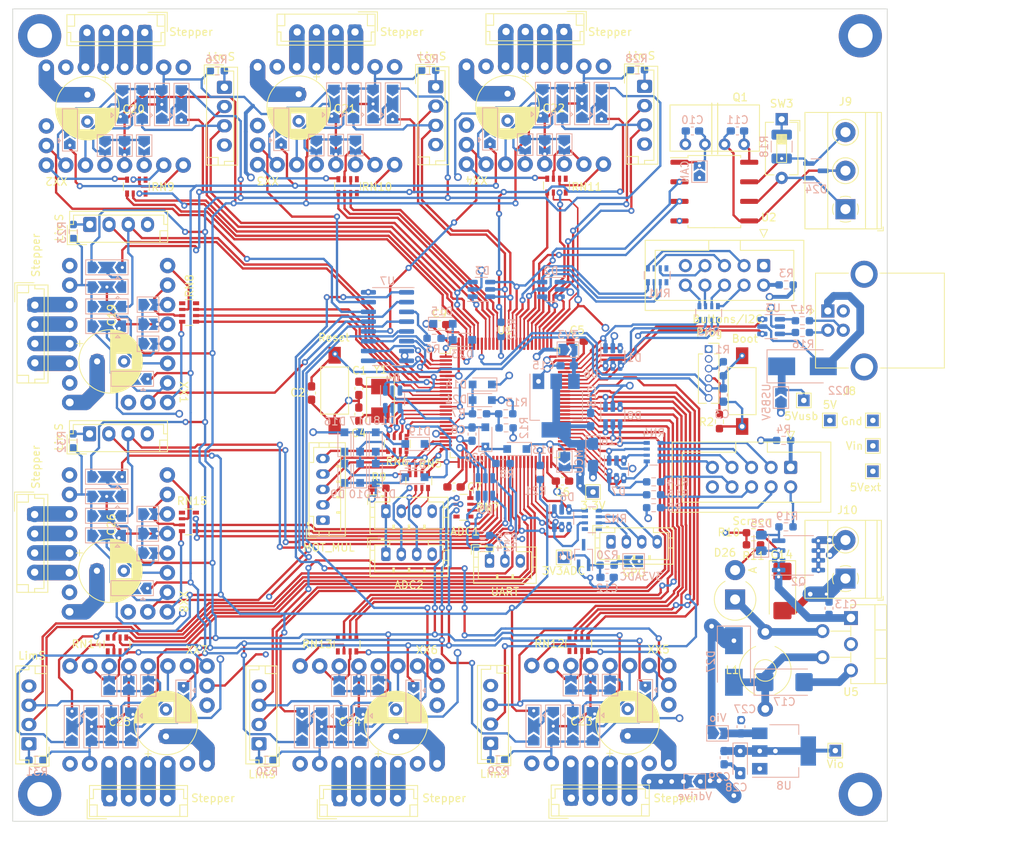
<source format=kicad_pcb>
(kicad_pcb (version 20211014) (generator pcbnew)
  (layers (0 "F.Cu" signal) (1 "In1.Cu" power "Ground.Cu") (2 "In2.Cu" power "Power.Cu") (31 "B.Cu" signal) (34 "B.Paste" user) (35 "F.Paste" user) (36 "B.SilkS" user "B.Silkscreen") (37 "F.SilkS" user "F.Silkscreen") (38 "B.Mask" user) (39 "F.Mask" user) (44 "Edge.Cuts" user))
  (net 0 "")
  (net 1 "/MCU base/OSC_IN")
  (net 2 "GND")
  (net 3 "/MCU base/NRST")
  (net 4 "/MCU base/BOOT0")
  (net 5 "+3V3")
  (net 6 "/MCU base/OSC_OUT")
  (net 7 "/MCU base/BTN0")
  (net 8 "/MCU base/BTN1")
  (net 9 "/MCU base/BTN2_SDA")
  (net 10 "/MCU base/SWDIO")
  (net 11 "/MCU base/BTN3_SCL")
  (net 12 "/MCU base/SWCLK")
  (net 13 "M4_L0")
  (net 14 "M4_L1")
  (net 15 "/MCU base/BTN4")
  (net 16 "/MCU base/BTN5")
  (net 17 "/MCU base/BTN6")
  (net 18 "M3_L1")
  (net 19 "M3_L0")
  (net 20 "M2_L1")
  (net 21 "M2_L0")
  (net 22 "M1_L0")
  (net 23 "M1_L1")
  (net 24 "/MCU base/SCRN_DCRS")
  (net 25 "/MCU base/SCRN_SCK")
  (net 26 "/MCU base/SCRN_MISO")
  (net 27 "/MCU base/SCRN_MOSI")
  (net 28 "/MCU base/SCRN_RST")
  (net 29 "/MCU base/SCRN_CS")
  (net 30 "M6_L1")
  (net 31 "M6_L0")
  (net 32 "M5_L1")
  (net 33 "M5_L0")
  (net 34 "/MCU base/A0")
  (net 35 "/MCU base/A1")
  (net 36 "/MCU base/A2")
  (net 37 "/MCU base/A3")
  (net 38 "/MCU base/A4")
  (net 39 "/MCU base/A5")
  (net 40 "Net-(J1-Pad4)")
  (net 41 "Net-(J2-Pad2)")
  (net 42 "Net-(J2-Pad3)")
  (net 43 "Net-(J2-Pad4)")
  (net 44 "Net-(J2-Pad5)")
  (net 45 "Net-(J2-Pad6)")
  (net 46 "Net-(J2-Pad7)")
  (net 47 "Net-(J2-Pad8)")
  (net 48 "ADC2")
  (net 49 "ADC3")
  (net 50 "ADC4")
  (net 51 "ADC5")
  (net 52 "+5V")
  (net 53 "ADC0")
  (net 54 "Vdrive")
  (net 55 "ADC1")
  (net 58 "MUL0")
  (net 59 "MUL1")
  (net 60 "MUL2")
  (net 61 "MUL_EN")
  (net 62 "M1_EN")
  (net 63 "M1_DIR")
  (net 64 "M1_STEP")
  (net 65 "+3.3VADC")
  (net 66 "TMC_SCK")
  (net 67 "TMC_MISO")
  (net 68 "TMC_MOSI")
  (net 69 "USART3_TX")
  (net 70 "M6_STEP")
  (net 71 "M6_DIR")
  (net 72 "M6_EN")
  (net 73 "M5_STEP")
  (net 74 "M5_DIR")
  (net 75 "M5_EN")
  (net 76 "USB_DM")
  (net 77 "USB_DP")
  (net 78 "M4_STEP")
  (net 79 "M4_EN")
  (net 80 "M4_DIR")
  (net 81 "CAN_RX")
  (net 82 "CAN_TX")
  (net 83 "USART2_TX")
  (net 84 "M3_DIR")
  (net 85 "M3_STEP")
  (net 86 "M3_EN")
  (net 87 "M2_STEP")
  (net 88 "M2_DIR")
  (net 89 "M2_EN")
  (net 90 "Net-(J2-Pad10)")
  (net 91 "Net-(C10-Pad1)")
  (net 92 "/MCU base/MOT_MUL0")
  (net 93 "/MCU base/MOT_MUL1")
  (net 94 "/MCU base/MOT_MUL2")
  (net 95 "/MCU base/MOT_MUL_EN")
  (net 96 "Net-(J6-Pad2)")
  (net 97 "Net-(J6-Pad3)")
  (net 98 "Net-(J6-Pad4)")
  (net 99 "Net-(J6-Pad5)")
  (net 100 "Net-(C11-Pad1)")
  (net 101 "Earth")
  (net 102 "Net-(C15-Pad1)")
  (net 103 "Net-(C17-Pad1)")
  (net 104 "Net-(D22-Pad1)")
  (net 105 "/VB")
  (net 106 "Net-(J3-Pad8)")
  (net 107 "/MCU base/OUT1")
  (net 108 "/MCU base/OUT0")
  (net 109 "/MCU base/OUT2")
  (net 110 "Net-(J7-Pad2)")
  (net 111 "Net-(J7-Pad3)")
  (net 114 "Net-(J7-Pad4)")
  (net 115 "/CANL")
  (net 116 "/CANH")
  (net 117 "Net-(D25-Pad2)")
  (net 118 "Net-(D26-Pad1)")
  (net 119 "Net-(J3-Pad1)")
  (net 120 "Net-(J3-Pad3)")
  (net 121 "Net-(J3-Pad4)")
  (net 122 "Net-(J3-Pad5)")
  (net 123 "Net-(J3-Pad6)")
  (net 124 "Net-(J3-Pad7)")
  (net 125 "Net-(J3-Pad9)")
  (net 126 "Net-(J4-Pad1)")
  (net 127 "Net-(J8-Pad2)")
  (net 128 "Net-(J8-Pad3)")
  (net 129 "Net-(J10-Pad2)")
  (net 130 "Net-(JP4-Pad2)")
  (net 131 "/Motors/Vm")
  (net 132 "/Motors/USART0-3")
  (net 133 "/Motors/MOSI")
  (net 134 "Net-(JP8-Pad1)")
  (net 135 "/Motors/SCK")
  (net 136 "Net-(JP13-Pad1)")
  (net 137 "/Motors/MISO")
  (net 140 "Net-(R16-Pad2)")
  (net 141 "Net-(R17-Pad2)")
  (net 142 "Net-(R18-Pad1)")
  (net 143 "/Motors/USART4-7")
  (net 144 "/Motors/DIAG4")
  (net 145 "/Motors/DIAG6")
  (net 146 "/Motors/DIAG7")
  (net 147 "/Motors/DIAG5")
  (net 148 "/Motors/DIAG3")
  (net 149 "/Motors/DIAG0")
  (net 150 "/Motors/DIAG1")
  (net 151 "/Motors/DIAG2")
  (net 153 "/Motors/stepper_M1/U")
  (net 154 "Net-(J11-Pad1)")
  (net 155 "/Motors/stepper_M1/~{ENx}")
  (net 156 "/Motors/stepper_M1/STEPx")
  (net 157 "/Motors/stepper_M1/DIRx")
  (net 158 "/MCU base/USART1_RX")
  (net 159 "/Motors/stepper_M1/MS1")
  (net 160 "/Motors/stepper_M1/MS2")
  (net 161 "/Motors/stepper_M1/SPR")
  (net 162 "/Motors/stepper_M1/CLK")
  (net 163 "/MCU base/USART1_TX")
  (net 164 "Net-(J13-Pad2)")
  (net 165 "Net-(J13-Pad1)")
  (net 166 "M0_L1")
  (net 167 "M0_L0")
  (net 168 "Net-(J12-Pad4)")
  (net 169 "Net-(J12-Pad3)")
  (net 170 "Net-(J12-Pad2)")
  (net 171 "Net-(J12-Pad1)")
  (net 172 "M0_STEP")
  (net 173 "M0_DIR")
  (net 174 "M0_EN")
  (net 175 "M7_L0")
  (net 176 "M7_L1")
  (net 177 "M7_DIR")
  (net 178 "M7_EN")
  (net 179 "M7_STEP")
  (net 180 "MCU3v3")
  (net 183 "Net-(J14-Pad1)")
  (net 184 "Net-(J15-Pad1)")
  (net 185 "Net-(J15-Pad2)")
  (net 186 "Net-(J15-Pad3)")
  (net 187 "Net-(J15-Pad4)")
  (net 188 "Net-(JP16-Pad1)")
  (net 189 "/Motors/stepper_M2/U")
  (net 190 "/Motors/stepper_M2/MS1")
  (net 191 "/Motors/stepper_M2/MS2")
  (net 192 "/Motors/stepper_M2/SPR")
  (net 193 "Net-(JP21-Pad1)")
  (net 194 "/Motors/stepper_M2/CLK")
  (net 195 "/Motors/stepper_M2/DIRx")
  (net 196 "/Motors/stepper_M2/STEPx")
  (net 197 "/Motors/stepper_M2/~{ENx}")
  (net 201 "Net-(J16-Pad1)")
  (net 202 "Net-(J17-Pad1)")
  (net 203 "Net-(J17-Pad2)")
  (net 204 "Net-(J17-Pad3)")
  (net 205 "Net-(J17-Pad4)")
  (net 206 "Net-(JP24-Pad1)")
  (net 207 "/Motors/stepper_M3/U")
  (net 208 "/Motors/stepper_M3/MS1")
  (net 209 "/Motors/stepper_M3/MS2")
  (net 210 "/Motors/stepper_M3/SPR")
  (net 211 "Net-(JP29-Pad1)")
  (net 212 "/Motors/stepper_M3/CLK")
  (net 214 "/Motors/stepper_M3/DIRx")
  (net 215 "/Motors/stepper_M3/STEPx")
  (net 216 "/Motors/stepper_M3/~{ENx}")
  (net 219 "Net-(J18-Pad1)")
  (net 220 "Net-(J19-Pad1)")
  (net 221 "Net-(J19-Pad2)")
  (net 222 "Net-(J19-Pad3)")
  (net 223 "Net-(J19-Pad4)")
  (net 224 "Net-(JP32-Pad1)")
  (net 225 "/Motors/stepper_M4/U")
  (net 226 "/Motors/stepper_M4/MS1")
  (net 227 "/Motors/stepper_M4/MS2")
  (net 228 "/Motors/stepper_M4/SPR")
  (net 229 "Net-(JP37-Pad1)")
  (net 230 "/Motors/stepper_M4/CLK")
  (net 232 "/Motors/stepper_M4/DIRx")
  (net 233 "/Motors/stepper_M4/STEPx")
  (net 234 "/Motors/stepper_M4/~{ENx}")
  (net 237 "Net-(J20-Pad1)")
  (net 238 "Net-(J21-Pad1)")
  (net 239 "Net-(J21-Pad2)")
  (net 240 "Net-(J21-Pad3)")
  (net 241 "Net-(J21-Pad4)")
  (net 242 "Net-(JP40-Pad1)")
  (net 243 "/Motors/stepper_M5/U")
  (net 244 "/Motors/stepper_M5/MS1")
  (net 245 "/Motors/stepper_M5/MS2")
  (net 246 "/Motors/stepper_M5/SPR")
  (net 247 "Net-(JP45-Pad1)")
  (net 248 "/Motors/stepper_M5/CLK")
  (net 250 "/Motors/stepper_M5/DIRx")
  (net 251 "/Motors/stepper_M5/STEPx")
  (net 252 "/Motors/stepper_M5/~{ENx}")
  (net 255 "Net-(J22-Pad1)")
  (net 256 "Net-(J23-Pad1)")
  (net 257 "Net-(J23-Pad2)")
  (net 258 "Net-(J23-Pad3)")
  (net 259 "Net-(J23-Pad4)")
  (net 260 "Net-(JP48-Pad1)")
  (net 261 "/Motors/stepper_M6/U")
  (net 262 "/Motors/stepper_M6/MS1")
  (net 263 "/Motors/stepper_M6/MS2")
  (net 264 "/Motors/stepper_M6/SPR")
  (net 265 "Net-(JP53-Pad1)")
  (net 266 "/Motors/stepper_M6/CLK")
  (net 268 "/Motors/stepper_M6/DIRx")
  (net 269 "/Motors/stepper_M6/STEPx")
  (net 270 "/Motors/stepper_M6/~{ENx}")
  (net 273 "Net-(J24-Pad1)")
  (net 274 "Net-(J25-Pad1)")
  (net 275 "Net-(J25-Pad2)")
  (net 276 "Net-(J25-Pad3)")
  (net 277 "Net-(J25-Pad4)")
  (net 278 "Net-(JP56-Pad1)")
  (net 279 "/Motors/stepper_M7/U")
  (net 280 "/Motors/stepper_M7/MS1")
  (net 281 "/Motors/stepper_M7/MS2")
  (net 282 "/Motors/stepper_M7/SPR")
  (net 283 "Net-(JP61-Pad1)")
  (net 284 "/Motors/stepper_M7/CLK")
  (net 286 "/Motors/stepper_M7/DIRx")
  (net 287 "/Motors/stepper_M7/STEPx")
  (net 288 "/Motors/stepper_M7/~{ENx}")
  (net 291 "Net-(J26-Pad1)")
  (net 292 "Net-(J27-Pad1)")
  (net 293 "Net-(J27-Pad2)")
  (net 294 "Net-(J27-Pad3)")
  (net 295 "Net-(J27-Pad4)")
  (net 296 "Net-(JP64-Pad1)")
  (net 297 "/Motors/stepper_M8/U")
  (net 298 "/Motors/stepper_M8/MS1")
  (net 299 "/Motors/stepper_M8/MS2")
  (net 300 "/Motors/stepper_M8/SPR")
  (net 301 "Net-(JP69-Pad1)")
  (net 302 "/Motors/stepper_M8/CLK")
  (net 304 "/Motors/stepper_M8/DIRx")
  (net 305 "/Motors/stepper_M8/STEPx")
  (net 306 "/Motors/stepper_M8/~{ENx}")
  (net 309 "/MCU base/Diagn")
  (net 310 "DIAGNOST")
  (net 311 "Net-(C27-Pad1)")
  (net 312 "Vio")
  (footprint "Capacitor_SMD:C_0603_1608Metric_Pad1.08x0.95mm_HandSolder" (layer "F.Cu") (at 110.8975 79.502)
    (fp_text reference "C9")
    (fp_text value "0.1")
  )
  (footprint "Connector_JST:JST_EH_B4B-EH-A_1x04_P2.50mm_Vertical" (layer "F.Cu") (at 99.921075 41.501827 180)
    (fp_text reference "J17")
    (fp_text value "Stepper")
  )
  (footprint "Connector_JST:JST_EH_B4B-EH-A_1x04_P2.50mm_Vertical" (layer "F.Cu") (at 58.374 76.974 -90)
    (fp_text reference "J12")
    (fp_text value "Stepper")
  )
  (footprint "Connector_JST:JST_PH_B5B-PH-K_1x05_P2.00mm_Vertical" (layer "F.Cu") (at 95.758 104.902 90)
    (fp_text reference "J6")
    (fp_text value "MOT_MUL")
  )
  (footprint "Connector_IDC:IDC-Header_2x05_P2.54mm_Vertical" (layer "F.Cu") (at 152.9588 71.8407 -90)
    (fp_text reference "J2")
    (fp_text value "Buttons/I2C")
  )
  (footprint "Button_Switch_SMD:SW_SPST_FSMSM" (layer "F.Cu") (at 150.1648 88.138 -90)
    (fp_text reference "SW2")
    (fp_text value "Boot")
  )
  (footprint "Connector_JST:JST_EH_B4B-EH-A_1x04_P2.50mm_Vertical" (layer "F.Cu") (at 87.466 133.934 90)
    (fp_text reference "J22")
    (fp_text value "LimS")
  )
  (footprint "TestPoint:TestPoint_THTPad_1.5x1.5mm_Drill0.7mm" (layer "F.Cu") (at 161.544 91.948)
    (fp_text reference "TP7")
    (fp_text value "5V")
  )
  (footprint "MountingHole:MountingHole_3.2mm_M3_DIN965_Pad" (layer "F.Cu") (at 165.5 140.5)
    (fp_text reference "H4")
    (fp_text value "MountingHole")
  )
  (footprint "Button_Switch_THT:SW_DIP_SPSTx01_Slide_6.7x4.1mm_W7.62mm_P2.54mm_LowProfile" (layer "F.Cu") (at 155.2956 52.832 -90)
    (fp_text reference "SW3")
    (fp_text value "SW_DIP_x01")
  )
  (footprint "Capacitor_THT:CP_Radial_D8.0mm_P3.50mm" (layer "F.Cu") (at 105.246 132.978 90)
    (fp_text reference "C24")
    (fp_text value "100u 35V")
  )
  (footprint "Connector_JST:JST_PH_B4B-PH-K_1x04_P2.00mm_Vertical" (layer "F.Cu") (at 103.934 103.7336)
    (fp_text reference "J5")
    (fp_text value "ADC1")
  )
  (footprint "Connector_JST:JST_EH_B4B-EH-A_1x04_P2.50mm_Vertical" (layer "F.Cu") (at 65.5 66.5)
    (fp_text reference "J11")
    (fp_text value "LimS")
  )
  (footprint "stepper:stepper_module" (layer "F.Cu") (at 131.75 130.124 -90)
    (fp_text reference "XX5")
    (fp_text value "stepper_module")
  )
  (footprint "Resistor_SMD:R_Array_Convex_4x0603" (layer "F.Cu") (at 126.07045 61.46 -90)
    (fp_text reference "RN11")
    (fp_text value "330")
  )
  (footprint "Connector_JST:JST_PH_B3B-PH-K_1x03_P2.00mm_Vertical" (layer "F.Cu") (at 117.38 110.194)
    (fp_text reference "J13")
    (fp_text value "UART")
  )
  (footprint "stepper:stepper_module" (layer "F.Cu") (at 69.222 107.9116 180)
    (fp_text reference "XX8")
    (fp_text value "stepper_module")
  )
  (footprint "stepper:stepper_module" (layer "F.Cu") (at 96.171075 52.377827 90)
    (fp_text reference "XX3")
    (fp_text value "stepper_module")
  )
  (footprint "Resistor_SMD:R_Array_Convex_4x0603" (layer "F.Cu") (at 113.9952 103.2256)
    (fp_text reference "RN7")
    (fp_text value "330")
  )
  (footprint "TerminalBlock_Phoenix:TerminalBlock_Phoenix_MKDS-1,5-2_1x02_P5.00mm_Horizontal" (layer "F.Cu") (at 163.576 112.482 90)
    (fp_text reference "J10")
    (fp_text value "Screw_Terminal_01x02")
  )
  (footprint "Connector_IDC:IDC-Header_2x05_P2.54mm_Vertical" (layer "F.Cu") (at 156.464 98.044 -90)
    (fp_text reference "J3")
    (fp_text value "Screen")
  )
  (footprint "TestPoint:TestPoint_THTPad_1.5x1.5mm_Drill0.7mm" (layer "F.Cu") (at 167.132 91.948)
    (fp_text reference "TP3")
    (fp_text value "Gnd")
  )
  (footprint "Connector_PinSocket_1.27mm:PinSocket_1x06_P1.27mm_Vertical" (layer "F.Cu") (at 145.821 82.677)
    (fp_text reference "J1")
    (fp_text value "Prog")
  )
  (footprint "Connector_JST:JST_EH_B4B-EH-A_1x04_P2.50mm_Vertical" (layer "F.Cu") (at 57.604925 133.934 90)
    (fp_text reference "J24")
    (fp_text value "LimS")
  )
  (footprint "Package_QFP:LQFP-100_14x14mm_P0.5mm" (layer "F.Cu") (at 119.38 89.662)
    (fp_text reference "U1")
    (fp_text value "STM32F303VDTx")
  )
  (footprint "MountingHole:MountingHole_3.2mm_M3_DIN965_Pad" (layer "F.Cu") (at 59 42)
    (fp_text reference "H1")
    (fp_text value "MountingHole")
  )
  (footprint "Capacitor_THT:CP_Radial_D8.0mm_P3.50mm" (layer "F.Cu") (at 135.306 132.918 90)
    (fp_text reference "C23")
    (fp_text value "100u 35V")
  )
  (footprint "Capacitor_SMD:C_0603_1608Metric_Pad1.08x0.95mm_HandSolder" (layer "F.Cu") (at 100.41735 91.1352 90)
    (fp_text reference "C4")
    (fp_text value "12")
  )
  (footprint "Connector_JST:JST_EH_B4B-EH-A_1x04_P2.50mm_Vertical" (layer "F.Cu") (at 127.02645 41.44 180)
    (fp_text reference "J19")
    (fp_text value "Stepper")
  )
  (footprint "TestPoint:TestPoint_THTPad_1.5x1.5mm_Drill0.7mm" (layer "F.Cu") (at 167.132 95.25)
    (fp_text reference "TP2")
    (fp_text value "Vin")
  )
  (footprint "Connector_JST:JST_EH_B4B-EH-A_1x04_P2.50mm_Vertical" (layer "F.Cu") (at 82.974 48.689654 -90)
    (fp_text reference "J14")
    (fp_text value "LimS")
  )
  (footprint "MountingHole:MountingHole_3.2mm_M3_DIN965_Pad" (layer "F.Cu") (at 59 140.5)
    (fp_text reference "H3")
    (fp_text value "MountingHole")
  )
  (footprint "Connector_JST:JST_EH_B4B-EH-A_1x04_P2.50mm_Vertical" (layer "F.Cu") (at 97.94 141.06)
    (fp_text reference "J23")
    (fp_text value "Stepper")
  )
  (footprint "Crystal:Crystal_SMD_5032-2Pin_5.0x3.2mm" (layer "F.Cu") (at 103.2256 89.408 -90)
    (fp_text reference "Y1")
    (fp_text value "NX5032GA-8MHz")
  )
  (footprint "Connector_JST:JST_EH_B4B-EH-A_1x04_P2.50mm_Vertical" (layer "F.Cu") (at 68.078925 141.06)
    (fp_text reference "J25")
    (fp_text value "Stepper")
  )
  (footprint "stepper:stepper_module" (layer "F.Cu") (at 123.27645 52.316 90)
    (fp_text reference "XX4")
    (fp_text value "stepper_module")
  )
  (footprint "Resistor_SMD:R_Array_Convex_4x0603" (layer "F.Cu") (at 105.41 94.996 90)
    (fp_text reference "RN6")
    (fp_text value "330")
  )
  (footprint "Resistor_SMD:R_0603_1608Metric_Pad0.98x0.95mm_HandSolder" (layer "F.Cu") (at 147.2184 92.1004 90)
    (fp_text reference "R2")
    (fp_text value "22")
  )
  (footprint "Capacitor_SMD:C_0603_1608Metric_Pad1.08x0.95mm_HandSolder" (layer "F.Cu") (at 128.7515 81.661)
    (fp_text reference "C5")
    (fp_text value "0.1")
  )
  (footprint "Capacitor_SMD:C_0603_1608Metric_Pad1.08x0.95mm_HandSolder" (layer "F.Cu") (at 94.2848 88.3909 -90)
    (fp_text reference "C2")
    (fp_text value "0.1")
  )
  (footprint "MountingHole:MountingHole_3.2mm_M3_DIN965_Pad" (layer "F.Cu") (at 165.5 42)
    (fp_text reference "H2")
    (fp_text value "MountingHole")
  )
  (footprint "Connector_JST:JST_EH_B4B-EH-A_1x04_P2.50mm_Vertical" (layer "F.Cu") (at 128 141)
    (fp_text reference "J21")
    (fp_text value "Stepper")
  )
  (footprint "Capacitor_THT:CP_Radial_D8.0mm_P3.50mm" (layer "F.Cu") (at 92.615075 49.583827 -90)
    (fp_text reference "C21")
    (fp_text value "100u 35V")
  )
  (footprint "Resistor_SMD:R_Array_Convex_4x0603" (layer "F.Cu") (at 98.965075 61.521827 -90)
    (fp_text reference "RN10")
    (fp_text value "330")
  )
  (footprint "Capacitor_THT:CP_Radial_D8.0mm_P3.50mm" (layer "F.Cu") (at 119.72045 49.522 -90)
    (fp_text reference "C22")
    (fp_text value "100u 35V")
  )
  (footprint "Resistor_SMD:R_Array_Convex_4x0603" (layer "F.Cu") (at 108.204 99.822 90)
    (fp_text reference "RN5")
    (fp_text value "330")
  )
  (footprint "Connector_JST:JST_EH_B4B-EH-A_1x04_P2.50mm_Vertical" (layer "F.Cu") (at 137.50045 48.566 -90)
    (fp_text reference "J18")
    (fp_text value "LimS")
  )
  (footprint "stepper:B0x0xS" (layer "F.Cu") (at 146.6088 56.0832)
    (fp_text reference "Q1")
    (fp_text value "B0505S")
  )
  (footprint "Capacitor_SMD:C_0603_1608Metric_Pad1.08x0.95mm_HandSolder" (layer "F.Cu") (at 100.41735 87.7802 -90)
    (fp_text reference "C1")
    (fp_text value "12")
  )
  (footprint "stepper:stepper_module" (layer "F.Cu") (at 101.69 130.184 -90)
    (fp_text reference "XX6")
    (fp_text value "stepper_module")
  )
  (footprint "Diode_THT:D_DO-201_P3.81mm_Vertical_AnodeUp" (layer "F.Cu") (at 149.2504 115.1944 90)
    (fp_text reference "D26")
    (fp_text value "1N5822")
  )
  (footprint "Package_SO:SOP-8_6.62x9.15mm_P2.54mm" (layer "F.Cu") (at 146.558 62.23)
    (fp_text reference "U2")
    (fp_text value "ISO1050DUB")
  )
  (footprint "TestPoint:TestPoint_THTPad_1.5x1.5mm_Drill0.7mm" (layer "F.Cu") (at 127 109.728)
    (fp_text reference "TP6")
    (fp_text value "3V3ADC")
  )
  (footprint "Capacitor_THT:CP_Radial_D8.0mm_P3.50mm" (layer "F.Cu") (at 66.456 84.28)
    (fp_text reference "C19")
    (fp_text value "100u 35V")
  )
  (footprint "Package_TO_SOT_THT:TO-220-5_P3.4x3.7mm_StaggerEven_Lead3.8mm_Vertical" (layer "F.Cu") (at 164.2872 117.602 -90)
    (fp_text reference "U5")
    (fp_text value "LM2576-5.0")
  )
  (footprint "Resistor_SMD:R_Array_Convex_4x0603" (layer "F.Cu") (at 98.896 121.04 90)
    (fp_text reference "RN13")
    (fp_text value "330")
  )
  (footprint "Connector_JST:JST_EH_B4B-EH-A_1x04_P2.50mm_Vertical" (layer "F.Cu") (at 58.346 104.1616 -90)
    (fp_text reference "J27")
    (fp_text value "Stepper")
  )
  (footprint "Connector_JST:JST_PH_B4B-PH-K_1x04_P2.00mm_Vertical" (layer "F.Cu") (at 133.144 107.7048)
    (fp_text reference "J7")
    (fp_text value "GPO")
  )
  (footprint "Resistor_SMD:R_Array_Convex_4x0603" (layer "F.Cu") (at 71.544 61.583654 -90)
    (fp_text reference "RN9")
    (fp_text value "330")
  )
  (footprint "TestPoint:TestPoint_THTPad_1.5x1.5mm_Drill0.7mm" (layer "F.Cu") (at 167.132 98.552)
    (fp_text reference "TP4")
    (fp_text value "5Vext")
  )
  (footprint "Resistor_SMD:R_Array_Convex_4x0603" (layer "F.Cu") (at 78.366 105.1176)
    (fp_text reference "RN15")
    (fp_text value "330")
  )
  (footprint "Connector_JST:JST_EH_B4B-EH-A_1x04_P2.50mm_Vertical" (layer "F.Cu") (at 72.644 41.563654 180)
    (fp_text reference "J15")
    (fp_text value "Stepper")
  )
  (footprint "Capacitor_SMD:C_0603_1608Metric_Pad1.08x0.95mm_HandSolder" (layer "F.Cu") (at 126.8465 99.822 180)
    (fp_text reference "C6")
    (fp_text value "0.1")
  )
  (footprint "Inductor_THT:L_Toroid_Horizontal_D6.5mm_P10.00mm_Diameter7-5mm_Amidon-T25" (layer "F.Cu") (at 153.162 129.4092 90)
    (fp_text reference "L1")
    (fp_text value "100u")
  )
  (footprint "Capacitor_THT:CP_Radial_D8.0mm_P3.50mm" (layer "F.Cu") (at 65.194 49.645654 -90)
    (fp_text reference "C20")
    (fp_text value "100u 35V")
  )
  (footprint "Button_Switch_SMD:SW_SPST_FSMSM" (layer "F.Cu") (at 97.282 88.0692 -90)
    (fp_text reference "SW1")
    (fp_text value "Reset")
  )
  (footprint "stepper:stepper_module" (layer "F.Cu") (at 68.75 52.439654 90)
    (fp_text reference "XX2")
    (fp_text value "stepper_module")
  )
  (footprint "TerminalBlock_Phoenix:TerminalBlock_Phoenix_MKDS-1,5-3_1x03_P5.00mm_Horizontal" (layer "F.Cu") (at 163.576 64.516 90)
    (fp_text reference "J9")
    (fp_text value "Screw_Terminal_01x03")
  )
  (footprint "Capacitor_THT:CP_Radial_D8.0mm_P3.50mm" (layer "F.Cu") (at 75.384925 132.978 90)
    (fp_text reference "C25")
    (fp_text value "100u 35V")
  )
  (footprint "Resistor_SMD:R_0603_1608Metric_Pad0.98x0.95mm_HandSolder" (layer "F.Cu") (at 151.6399 108.1024 180)
    (fp_text reference "R11")
    (fp_text value "10k")
  )
  (footprint "stepper:stepper_module" (layer "F.Cu") (at 71.828925 130.184 -90)
    (fp_text reference "XX7")
    (fp_text value "stepper_module")
  )
  (footprint "Resistor_SMD:R_Array_Convex_4x0603" (layer "F.Cu") (at 69.034925 121.04 90)
    (fp_text reference "RN14")
    (fp_text value "330")
  )
  (footprint "Connector_JST:JST_EH_B4B-EH-A_1x04_P2.50mm_Vertical" (layer "F.Cu") (at 65.472 93.6876)
    (fp_text reference "J26")
    (fp_text value "LimS")
  )
  (footprint "Resistor_SMD:R_0603_1608Metric_Pad0.98x0.95mm_HandSolder" (layer "F.Cu") (at 151.6399 106.5276)
    (fp_text reference "R10")
    (fp_text value "91k")
  )
  (footprint "Capacitor_SMD:C_0603_1608Metric_Pad1.08x0.95mm_HandSolder" (layer "F.Cu") (at 112.776 100.584 180)
    (fp_text reference "C7")
    (fp_text value "0.1")
  )
  (footprint "Capacitor_Tantalum_SMD:CP_EIA-6032-28_Kemet-C_Pad2.25x2.35mm_HandSolder" (layer "F.Cu") (at 155.3972 114.0968 -90)
    (fp_text reference "C14")
    (fp_text value "47u 35V")
  )
  (footprint "Connector_JST:JST_PH_B4B-PH-K_1x04_P2.00mm_Vertical" (layer "F.Cu") (at 103.934 109.3216)
    (fp_text reference "J4")
    (fp_text value "ADC2")
  )
  (footprint "Resistor_SMD:R_0603_1608Metric_Pad0.98x0.95mm_HandSolder" (layer "F.Cu") (at 103.0224 100.7364)
    (fp_text reference "R9")
    (fp_text value "22")
  )
  (footprint "Resistor_SMD:R_Array_Convex_4x0603" (layer "F.Cu") (at 128.956 120.98 90)
    (fp_text reference "RN12")
    (fp_text value "330")
  )
  (footprint "Connector_JST:JST_EH_B4B-EH-A_1x04_P2.50mm_Vertical" (layer "F.Cu") (at 117.526 133.874 90)
    (fp_text reference "J20")
    (fp_text value "LimS")
  )
  (footprint "Connector_JST:JST_EH_B4B-EH-A_1x04_P2.50mm_Vertical" (layer "F.Cu") (at 110.395075 48.627827 -90)
    (fp_text reference "J16")
    (fp_text value "LimS")
  )
  (footprint "Resistor_SMD:R_Array_Convex_4x0603" (layer "F.Cu") (at 78.394 77.93)
    (fp_text reference "RN8")
    (fp_text value "330")
  )
  (footprint "TestPoint:TestPoint_THTPad_1.5x1.5mm_Drill0.7mm" (layer "F.Cu") (at 162.2552 134.8232)
    (fp_text reference "TP8")
    (fp_text value "Vio")
  )
  (footprint "TestPoint:TestPoint_THTPad_1.5x1.5mm_Drill0.7mm" (layer "F.Cu") (at 130.81 101.2444)
    (fp_text reference "TP5")
    (fp_text value "3.3V")
  )
  (footprint "Capacitor_THT:CP_Radial_D8.0mm_P3.50mm" (layer "F.Cu") (at 66.428 111.4676)
    (fp_text reference "C26")
    (fp_text value "100u 35V")
  )
  (footprint "stepper:stepper_module" (layer "F.Cu") (at 69.25 80.724 180)
    (fp_text reference "XX1")
    (fp_text value "stepper_module")
  )
  (footprint "Connector_USB:USB_B_OST_USB-B1HSxx_Horizontal" (layer "F.Cu") (at 161.29 77.73)
    (fp_text reference "J8")
    (fp_text value "USB_B")
  )
  (footprint "TestPoint:TestPoint_THTPad_1.5x1.5mm_Drill0.7mm" (layer "F.Cu") (at 158.1675 89.348)
    (fp_text reference "TP1")
    (fp_text value "5Vusb")
  )
  (footprint "Package_TO_SOT_SMD:SOT-23-6" (layer "B.Cu") (at 116.3265 74.93)
    (fp_text reference "D3")
    (fp_text value "SP0505BAHT")
  )
  (footprint "Jumper:SolderJumper-3_P2.0mm_Open_TrianglePad1.0x1.5mm" (layer "B.Cu") (at 126.83245 50.792 90)
    (fp_text reference "JP36")
    (fp_text value "SolderJumper_3_Open")
  )
  (footprint "Jumper:SolderJumper-3_P2.0mm_Open_TrianglePad1.0x1.5mm" (layer "B.Cu") (at 100.674 131.708 -90)
    (fp_text reference "JP51")
    (fp_text value "SolderJumper_3_Open")
  )
  (footprint "Jumper:SolderJumper-2_P1.3mm_Open_TrianglePad1.0x1.5mm" (layer "B.Cu") (at 144.6276 59.6392 90)
    (fp_text reference "JP1")
    (fp_text value "CAN")
  )
  (footprint "Jumper:SolderJumper-3_P2.0mm_Open_TrianglePad1.0x1.5mm" (layer "B.Cu") (at 137.592 128.346 -90)
    (fp_text reference "JP42")
    (fp_text value "SolderJumper_3_Open")
  )
  (footprint "Jumper:SolderJumper-3_P2.0mm_Open_TrianglePad1.0x1.5mm" (layer "B.Cu") (at 67.698 106.8956 180)
    (fp_text reference "JP67")
    (fp_text value "SolderJumper_3_Open")
  )
  (footprint "Jumper:SolderJumper-2_P1.3mm_Open_TrianglePad1.0x1.5mm" (layer "B.Cu") (at 130.48 126.314 90)
    (fp_text reference "JP46")
    (fp_text value "SolderJumper_2_Bridged")
  )
  (footprint "Jumper:SolderJumper-3_P2.0mm_Open_TrianglePad1.0x1.5mm" (layer "B.Cu") (at 67.698 101.8156 180)
    (fp_text reference "JP64")
    (fp_text value "SolderJumper_3_Open")
  )
  (footprint "Jumper:SolderJumper-3_P2.0mm_Open_TrianglePad1.0x1.5mm" (layer "B.Cu") (at 90.329075 54.155827 90)
    (fp_text reference "JP26")
    (fp_text value "SolderJumper_3_Open")
  )
  (footprint "Jumper:SolderJumper-3_P2.0mm_Open_TrianglePad1.0x1.5mm" (layer "B.Cu") (at 62.908 54.217654 90)
    (fp_text reference "JP18")
    (fp_text value "SolderJumper_3_Open")
  )
  (footprint "Jumper:SolderJumper-2_P1.3mm_Open_TrianglePad1.0x1.5mm" (layer "B.Cu") (at 127.5588 82.7532)
    (fp_text reference "JP5")
    (fp_text value "3V3")
  )
  (footprint "Resistor_SMD:R_0603_1608Metric_Pad0.98x0.95mm_HandSolder" (layer "B.Cu") (at 138.684 103.2764)
    (fp_text reference "R5")
    (fp_text value "5.1")
  )
  (footprint "Jumper:SolderJumper-2_P1.3mm_Open_TrianglePad1.0x1.5mm" (layer "B.Cu") (at 124.54645 56.126 -90)
    (fp_text reference "JP38")
    (fp_text value "SolderJumper_2_Bridged")
  )
  (footprint "Resistor_SMD:R_0603_1608Metric_Pad0.98x0.95mm_HandSolder" (layer "B.Cu") (at 119.126 97.536)
    (fp_text reference "R8")
    (fp_text value "330")
  )
  (footprint "Resistor_SMD:R_0603_1608Metric_Pad0.98x0.95mm_HandSolder" (layer "B.Cu") (at 119.5324 92.9132)
    (fp_text reference "R12")
    (fp_text value "47k")
  )
  (footprint "Capacitor_Tantalum_SMD:CP_EIA-3216-18_Kemet-A_Pad1.58x1.35mm_HandSolder" (layer "B.Cu") (at 149.9108 136.3115 -90)
    (fp_text reference "C28")
    (fp_text value "47u 6V")
  )
  (footprint "Diode_SMD:D_SOD-323_HandSoldering" (layer "B.Cu") (at 116.84 94.0816 90)
    (fp_text reference "D20")
    (fp_text value "SS14")
  )
  (footprint "Diode_SMD:D_SOD-323_HandSoldering" (layer "B.Cu") (at 113.8736 81.4832)
    (fp_text reference "D23")
    (fp_text value "SS14")
  )
  (footprint "Jumper:SolderJumper-2_P1.3mm_Open_TrianglePad1.0x1.5mm" (layer "B.Cu") (at 146.9644 132.588)
    (fp_text reference "JP7")
    (fp_text value "Vio")
  )
  (footprint "Resistor_SMD:R_Array_Convex_4x0603" (layer "B.Cu") (at 145.8214 78.0034 90)
    (fp_text reference "RN3")
    (fp_text value "330")
  )
  (footprint "Jumper:SolderJumper-2_P1.3mm_Open_TrianglePad1.0x1.5mm" (layer "B.Cu") (at 94.901075 56.187827 -90)
    (fp_text reference "JP29")
    (fp_text value "SolderJumper_2_Bridged")
  )
  (footprint "Jumper:SolderJumper-2_P1.3mm_Open_TrianglePad1.0x1.5mm" (layer "B.Cu") (at 73.032 106.6416)
    (fp_text reference "JP70")
    (fp_text value "SolderJumper_2_Bridged")
  )
  (footprint "Diode_SMD:D_SOD-323_HandSoldering" (layer "B.Cu") (at 100.584 98.806 90)
    (fp_text reference "D10")
    (fp_text value "SS14")
  )
  (footprint "Diode_SMD:D_SOD-323_HandSoldering" (layer "B.Cu") (at 100.584 94.742 90)
    (fp_text reference "D17")
    (fp_text value "SS14")
  )
  (footprint "Jumper:SolderJumper-3_P2.0mm_Open_TrianglePad1.0x1.5mm" (layer "B.Cu") (at 93.054 131.708 -90)
    (fp_text reference "JP49")
    (fp_text value "SolderJumper_3_Open")
  )
  (footprint "Jumper:SolderJumper-3_P2.0mm_Open_TrianglePad1.0x1.5mm" (layer "B.Cu") (at 97.187075 50.853827 90)
    (fp_text reference "JP27")
    (fp_text value "SolderJumper_3_Open")
  )
  (footprint "Jumper:SolderJumper-3_P2.0mm_Open_TrianglePad1.0x1.5mm" (layer "B.Cu") (at 107.532 128.406 -90)
    (fp_text reference "JP50")
    (fp_text value "SolderJumper_3_Open")
  )
  (footprint "Resistor_SMD:R_Array_Convex_4x0603" (layer "B.Cu") (at 138.684 96.0628)
    (fp_text reference "RN4")
    (fp_text value "330")
  )
  (footprint "Jumper:SolderJumper-3_P2.0mm_Open_TrianglePad1.0x1.5mm" (layer "B.Cu") (at 102.267075 50.853827 90)
    (fp_text reference "JP24")
    (fp_text value "SolderJumper_3_Open")
  )
  (footprint "Package_TO_SOT_SMD:SOT-23" (layer "B.Cu") (at 159.766 59.5376)
    (fp_text reference "D24")
    (fp_text value "PESD1CAN")
  )
  (footprint "Package_TO_SOT_SMD:SOT-23-6" (layer "B.Cu") (at 104.8004 89.2048 -90)
    (fp_text reference "D4")
    (fp_text value "SP0505BAHT")
  )
  (footprint "Jumper:SolderJumper-2_P1.3mm_Open_TrianglePad1.0x1.5mm" (layer "B.Cu") (at 73.06 76.914)
    (fp_text reference "JP15")
    (fp_text value "SolderJumper_2_Bridged")
  )
  (footprint "Resistor_SMD:R_0603_1608Metric_Pad0.98x0.95mm_HandSolder" (layer "B.Cu") (at 157.988 80.524 180)
    (fp_text reference "R16")
    (fp_text value "22")
  )
  (footprint "Resistor_SMD:R_0603_1608Metric_Pad0.98x0.95mm_HandSolder" (layer "B.Cu") (at 110.1852 81.28)
    (fp_text reference "R6")
    (fp_text value "330")
  )
  (footprint "Jumper:SolderJumper-3_P2.0mm_Open_TrianglePad1.0x1.5mm" (layer "B.Cu") (at 71.028 86.566 180)
    (fp_text reference "JP10")
    (fp_text value "SolderJumper_3_Open")
  )
  (footprint "Jumper:SolderJumper-2_P1.3mm_Open_TrianglePad1.0x1.5mm" (layer "B.Cu") (at 73.06 81.994)
    (fp_text reference "JP13")
    (fp_text value "SolderJumper_2_Bridged")
  )
  (footprint "Capacitor_SMD:C_0603_1608Metric_Pad1.08x0.95mm_HandSolder" (layer "B.Cu") (at 147.828 135.7376 -90)
    (fp_text reference "C29")
    (fp_text value "0.1")
  )
  (footprint "Jumper:SolderJumper-3_P2.0mm_Open_TrianglePad1.0x1.5mm" (layer "B.Cu") (at 67.726 74.628 180)
    (fp_text reference "JP8")
    (fp_text value "SolderJumper_3_Open")
  )
  (footprint "Package_SO:SOIC-16_3.9x9.9mm_P1.27mm" (layer "B.Cu") (at 104.14 79.756 180)
    (fp_text reference "U7")
    (fp_text value "74HC4051")
  )
  (footprint "Diode_SMD:D_SOD-323_HandSoldering" (layer "B.Cu") (at 107.696 99.314)
    (fp_text reference "D12")
    (fp_text value "SS14")
  )
  (footprint "Package_TO_SOT_SMD:SOT-23-6" (layer "B.Cu") (at 125.3545 74.93 180)
    (fp_text reference "D2")
    (fp_text value "SP0505BAHT")
  )
  (footprint "Jumper:SolderJumper-3_P2.0mm_Open_TrianglePad1.0x1.5mm" (layer "B.Cu") (at 71 113.7536 180)
    (fp_text reference "JP66")
    (fp_text value "SolderJumper_3_Open")
  )
  (footprint "Jumper:SolderJumper-3_P2.0mm_Open_TrianglePad1.0x1.5mm" (layer "B.Cu") (at 95.594 131.708 -90)
    (fp_text reference "JP48")
    (fp_text value "SolderJumper_3_Open")
  )
  (footprint "Package_TO_SOT_SMD:SOT-23-6" (layer "B.Cu") (at 153.924 79.762 180)
    (fp_text reference "U3")
    (fp_text value "USBLC6-2SC6")
  )
  (footprint "Resistor_SMD:R_0603_1608Metric_Pad0.98x0.95mm_HandSolder" (layer "B.Cu") (at 136.58415 46.4232)
    (fp_text reference "R28")
    (fp_text value "100")
  )
  (footprint "Jumper:SolderJumper-2_P1.3mm_Open_TrianglePad1.0x1.5mm" (layer "B.Cu") (at 68.018925 126.374 90)
    (fp_text reference "JP63")
    (fp_text value "SolderJumper_2_Bridged")
  )
  (footprint "Diode_SMD:D_SOD-323_HandSoldering" (layer "B.Cu") (at 107.696 94.996 180)
    (fp_text reference "D19")
    (fp_text value "SS14")
  )
  (footprint "Resistor_SMD:R_0603_1608Metric_Pad0.98x0.95mm_HandSolder" (layer "B.Cu") (at 82.0577 46.546854)
    (fp_text reference "R26")
    (fp_text value "100")
  )
  (footprint "Jumper:SolderJumper-3_P2.0mm_Open_TrianglePad1.0x1.5mm" (layer "B.Cu") (at 77.386 50.915654 90)
    (fp_text reference "JP17")
    (fp_text value "SolderJumper_3_Open")
  )
  (footprint "Resistor_SMD:R_0603_1608Metric_Pad0.98x0.95mm_HandSolder" (layer "B.Cu") (at 109.478775 46.485027)
    (fp_text reference "R27")
    (fp_text value "100")
  )
  (footprint "Jumper:SolderJumper-2_P1.3mm_Open_TrianglePad1.0x1.5mm" (layer "B.Cu") (at 133.02 126.314 90)
    (fp_text reference "JP45")
    (fp_text value "SolderJumper_2_Bridged")
  )
  (footprint "Jumper:SolderJumper-3_P2.0mm_Open_TrianglePad1.0x1.5mm" (layer "B.Cu") (at 104.807075 50.853827 90)
    (fp_text reference "JP25")
    (fp_text value "SolderJumper_3_Open")
  )
  (footprint "Capacitor_SMD:C_0603_1608Metric_Pad1.08x0.95mm_HandSolder" (layer "B.Cu") (at 143.7132 54.356 180)
    (fp_text reference "C10")
    (fp_text value "1u")
  )
  (footprint "Resistor_SMD:R_0603_1608Metric_Pad0.98x0.95mm_HandSolder" (layer "B.Cu") (at 63.3292 94.6039 90)
    (fp_text reference "R32")
    (fp_text value "100")
  )
  (footprint "Diode_SMD:D_SOD-323_HandSoldering" (layer "B.Cu") (at 98.552 98.806 90)
    (fp_text reference "D9")
    (fp_text value "SS14")
  )
  (footprint "Diode_SMD:D_SOD-323_HandSoldering" (layer "B.Cu") (at 111.3536 79.4004)
    (fp_text reference "D15")
    (fp_text value "SS14")
  )
  (footprint "Jumper:SolderJumper-3_P2.0mm_Open_TrianglePad1.0x1.5mm" (layer "B.Cu") (at 99.727075 50.853827 90)
    (fp_text reference "JP28")
    (fp_text value "SolderJumper_3_Open")
  )
  (footprint "Diode_SMD:D_0805_2012Metric_Pad1.15x1.40mm_HandSolder" (layer "B.Cu") (at 152.654 107.8484 90)
    (fp_text reference "D25")
    (fp_text value "MM3Z7V5")
  )
  (footprint "Resistor_SMD:R_0603_1608Metric_Pad0.98x0.95mm_HandSolder" (layer "B.Cu") (at 155.8544 105.7656)
    (fp_text reference "R19")
    (fp_text value "4k7")
  )
  (footprint "Jumper:SolderJumper-2_P1.3mm_Open_TrianglePad1.0x1.5mm" (layer "B.Cu") (at 122.00645 56.126 -90)
    (fp_text reference "JP37")
    (fp_text value "SolderJumper_2_Bridged")
  )
  (footprint "Diode_SMD:D_SOD-323_HandSoldering" (layer "B.Cu") (at 116.4336 89.3064)
    (fp_text reference "D21")
    (fp_text value "SS14")
  )
  (footprint "Jumper:SolderJumper-3_P2.0mm_Open_TrianglePad1.0x1.5mm" (layer "B.Cu") (at 69.766 50.915654 90)
    (fp_text reference "JP19")
    (fp_text value "SolderJumper_3_Open")
  )
  (footprint "Resistor_SMD:R_0603_1608Metric_Pad0.98x0.95mm_HandSolder" (layer "B.Cu") (at 116.0799 91.0844 180)
    (fp_text reference "R7")
    (fp_text value "330")
  )
  (footprint "Resistor_SMD:R_Array_Convex_4x0603" (layer "B.Cu") (at 139.1412 73.1012 -90)
    (fp_text reference "RN1")
    (fp_text value "330")
  )
  (footprint "Jumper:SolderJumper-2_P1.3mm_Open_TrianglePad1.0x1.5mm" (layer "B.Cu") (at 136.0794 110.236 180)
    (fp_text reference "JP4")
    (fp_text value "3V3ADC")
  )
  (footprint "Package_TO_SOT_SMD:SOT-23-6" (layer "B.Cu") (at 133.858 98.298 -90)
    (fp_text reference "D7")
    (fp_text value "SP0505BAHT")
  )
  (footprint "Jumper:SolderJumper-3_P2.0mm_Open_TrianglePad1.0x1.5mm" (layer "B.Cu") (at 129.37245 50.792 90)
    (fp_text reference "JP32")
    (fp_text value "SolderJumper_3_Open")
  )
  (footprint "Jumper:SolderJumper-2_P1.3mm_Open_TrianglePad1.0x1.5mm" (layer "B.Cu") (at 155.1979 88.9786 90)
    (fp_text reference "JP2")
    (fp_text value "USB5V")
  )
  (footprint "Jumper:SolderJumper-3_P2.0mm_Open_TrianglePad1.0x1.5mm" (layer "B.Cu") (at 124.29245 50.792 90)
    (fp_text reference "JP35")
    (fp_text value "SolderJumper_3_Open")
  )
  (footprint "Diode_SMD:D_SMB_Handsoldering" (layer "B.Cu") (at 149.098 123.2484 -90)
    (fp_text reference "D27")
    (fp_text value "MBRS130L")
  )
  (footprint "Jumper:SolderJumper-2_P1.3mm_Open_TrianglePad1.0x1.5mm" (layer "B.Cu") (at 73.098925 126.374 90)
    (fp_text reference "JP61")
    (fp_text value "SolderJumper_2_Bridged")
  )
  (footprint "Jumper:SolderJumper-2_P1.3mm_Open_TrianglePad1.0x1.5mm" (layer "B.Cu") (at 127.1016 97.282 -90)
    (fp_text reference "JP3")
    (fp_text value "MCU")
  )
  (footprint "Jumper:SolderJumper-3_P2.0mm_Open_TrianglePad1.0x1.5mm" (layer "B.Cu") (at 77.670925 128.406 -90)
    (fp_text reference "JP58")
    (fp_text value "SolderJumper_3_Open")
  )
  (footprint "Jumper:SolderJumper-3_P2.0mm_Open_TrianglePad1.0x1.5mm" (layer "B.Cu") (at 128.194 131.648 -90)
    (fp_text reference "JP44")
    (fp_text value "SolderJumper_3_Open")
  )
  (footprint "Diode_SMD:D_SOD-323_HandSoldering" (layer "B.Cu") (at 102.616 98.806 90)
    (fp_text reference "D11")
    (fp_text value "SS14")
  )
  (footprint "Jumper:SolderJumper-2_P1.3mm_Open_TrianglePad1.0x1.5mm" (layer "B.Cu") (at 73.06 79.454)
    (fp_text reference "JP14")
    (fp_text value "SolderJumper_2_Bridged")
  )
  (footprint "Jumper:SolderJumper-2_P1.3mm_Open_TrianglePad1.0x1.5mm" (layer "B.Cu") (at 127.08645 56.126 -90)
    (fp_text reference "JP39")
    (fp_text value "SolderJumper_2_Bridged")
  )
  (footprint "Resistor_SMD:R_0603_1608Metric_Pad0.98x0.95mm_HandSolder" (layer "B.Cu") (at 88.3823 136.0768 180)
    (fp_text reference "R30")
    (fp_text value "100")
  )
  (footprint "Jumper:SolderJumper-3_P2.0mm_Open_TrianglePad1.0x1.5mm" (layer "B.Cu") (at 63.192925 131.708 -90)
    (fp_text reference "JP57")
    (fp_text value "SolderJumper_3_Open")
  )
  (footprint "Capacitor_SMD:C_0603_1608Metric_Pad1.08x0.95mm_HandSolder" (layer "B.Cu") (at 150.0124 131.7244 90)
    (fp_text reference "C27")
    (fp_text value "0.1")
  )
  (footprint "Jumper:SolderJumper-3_P2.0mm_Open_TrianglePad1.0x1.5mm" (layer "B.Cu") (at 125.654 131.648 -90)
    (fp_text reference "JP40")
    (fp_text value "SolderJumper_3_Open")
  )
  (footprint "Capacitor_SMD:C_0603_1608Metric_Pad1.08x0.95mm_HandSolder" (layer "B.Cu") (at 149.5563 54.356 180)
    (fp_text reference "C11")
    (fp_text value "1u")
  )
  (footprint "Jumper:SolderJumper-2_P1.3mm_Open_TrianglePad1.0x1.5mm" (layer "B.Cu") (at 97.441075 56.187827 -90)
    (fp_text reference "JP30")
    (fp_text value "SolderJumper_2_Bridged")
  )
  (footprint "Jumper:SolderJumper-2_P1.3mm_Open_TrianglePad1.0x1.5mm" (layer "B.Cu") (at 67.48 56.249654 -90)
    (fp_text reference "JP21")
    (fp_text value "SolderJumper_2_Bridged")
  )
  (footprint "Capacitor_SMD:C_0603_1608Metric_Pad1.08x0.95mm_HandSolder" (layer "B.Cu") (at 161.4424 116.332 90)
    (fp_text reference "C13")
    (fp_text value "0.1")
  )
  (footprint "Jumper:SolderJumper-2_P1.3mm_Open_TrianglePad1.0x1.5mm" (layer "B.Cu") (at 72.56 56.249654 -90)
    (fp_text reference "JP23")
    (fp_text value "SolderJumper_2_Bridged")
  )
  (footprint "Package_TO_SOT_SMD:SOT-223-3_TabPin2" (layer "B.Cu") (at 155.6 134.874)
    (fp_text reference "U8")
    (fp_text value "LM1117-3.3")
  )
  (footprint "Jumper:SolderJumper-3_P2.0mm_Open_TrianglePad1.0x1.5mm" (layer "B.Cu") (at 72.306 50.915654 90)
    (fp_text reference "JP20")
    (fp_text value "SolderJumper_3_Open")
  )
  (footprint "Jumper:SolderJumper-3_P2.0mm_Open_TrianglePad1.0x1.5mm" (layer "B.Cu") (at 67.726 77.168 180)
    (fp_text reference "JP12")
    (fp_text value "SolderJumper_3_Open")
  )
  (footprint "Package_TO_SOT_SMD:SOT-23-6" (layer "B.Cu") (at 126.746 104.648 -90)
    (fp_text reference "D6")
    (fp_text value "SP0505BAHT")
  )
  (footprint "Resistor_SMD:R_0603_1608Metric_Pad0.98x0.95mm_HandSolder" (layer "B.Cu") (at 157.988 79 180)
    (fp_text reference "R17")
    (fp_text value "22")
  )
  (footprint "Diode_SMD:D_SMB_Handsoldering" (layer "B.Cu") (at 157.996 84.923)
    (fp_text reference "D22")
    (fp_text value "MBRS130L")
  )
  (footprint "Capacitor_SMD:C_0603_1608Metric_Pad1.08x0.95mm_HandSolder" (layer "B.Cu") (at 132.6388 112.3188)
    (fp_text reference "C12")
    (fp_text value "1u")
  )
  (footprint "Capacitor_Tantalum_SMD:CP_EIA-3216-18_Kemet-A_Pad1.58x1.35mm_HandSolder" (layer "B.Cu") (at 130.81 96.4184 -90)
    (fp_text reference "C16")
    (fp_text value "47u 6V")
  )
  (footprint "Capacitor_SMD:C_0603_1608Metric_Pad1.08x0.95mm_HandSolder" (layer "B.Cu") (at 130.5052 91.8464 90)
    (fp_text reference "C18")
    (fp_text value "0.1")
  )
  (footprint "Jumper:SolderJumper-2_P1.3mm_Open_TrianglePad1.0x1.5mm" (layer "B.Cu") (at 70.02 56.249654 -90)
    (fp_text reference "JP22")
    (fp_text value "SolderJumper_2_Bridged")
  )
  (footprint "Resistor_SMD:R_0603_1608Metric_Pad0.98x0.95mm_HandSolder" (layer "B.Cu") (at 118.872 80.1135 90)
    (fp_text reference "R22")
    (fp_text value "100")
  )
  (footprint "Diode_SMD:D_SOD-323_HandSoldering" (layer "B.Cu") (at 98.552 94.742 90)
    (fp_text reference "D16")
    (fp_text value "SS14")
  )
  (footprint "Jumper:SolderJumper-2_P1.3mm_Open_TrianglePad1.0x1.5mm" (layer "B.Cu") (at 144.018 138.8364 180)
    (fp_text reference "JP6")
    (fp_text value "Vdrive")
  )
  (footprint "Resistor_SMD:R_0603_1608Metric_Pad0.98x0.95mm_HandSolder" (layer "B.Cu") (at 58.521225 136.0768 180)
    (fp_text reference "R31")
    (fp_text value "100")
  )
  (footprint "Diode_SMD:D_SOD-323_HandSoldering" (layer "B.Cu") (at 120.924 95.6564 180)
    (fp_text reference "D13")
    (fp_text value "SS14")
  )
  (footprint "Jumper:SolderJumper-3_P2.0mm_Open_TrianglePad1.0x1.5mm" (layer "B.Cu") (at 65.732925 131.708 -90)
    (fp_text reference "JP56")
    (fp_text value "SolderJumper_3_Open")
  )
  (footprint "Jumper:SolderJumper-3_P2.0mm_Open_TrianglePad1.0x1.5mm" (layer "B.Cu") (at 68.272925 131.708 -90)
    (fp_text reference "JP60")
    (fp_text value "SolderJumper_3_Open")
  )
  (footprint "Jumper:SolderJumper-3_P2.0mm_Open_TrianglePad1.0x1.5mm" (layer "B.Cu") (at 67.698 99.2756 180)
    (fp_text reference "JP65")
    (fp_text value "SolderJumper_3_Open")
  )
  (footprint "Package_TO_SOT_SMD:SOT-23-6" (layer "B.Cu") (at 133.383 83.6985 -90)
    (fp_text reference "D1")
    (fp_text value "SP0505BAHT")
  )
  (footprint "Diode_SMD:D_SOD-323_HandSoldering" (layer "B.Cu") (at 102.616 94.742 90)
    (fp_text reference "D18")
    (fp_text value "SS14")
  )
  (footprint "Resistor_SMD:R_0603_1608Metric_Pad0.98x0.95mm_HandSolder" (layer "B.Cu") (at 138.684 101.6)
    (fp_text reference "R15")
    (fp_text value "330")
  )
  (footprint "Jumper:SolderJumper-3_P2.0mm_Open_TrianglePad1.0x1.5mm" (layer "B.Cu") (at 123.114 131.648 -90)
    (fp_text reference "JP41")
    (fp_text value "SolderJumper_3_Open")
  )
  (footprint "Resistor_SMD:R_0603_1608Metric_Pad0.98x0.95mm_HandSolder" (layer "B.Cu") (at 147.7264 85.2424 90)
    (fp_text reference "R1")
    (fp_text value "10k")
  )
  (footprint "Jumper:SolderJumper-2_P1.3mm_Open_TrianglePad1.0x1.5mm" (layer "B.Cu") (at 97.88 126.374 90)
    (fp_text reference "JP55")
    (fp_text value "SolderJumper_2_Bridged")
  )
  (footprint "Capacitor_Tantalum_SMD:CP_EIA-6032-28_Kemet-C_Pad2.25x2.35mm_HandSolder" (layer "B.Cu") (at 155.6512 125.9332)
    (fp_text reference "C17")
    (fp_text value "47u 10V")
  )
  (footprint "Package_TO_SOT_SMD:SOT-23-6" (layer "B.Cu") (at 133.383 91.3185 -90)
    (fp_text reference "D8")
    (fp_text value "SP0505BAHT")
  )
  (footprint "Capacitor_SMD:C_0603_1608Metric_Pad1.08x0.95mm_HandSolder" (layer "B.Cu") (at 115.1128 93.726 90)
    (fp_text reference "C8")
    (fp_text value "0.1")
  )
  (footprint "Jumper:SolderJumper-2_P1.3mm_Open_TrianglePad1.0x1.5mm" (layer "B.Cu") (at 100.42 126.374 90)
    (fp_text reference "JP54")
    (fp_text value "SolderJumper_2_Bridged")
  )
  (footprint "Resistor_SMD:R_Array_Convex_4x0603" (layer "B.Cu") (at 130.6576 104.8512 180)
    (fp_text reference "RN2")
    (fp_text value "330")
  )
  (footprint "Resistor_SMD:R_0603_1608Metric_Pad0.98x0.95mm_HandSolder" (layer "B.Cu") (at 118.4423 136.0168 180)
    (fp_text reference "R29")
    (fp_text value "100")
  )
  (footprint "Jumper:SolderJumper-3_P2.0mm_Open_TrianglePad1.0x1.5mm" (layer "B.Cu") (at 131.91245 50.792 90)
    (fp_text reference "JP33")
    (fp_text value "SolderJumper_3_Open")
  )
  (footprint "Capacitor_SMD:C_0603_1608Metric_Pad1.08x0.95mm_HandSolder" (layer "B.Cu") (at 127.4572 84.836 180)
    (fp_text reference "C15")
    (fp_text value "0.1")
  )
  (footprint "Jumper:SolderJumper-3_P2.0mm_Open_TrianglePad1.0x1.5mm" (layer "B.Cu") (at 74.846 50.915654 90)
    (fp_text reference "JP16")
    (fp_text value "SolderJumper_3_Open")
  )
  (footprint "Package_TO_SOT_SMD:SOT-23-6" (layer "B.Cu") (at 116.84 100.584 -90)
    (fp_text reference "D5")
    (fp_text value "SP0505BAHT")
  )
  (footprint "Capacitor_SMD:C_0603_1608Metric_Pad1.08x0.95mm_HandSolder" (layer "B.Cu") (at 147.7264 88.646 -90)
    (fp_text reference "C3")
    (fp_text value "0.1")
  )
  (footprint "Resistor_SMD:R_0603_1608Metric_Pad0.98x0.95mm_HandSolder" (layer "B.Cu") (at 132.6388 110.744)
    (fp_text reference "R20")
    (fp_text value "4k7")
  )
  (footprint "Resistor_SMD:R_0603_1608Metric_Pad0.98x0.95mm_HandSolder" (layer "B.Cu") (at 123.952 98.7025 -90)
    (fp_text reference "R21")
    (fp_text value "100")
  )
  (footprint "Resistor_SMD:R_0603_1608Metric_Pad0.98x0.95mm_HandSolder" (layer "B.Cu") (at 155.5496 94.5388 180)
    (fp_text reference "R4")
    (fp_text value "7.5")
  )
  (footprint "Resistor_SMD:R_0603_1608Metric_Pad0.98x0.95mm_HandSolder" (layer "B.Cu") (at 155.8798 74.3458)
    (fp_text reference "R3")
    (fp_text value "22")
  )
  (footprint "Jumper:SolderJumper-2_P1.3mm_Open_TrianglePad1.0x1.5mm" (layer "B.Cu") (at 127.94 126.314 90)
    (fp_text reference "JP47")
    (fp_text value "SolderJumper_2_Bridged")
  )
  (footprint "Resistor_SMD:R_0603_1608Metric_Pad0.98x0.95mm_HandSolder" (layer "B.Cu") (at 119.4816 91.0844 180)
    (fp_text reference "R13")
    (fp_text value "47k")
  )
  (footprint "Jumper:SolderJumper-2_P1.3mm_Open_TrianglePad1.0x1.5mm" (layer "B.Cu") (at 99.981075 56.187827 -90)
    (fp_text reference "JP31")
    (fp_text value "SolderJumper_2_Bridged")
  )
  (footprint "Diode_SMD:D_SOD-323_HandSoldering" (layer "B.Cu") (at 116.4336 87.2744 180)
    (fp_text reference "D14")
    (fp_text value "SS14")
  )
  (footprint "Package_TO_SOT_SMD:SOT-323_SC-70_Handsoldering" (layer "B.Cu") (at 129.5908 109.4232 90)
    (fp_text reference "U4")
    (fp_text value "LM4050A(b)EX3-3.3")
  )
  (footprint "Package_SO:SO-8_3.9x4.9mm_P1.27mm" (layer "B.Cu") (at 157.48 109.474)
    (fp_text reference "Q2")
    (fp_text value "IRF9310")
  )
  (footprint "Jumper:SolderJumper-3_P2.0mm_Open_TrianglePad1.0x1.5mm" (layer "B.Cu") (at 70.812925 131.708 -90)
    (fp_text reference "JP59")
    (fp_text value "SolderJumper_3_Open")
  )
  (footprint "Resistor_SMD:R_0603_1608Metric_Pad0.98x0.95mm_HandSolder" (layer "B.Cu") (at 116.4844 108.4072)
    (fp_text reference "R24")
    (fp_text value "22")
  )
  (footprint "Jumper:SolderJumper-3_P2.0mm_Open_TrianglePad1.0x1.5mm" (layer "B.Cu") (at 117.43445 54.094 90)
    (fp_text reference "JP34")
    (fp_text value "SolderJumper_3_Open")
  )
  (footprint "Jumper:SolderJumper-3_P2.0mm_Open_TrianglePad1.0x1.5mm" (layer "B.Cu") (at 130.734 131.648 -90)
    (fp_text reference "JP43")
    (fp_text value "SolderJumper_3_Open")
  )
  (footprint "Resistor_SMD:R_0603_1608Metric_Pad0.98x0.95mm_HandSolder" (layer "B.Cu") (at 138.684 99.9236)
    (fp_text reference "R14")
    (fp_text value "330")
  )
  (footprint "Jumper:SolderJumper-3_P2.0mm_Open_TrianglePad1.0x1.5mm" (layer "B.Cu") (at 67.698 104.3556 180)
    (fp_text reference "JP68")
    (fp_text value "SolderJumper_3_Open")
  )
  (footprint "Resistor_SMD:R_0603_1608Metric_Pad0.98x0.95mm_HandSolder" (layer "B.Cu") (at 116.4844 106.8832)
    (fp_text reference "R25")
    (fp_text value "22")
  )
  (footprint "Package_TO_SOT_SMD:SOT-223-3_TabPin2" (layer "B.Cu") (at 126.0348 90.018 -90)
    (fp_text reference "U6")
    (fp_text value "LM1117-3.3")
  )
  (footprint "Jumper:SolderJumper-2_P1.3mm_Open_TrianglePad1.0x1.5mm" (layer "B.Cu") (at 73.032 104.1016)
    (fp_text reference "JP71")
    (fp_text value "SolderJumper_2_Bridged")
  )
  (footprint "Jumper:SolderJumper-2_P1.3mm_Open_TrianglePad1.0x1.5mm" (layer "B.Cu") (at 73.032 109.1816)
    (fp_text reference "JP69")
    (fp_text value "SolderJumper_2_Bridged")
  )
  (footprint "Jumper:SolderJumper-2_P1.3mm_Open_TrianglePad1.0x1.5mm" (layer "B.Cu") (at 70.558925 126.374 90)
    (fp_text reference "JP62")
    (fp_text value "SolderJumper_2_Bridged")
  )
  (footprint "Resistor_SMD:R_1210_3225Metric_Pad1.30x2.65mm_HandSolder" (layer "B.Cu") (at 155.2956 56.388 -90)
    (fp_text reference "R18")
    (fp_text value "120")
  )
  (footprint "Jumper:SolderJumper-3_P2.0mm_Open_TrianglePad1.0x1.5mm" (layer "B.Cu") (at 67.726 79.708 180)
    (fp_text reference "JP11")
    (fp_text value "SolderJumper_3_Open")
  )
  (footprint "Jumper:SolderJumper-3_P2.0mm_Open_TrianglePad1.0x1.5mm" (layer "B.Cu") (at 98.134 131.708 -90)
    (fp_text reference "JP52")
    (fp_text value "SolderJumper_3_Open")
  )
  (footprint "Resistor_SMD:R_0603_1608Metric_Pad0.98x0.95mm_HandSolder" (layer "B.Cu") (at 63.3572 67.4163 90)
    (fp_text reference "R23")
    (fp_text value "100")
  )
  (footprint "Jumper:SolderJumper-3_P2.0mm_Open_TrianglePad1.0x1.5mm" (layer "B.Cu") (at 67.726 72.088 180)
    (fp_text reference "JP9")
    (fp_text value "SolderJumper_3_Open")
  )
  (footprint "Jumper:SolderJumper-2_P1.3mm_Open_TrianglePad1.0x1.5mm" (layer "B.Cu") (at 102.96 126.374 90)
    (fp_text reference "JP53")
    (fp_text value "SolderJumper_2_Bridged")
  )
  (gr_rect (start 55.5 38.5) (end 169 144) (layer "Edge.Cuts") (width 0.1) (fill none))
  (segment (start 101.05765 87.558) (end 103.2256 87.558) (width 0.3) (layer "F.Cu") (net 1))
  (segment (start 111.705 89.162) (end 104.8296 89.162) (width 0.3) (layer "F.Cu") (net 1))
  (segment (start 100.41735 86.9177) (end 101.05765 87.558) (width 0.3) (layer "F.Cu") (net 1))
  (segment (start 104.8296 89.162) (end 103.2256 87.558) (width 0.3) (layer "F.Cu") (net 1))
  (segment (start 113.311361 80.518) (end 112.014 80.518) (width 0.3) (layer "F.Cu") (net 2))
  (segment (start 99.1616 89.408) (end 99.1108 89.3572) (width 0.3) (layer "F.Cu") (net 2))
  (segment (start 128.69 84.162) (end 129.614 83.238) (width 0.3) (layer "F.Cu") (net 2))
  (segment (start 127.055 84.162) (end 125.9468 84.162) (width 0.3) (layer "F.Cu") (net 2))
  (segment (start 111.9135 100.584) (end 111.9135 100.3035) (width 0.3) (layer "F.Cu") (net 2))
  (segment (start 113.88 81.086639) (end 113.311361 80.518) (width 0.3) (layer "F.Cu") (net 2))
  (segment (start 113.88 98.337) (end 113.88 97.337) (width 0.3) (layer "F.Cu") (net 2))
  (segment (start 113.88 83.8064) (end 114.4016 84.328) (width 0.3) (layer "F.Cu") (net 2))
  (segment (start 97.282 91.186) (end 99.1108 89.3572) (width 0.3) (layer "F.Cu") (net 2))
  (segment (start 97.282 92.6592) (end 97.282 91.186) (width 0.3) (layer "F.Cu") (net 2))
  (segment (start 124.88 98.718) (end 125.984 99.822) (width 0.3) (layer "F.Cu") (net 2))
  (segment (start 100.41735 89.408) (end 99.1616 89.408) (width 0.3) (layer "F.Cu") (net 2))
  (segment (start 125.9468 84.162) (end 124.8664 85.2424) (width 0.3) (layer "F.Cu") (net 2))
  (segment (start 156.8604 116.6468) (end 159.004 114.5032) (width 1) (layer "F.Cu") (net 2))
  (segment (start 113.88 81.987) (end 113.88 81.086639) (width 0.3) (layer "F.Cu") (net 2))
  (segment (start 113.88 95.846) (end 113.538 95.504) (width 0.3) (layer "F.Cu") (net 2))
  (segment (start 127.055 84.162) (end 128.69 84.162) (width 0.3) (layer "F.Cu") (net 2))
  (segment (start 112.014 80.518) (end 111.76 80.264) (width 0.3) (layer "F.Cu") (net 2))
  (segment (start 155.3972 116.6468) (end 156.8604 116.6468) (width 1) (layer "F.Cu") (net 2))
  (segment (start 94.2848 89.662) (end 97.282 92.6592) (width 0.3) (layer "F.Cu") (net 2))
  (segment (start 111.9135 100.3035) (end 113.88 98.337) (width 0.3) (layer "F.Cu") (net 2))
  (segment (start 126.1364 101.1936) (end 126.1364 99.9744) (width 0.3) (layer "F.Cu") (net 2))
  (segment (start 100.41735 89.408) (end 100.41735 88.6427) (width 0.3) (layer "F.Cu") (net 2))
  (segment (start 113.4924 93.162) (end 113.538 93.1164) (width 0.3) (layer "F.Cu") (net 2))
  (segment (start 113.88 97.337) (end 113.88 95.846) (width 0.3) (layer "F.Cu") (net 2))
  (segment (start 152.5324 108.1024) (end 149.2504 111.3844) (width 0.3) (layer "F.Cu") (net 2))
  (segment (start 129.614 83.238) (end 129.614 81.661) (width 0.3) (layer "F.Cu") (net 2))
  (segment (start 113.88 81.987) (end 113.88 83.8064) (width 0.3) (layer "F.Cu") (net 2))
  (segment (start 111.705 93.162) (end 113.4924 93.162) (width 0.3) (layer "F.Cu") (net 2))
  (segment (start 124.88 97.337) (end 124.88 98.718) (width 0.3) (layer "F.Cu") (net 2))
  (segment (start 152.5524 108.1024) (end 152.5324 108.1024) (width 0.3) (layer "F.Cu") (net 2))
  (segment (start 111.76 80.264) (end 111.76 79.502) (width 0.3) (layer "F.Cu") (net 2))
  (segment (start 94.2848 89.2534) (end 94.2848 89.662) (width 0.3) (layer "F.Cu") (net 2))
  (segment (start 126.1364 99.9744) (end 125.984 99.822) (width 0.3) (layer "F.Cu") (net 2))
  (segment (start 100.41735 90.2727) (end 100.41735 89.408) (width 0.3) (layer "F.Cu") (net 2))
  (via (at 149.9108 137.749) (size 1) (drill 0.6) (layers "F.Cu" "B.Cu") (net 2))
  (via (at 124.8664 85.2424) (size 1) (drill 0.6) (layers "F.Cu" "B.Cu") (net 2))
  (via (at 94.488 93.472) (size 1) (drill 0.6) (layers "F.Cu" "B.Cu") (net 2))
  (via (at 114.4016 84.328) (size 0.8) (drill 0.4) (layers "F.Cu" "B.Cu") (net 2))
  (via (at 127.8636 75.2856) (size 1) (drill 0.6) (layers "F.Cu" "B.Cu") (net 2))
  (via (at 152.45 137.174) (size 1) (drill 0.6) (layers "F.Cu" "B.Cu") (net 2))
  (via (at 142.033 66.04) (size 0.8) (drill 0.4) (layers "F.Cu" "B.Cu") (net 2))
  (via (at 113.538 95.504) (size 1) (drill 0.6) (layers "F.Cu" "B.Cu") (net 2))
  (via (at 116.332 72.4408) (size 1) (drill 0.6) (layers "F.Cu" "B.Cu") (net 2))
  (via (at 135.5852 87.4268) (size 1) (drill 0.6) (layers "F.Cu" "B.Cu") (net 2))
  (via (at 161.0868 114.5032) (size 0.8) (drill 0.4) (layers "F.Cu" "B.Cu") (net 2))
  (via (at 130.4544 112.3696) (size 0.8) (drill 0.4) (layers "F.Cu" "B.Cu") (net 2))
  (via (at 126.1364 101.1936) (size 1) (drill 0.6) (layers "F.Cu" "B.Cu") (net 2))
  (via (at 135.9408 98.1964) (size 1) (drill 0.6) (layers "F.Cu" "B.Cu") (net 2))
  (via (at 153.932 77.303) (size 1) (drill 0.6) (layers "F.Cu" "B.Cu") (net 2))
  (via (at 150.0632 130.8608) (size 1) (drill 0.6) (layers "F.Cu" "B.Cu") (net 2))
  (via (at 106.366734 83.563245) (size 1) (drill 0.6) (layers "F.Cu" "B.Cu") (net 2))
  (via (at 130.81 99.3648) (size 1) (drill 0.6) (layers "F.Cu" "B.Cu") (net 2))
  (via (at 123.7348 86.868) (size 1) (drill 0.6) (layers "F.Cu" "B.Cu") (net 2))
  (via (at 159.004 114.5032) (size 1) (drill 0.6) (layers "F.Cu" "B.Cu") (net 2))
  (via (at 118.9228 89.3064) (size 1) (drill 0.6) (layers "F.Cu" "B.Cu") (net 2))
  (via (at 113.538 93.1164) (size 1) (drill 0.6) (layers "F.Cu" "B.Cu") (net 2))
  (via (at 133.5786 80.9752) (size 1) (drill 0.6) (layers "F.Cu" "B.Cu") (net 2))
  (via (at 99.1108 89.3572) (size 1) (drill 0.6) (layers "F.Cu" "B.Cu") (net 2))
  (segment (start 127.508 74.93) (end 127.8636 75.2856) (width 0.3) (layer "B.Cu") (net 2))
  (segment (start 98.552 93.492) (end 94.508 93.492) (width 0.3) (layer "B.Cu") (net 2))
  (segment (start 98.552 93.492) (end 100.584 93.492) (width 0.3) (layer "B.Cu") (net 2))
  (segment (start 146.8393 85.217) (end 147.7264 84.3299) (width 0.3) (layer "B.Cu") (net 2))
  (segment (start 120.3941 89.5585) (end 120.142 89.3064) (width 0.3) (layer "B.Cu") (net 2))
  (segment (start 128.9408 111.5672) (end 129.7432 112.3696) (width 0.3) (layer "B.Cu") (net 2))
  (segment (start 142.7988 56.0832) (end 142.7988 54.4079) (width 0.3) (layer "B.Cu") (net 2))
  (segment (start 156.7669 105.7656) (end 156.7669 102.7157) (width 0.3) (layer "B.Cu") (net 2))
  (segment (start 115.1236 83.606) (end 115.1236 81.4832) (width 0.3) (layer "B.Cu") (net 2))
  (segment (start 133.383 82.561) (end 133.383 81.1708) (width 0.3) (layer "B.Cu") (net 2))
  (segment (start 156.464 102.4128) (end 156.464 100.584) (width 0.3) (layer "B.Cu") (net 2))
  (segment (start 154.105 79.762) (end 153.932 79.589) (width 0.3) (layer "B.Cu") (net 2))
  (segment (start 150.0621 130.8619) (end 150.0632 130.8608) (width 0.5) (layer "B.Cu") (net 2))
  (segment (start 128.9408 110.7532) (end 128.9408 111.5672) (width 0.3) (layer "B.Cu") (net 2))
  (segment (start 116.84 99.4465) (end 116.84 98.353572) (width 0.3) (layer "B.Cu") (net 2))
  (segment (start 153.932 79.589) (end 153.932 77.303) (width 0.3) (layer "B.Cu") (net 2))
  (segment (start 113.7909 92.8635) (end 113.538 93.1164) (width 0.3) (layer "B.Cu") (net 2))
  (segment (start 130.5052 90.9839) (end 130.5052 88.5444) (width 0.3) (layer "B.Cu") (net 2))
  (segment (start 132.7404 113.538) (end 133.5013 112.7771) (width 0.3) (layer "B.Cu") (net 2))
  (segment (start 115.189 74.93) (end 116.0272 74.93) (width 0.3) (layer "B.Cu") (net 2))
  (segment (start 134.7216 87.4268) (end 133.383 88.7654) (width 0.3) (layer "B.Cu") (net 2))
  (segment (start 120.142 89.3064) (end 118.9228 89.3064) (width 0.3) (layer "B.Cu") (net 2))
  (segment (start 115.1447 92.8316) (end 115.1128 92.8635) (width 0.3) (layer "B.Cu") (net 2))
  (segment (start 123.7348 86.868) (end 123.7348 86.374) (width 0.3) (layer "B.Cu") (net 2))
  (segment (start 126.492 74.93) (end 127.508 74.93) (width 0.3) (layer "B.Cu") (net 2))
  (segment (start 109.0676 91.694) (end 112.1156 91.694) (width 0.3) (layer "B.Cu") (net 2))
  (segment (start 145.821 85.217) (end 146.8393 85.217) (width 0.3) (layer "B.Cu") (net 2))
  (segment (start 133.858 97.579427) (end 133.858 97.1605) (width 0.3) (layer "B.Cu") (net 2))
  (segment (start 131.6228 87.4268) (end 135.5852 87.4268) (width 0.3) (layer "B.Cu") (net 2))
  (segment (start 105.3084 89.2048) (end 106.5784 89.2048) (width 0.3) (layer "B.Cu") (net 2))
  (segment (start 126.5947 84.836) (end 125.2728 84.836) (width 0.3) (layer "B.Cu") (net 2))
  (segment (start 155.0615 79.762) (end 154.105 79.762) (width 0.3) (layer "B.Cu") (net 2))
  (segment (start 112.1156 91.694) (end 113.538 93.1164) (width 0.3) (layer "B.Cu") (net 2))
  (segment (start 123.7348 86.374) (end 124.8664 85.2424) (width 0.3) (layer "B.Cu") (net 2))
  (segment (start 130.4544 112.3696) (end 130.4544 113.0808) (width 0.3) (layer "B.Cu") (net 2))
  (segment (start 135.9408 98.1964) (end 134.474973 98.1964) (width 0.3) (layer "B.Cu") (net 2))
  (segment (start 150.0124 130.8619) (end 150.0621 130.8619) (width 0.5) (layer "B.Cu") (net 2))
  (segment (start 116.0272 74.93) (end 116.332 74.6252) (width 0.3) (layer "B.Cu") (net 2))
  (segment (start 120.3941 91.0844) (end 120.3941 89.5585) (width 0.3) (layer "B.Cu") (net 2))
  (segment (start 158.2012 125.9332) (end 162.756 125.9332) (width 1) (layer "B.Cu") (net 2))
  (segment (start 100.584 93.492) (end 102.616 93.492) (width 0.3) (layer "B.Cu") (net 2))
  (segment (start 126.746 101.8032) (end 126.1364 101.1936) (width 0.3) (layer "B.Cu") (net 2))
  (segment (start 106.5784 89.2048) (end 109.0676 91.694) (width 0.3) (layer "B.Cu") (net 2))
  (segment (start 134.474973 98.1964) (end 133.858 97.579427) (width 0.3) (layer "B.Cu") (net 2))
  (segment (start 130.9116 113.538) (end 132.7404 113.538) (width 0.3) (layer "B.Cu") (net 2))
  (segment (start 129.7432 112.3696) (end 130.4544 112.3696) (width 0.3) (layer "B.Cu") (net 2))
  (segment (start 135.5852 87.4268) (end 134.7216 87.4268) (width 0.3) (layer "B.Cu") (net 2))
  (segment (start 163.108 112.482) (end 161.0868 114.5032) (width 2) (layer "B.Cu") (net 2))
  (segment (start 142.7988 54.4079) (end 142.8507 54.356) (width 0.3) (layer "B.Cu") (net 2))
  (segment (start 156.7669 102.7157) (end 156.464 102.4128) (width 0.3) (layer "B.Cu") (net 2))
  (segment (start 130.5052 88.5444) (end 131.6228 87.4268) (width 0.3) (layer "B.Cu") (net 2))
  (segment (start 104.92 94.996) (end 103.416 93.492) (width 0.3) (layer "B.Cu") (net 2))
  (segment (start 163.576 112.482) (end 163.108 112.482) (width 2) (layer "B.Cu") (net 2))
  (segment (start 106.615 82.931) (end 106.615 83.314979) (width 0.3) (layer "B.Cu") (net 2))
  (segment (start 103.416 93.492) (end 102.616 93.492) (width 0.3) (layer "B.Cu") (net 2))
  (segment (start 94.508 93.492) (end 94.488 93.472) (width 0.3) (layer "B.Cu") (net 2))
  (segment (start 106.446 94.996) (end 104.92 94.996) (width 0.3) (layer "B.Cu") (net 2))
  (segment (start 116.84 92.8316) (end 115.1447 92.8316) (width 0.3) (layer "B.Cu") (net 2))
  (segment (start 106.615 83.314979) (end 106.366734 83.563245) (width 0.3) (layer "B.Cu") (net 2))
  (segment (start 130.4544 113.0808) (end 130.9116 113.538) (width 0.3) (layer "B.Cu") (net 2))
  (segment (start 133.383 88.7654) (end 133.383 90.181) (width 0.3) (layer "B.Cu") (net 2))
  (segment (start 148.7619 136.6001) (end 149.9108 137.749) (width 0.5) (layer "B.Cu") (net 2))
  (segment (start 115.1128 92.8635) (end 113.7909 92.8635) (width 0.3) (layer "B.Cu") (net 2))
  (segment (start 133.5013 112.7771) (end 133.5013 112.3188) (width 0.3) (layer "B.Cu") (net 2))
  (segment (start 130.81 97.8559) (end 130.81 99.3648) (width 1) (layer "B.Cu") (net 2))
  (segment (start 126.746 103.5105) (end 126.746 101.8032) (width 0.3) (layer "B.Cu") (net 2))
  (segment (start 161.0868 114.5032) (end 159.004 114.5032) (width 2) (layer "B.Cu") (net 2))
  (segment (start 114.4016 84.328) (end 115.1236 83.606) (width 0.3) (layer "B.Cu") (net 2))
  (segment (start 106.615 84.201) (end 106.615 83.811511) (width 0.3) (layer "B.Cu") (net 2))
  (segment (start 125.2728 84.836) (end 124.8664 85.2424) (width 0.3) (layer "B.Cu") (net 2))
  (segment (start 116.84 98.353572) (end 113.990428 95.504) (width 0.3) (layer "B.Cu") (net 2))
  (segment (start 162.756 125.9332) (end 164.2872 124.402) (width 1) (layer "B.Cu") (net 2))
  (segment (start 147.828 136.6001) (end 148.7619 136.6001) (width 0.5) (layer "B.Cu") (net 2))
  (segment (start 116.332 74.6252) (end 116.332 72.4408) (width 0.3) (layer "B.Cu") (net 2))
  (segment (start 104.8004 88.6968) (end 105.3084 89.2048) (width 0.3) (layer "B.Cu") (net 2))
  (segment (start 113.990428 95.504) (end 113.538 95.504) (width 0.3) (layer "B.Cu") (net 2))
  (segment (start 133.383 81.1708) (end 133.5786 80.9752) (width 0.3) (layer "B.Cu") (net 2))
  (segment (start 104.8004 88.0673) (end 104.8004 88.6968) (width 0.3) (layer "B.Cu") (net 2))
  (segment (start 117.6836 89.3064) (end 118.9228 89.3064) (width 0.3) (layer "B.Cu") (net 2))
  (segment (start 106.615 83.811511) (end 106.366734 83.563245) (width 0.3) (layer "B.Cu") (net 2))
  (segment (start 94.2848 86.36) (end 97.3328 83.312) (width 0.3) (layer "F.Cu") (net 3))
  (segment (start 97.282 83.4792) (end 97.282 83.3628) (width 0.3) (layer "F.Cu") (net 3))
  (segment (start 111.705 90.162) (end 113.53 90.162) (width 0.2) (layer "F.Cu") (net 3))
  (segment (start 113.53 90.162) (end 113.538 90.17) (width 0.2) (layer "F.Cu") (net 3))
  (segment (start 97.282 83.3628) (end 97.3328 83.312) (width 0.3) (layer "F.Cu") (net 3))
  (segment (start 94.2848 87.5284) (end 94.2848 86.36) (width 0.3) (layer "F.Cu") (net 3))
  (via (at 113.538 90.17) (size 0.8) (drill 0.4) (layers "F.Cu" "B.Cu") (net 3))
  (via (at 97.3328 83.312) (size 0.8) (drill 0.4) (layers "F.Cu" "B.Cu") (net 3))
  (segment (start 99.6696 85.6488) (end 110.6424 85.6488) (width 0.3) (layer "B.Cu") (net 3))
  (segment (start 115.63077 85.256489) (end 115.962311 85.256489) (width 0.3) (layer "B.Cu") (net 3))
  (segment (start 130.81 85.4456) (end 131.855831 86.491431) (width 0.3) (layer "B.Cu") (net 3))
  (segment (start 113.538 90.17) (end 113.538 87.349259) (width 0.3) (layer "B.Cu") (net 3))
  (segment (start 129.794 81.1784) (end 130.81 82.1944) (width 0.3) (layer "B.Cu") (net 3))
  (segment (start 111.034711 85.256489) (end 115.63077 85.256489) (width 0.3) (layer "B.Cu") (net 3))
  (segment (start 130.81 82.1944) (end 130.81 85.4456) (width 0.3) (layer "B.Cu") (net 3))
  (segment (start 131.855831 86.491431) (end 143.285431 86.491431) (width 0.3) (layer "B.Cu") (net 3))
  (segment (start 113.538 87.349259) (end 115.63077 85.256489) (width 0.3) (layer "B.Cu") (net 3))
  (segment (start 118.987689 85.256489) (end 118.987689 85.228311) (width 0.3) (layer "B.Cu") (net 3))
  (segment (start 143.285431 86.491431) (end 145.821 89.027) (width 0.3) (layer "B.Cu") (net 3))
  (segment (start 110.6424 85.6488) (end 111.034711 85.256489) (width 0.3) (layer "B.Cu") (net 3))
  (segment (start 98.8314 84.8106) (end 99.6696 85.6488) (width 0.3) (layer "B.Cu") (net 3))
  (segment (start 118.987689 85.228311) (end 123.0376 81.1784) (width 0.3) (layer "B.Cu") (net 3))
  (segment (start 123.0376 81.1784) (end 129.794 81.1784) (width 0.3) (layer "B.Cu") (net 3))
  (segment (start 97.3328 83.312) (end 98.8314 84.8106) (width 0.3) (layer "B.Cu") (net 3))
  (segment (start 115.962311 85.256489) (end 118.987689 85.256489) (width 0.3) (layer "B.Cu") (net 3))
  (segment (start 116.38 81.987) (end 116.38 83.6704) (width 0.2) (layer "F.Cu") (net 4))
  (segment (start 116.38 83.6704) (end 116.332 83.7184) (width 0.2) (layer "F.Cu") (net 4))
  (via (at 116.332 83.7184) (size 0.8) (drill 0.4) (layers "F.Cu" "B.Cu") (net 4))
  (via (at 150.1648 83.548) (size 0.8) (drill 0.4) (layers "F.Cu" "B.Cu") (net 4))
  (segment (start 132.016711 85.991911) (end 131.318 85.2932) (width 0.3) (layer "B.Cu") (net 4))
  (segment (start 144.055911 85.991911) (end 132.016711 85.991911) (width 0.3) (layer "B.Cu") (net 4))
  (segment (start 131.318 81.9404) (end 129.9972 80.6196) (width 0.3) (layer "B.Cu") (net 4))
  (segment (start 116.332 84.328) (end 116.332 83.7184) (width 0.3) (layer "B.Cu") (net 4))
  (segment (start 122.8852 80.6196) (end 118.859089 84.645711) (width 0.3) (layer "B.Cu") (net 4))
  (segment (start 145.8475 87.7835) (end 145.821 87.757) (width 0.3) (layer "B.Cu") (net 4))
  (segment (start 129.9972 80.6196) (end 122.8852 80.6196) (width 0.3) (layer "B.Cu") (net 4))
  (segment (start 147.7264 87.7835) (end 145.8475 87.7835) (width 0.3) (layer "B.Cu") (net 4))
  (segment (start 145.821 87.757) (end 144.055911 85.991911) (width 0.3) (layer "B.Cu") (net 4))
  (segment (start 147.7264 87.7835) (end 147.7264 86.1549) (width 0.3) (layer "B.Cu") (net 4))
  (segment (start 116.649711 84.645711) (end 116.332 84.328) (width 0.3) (layer "B.Cu") (net 4))
  (segment (start 118.859089 84.645711) (end 116.649711 84.645711) (width 0.3) (layer "B.Cu") (net 4))
  (segment (start 131.318 85.2932) (end 131.318 81.9404) (width 0.3) (layer "B.Cu") (net 4))
  (segment (start 147.7264 86.1549) (end 147.7264 85.9864) (width 0.3) (layer "B.Cu") (net 4))
  (segment (start 147.7264 85.9864) (end 150.1648 83.548) (width 0.3) (layer "B.Cu") (net 4))
  (via (at 129.1336 98.9584) (size 0.8) (drill 0.4) (layers "F.Cu" "B.Cu") (net 5))
  (via (at 152.6032 94.5388) (size 1) (drill 0.6) (layers "F.Cu" "B.Cu") (net 5))
  (via (at 129.1336 100.4316) (size 0.8) (drill 0.4) (layers "F.Cu" "B.Cu") (net 5))
  (via (at 153.7208 75.8952) (size 1) (drill 0.6) (layers "F.Cu" "B.Cu") (net 5))
  (segment (start 127.8477 94.9809) (end 126.0348 93.168) (width 1) (layer "B.Cu") (net 5))
  (segment (start 129.2201 94.9809) (end 127.8477 94.9809) (width 1) (layer "B.Cu") (net 5))
  (segment (start 127.1016 98.007) (end 129.1706 98.007) (width 0.5) (layer "B.Cu") (net 5))
  (segment (start 129.943537 101.233671) (end 129.130737 100.420871) (width 1) (layer "B.Cu") (net 5))
  (segment (start 129.2201 94.9809) (end 129.2201 97.9575) (width 1) (layer "B.Cu") (net 5))
  (segment (start 129.1706 98.007) (end 129.2201 97.9575) (width 0.5) (layer "B.Cu") (net 5))
  (segment (start 130.5052 92.7089) (end 126.4939 92.7089) (width 0.5) (layer "B.Cu") (net 5))
  (segment (start 130.81 94.9809) (end 129.2201 94.9809) (width 1) (layer "B.Cu") (net 5))
  (segment (start 130.807137 101.233671) (end 129.943537 101.233671) (width 1) (layer "B.Cu") (net 5))
  (segment (start 126.0348 86.868) (end 126.0348 93.168) (width 1) (layer "B.Cu") (net 5))
  (segment (start 129.2201 97.9575) (end 129.2201 98.8719) (width 1) (layer "B.Cu") (net 5))
  (segment (start 126.4939 92.7089) (end 126.0348 93.168) (width 0.5) (layer "B.Cu") (net 5))
  (segment (start 154.6371 94.5388) (end 152.6032 94.5388) (width 0.5) (layer "B.Cu") (net 5))
  (segment (start 153.7208 75.8952) (end 156.0068 75.8952) (width 0.5) (layer "B.Cu") (net 5))
  (segment (start 129.1336 98.9584) (end 129.1336 100.4316) (width 1) (layer "B.Cu") (net 5))
  (segment (start 156.0068 75.8952) (end 156.7923 75.1097) (width 0.5) (layer "B.Cu") (net 5))
  (segment (start 129.2201 98.8719) (end 129.1336 98.9584) (width 1) (layer "B.Cu") (net 5))
  (segment (start 156.7923 75.1097) (end 156.7923 74.3458) (width 0.5) (layer "B.Cu") (net 5))
  (segment (start 100.41735 91.9977) (end 101.15705 91.258) (width 0.3) (layer "F.Cu") (net 6))
  (segment (start 104.8216 89.662) (end 103.2256 91.258) (width 0.3) (layer "F.Cu") (net 6))
  (segment (start 111.705 89.662) (end 104.8216 89.662) (width 0.3) (layer "F.Cu") (net 6))
  (segment (start 101.15705 91.258) (end 103.2256 91.258) (width 0.3) (layer "F.Cu") (net 6))
  (segment (start 127.055 87.662) (end 130.524 87.662) (width 0.2) (layer "F.Cu") (net 7))
  (segment (start 130.524 87.662) (end 131.572 86.614) (width 0.2) (layer "F.Cu") (net 7))
  (segment (start 132.654006 86.614) (end 134.432006 84.836) (width 0.3) (layer "F.Cu") (net 7))
  (segment (start 131.572 86.614) (end 132.654006 86.614) (width 0.3) (layer "F.Cu") (net 7))
  (via (at 134.432006 84.836) (size 0.8) (drill 0.4) (layers "F.Cu" "B.Cu") (net 7))
  (segment (start 137.4648 81.2292) (end 136.332114 82.361886) (width 0.3) (layer "B.Cu") (net 7))
  (segment (start 136.332114 83.068314) (end 134.564428 84.836) (width 0.3) (layer "B.Cu") (net 7))
  (segment (start 145.6182 81.2292) (end 137.4648 81.2292) (width 0.3) (layer "B.Cu") (net 7))
  (segment (start 134.564428 84.836) (end 134.432006 84.836) (width 0.3) (layer "B.Cu") (net 7))
  (segment (start 136.332114 82.361886) (end 136.332114 83.068314) (width 0.3) (layer "B.Cu") (net 7))
  (segment (start 147.0214 78.9034) (end 147.0214 79.826) (width 0.3) (layer "B.Cu") (net 7))
  (segment (start 147.0214 79.826) (end 145.6182 81.2292) (width 0.3) (layer "B.Cu") (net 7))
  (segment (start 132.416503 85.852) (end 133.432503 84.836) (width 0.3) (layer "F.Cu") (net 8))
  (segment (start 130.262 87.162) (end 131.572 85.852) (width 0.2) (layer "F.Cu") (net 8))
  (segment (start 127.055 87.162) (end 130.262 87.162) (width 0.2) (layer "F.Cu") (net 8))
  (segment (start 131.572 85.852) (end 132.416503 85.852) (width 0.3) (layer "F.Cu") (net 8))
  (via (at 133.432503 84.836) (size 0.8) (drill 0.4) (layers "F.Cu" "B.Cu") (net 8))
  (via (at 136.652 80.975189) (size 0.8) (drill 0.4) (layers "F.Cu" "B.Cu") (net 8))
  (segment (start 137.3886 80.518) (end 137.109189 80.518) (width 0.3) (layer "B.Cu") (net 8))
  (segment (start 146.2214 79.7624) (end 145.4658 80.518) (width 0.3) (layer "B.Cu") (net 8))
  (segment (start 146.2214 78.9034) (end 146.2214 79.7624) (width 0.3) (layer "B.Cu") (net 8))
  (segment (start 137.109189 80.518) (end 136.652 80.975189) (width 0.3) (layer "B.Cu") (net 8))
  (segment (start 145.4658 80.518) (end 138.2776 80.518) (width 0.3) (layer "B.Cu") (net 8))
  (segment (start 138.2776 80.518) (end 137.3886 80.518) (width 0.3) (layer "B.Cu") (net 8))
  (segment (start 130 86.662) (end 131.826 84.836) (width 0.2) (layer "F.Cu") (net 9))
  (segment (start 131.826 84.836) (end 132.433 84.836) (width 0.3) (layer "F.Cu") (net 9))
  (segment (start 127.055 86.662) (end 130 86.662) (width 0.2) (layer "F.Cu") (net 9))
  (via (at 132.433 84.836) (size 0.8) (drill 0.4) (layers "F.Cu" "B.Cu") (net 9))
  (segment (start 135.7376 82.9564) (end 134.87002 83.82398) (width 0.3) (layer "B.Cu") (net 9))
  (segment (start 145.4214 79.648) (end 145.0848 79.9846) (width 0.3) (layer "B.Cu") (net 9))
  (segment (start 136.1948 79.9846) (end 135.7376 80.4418) (width 0.3) (layer "B.Cu") (net 9))
  (segment (start 135.7376 80.4418) (end 135.7376 82.9564) (width 0.3) (layer "B.Cu") (net 9))
  (segment (start 132.433 84.417073) (end 132.433 84.836) (width 0.3) (layer "B.Cu") (net 9))
  (segment (start 134.87002 83.82398) (end 133.026093 83.82398) (width 0.3) (layer "B.Cu") (net 9))
  (segment (start 133.026093 83.82398) (end 132.433 84.417073) (width 0.3) (layer "B.Cu") (net 9))
  (segment (start 145.0848 79.9846) (end 136.1948 79.9846) (width 0.3) (layer "B.Cu") (net 9))
  (segment (start 145.4214 78.9034) (end 145.4214 79.648) (width 0.3) (layer "B.Cu") (net 9))
  (segment (start 127.055 85.162) (end 129.2648 85.162) (width 0.2) (layer "F.Cu") (net 10))
  (segment (start 134.333 82.561) (end 131.8658 82.561) (width 0.3) (layer "F.Cu") (net 10))
  (segment (start 131.8658 82.561) (end 131.572 82.8548) (width 0.3) (layer "F.Cu") (net 10))
  (segment (start 129.2648 85.162) (end 131.572 82.8548) (width 0.2) (layer "F.Cu") (net 10))
  (via (at 134.333 82.561) (size 0.8) (drill 0.4) (layers "F.Cu" "B.Cu") (net 10))
  (segment (start 127.055 84.662) (end 128.952 84.662) (width 0.2) (layer "F.Cu") (net 11))
  (segment (start 128.952 84.662) (end 130.5433 83.0707) (width 0.2) (layer "F.Cu") (net 11))
  (segment (start 130.5433 82.8675) (end 130.5433 83.0707) (width 0.3) (layer "F.Cu") (net 11))
  (segment (start 132.1308 81.28) (end 130.5433 82.8675) (width 0.3) (layer "F.Cu") (net 11))
  (via (at 132.1308 81.28) (size 0.8) (drill 0.4) (layers "F.Cu" "B.Cu") (net 11))
  (segment (start 132.1308 81.28) (end 133.7054 79.7054) (width 0.3) (layer "B.Cu") (net 11))
  (segment (start 144.0248 79.5) (end 144.6214 78.9034) (width 0.3) (layer "B.Cu") (net 11))
  (segment (start 132.433 82.561) (end 132.433 81.5822) (width 0.3) (layer "B.Cu") (net 11))
  (segment (start 132.433 81.5822) (end 132.1308 81.28) (width 0.3) (layer "B.Cu") (net 11))
  (segment (start 136 79.5) (end 144.0248 79.5) (width 0.3) (layer "B.Cu") (net 11))
  (segment (start 133.7054 79.7054) (end 135.7946 79.7054) (width 0.3) (layer "B.Cu") (net 11))
  (segment (start 135.7946 79.7054) (end 136 79.5) (width 0.3) (layer "B.Cu") (net 11))
  (segment (start 128.8796 77.1144) (end 128.524 77.47) (width 0.3) (layer "F.Cu") (net 12))
  (segment (start 125.38 80.614) (end 128.524 77.47) (width 0.3) (layer "F.Cu") (net 12))
  (segment (start 125.38 81.987) (end 125.38 80.614) (width 0.2) (layer "F.Cu") (net 12))
  (segment (start 128.8796 77.1144) (end 129.6144 77.1144) (width 0.3) (layer "F.Cu") (net 12))
  (segment (start 128.8796 76.2508) (end 128.8796 77.1144) (width 0.3) (layer "F.Cu") (net 12))
  (segment (start 129.6144 77.1144) (end 132.425423 79.925423) (width 0.3) (layer "F.Cu") (net 12))
  (via (at 128.8796 76.2508) (size 1) (drill 0.6) (layers "F.Cu" "B.Cu") (net 12))
  (via (at 132.425423 79.925423) (size 1) (drill 0.6) (layers "F.Cu" "B.Cu") (net 12))
  (segment (start 128.8796 75.0316) (end 128.8796 76.2508) (width 0.3) (layer "B.Cu") (net 12))
  (segment (start 127.828 73.98) (end 128.8796 75.0316) (width 0.3) (layer "B.Cu") (net 12))
  (segment (start 126.492 73.98) (end 127.828 73.98) (width 0.3) (layer "B.Cu") (net 12))
  (segment (start 119.38 121.2596) (end 119.38 129.813966) (width 0.3) (layer "F.Cu") (net 13))
  (segment (start 131.31 89.162) (end 131.572 88.9) (width 0.2) (layer "F.Cu") (net 13))
  (segment (start 117.819966 131.374) (end 117.526 131.374) (width 0.3) (layer "F.Cu") (net 13))
  (segment (start 141.3764 88.9) (end 143.4084 90.932) (width 0.3) (layer "F.Cu") (net 13))
  (segment (start 143.4084 90.932) (end 143.4084 111.4552) (width 0.3) (layer "F.Cu") (net 13))
  (segment (start 127.055 89.162) (end 131.31 89.162) (width 0.2) (layer "F.Cu") (net 13))
  (segment (start 143.4084 111.4552) (end 143.4084 114.554) (width 0.3) (layer "F.Cu") (net 13))
  (segment (start 132.4356 88.9) (end 141.3764 88.9) (width 0.3) (layer "F.Cu") (net 13))
  (segment (start 131.572 88.9) (end 132.4356 88.9) (width 0.3) (layer "F.Cu") (net 13))
  (segment (start 143.4084 114.554) (end 143.1036 114.8588) (width 0.3) (layer "F.Cu") (net 13))
  (segment (start 119.38 129.813966) (end 117.819966 131.374) (width 0.3) (layer "F.Cu") (net 13))
  (via (at 132.4356 88.9) (size 0.8) (drill 0.4) (layers "F.Cu" "B.Cu") (net 13))
  (via (at 119.38 121.2596) (size 0.8) (drill 0.4) (layers "F.Cu" "B.Cu") (net 13))
  (via (at 143.1036 114.8588) (size 0.8) (drill 0.4) (layers "F.Cu" "B.Cu") (net 13))
  (segment (start 144.1704 120.0404) (end 144.1704 115.9256) (width 0.3) (layer "B.Cu") (net 13))
  (segment (start 142.9512 121.2596) (end 144.1704 120.0404) (width 0.3) (layer "B.Cu") (net 13))
  (segment (start 119.38 121.2596) (end 142.9512 121.2596) (width 0.3) (layer "B.Cu") (net 13))
  (segment (start 144.1704 115.9256) (end 143.1036 114.8588) (width 0.3) (layer "B.Cu") (net 13))
  (segment (start 132.4356 90.1784) (end 132.433 90.181) (width 0.2) (layer "B.Cu") (net 13))
  (segment (start 132.4356 88.9) (end 132.4356 90.1784) (width 0.3) (layer "B.Cu") (net 13))
  (segment (start 131.572 90.424) (end 134.2705 90.424) (width 0.3) (layer "F.Cu") (net 14))
  (segment (start 134.333 90.3615) (end 141.2631 90.3615) (width 0.3) (layer "F.Cu") (net 14))
  (segment (start 121.2596 122.428) (end 121.2596 128.6256) (width 0.3) (layer "F.Cu") (net 14))
  (segment (start 121.2596 128.6256) (end 121.3612 128.7272) (width 0.3) (layer "F.Cu") (net 14))
  (segment (start 141.2631 90.3615) (end 142.2908 91.3892) (width 0.3) (layer "F.Cu") (net 14))
  (segment (start 141.8336 114.6556) (end 140.462 116.0272) (width 0.3) (layer "F.Cu") (net 14))
  (segment (start 127.055 90.162) (end 131.31 90.162) (width 0.2) (layer "F.Cu") (net 14))
  (segment (start 140.462 116.0272) (end 131.1656 116.0272) (width 0.3) (layer "F.Cu") (net 14))
  (segment (start 134.2705 90.424) (end 134.333 90.3615) (width 0.2) (layer "F.Cu") (net 14))
  (segment (start 131.1656 116.0272) (end 128.016 119.1768) (width 0.3) (layer "F.Cu") (net 14))
  (segment (start 142.2908 91.3892) (end 142.2908 105.5624) (width 0.3) (layer "F.Cu") (net 14))
  (segment (start 142.4432 113.6396) (end 141.8336 114.2492) (width 0.3) (layer "F.Cu") (net 14))
  (segment (start 141.8336 114.2492) (end 141.8336 114.6556) (width 0.3) (layer "F.Cu") (net 14))
  (segment (start 128.016 119.1768) (end 124.5108 119.1768) (width 0.3) (layer "F.Cu") (net 14))
  (segment (start 124.5108 119.1768) (end 121.2596 122.428) (width 0.3) (layer "F.Cu") (net 14))
  (segment (start 142.4432 105.7148) (end 142.4432 113.6396) (width 0.3) (layer "F.Cu") (net 14))
  (segment (start 142.2908 105.5624) (end 142.4432 105.7148) (width 0.3) (layer "F.Cu") (net 14))
  (segment (start 131.31 90.162) (end 131.572 90.424) (width 0.2) (layer "F.Cu") (net 14))
  (via (at 134.333 90.3615) (size 0.8) (drill 0.4) (layers "F.Cu" "B.Cu") (net 14))
  (via (at 121.3612 128.7272) (size 0.8) (drill 0.4) (layers "F.Cu" "B.Cu") (net 14))
  (segment (start 121.3612 128.7272) (end 121.7424 128.346) (width 0.3) (layer "B.Cu") (net 14))
  (segment (start 121.7424 128.346) (end 127.8384 128.346) (width 0.3) (layer "B.Cu") (net 14))
  (segment (start 117.526 128.874) (end 121.2144 128.874) (width 0.3) (layer "B.Cu") (net 14))
  (segment (start 127.8384 128.346) (end 128.194 128.7016) (width 0.3) (layer "B.Cu") (net 14))
  (segment (start 128.194 128.7016) (end 128.194 129.648) (width 0.3) (layer "B.Cu") (net 14))
  (segment (start 121.2144 128.874) (end 121.3612 128.7272) (width 0.3) (layer "B.Cu") (net 14))
  (segment (start 122.428 76.60903) (end 122.428 75.862954) (width 0.3) (layer "F.Cu") (net 15))
  (segment (start 122.428 75.862954) (end 122.508007 75.782947) (width 0.3) (layer "F.Cu") (net 15))
  (segment (start 122.428 76.60903) (end 122.428 77.47) (width 0.3) (layer "F.Cu") (net 15))
  (segment (start 121.38 81.987) (end 121.38 78.518) (width 0.2) (layer "F.Cu") (net 15))
  (segment (start 121.38 78.518) (end 122.428 77.47) (width 0.3) (layer "F.Cu") (net 15))
  (via (at 122.508007 75.782947) (size 0.8) (drill 0.4) (layers "F.Cu" "B.Cu") (net 15))
  (segment (start 125.6284 72.9488) (end 127.6604 72.9488) (width 0.3) (layer "B.Cu") (net 15))
  (segment (start 131.2164 76.5048) (end 138.7348 76.5048) (width 0.3) (layer "B.Cu") (net 15))
  (segment (start 138.7348 76.5048) (end 139.5412 75.6984) (width 0.3) (layer "B.Cu") (net 15))
  (segment (start 125.3236 73.2536) (end 125.6284 72.9488) (width 0.3) (layer "B.Cu") (net 15))
  (segment (start 124.886887 74.93) (end 125.3236 74.493287) (width 0.3) (layer "B.Cu") (net 15))
  (segment (start 127.6604 72.9488) (end 131.2164 76.5048) (width 0.3) (layer "B.Cu") (net 15))
  (segment (start 125.3236 74.493287) (end 125.3236 73.2536) (width 0.3) (layer "B.Cu") (net 15))
  (segment (start 123.360954 74.93) (end 124.217 74.93) (width 0.3) (layer "B.Cu") (net 15))
  (segment (start 124.217 74.93) (end 124.886887 74.93) (width 0.3) (layer "B.Cu") (net 15))
  (segment (start 139.5412 75.6984) (end 139.5412 74.0012) (width 0.3) (layer "B.Cu") (net 15))
  (segment (start 122.508007 75.782947) (end 123.360954 74.93) (width 0.3) (layer "B.Cu") (net 15))
  (segment (start 121.666 76.371527) (end 121.666 76.327) (width 0.3) (layer "F.Cu") (net 16))
  (segment (start 120.88 78.256) (end 121.666 77.47) (width 0.3) (layer "F.Cu") (net 16))
  (segment (start 120.88 81.987) (end 120.88 78.256) (width 0.2) (layer "F.Cu") (net 16))
  (segment (start 121.666 76.371527) (end 121.666 77.47) (width 0.3) (layer "F.Cu") (net 16))
  (via (at 121.666 76.327) (size 0.8) (drill 0.4) (layers "F.Cu" "B.Cu") (net 16))
  (segment (start 138.7412 75.5332) (end 138.7412 74.0012) (width 0.3) (layer "B.Cu") (net 16))
  (segment (start 121.666 76.327) (end 121.666 75.565) (width 0.3) (layer "B.Cu") (net 16))
  (segment (start 121.666 75.565) (end 123.251 73.98) (width 0.3) (layer "B.Cu") (net 16))
  (segment (start 123.251 73.98) (end 124.217 73.98) (width 0.3) (layer "B.Cu") (net 16))
  (segment (start 125.222 72.4408) (end 127.8636 72.4408) (width 0.3) (layer "B.Cu") (net 16))
  (segment (start 124.217 73.98) (end 124.217 73.4458) (width 0.3) (layer "B.Cu") (net 16))
  (segment (start 131.4196 75.9968) (end 138.2776 75.9968) (width 0.3) (layer "B.Cu") (net 16))
  (segment (start 124.217 73.4458) (end 125.222 72.4408) (width 0.3) (layer "B.Cu") (net 16))
  (segment (start 138.2776 75.9968) (end 138.7412 75.5332) (width 0.3) (layer "B.Cu") (net 16))
  (segment (start 127.8636 72.4408) (end 131.4196 75.9968) (width 0.3) (layer "B.Cu") (net 16))
  (segment (start 120.38 81.987) (end 120.38 77.994) (width 0.2) (layer "F.Cu") (net 17))
  (segment (start 120.904 74.5744) (end 120.904 77.47) (width 0.3) (layer "F.Cu") (net 17))
  (segment (start 120.38 77.994) (end 120.904 77.47) (width 0.3) (layer "F.Cu") (net 17))
  (via (at 120.904 74.5744) (size 0.8) (drill 0.4) (layers "F.Cu" "B.Cu") (net 17))
  (segment (start 121.0564 74.422) (end 122.0216 74.422) (width 0.3) (layer "B.Cu") (net 17))
  (segment (start 120.904 74.5744) (end 121.0564 74.422) (width 0.3) (layer "B.Cu") (net 17))
  (segment (start 120.3096 73.98) (end 120.904 74.5744) (width 0.3) (layer "B.Cu") (net 17))
  (segment (start 117.464 73.98) (end 120.3096 73.98) (width 0.3) (layer "B.Cu") (net 17))
  (segment (start 131.6228 75.4888) (end 137.4648 75.4888) (width 0.3) (layer "B.Cu") (net 17))
  (segment (start 127.7112 71.9328) (end 128.0668 71.9328) (width 0.3) (layer "B.Cu") (net 17))
  (segment (start 124.5108 71.9328) (end 127.7112 71.9328) (width 0.3) (layer "B.Cu") (net 17))
  (segment (start 137.9412 75.0124) (end 137.9412 74.0012) (width 0.3) (layer "B.Cu") (net 17))
  (segment (start 122.0216 74.422) (end 124.5108 71.9328) (width 0.3) (layer "B.Cu") (net 17))
  (segment (start 137.4648 75.4888) (end 137.9412 75.0124) (width 0.3) (layer "B.Cu") (net 17))
  (segment (start 128.0668 71.9328) (end 131.6228 75.4888) (width 0.3) (layer "B.Cu") (net 17))
  (segment (start 123.88 81.987) (end 123.88 79.828) (width 0.2) (layer "F.Cu") (net 18))
  (segment (start 125.6792 76.8604) (end 125.6792 75.692) (width 0.3) (layer "F.Cu") (net 18))
  (segment (start 125.857 77.0382) (end 125.6792 76.8604) (width 0.3) (layer "F.Cu") (net 18))
  (segment (start 125.6792 75.692) (end 127.5798 73.7914) (width 0.3) (layer "F.Cu") (net 18))
  (segment (start 135.72245 55.344) (end 135.72245 62.222) (width 0.3) (layer "F.Cu") (net 18))
  (segment (start 125.857 77.851) (end 125.857 77.0382) (width 0.3) (layer "F.Cu") (net 18))
  (segment (start 127.5798 73.7914) (end 127.5798 68.6816) (width 0.3) (layer "F.Cu") (net 18))
  (segment (start 125.857 77.0382) (end 125.8824 77.0128) (width 0.2) (layer "F.Cu") (net 18))
  (segment (start 135.72245 62.222) (end 135.7884 62.28795) (width 0.3) (layer "F.Cu") (net 18))
  (segment (start 135.7884 62.28795) (end 135.7884 64.7192) (width 0.3) (layer "F.Cu") (net 18))
  (segment (start 123.88 79.828) (end 125.857 77.851) (width 0.3) (layer "F.Cu") (net 18))
  (segment (start 137.50045 53.566) (end 135.72245 55.344) (width 0.3) (layer "F.Cu") (net 18))
  (via (at 135.7884 64.7192) (size 0.8) (drill 0.4) (layers "F.Cu" "B.Cu") (net 18))
  (via (at 125.8824 77.0128) (size 0.8) (drill 0.4) (layers "F.Cu" "B.Cu") (net 18))
  (via (at 127.5798 68.6816) (size 0.8) (drill 0.4) (layers "F.Cu" "B.Cu") (net 18))
  (segment (start 131.826 64.7192) (end 127.8636 68.6816) (width 0.3) (layer "B.Cu") (net 18))
  (segment (start 126.83245 53.7384) (end 126.83245 52.792) (width 0.3) (layer "B.Cu") (net 18))
  (segment (start 125.8824 77.0128) (end 125.3498 77.0128) (width 0.3) (layer "B.Cu") (net 18))
  (segment (start 125.3498 77.0128) (end 124.217 75.88) (width 0.3) (layer "B.Cu") (net 18))
  (segment (start 133.28405 54.094) (end 127.18805 54.094) (width 0.3) (layer "B.Cu") (net 18))
  (segment (start 135.7884 64.7192) (end 131.826 64.7192) (width 0.3) (layer "B.Cu") (net 18))
  (segment (start 133.81205 53.566) (end 133.28405 54.094) (width 0.3) (layer "B.Cu") (net 18))
  (segment (start 137.50045 53.566) (end 133.81205 53.566) (width 0.3) (layer "B.Cu") (net 18))
  (segment (start 127.8636 68.6816) (end 127.5798 68.6816) (width 0.3) (layer "B.Cu") (net 18))
  (segment (start 127.18805 54.094) (end 126.83245 53.7384) (width 0.3) (layer "B.Cu") (net 18))
  (segment (start 126.492 75.59723) (end 128.2293 73.85993) (width 0.3) (layer "F.Cu") (net 19))
  (segment (start 135.21445 53.352) (end 135.21445 63.76915) (width 0.3) (layer "F.Cu") (net 19))
  (segment (start 126.492 76.0367) (end 126.492 75.59723) (width 0.3) (layer "F.Cu") (net 19))
  (segment (start 128.2293 73.85993) (end 128.2293 67.31) (width 0.3) (layer "F.Cu") (net 19))
  (segment (start 135.21445 63.76915) (end 135.128 63.8556) (width 0.3) (layer "F.Cu") (net 19))
  (segment (start 127 76.5447) (end 126.492 76.0367) (width 0.3) (layer "F.Cu") (net 19))
  (segment (start 124.38 80.09) (end 127 77.47) (width 0.3) (layer "F.Cu") (net 19))
  (segment (start 137.50045 51.066) (end 135.21445 53.352) (width 0.3) (layer "F.Cu") (net 19))
  (segment (start 127 77.47) (end 127 76.5447) (width 0.3) (layer "F.Cu") (net 19))
  (segment (start 124.38 81.987) (end 124.38 80.09) (width 0.2) (layer "F.Cu") (net 19))
  (via (at 128.2293 67.31) (size 0.8) (drill 0.4) (layers "F.Cu" "B.Cu") (net 19))
  (via (at 126.492 76.0367) (size 0.8) (drill 0.4) (layers "F.Cu" "B.Cu") (net 19))
  (via (at 135.128 63.8556) (size 0.8) (drill 0.4) (layers "F.Cu" "B.Cu") (net 19))
  (segment (start 131.6837 63.8556) (end 135.128 63.8556) (width 0.3) (layer "B.Cu") (net 19))
  (segment (start 128.2293 67.31) (end 131.6837 63.8556) (width 0.3) (layer "B.Cu") (net 19))
  (segment (start 126.492 76.0367) (end 126.492 75.88) (width 0.3) (layer "B.Cu") (net 19))
  (segment (start 119.88 81.987) (end 119.88 77.732) (width 0.2) (layer "F.Cu") (net 20))
  (segment (start 120.0795 70.1939) (end 117.4242 67.5386) (width 0.3) (layer "F.Cu") (net 20))
  (segment (start 120.0795 77.5325) (end 120.0658 77.5462) (width 0.3) (layer "F.Cu") (net 20))
  (segment (start 120.0795 75.9968) (end 120.0795 70.1939) (width 0.3) (layer "F.Cu") (net 20))
  (segment (start 120.0795 75.9968) (end 120.0795 77.5325) (width 0.3) (layer "F.Cu") (net 20))
  (segment (start 110.395075 53.627827) (end 108.617075 55.405827) (width 0.3) (layer "F.Cu") (net 20))
  (segment (start 119.88 77.732) (end 120.0658 77.5462) (width 0.3) (layer "F.Cu") (net 20))
  (segment (start 112.5728 67.31) (end 117.1956 67.31) (width 0.3) (layer "F.Cu") (net 20))
  (segment (start 108.617075 63.354275) (end 112.5728 67.31) (width 0.3) (layer "F.Cu") (net 20))
  (segment (start 117.1956 67.31) (end 117.4242 67.5386) (width 0.3) (layer "F.Cu") (net 20))
  (segment (start 108.617075 55.405827) (end 108.617075 63.354275) (width 0.3) (layer "F.Cu") (net 20))
  (via (at 120.0795 75.9968) (size 0.8) (drill 0.4) (layers "F.Cu" "B.Cu") (net 20))
  (segment (start 119.9627 75.88) (end 120.0795 75.9968) (width 0.3) (layer "B.Cu") (net 20))
  (segment (start 100.082675 54.155827) (end 99.727075 53.800227) (width 0.3) (layer "B.Cu") (net 20))
  (segment (start 99.727075 53.800227) (end 99.727075 52.853827) (width 0.3) (layer "B.Cu") (net 20))
  (segment (start 106.178675 54.155827) (end 100.082675 54.155827) (width 0.3) (layer "B.Cu") (net 20))
  (segment (start 110.395075 53.627827) (end 106.706675 53.627827) (width 0.3) (layer "B.Cu") (net 20))
  (segment (start 117.464 75.88) (end 119.9627 75.88) (width 0.3) (layer "B.Cu") (net 20))
  (segment (start 106.706675 53.627827) (end 106.178675 54.155827) (width 0.3) (layer "B.Cu") (net 20))
  (segment (start 110.395075 51.127827) (end 108.109075 53.413827) (width 0.3) (layer "F.Cu") (net 21))
  (segment (start 108.109075 63.608275) (end 112.3188 67.818) (width 0.3) (layer "F.Cu") (net 21))
  (segment (start 112.3188 67.818) (end 116.9416 67.818) (width 0.3) (layer "F.Cu") (net 21))
  (segment (start 108.109075 53.413827) (end 108.109075 63.608275) (width 0.3) (layer "F.Cu") (net 21))
  (segment (start 119.38 81.987) (end 119.38 74.93) (width 0.2) (layer "F.Cu") (net 21))
  (segment (start 119.38 74.93) (end 119.38 70.2564) (width 0.3) (layer "F.Cu") (net 21))
  (segment (start 119.38 70.2564) (end 116.9416 67.818) (width 0.3) (layer "F.Cu") (net 21))
  (via (at 119.38 74.93) (size 0.8) (drill 0.4) (layers "F.Cu" "B.Cu") (net 21))
  (segment (start 117.464 74.93) (end 119.38 74.93) (width 0.3) (layer "B.Cu") (net 21))
  (segment (start 80.688 62.7048) (end 84.7852 66.802) (width 0.3) (layer "F.Cu") (net 22))
  (segment (start 113.2332 76.962) (end 113.1824 76.9112) (width 0.3) (layer "F.Cu") (net 22))
  (segment (start 84.7852 66.802) (end 104.6988 66.802) (width 0.3) (layer "F.Cu") (net 22))
  (segment (start 113.2332 76.962) (end 113.2332 77.4192) (width 0.3) (layer "F.Cu") (net 22))
  (segment (start 80.688 53.475654) (end 80.688 62.7048) (width 0.3) (layer "F.Cu") (net 22))
  (segment (start 113.2332 77.4192) (end 113.284 77.47) (width 0.3) (layer "F.Cu") (net 22))
  (segment (start 115.38 79.566) (end 113.284 77.47) (width 0.3) (layer "F.Cu") (net 22))
  (segment (start 115.38 81.987) (end 115.38 79.566) (width 0.2) (layer "F.Cu") (net 22))
  (segment (start 82.974 51.189654) (end 80.688 53.475654) (width 0.3) (layer "F.Cu") (net 22))
  (segment (start 104.6988 66.802) (end 113.2332 75.3364) (width 0.3) (layer "F.Cu") (net 22))
  (via (at 113.205734 75.363866) (size 0.8) (drill 0.4) (layers "F.Cu" "B.Cu") (net 22))
  (via (at 113.1824 76.9112) (size 0.8) (drill 0.4) (layers "F.Cu" "B.Cu") (net 22))
  (segment (start 113.205734 75.363866) (end 114.5896 73.98) (width 0.3) (layer "B.Cu") (net 22))
  (segment (start 113.1824 75.3872) (end 113.205734 75.363866) (width 0.3) (layer "B.Cu") (net 22))
  (segment (start 114.5896 73.98) (end 115.189 73.98) (width 0.3) (layer "B.Cu") (net 22))
  (segment (start 113.1824 76.9112) (end 113.1824 75.3872) (width 0.3) (layer "B.Cu") (net 22))
  (segment (start 85.144346 66.294) (end 81.196 62.345654) (width 0.3) (layer "F.Cu") (net 23))
  (segment (start 116.88 78.78) (end 115.6716 77.5716) (width 0.3) (layer "F.Cu") (net 23))
  (segment (start 81.196 62.345654) (end 81.196 55.467654) (width 0.3) (layer "F.Cu") (net 23))
  (segment (start 105.0544 66.294) (end 85.144346 66.294) (width 0.3) (layer "F.Cu") (net 23))
  (segment (start 116.88 81.987) (end 116.88 78.78) (width 0.2) (layer "F.Cu") (net 23))
  (segment (start 115.6716 76.9112) (end 105.0544 66.294) (width 0.3) (layer "F.Cu") (net 23))
  (segment (start 115.6716 76.9112) (end 115.6716 77.5716) (width 0.3) (layer "F.Cu") (net 23))
  (segment (start 81.196 55.467654) (end 82.974 53.689654) (width 0.3) (layer "F.Cu") (net 23))
  (via (at 115.6716 76.9112) (size 0.8) (drill 0.4) (layers "F.Cu" "B.Cu") (net 23))
  (segment (start 82.974 53.689654) (end 79.2856 53.689654) (width 0.3) (layer "B.Cu") (net 23))
  (segment (start 72.306 53.862054) (end 72.306 52.915654) (width 0.3) (layer "B.Cu") (net 23))
  (segment (start 115.189 76.4286) (end 115.6716 76.9112) (width 0.3) (layer "B.Cu") (net 23))
  (segment (start 115.189 75.88) (end 115.189 76.4286) (width 0.3) (layer "B.Cu") (net 23))
  (segment (start 78.7576 54.217654) (end 72.6616 54.217654) (width 0.3) (layer "B.Cu") (net 23))
  (segment (start 72.6616 54.217654) (end 72.306 53.862054) (width 0.3) (layer "B.Cu") (net 23))
  (segment (start 79.2856 53.689654) (end 78.7576 54.217654) (width 0.3) (layer "B.Cu") (net 23))
  (segment (start 134.0659 100.1776) (end 134.808 99.4355) (width 0.3) (layer "F.Cu") (net 24))
  (segment (start 127.055 95.662) (end 128.428 95.662) (width 0.2) (layer "F.Cu") (net 24))
  (segment (start 132.9436 100.1776) (end 134.0659 100.1776) (width 0.3) (layer "F.Cu") (net 24))
  (segment (start 128.428 95.662) (end 132.9436 100.1776) (width 0.2) (layer "F.Cu") (net 24))
  (via (at 134.808 99.4355) (size 0.8) (drill 0.4) (layers "F.Cu" "B.Cu") (net 24))
  (segment (start 137.784 97.8128) (end 136.1304 99.4664) (width 0.3) (layer "B.Cu") (net 24))
  (segment (start 137.784 97.2628) (end 137.784 97.8128) (width 0.3) (layer "B.Cu") (net 24))
  (segment (start 134.8389 99.4664) (end 134.808 99.4355) (width 0.3) (layer "B.Cu") (net 24))
  (segment (start 136.1304 99.4664) (end 134.8389 99.4664) (width 0.3) (layer "B.Cu") (net 24))
  (segment (start 132.217262 98.6735) (end 132.979262 99.4355) (width 0.2) (layer "F.Cu") (net 25))
  (segment (start 128.69 95.162) (end 132.2015 98.6735) (width 0.2) (layer "F.Cu") (net 25))
  (segment (start 127.055 95.162) (end 128.69 95.162) (width 0.2) (layer "F.Cu") (net 25))
  (segment (start 132.979262 99.4355) (end 133.858 99.4355) (width 0.3) (layer "F.Cu") (net 25))
  (segment (start 132.2015 98.6735) (end 132.217262 98.6735) (width 0.2) (layer "F.Cu") (net 25))
  (via (at 133.858 99.4355) (size 0.8) (drill 0.4) (layers "F.Cu" "B.Cu") (net 25))
  (segment (start 137.7715 99.9236) (end 136.398 99.9236) (width 0.3) (layer "B.Cu") (net 25))
  (segment (start 133.858 100.5332) (end 133.858 99.4355) (width 0.3) (layer "B.Cu") (net 25))
  (segment (start 135.636 100.6856) (end 134.0104 100.6856) (width 0.3) (layer "B.Cu") (net 25))
  (segment (start 134.0104 100.6856) (end 133.858 100.5332) (width 0.3) (layer "B.Cu") (net 25))
  (segment (start 136.398 99.9236) (end 135.636 100.6856) (width 0.3) (layer "B.Cu") (net 25))
  (segment (start 132.842 98.552) (end 132.9436 98.552) (width 0.2) (layer "F.Cu") (net 26))
  (segment (start 131.572 97.282) (end 132.842 98.552) (width 0.2) (layer "F.Cu") (net 26))
  (segment (start 127.055 94.662) (end 128.952 94.662) (width 0.2) (layer "F.Cu") (net 26))
  (segment (start 128.952 94.662) (end 131.572 97.282) (width 0.2) (layer "F.Cu") (net 26))
  (via (at 132.9436 98.552) (size 0.8) (drill 0.4) (layers "F.Cu" "B.Cu") (net 26))
  (segment (start 132.908 101.0056) (end 132.908 99.4355) (width 0.3) (layer "B.Cu") (net 26))
  (segment (start 132.9436 99.3999) (end 132.908 99.4355) (width 0.2) (layer "B.Cu") (net 26))
  (segment (start 132.9436 98.552) (end 132.9436 99.3999) (width 0.2) (layer "B.Cu") (net 26))
  (segment (start 133.5024 101.6) (end 132.908 101.0056) (width 0.3) (layer "B.Cu") (net 26))
  (segment (start 137.7715 101.6) (end 133.5024 101.6) (width 0.3) (layer "B.Cu") (net 26))
  (segment (start 129.174241 94.162) (end 132.110252 97.098011) (width 0.2) (layer "F.Cu") (net 27))
  (segment (start 132.110252 97.098011) (end 134.745511 97.098011) (width 0.3) (layer "F.Cu") (net 27))
  (segment (start 127.055 94.162) (end 129.174241 94.162) (width 0.2) (layer "F.Cu") (net 27))
  (segment (start 134.745511 97.098011) (end 134.808 97.1605) (width 0.2) (layer "F.Cu") (net 27))
  (via (at 134.808 97.1605) (size 0.8) (drill 0.4) (layers "F.Cu" "B.Cu") (net 27))
  (segment (start 137.784 96.4628) (end 135.5057 96.4628) (width 0.3) (layer "B.Cu") (net 27))
  (segment (start 135.5057 96.4628) (end 134.808 97.1605) (width 0.3) (layer "B.Cu") (net 27))
  (segment (start 129.476 93.662) (end 131.572 95.758) (width 0.2) (layer "F.Cu") (net 28))
  (segment (start 127.055 93.662) (end 129.476 93.662) (width 0.2) (layer "F.Cu") (net 28))
  (segment (start 131.7244 95.9104) (end 131.572 95.758) (width 0.3) (layer "F.Cu") (net 28))
  (segment (start 132.8928 95.9104) (end 131.7244 95.9104) (width 0.3) (layer "F.Cu") (net 28))
  (via (at 132.8928 95.9104) (size 0.8) (drill 0.4) (layers "F.Cu" "B.Cu") (net 28))
  (segment (start 134.874 95.758) (end 133.35 95.758) (width 0.3) (layer "B.Cu") (net 28))
  (segment (start 134.9692 95.6628) (end 134.874 95.758) (width 0.3) (layer "B.Cu") (net 28))
  (segment (start 132.908 97.1605) (end 132.908 95.9256) (width 0.3) (layer "B.Cu") (net 28))
  (segment (start 133.35 95.758) (end 133.0452 95.758) (width 0.3) (layer "B.Cu") (net 28))
  (segment (start 137.784 95.6628) (end 134.9692 95.6628) (width 0.3) (layer "B.Cu") (net 28))
  (segment (start 132.908 95.9256) (end 132.8928 95.9104) (width 0.3) (layer "B.Cu") (net 28))
  (segment (start 133.0452 95.758) (end 132.8928 95.9104) (width 0.3) (layer "B.Cu") (net 28))
  (segment (start 134.3152 94.996) (end 131.572 94.996) (width 0.3) (layer "F.Cu") (net 29))
  (segment (start 131.572 94.996) (end 129.738 93.162) (width 0.2) (layer "F.Cu") (net 29))
  (segment (start 129.738 93.162) (end 127.055 93.162) (width 0.2) (layer "F.Cu") (net 29))
  (via (at 134.3152 94.996) (size 0.8) (drill 0.4) (layers "F.Cu" "B.Cu") (net 29))
  (segment (start 134.3152 94.996) (end 134.3152 92.4738) (width 0.3) (layer "B.Cu") (net 29))
  (segment (start 134.3152 94.996) (end 134.55 94.8628) (width 0.3) (layer "B.Cu") (net 29))
  (segment (start 134.3152 92.4738) (end 134.333 92.456) (width 0.2) (layer "B.Cu") (net 29))
  (segment (start 134.55 94.8628) (end 137.784 94.8628) (width 0.3) (layer "B.Cu") (net 29))
  (segment (start 89.171769 115.653831) (end 81.871831 115.653831) (width 0.3) (layer "F.Cu") (net 30))
  (segment (start 124.9789 107.0356) (end 124.2169 106.2736) (width 0.3) (layer "F.Cu") (net 30))
  (segment (start 59.382925 127.156) (end 59.382925 120.042675) (width 0.3) (layer "F.Cu") (net 30))
  (segment (start 121.2596 105.5624) (end 121.2596 105.9688) (width 0.3) (layer "F.Cu") (net 30))
  (segment (start 57.604925 128.934) (end 59.382925 127.156) (width 0.3) (layer "F.Cu") (net 30))
  (segment (start 72.136 119.2784) (end 71.1708 118.3132) (width 0.3) (layer "F.Cu") (net 30))
  (segment (start 121.2596 104.5972) (end 120.872 104.2096) (width 0.3) (layer "F.Cu") (net 30))
  (segment (start 71.1708 118.3132) (end 71.0692 118.3132) (width 0.3) (layer "F.Cu") (net 30))
  (segment (start 121.2596 105.5624) (end 121.2596 104.5972) (width 0.3) (layer "F.Cu") (net 30))
  (segment (start 127.1016 107.0356) (end 124.9789 107.0356) (width 0.3) (layer "F.Cu") (net 30))
  (segment (start 92.583 112.2426) (end 89.171769 115.653831) (width 0.3) (layer "F.Cu") (net 30))
  (segment (start 92.583 112.2426) (end 93.0148 111.8108) (width 0.3) (layer "F.Cu") (net 30))
  (segment (start 119.4308 111.8108) (end 120.3452 110.8964) (width 0.3) (layer "F.Cu") (net 30))
  (segment (start 81.871831 115.653831) (end 80.992969 115.653831) (width 0.3) (layer "F.Cu") (net 30))
  (segment (start 121.2596 105.5624) (end 121.2596 106.3244) (width 0.3) (layer "F.Cu") (net 30))
  (segment (start 59.382925 120.042675) (end 61.1124 118.3132) (width 0.3) (layer "F.Cu") (net 30))
  (segment (start 121.2596 105.9688) (end 121.5644 106.2736) (width 0.3) (layer "F.Cu") (net 30))
  (segment (start 127.696 105.7855) (end 127.696 106.4412) (width 0.3) (layer "F.Cu") (net 30))
  (segment (start 120.872 97.3328) (end 120.872 104.2096) (width 0.2) (layer "F.Cu") (net 30))
  (segment (start 77.3684 119.2784) (end 72.136 119.2784) (width 0.3) (layer "F.Cu") (net 30))
  (segment (start 127.696 106.4412) (end 127.1016 107.0356) (width 0.3) (layer "F.Cu") (net 30))
  (segment (start 80.992969 115.653831) (end 77.3684 119.2784) (width 0.3) (layer "F.Cu") (net 30))
  (segment (start 93.0148 111.8108) (end 119.4308 111.8108) (width 0.3) (layer "F.Cu") (net 30))
  (segment (start 120.3452 107.2388) (end 120.3452 110.8964) (width 0.3) (layer "F.Cu") (net 30))
  (segment (start 121.2596 106.3244) (end 120.3452 107.2388) (width 0.3) (layer "F.Cu") (net 30))
  (segment (start 61.1124 118.3132) (end 71.0692 118.3132) (width 0.3) (layer "F.Cu") (net 30))
  (via (at 121.5644 106.2736) (size 0.8) (drill 0.4) (layers "F.Cu" "B.Cu") (net 30))
  (via (at 127.696 105.7855) (size 0.8) (drill 0.4) (layers "F.Cu" "B.Cu") (net 30))
  (via (at 124.2169 106.2736) (size 0.8) (drill 0.4) (layers "F.Cu" "B.Cu") (net 30))
  (segment (start 57.604925 128.934) (end 61.293325 128.934) (width 0.3) (layer "B.Cu") (net 30))
  (segment (start 68.272925 128.7616) (end 68.272925 129.708) (width 0.3) (layer "B.Cu") (net 30))
  (segment (start 121.5644 106.2736) (end 124.2169 106.2736) (width 0.3) (layer "B.Cu") (net 30))
  (segment (start 61.293325 128.934) (end 61.821325 128.406) (width 0.3) (layer "B.Cu") (net 30))
  (segment (start 67.917325 128.406) (end 68.272925 128.7616) (width 0.3) (layer "B.Cu") (net 30))
  (segment (start 61.821325 128.406) (end 67.917325 128.406) (width 0.3) (layer "B.Cu") (net 30))
  (segment (start 59.890925 120.144275) (end 59.890925 129.148) (width 0.3) (layer "F.Cu") (net 31))
  (segment (start 126.746 105.7855) (end 126.4213 105.7855) (width 0.3) (layer "F.Cu") (net 31))
  (segment (start 121.9091 105.1451) (end 122.3264 105.5624) (width 0.3) (layer "F.Cu") (net 31))
  (segment (start 77.5716 119.7356) (end 71.8312 119.7356) (width 0.3) (layer "F.Cu") (net 31))
  (segment (start 125.2728 105.918) (end 124.7648 105.41) (width 0.3) (layer "F.Cu") (net 31))
  (segment (start 121.372 97.3328) (end 121.372 103.8968) (width 0.2) (layer "F.Cu") (net 31))
  (segment (start 121.7168 104.2416) (end 121.9091 104.4339) (width 0.3) (layer "F.Cu") (net 31))
  (segment (start 126.4213 105.7855) (end 126.2888 105.918) (width 0.3) (layer "F.Cu") (net 31))
  (segment (start 89.408 116.078) (end 81.2292 116.078) (width 0.3) (layer "F.Cu") (net 31))
  (segment (start 122.3264 111.252) (end 121.2596 112.3188) (width 0.3) (layer "F.Cu") (net 31))
  (segment (start 59.890925 129.148) (end 57.604925 131.434) (width 0.3) (layer "F.Cu") (net 31))
  (segment (start 121.372 103.8968) (end 121.7168 104.2416) (width 0.3) (layer "F.Cu") (net 31))
  (segment (start 124.7648 105.41) (end 124.5616 105.2068) (width 0.3) (layer "F.Cu") (net 31))
  (segment (start 70.866 118.7704) (end 61.2648 118.7704) (width 0.3) (layer "F.Cu") (net 31))
  (segment (start 124.2169 105.237706) (end 124.592506 105.237706) (width 0.3) (layer "F.Cu") (net 31))
  (segment (start 81.2292 116.078) (end 77.5716 119.7356) (width 0.3) (layer "F.Cu") (net 31))
  (segment (start 121.2596 112.3188) (end 93.1672 112.3188) (width 0.3) (layer "F.Cu") (net 31))
  (segment (start 122.3264 105.5624) (end 122.3264 111.252) (width 0.3) (layer "F.Cu") (net 31))
  (segment (start 121.9091 104.5972) (end 121.9091 105.1451) (width 0.3) (layer "F.Cu") (net 31))
  (segment (start 124.592506 105.237706) (end 124.7648 105.41) (width 0.3) (layer "F.Cu") (net 31))
  (segment (start 121.9091 104.4339) (end 121.9091 104.5972) (width 0.3) (layer "F.Cu") (net 31))
  (segment (start 71.8312 119.7356) (end 70.866 118.7704) (width 0.3) (layer "F.Cu") (net 31))
  (segment (start 93.1672 112.3188) (end 89.408 116.078) (width 0.3) (layer "F.Cu") (net 31))
  (segment (start 126.2888 105.918) (end 125.2728 105.918) (width 0.3) (layer "F.Cu") (net 31))
  (segment (start 61.2648 118.7704) (end 59.890925 120.144275) (width 0.3) (layer "F.Cu") (net 31))
  (via (at 121.9091 104.5972) (size 0.8) (drill 0.4) (layers "F.Cu" "B.Cu") (net 31))
  (via (at 126.746 105.7855) (size 0.8) (drill 0.4) (layers "F.Cu" "B.Cu") (net 31))
  (via (at 124.2169 105.237706) (size 0.8) (drill 0.4) (layers "F.Cu" "B.Cu") (net 31))
  (segment (start 123.576394 104.5972) (end 124.2169 105.237706) (width 0.3) (layer "B.Cu") (net 31))
  (segment (start 121.9091 104.5972) (end 123.576394 104.5972) (width 0.3) (layer "B.Cu") (net 31))
  (segment (start 139.4968 94.7928) (end 139.4968 106.2228) (width 0.3) (layer "F.Cu") (net 32))
  (segment (start 133.4008 94.234) (end 138.938 94.234) (width 0.3) (layer "F.Cu") (net 32))
  (segment (start 139.4968 106.2228) (end 140.1572 106.8832) (width 0.3) (layer "F.Cu") (net 32))
  (segment (start 95.0468 113.6396) (end 90.8304 117.856) (width 0.3) (layer "F.Cu") (net 32))
  (segment (start 138.938 94.234) (end 139.4968 94.7928) (width 0.3) (layer "F.Cu") (net 32))
  (segment (start 131.572 94.234) (end 133.4008 94.234) (width 0.3) (layer "F.Cu") (net 32))
  (segment (start 90.4748 117.856) (end 89.244 119.0868) (width 0.3) (layer "F.Cu") (net 32))
  (segment (start 127.055 92.662) (end 130 92.662) (width 0.2) (layer "F.Cu") (net 32))
  (segment (start 140.1572 106.8832) (end 140.1572 111.252) (width 0.3) (layer "F.Cu") (net 32))
  (segment (start 140.1572 111.252) (end 137.7696 113.6396) (width 0.3) (layer "F.Cu") (net 32))
  (segment (start 90.8304 117.856) (end 90.4748 117.856) (width 0.3) (layer "F.Cu") (net 32))
  (segment (start 89.244 119.0868) (end 89.244 127.156) (width 0.3) (layer "F.Cu") (net 32))
  (segment (start 89.244 127.156) (end 87.466 128.934) (width 0.3) (layer "F.Cu") (net 32))
  (segment (start 130 92.662) (end 131.572 94.234) (width 0.2) (layer "F.Cu") (net 32))
  (segment (start 137.7696 113.6396) (end 95.0468 113.6396) (width 0.3) (layer "F.Cu") (net 32))
  (via (at 133.4008 94.234) (size 0.8) (drill 0.4) (layers "F.Cu" "B.Cu") (net 32))
  (segment (start 87.466 128.934) (end 91.1544 128.934) (width 0.3) (layer "B.Cu") (net 32))
  (segment (start 133.4008 92.4738) (end 133.383 92.456) (width 0.2) (layer "B.Cu") (net 32))
  (segment (start 91.1544 128.934) (end 91.6824 128.406) (width 0.3) (layer "B.Cu") (net 32))
  (segment (start 97.7784 128.406) (end 98.134 128.7616) (width 0.3) (layer "B.Cu") (net 32))
  (segment (start 98.134 128.7616) (end 98.134 129.708) (width 0.3) (layer "B.Cu") (net 32))
  (segment (start 91.6824 128.406) (end 97.7784 128.406) (width 0.3) (layer "B.Cu") (net 32))
  (segment (start 133.4008 94.234) (end 133.4008 92.4738) (width 0.3) (layer "B.Cu") (net 32))
  (segment (start 95.25 114.0968) (end 90.8812 118.4656) (width 0.3) (layer "F.Cu") (net 33))
  (segment (start 132.4356 93.472) (end 139.8524 93.472) (width 0.3) (layer "F.Cu") (net 33))
  (segment (start 137.9728 114.0968) (end 95.25 114.0968) (width 0.3) (layer "F.Cu") (net 33))
  (segment (start 127.055 92.162) (end 130.262 92.162) (width 0.2) (layer "F.Cu") (net 33))
  (segment (start 140.0556 106.0704) (end 140.6144 106.6292) (width 0.3) (layer "F.Cu") (net 33))
  (segment (start 90.66972 118.4656) (end 89.752 119.38332) (width 0.3) (layer "F.Cu") (net 33))
  (segment (start 90.8812 118.4656) (end 90.66972 118.4656) (width 0.3) (layer "F.Cu") (net 33))
  (segment (start 131.572 93.472) (end 132.4356 93.472) (width 0.3) (layer "F.Cu") (net 33))
  (segment (start 140.6144 111.4552) (end 137.9728 114.0968) (width 0.3) (layer "F.Cu") (net 33))
  (segment (start 139.8524 93.472) (end 140.0556 93.6752) (width 0.3) (layer "F.Cu") (net 33))
  (segment (start 89.752 119.38332) (end 89.752 129.148) (width 0.3) (layer "F.Cu") (net 33))
  (segment (start 130.262 92.162) (end 131.572 93.472) (width 0.2) (layer "F.Cu") (net 33))
  (segment (start 140.0556 93.6752) (end 140.0556 106.0704) (width 0.3) (layer "F.Cu") (net 33))
  (segment (start 89.752 129.148) (end 87.466 131.434) (width 0.3) (layer "F.Cu") (net 33))
  (segment (start 140.6144 106.6292) (end 140.6144 111.4552) (width 0.3) (layer "F.Cu") (net 33))
  (via (at 132.4356 93.472) (size 0.8) (drill 0.4) (layers "F.Cu" "B.Cu") (net 33))
  (segment (start 132.4356 93.472) (end 132.4356 92.4586) (width 0.3) (layer "B.Cu") (net 33))
  (segment (start 132.4356 92.4586) (end 132.433 92.456) (width 0.2) (layer "B.Cu") (net 33))
  (segment (start 107.004 97.72) (end 110.062 94.662) (width 0.3) (layer "F.Cu") (net 34))
  (segment (start 105.294 98.922) (end 105.156 99.06) (width 0.2) (layer "F.Cu") (net 34))
  (segment (start 110.062 94.662) (end 111.705 94.662) (width 0.2) (layer "F.Cu") (net 34))
  (segment (start 107.004 98.922) (end 107.004 97.72) (width 0.3) (layer "F.Cu") (net 34))
  (segment (start 107.004 98.922) (end 105.294 98.922) (width 0.2) (layer "F.Cu") (net 34))
  (via (at 105.156 99.06) (size 0.8) (drill 0.4) (layers "F.Cu" "B.Cu") (net 34))
  (segment (start 99.568 99.06) (end 105.156 99.06) (width 0.3) (layer "B.Cu") (net 34))
  (segment (start 98.552 95.992) (end 98.552 97.556) (width 0.3) (layer "B.Cu") (net 34))
  (segment (start 98.552 98.044) (end 99.568 99.06) (width 0.3) (layer "B.Cu") (net 34))
  (segment (start 98.552 97.556) (end 98.552 98.044) (width 0.3) (layer "B.Cu") (net 34))
  (segment (start 107.804 97.936) (end 108.966 96.774) (width 0.3) (layer "F.Cu") (net 35))
  (segment (start 110.578 95.162) (end 108.966 96.774) (width 0.2) (layer "F.Cu") (net 35))
  (segment (start 107.804 98.922) (end 107.804 97.936) (width 0.3) (layer "F.Cu") (net 35))
  (segment (start 111.705 95.162) (end 110.578 95.162) (width 0.2) (layer "F.Cu") (net 35))
  (via (at 108.966 96.774) (size 0.8) (drill 0.4) (layers "F.Cu" "B.Cu") (net 35))
  (segment (start 105.41 96.774) (end 108.966 96.774) (width 0.3) (layer "B.Cu") (net 35))
  (segment (start 103.378 94.742) (end 105.41 96.774) (width 0.3) (layer "B.Cu") (net 35))
  (segment (start 100.584 95.992) (end 100.584 97.556) (width 0.3) (layer "B.Cu") (net 35))
  (segment (start 100.584 95.992) (end 100.584 95.504) (width 0.3) (layer "B.Cu") (net 35))
  (segment (start 101.346 94.742) (end 103.378 94.742) (width 0.3) (layer "B.Cu") (net 35))
  (segment (start 100.584 95.504) (end 101.346 94.742) (width 0.3) (layer "B.Cu") (net 35))
  (segment (start 111.252 95.758) (end 111.348 95.662) (width 0.2) (layer "F.Cu") (net 36))
  (segment (start 110.744 96.266) (end 110.744 96.52) (width 0.2) (layer "F.Cu") (net 36))
  (segment (start 111.348 95.662) (end 111.705 95.662) (width 0.2) (layer "F.Cu") (net 36))
  (segment (start 111.252 95.758) (end 110.744 96.266) (width 0.2) (layer "F.Cu") (net 36))
  (segment (start 108.604 98.922) (end 108.604 98.406) (width 0.3) (layer "F.Cu") (net 36))
  (segment (start 108.604 98.406) (end 111.252 95.758) (width 0.3) (layer "F.Cu") (net 36))
  (via (at 110.744 96.52) (size 0.8) (drill 0.4) (layers "F.Cu" "B.Cu") (net 36))
  (segment (start 102.616 96.774) (end 102.616 97.556) (width 0.3) (layer "B.Cu") (net 36))
  (segment (start 102.616 95.992) (end 102.616 96.774) (width 0.3) (layer "B.Cu") (net 36))
  (segment (start 102.616 97.556) (end 109.708 97.556) (width 0.3) (layer "B.Cu") (net 36))
  (segment (start 109.708 97.556) (end 110.744 96.52) (width 0.3) (layer "B.Cu") (net 36))
  (segment (start 109.404 98.922) (end 109.404 98.622) (width 0.3) (layer "F.Cu") (net 37))
  (segment (start 113.38 97.337) (end 111.815 97.337) (width 0.2) (layer "F.Cu") (net 37))
  (segment (start 109.404 98.622) (end 110.689 97.337) (width 0.3) (layer "F.Cu") (net 37))
  (segment (start 110.689 97.337) (end 111.815 97.337) (width 0.2) (layer "F.Cu") (net 37))
  (via (at 111.815 97.337) (size 0.8) (drill 0.4) (layers "F.Cu" "B.Cu") (net 37))
  (segment (start 108.946 99.314) (end 111.506 99.314) (width 0.3) (layer "B.Cu") (net 37))
  (segment (start 108.946 94.996) (end 110.998 94.996) (width 0.3) (layer "B.Cu") (net 37))
  (segment (start 111.815 99.005) (end 111.815 97.337) (width 0.3) (layer "B.Cu") (net 37))
  (segment (start 111.506 99.314) (end 111.815 99.005) (width 0.3) (layer "B.Cu") (net 37))
  (segment (start 111.815 95.813) (end 111.815 97.337) (width 0.3) (layer "B.Cu") (net 37))
  (segment (start 110.998 94.996) (end 111.815 95.813) (width 0.3) (layer "B.Cu") (net 37))
  (segment (start 114.88 97.337) (end 114.88 96.2448) (width 0.2) (layer "F.Cu") (net 38))
  (segment (start 114.88 96.2448) (end 115.7932 95.3316) (width 0.2) (layer "F.Cu") (net 38))
  (segment (start 115.7932 95.3316) (end 116.84 95.3316) (width 0.2) (layer "F.Cu") (net 38))
  (via (at 116.84 95.3316) (size 0.8) (drill 0.4) (layers "F.Cu" "B.Cu") (net 38))
  (segment (start 116.84 96.1625) (end 118.2135 97.536) (width 0.3) (layer "B.Cu") (net 38))
  (segment (start 116.84 95.3316) (end 116.84 96.1625) (width 0.3) (layer "B.Cu") (net 38))
  (segment (start 117.1648 95.6564) (end 116.84 95.3316) (width 0.3) (layer "B.Cu") (net 38))
  (segment (start 119.674 95.6564) (end 117.1648 95.6564) (width 0.3) (layer "B.Cu") (net 38))
  (segment (start 111.705 92.662) (end 112.57 92.662) (width 0.2) (layer "F.Cu") (net 39))
  (segment (start 112.57 92.662) (end 113.792 91.44) (width 0.2) (layer "F.Cu") (net 39))
  (via (at 113.792 91.44) (size 0.8) (drill 0.4) (layers "F.Cu" "B.Cu") (net 39))
  (segment (start 115.1674 91.0844) (end 114.1476 91.0844) (width 0.3) (layer "B.Cu") (net 39))
  (segment (start 115.1836 91.0682) (end 115.1674 91.0844) (width 0.3) (layer "B.Cu") (net 39))
  (segment (start 114.1476 91.0844) (end 113.792 91.44) (width 0.3) (layer "B.Cu") (net 39))
  (segment (start 115.1836 89.3064) (end 115.1836 91.0682) (width 0.3) (layer "B.Cu") (net 39))
  (segment (start 115.1836 87.2744) (end 115.1836 89.3064) (width 0.3) (layer "B.Cu") (net 39))
  (segment (start 145.821 86.487) (end 146.5834 86.487) (width 0.3) (layer "F.Cu") (net 40))
  (segment (start 147.2184 87.122) (end 147.2184 91.1879) (width 0.3) (layer "F.Cu") (net 40))
  (segment (start 146.5834 86.487) (end 147.2184 87.122) (width 0.3) (layer "F.Cu") (net 40))
  (segment (start 152.9937 74.3458) (end 152.9588 74.3807) (width 0.3) (layer "B.Cu") (net 41))
  (segment (start 154.9673 74.3458) (end 152.9937 74.3458) (width 0.5) (layer "B.Cu") (net 41))
  (segment (start 137.9412 71.902178) (end 139.891778 69.9516) (width 0.3) (layer "B.Cu") (net 42))
  (segment (start 139.891778 69.9516) (end 148.5297 69.9516) (width 0.3) (layer "B.Cu") (net 42))
  (segment (start 148.5297 69.9516) (end 150.4188 71.8407) (width 0.3) (layer "B.Cu") (net 42))
  (segment (start 137.9412 72.2012) (end 137.9412 71.902178) (width 0.3) (layer "B.Cu") (net 42))
  (segment (start 147.6961 77.1034) (end 150.4188 74.3807) (width 0.3) (layer "B.Cu") (net 43))
  (segment (start 147.0214 77.1034) (end 147.6961 77.1034) (width 0.3) (layer "B.Cu") (net 43))
  (segment (start 146.4977 70.4596) (end 140.2828 70.4596) (width 0.3) (layer "B.Cu") (net 44))
  (segment (start 138.7412 72.0012) (end 138.7412 72.2012) (width 0.3) (layer "B.Cu") (net 44))
  (segment (start 140.2828 70.4596) (end 138.7412 72.0012) (width 0.3) (layer "B.Cu") (net 44))
  (segment (start 147.8788 71.8407) (end 146.4977 70.4596) (width 0.3) (layer "B.Cu") (net 44))
  (segment (start 146.2214 77.1034) (end 146.2214 76.0381) (width 0.3) (layer "B.Cu") (net 45))
  (segment (start 146.2214 76.0381) (end 147.8788 74.3807) (width 0.3) (layer "B.Cu") (net 45))
  (segment (start 144.0783 73.1012) (end 139.9032 73.1012) (width 0.3) (layer "B.Cu") (net 46))
  (segment (start 145.3388 71.8407) (end 144.0783 73.1012) (width 0.3) (layer "B.Cu") (net 46))
  (segment (start 139.5412 72.7392) (end 139.5412 72.2012) (width 0.3) (layer "B.Cu") (net 46))
  (segment (start 139.9032 73.1012) (end 139.5412 72.7392) (width 0.3) (layer "B.Cu") (net 46))
  (segment (start 145.3388 74.3807) (end 145.3388 77.0208) (width 0.3) (layer "B.Cu") (net 47))
  (segment (start 145.3388 77.0208) (end 145.4214 77.1034) (width 0.3) (layer "B.Cu") (net 47))
  (segment (start 108.604 101.322) (end 106.1924 103.7336) (width 0.2) (layer "F.Cu") (net 48))
  (segment (start 106.1924 103.7336) (end 105.934 103.7336) (width 0.2) (layer "F.Cu") (net 48))
  (segment (start 108.604 100.722) (end 108.604 101.322) (width 0.2) (layer "F.Cu") (net 48))
  (segment (start 109.404 102.2636) (end 107.934 103.7336) (width 0.2) (layer "F.Cu") (net 49))
  (segment (start 109.404 100.722) (end 109.404 102.2636) (width 0.2) (layer "F.Cu") (net 49))
  (segment (start 150.7274 106.5276) (end 150.7274 108.1024) (width 0.3) (layer "F.Cu") (net 50))
  (segment (start 150.7274 106.5276) (end 147.9804 106.5276) (width 0.3) (layer "F.Cu") (net 50))
  (via (at 121.617266 107.342466) (size 0.8) (drill 0.4) (layers "F.Cu" "B.Cu") (net 50))
  (via (at 147.9804 106.5276) (size 0.8) (drill 0.4) (layers "F.Cu" "B.Cu") (net 50))
  (segment (start 120.0385 100.5821) (end 120.8024 101.346) (width 0.3) (layer "B.Cu") (net 50))
  (segment (start 120.8024 107.188) (end 120.956866 107.342466) (width 0.3) (layer "B.Cu") (net 50))
  (segment (start 120.0385 97.536) (end 120.0385 100.5821) (width 0.3) (layer "B.Cu") (net 50))
  (segment (start 120.956866 107.342466) (end 121.617266 107.342466) (width 0.3) (layer "B.Cu") (net 50))
  (segment (start 120.8024 101.346) (end 120.8024 107.188) (width 0.3) (layer "B.Cu") (net 50))
  (segment (start 118.5691 91.0844) (end 118.5691 92.8624) (width 0.3) (layer "B.Cu") (net 51))
  (segment (start 116.9924 91.0844) (end 118.5691 91.0844) (width 0.3) (layer "B.Cu") (net 51))
  (segment (start 118.5691 92.8624) (end 118.6199 92.9132) (width 0.3) (layer "B.Cu") (net 51))
  (via (at 144.6276 60.4012) (size 0.8) (drill 0.4) (layers "F.Cu" "B.Cu") (net 52))
  (via (at 136.8044 110.236) (size 0.8) (drill 0.4) (layers "F.Cu" "B.Cu") (net 52))
  (via (at 146.2024 118.6688) (size 1) (drill 0.6) (layers "F.Cu" "B.Cu") (net 52))
  (via (at 149.098 120.5484) (size 1) (drill 0.6) (layers "F.Cu" "B.Cu") (net 52))
  (via (at 137.9728 104.648) (size 1) (drill 0.6) (layers "F.Cu" "B.Cu") (net 52))
  (via (at 155.1979 90.9736) (size 1) (drill 0.6) (layers "F.Cu" "B.Cu") (net 52))
  (via (at 120.4468 94.2021) (size 1) (drill 0.6) (layers "F.Cu" "B.Cu") (net 52))
  (via (at 123.4948 83.6676) (size 1) (drill 0.6) (layers "F.Cu" "B.Cu") (net 52))
  (segment (start 155.1979 90.9736) (end 155.1979 90.00312) (width 1) (layer "B.Cu") (net 52))
  (segment (start 137.7715 104.4467) (end 137.9728 104.648) (width 0.3) (layer "B.Cu") (net 52))
  (segment (start 146.2024 132.551) (end 146.2394 132.588) (width 1) (layer "B.Cu") (net 52))
  (segment (start 137.7715 103.2764) (end 137.7715 104.4467) (width 0.3) (layer "B.Cu") (net 52))
  (segment (start 120.4449 92.9132) (end 120.4449 94.2002) (width 0.3) (layer "B.Cu") (net 52))
  (segment (start 146.2024 118.6688) (end 146.2024 132.551) (width 1) (layer "B.Cu") (net 52))
  (segment (start 149.098 120.5484) (end 148.082 120.5484) (width 2) (layer "B.Cu") (net 52))
  (segment (start 144.6276 60.3642) (end 144.6276 60.4012) (width 0.3) (layer "B.Cu") (net 52))
  (segment (start 120.4449 94.2002) (end 120.4468 94.2021) (width 0.3) (layer "B.Cu") (net 52))
  (segment (start 126.8338 82.7532) (end 124.4092 82.7532) (width 0.5) (layer "B.Cu") (net 52))
  (segment (start 148.082 120.5484) (end 146.2024 118.6688) (width 2) (layer "B.Cu") (net 52))
  (segment (start 124.4092 82.7532) (end 123.4948 83.6676) (width 0.5) (layer "B.Cu") (net 52))
  (via (at 107.004 100.722) (size 0.8) (drill 0.4) (layers "F.Cu" "B.Cu") (net 53))
  (segment (start 104.9528 104.8004) (end 104.9528 102.7732) (width 0.3) (layer "B.Cu") (net 53))
  (segment (start 105.934 105.7816) (end 104.9528 104.8004) (width 0.3) (layer "B.Cu") (net 53))
  (segment (start 104.9528 102.7732) (end 107.004 100.722) (width 0.3) (layer "B.Cu") (net 53))
  (segment (start 105.934 109.3216) (end 105.934 105.7816) (width 0.3) (layer "B.Cu") (net 53))
  (segment (start 154.8638 108.839) (end 152.5524 106.5276) (width 0.3) (layer "F.Cu") (net 54))
  (segment (start 154.905 108.839) (end 154.8638 108.839) (width 0.3) (layer "F.Cu") (net 54))
  (via (at 147.1676 138.7348) (size 1) (drill 0.6) (layers "F.Cu" "B.Cu") (net 54))
  (via (at 145.9992 138.7348) (size 1) (drill 0.6) (layers "F.Cu" "B.Cu") (net 54))
  (via (at 154.905 111.379) (size 0.8) (drill 0.4) (layers "F.Cu" "B.Cu") (net 54))
  (via (at 144.743 138.8364) (size 1) (drill 0.6) (layers "F.Cu" "B.Cu") (net 54))
  (via (at 154.905 110.109) (size 0.8) (drill 0.4) (layers "F.Cu" "B.Cu") (net 54))
  (via (at 154.905 108.839) (size 0.8) (drill 0.4) (layers "F.Cu" "B.Cu") (net 54))
  (via (at 149.088128 140.655328) (size 1) (drill 0.6) (layers "F.Cu" "B.Cu") (net 54))
  (via (at 154.8892 112.268) (size 0.8) (drill 0.4) (layers "F.Cu" "B.Cu") (net 54))
  (segment (start 147.1676 138.7348) (end 149.088128 140.655328) (width 2) (layer "B.Cu") (net 54))
  (segment (start 147.1676 138.7348) (end 145.04252 138.7348) (width 2) (layer "B.Cu") (net 54))
  (segment (start 154.905 110.109) (end 154.905 111.379) (width 0.3) (layer "B.Cu") (net 54))
  (segment (start 154.905 108.839) (end 154.905 110.109) (width 0.3) (layer "B.Cu") (net 54))
  (segment (start 154.8706 108.8734) (end 154.905 108.839) (width 0.3) (layer "B.Cu") (net 54))
  (segment (start 158.8008 117.602) (end 154.8892 113.6904) (width 1) (layer "B.Cu") (net 54))
  (segment (start 154.905 112.2522) (end 154.8892 112.268) (width 0.3) (layer "B.Cu") (net 54))
  (segment (start 145.04252 138.7348) (end 145.04252 138.8364) (width 2) (layer "B.Cu") (net 54))
  (segment (start 154.905 111.379) (end 154.905 112.2522) (width 0.3) (layer "B.Cu") (net 54))
  (segment (start 154.8892 113.6904) (end 154.8892 112.268) (width 1) (layer "B.Cu") (net 54))
  (segment (start 152.654 108.8734) (end 154.8706 108.8734) (width 0.3) (layer "B.Cu") (net 54))
  (segment (start 164.2872 117.602) (end 158.8008 117.602) (width 1) (layer "B.Cu") (net 54))
  (segment (start 107.342222 101.953778) (end 107.804 101.492) (width 0.2) (layer "F.Cu") (net 55))
  (segment (start 107.804 101.492) (end 107.804 100.722) (width 0.2) (layer "F.Cu") (net 55))
  (via (at 106.982978 101.953778) (size 0.8) (drill 0.4) (layers "F.Cu" "B.Cu") (net 55))
  (segment (start 107.934 109.3216) (end 107.934 105.7496) (width 0.3) (layer "B.Cu") (net 55))
  (segment (start 106.934 104.7496) (end 106.934 102.002756) (width 0.3) (layer "B.Cu") (net 55))
  (segment (start 107.934 105.7496) (end 106.934 104.7496) (width 0.3) (layer "B.Cu") (net 55))
  (segment (start 111.633 84.178) (end 109.998 84.178) (width 0.2) (layer "F.Cu") (net 58))
  (segment (start 109.7788 82.7024) (end 109.7788 83.9588) (width 0.3) (layer "F.Cu") (net 58))
  (segment (start 109.7788 83.9588) (end 109.998 84.178) (width 0.3) (layer "F.Cu") (net 58))
  (via (at 109.7788 82.7024) (size 0.8) (drill 0.4) (layers "F.Cu" "B.Cu") (net 58))
  (segment (start 108.204 81.3816) (end 108.204 81.38755) (width 0.3) (layer "B.Cu") (net 58))
  (segment (start 104.8766 81.661) (end 105.5116 81.026) (width 0.3) (layer "B.Cu") (net 58))
  (segment (start 108.204 81.38755) (end 108.96005 82.1436) (width 0.3) (layer "B.Cu") (net 58))
  (segment (start 108.96005 82.1436) (end 109.22 82.1436) (width 0.3) (layer "B.Cu") (net 58))
  (segment (start 107.8484 81.026) (end 108.204 81.3816) (width 0.3) (layer "B.Cu") (net 58))
  (segment (start 101.665 81.661) (end 104.8766 81.661) (width 0.3) (layer "B.Cu") (net 58))
  (segment (start 109.22 82.1436) (end 109.7788 82.7024) (width 0.3) (layer "B.Cu") (net 58))
  (segment (start 105.5116 81.026) (end 107.8484 81.026) (width 0.3) (layer "B.Cu") (net 58))
  (segment (start 108.1024 82.8548) (end 108.1024 83.0444) (width 0.3) (layer "F.Cu") (net 59))
  (segment (start 111.633 84.678) (end 109.736 84.678) (width 0.2) (layer "F.Cu") (net 59))
  (segment (start 108.1024 83.0444) (end 109.736 84.678) (width 0.3) (layer "F.Cu") (net 59))
  (via (at 108.1024 82.8548) (size 0.8) (drill 0.4) (layers "F.Cu" "B.Cu") (net 59))
  (segment (start 104.3686 82.931) (end 105.0036 82.296) (width 0.3) (layer "B.Cu") (net 59))
  (segment (start 105.0036 82.296) (end 107.5436 82.296) (width 0.3) (layer "B.Cu") (net 59))
  (segment (start 107.5436 82.296) (end 108.1024 82.8548) (width 0.3) (layer "B.Cu") (net 59))
  (segment (start 101.665 82.931) (end 104.3686 82.931) (width 0.3) (layer "B.Cu") (net 59))
  (segment (start 108.1024 83.9724) (end 108.2684 83.9724) (width 0.3) (layer "F.Cu") (net 60))
  (segment (start 108.2684 83.9724) (end 109.474 85.178) (width 0.3) (layer "F.Cu") (net 60))
  (segment (start 111.633 85.178) (end 109.474 85.178) (width 0.2) (layer "F.Cu") (net 60))
  (via (at 108.1024 83.9724) (size 0.8) (drill 0.4) (layers "F.Cu" "B.Cu") (net 60))
  (segment (start 105.156 84.9376) (end 104.4194 84.201) (width 0.3) (layer "B.Cu") (net 60))
  (segment (start 107.418406 84.9376) (end 105.156 84.9376) (width 0.3) (layer "B.Cu") (net 60))
  (segment (start 108.1024 83.9724) (end 108.1024 84.253606) (width 0.3) (layer "B.Cu") (net 60))
  (segment (start 104.4194 84.201) (end 101.665 84.201) (width 0.3) (layer "B.Cu") (net 60))
  (segment (start 108.1024 84.253606) (end 107.418406 84.9376) (width 0.3) (layer "B.Cu") (net 60))
  (segment (start 108.8428 85.678) (end 111.633 85.678) (width 0.2) (layer "F.Cu") (net 61))
  (segment (start 108.3564 85.1916) (end 108.8428 85.678) (width 0.2) (layer "F.Cu") (net 61))
  (segment (start 108.3564 84.9884) (end 108.3564 85.1916) (width 0.2) (layer "F.Cu") (net 61))
  (via (at 108.3564 84.9884) (size 0.8) (drill 0.4) (layers "F.Cu" "B.Cu") (net 61))
  (segment (start 109.0168 84.328) (end 109.0168 82.804) (width 0.3) (layer "B.Cu") (net 61))
  (segment (start 109.0168 82.804) (end 107.8738 81.661) (width 0.3) (layer "B.Cu") (net 61))
  (segment (start 107.8738 81.661) (end 106.615 81.661) (width 0.3) (layer "B.Cu") (net 61))
  (segment (start 108.3564 84.9884) (end 109.0168 84.328) (width 0.3) (layer "B.Cu") (net 61))
  (segment (start 71.2216 63.9572) (end 76.5048 63.9572) (width 0.3) (layer "F.Cu") (net 62))
  (segment (start 70.344 62.483654) (end 70.344 63.0796) (width 0.3) (layer "F.Cu") (net 62))
  (segment (start 114.38 81.987) (end 114.38 80.09) (width 0.2) (layer "F.Cu") (net 62))
  (segment (start 104.0892 68.4276) (end 111.3028 75.6412) (width 0.3) (layer "F.Cu") (net 62))
  (segment (start 114.38 80.09) (end 111.76 77.47) (width 0.3) (layer "F.Cu") (net 62))
  (segment (start 111.3028 77.0128) (end 111.76 77.47) (width 0.3) (layer "F.Cu") (net 62))
  (segment (start 84.2772 68.4276) (end 104.0892 68.4276) (width 0.3) (layer "F.Cu") (net 62))
  (segment (start 76.5048 63.9572) (end 77.3684 64.8208) (width 0.3) (layer "F.Cu") (net 62))
  (segment (start 80.6704 64.8208) (end 84.2772 68.4276) (width 0.3) (layer "F.Cu") (net 62))
  (segment (start 70.344 63.0796) (end 71.2216 63.9572) (width 0.3) (layer "F.Cu") (net 62))
  (segment (start 111.3028 75.6412) (end 111.3028 77.0128) (width 0.3) (layer "F.Cu") (net 62))
  (segment (start 77.3684 64.8208) (end 80.6704 64.8208) (width 0.3) (layer "F.Cu") (net 62))
  (segment (start 114.88 81.987) (end 114.88 79.828) (width 0.2) (layer "F.Cu") (net 63))
  (segment (start 79.248 63.8556) (end 77.9671 63.8556) (width 0.3) (layer "F.Cu") (net 63))
  (segment (start 112.522 77.47) (end 112.522 76.6572) (width 0.3) (layer "F.Cu") (net 63))
  (segment (start 77.9671 63.8556) (end 77.7748 64.0479) (width 0.3) (layer "F.Cu") (net 63))
  (segment (start 112.522 76.6572) (end 111.9124 76.0476) (width 0.3) (layer "F.Cu") (net 63))
  (segment (start 80.3656 63.8556) (end 79.248 63.8556) (width 0.3) (layer "F.Cu") (net 63))
  (segment (start 114.88 79.828) (end 112.522 77.47) (width 0.3) (layer "F.Cu") (net 63))
  (segment (start 111.9124 76.0476) (end 111.9124 75.5904) (width 0.3) (layer "F.Cu") (net 63))
  (segment (start 111.9124 75.5904) (end 104.2924 67.9704) (width 0.3) (layer "F.Cu") (net 63))
  (segment (start 104.2924 67.9704) (end 84.4804 67.9704) (width 0.3) (layer "F.Cu") (net 63))
  (segment (start 84.4804 67.9704) (end 80.3656 63.8556) (width 0.3) (layer "F.Cu") (net 63))
  (via (at 71.944 62.483654) (size 0.8) (drill 0.4) (layers "F.Cu" "B.Cu") (net 63))
  (via (at 77.7748 64.0479) (size 0.8) (drill 0.4) (layers "F.Cu" "B.Cu") (net 63))
  (segment (start 76.210554 62.483654) (end 71.944 62.483654) (width 0.3) (layer "B.Cu") (net 63))
  (segment (start 77.7748 64.0479) (end 76.210554 62.483654) (width 0.3) (layer "B.Cu") (net 63))
  (segment (start 104.4448 67.4116) (end 84.582 67.4116) (width 0.3) (layer "F.Cu") (net 64))
  (segment (start 84.582 67.4116) (end 80.5688 63.3984) (width 0.3) (layer "F.Cu") (net 64))
  (segment (start 71.144 63.0668) (end 71.4756 63.3984) (width 0.3) (layer "F.Cu") (net 64))
  (segment (start 114.046 77.47) (end 114.046 76.4032) (width 0.3) (layer "F.Cu") (net 64))
  (segment (start 113.792 76.1492) (end 112.6744 76.1492) (width 0.3) (layer "F.Cu") (net 64))
  (segment (start 114.046 76.4032) (end 113.792 76.1492) (width 0.3) (layer "F.Cu") (net 64))
  (segment (start 112.6744 76.1492) (end 112.4204 75.8952) (width 0.3) (layer "F.Cu") (net 64))
  (segment (start 112.4204 75.8952) (end 112.4204 75.3872) (width 0.3) (layer "F.Cu") (net 64))
  (segment (start 71.144 63.0668) (end 71.144 62.483654) (width 0.3) (layer "F.Cu") (net 64))
  (segment (start 115.88 79.304) (end 114.046 77.47) (width 0.3) (layer "F.Cu") (net 64))
  (segment (start 112.4204 75.3872) (end 104.4448 67.4116) (width 0.3) (layer "F.Cu") (net 64))
  (segment (start 115.88 81.987) (end 115.88 79.304) (width 0.2) (layer "F.Cu") (net 64))
  (segment (start 71.4756 63.3984) (end 80.5688 63.3984) (width 0.3) (layer "F.Cu") (net 64))
  (segment (start 111.705 93.662) (end 110.4524 93.662) (width 0.3) (layer "F.Cu") (net 65))
  (segment (start 110.4524 93.662) (end 110.4392 93.6752) (width 0.3) (layer "F.Cu") (net 65))
  (via (at 110.4392 93.6752) (size 1) (drill 0.6) (layers "F.Cu" "B.Cu") (net 65))
  (segment (start 128.3716 109.474) (end 128.1176 109.728) (width 0.3) (layer "B.Cu") (net 65))
  (segment (start 131.7171 110.7532) (end 131.7263 110.744) (width 0.3) (layer "B.Cu") (net 65))
  (segment (start 130.2408 110.7532) (end 130.2408 109.9716) (width 0.3) (layer "B.Cu") (net 65))
  (segment (start 130.2408 109.9716) (end 129.7432 109.474) (width 0.3) (layer "B.Cu") (net 65))
  (segment (start 129.7432 109.474) (end 128.3716 109.474) (width 0.3) (layer "B.Cu") (net 65))
  (segment (start 128.1176 109.728) (end 127 109.728) (width 0.3) (layer "B.Cu") (net 65))
  (segment (start 130.2408 110.7532) (end 131.7171 110.7532) (width 0.3) (layer "B.Cu") (net 65))
  (segment (start 131.7263 110.744) (end 131.7263 112.2688) (width 0.3) (layer "B.Cu") (net 65))
  (segment (start 131.7263 112.2688) (end 131.7763 112.3188) (width 0.3) (layer "B.Cu") (net 65))
  (segment (start 114.8952 101.0048) (end 115.372 100.528) (width 0.3) (layer "F.Cu") (net 66))
  (segment (start 115.372 97.3328) (end 115.372 100.528) (width 0.2) (layer "F.Cu") (net 66))
  (segment (start 114.8952 102.0256) (end 114.8952 101.0048) (width 0.3) (layer "F.Cu") (net 66))
  (segment (start 114.8952 102.8256) (end 115.8684 102.8256) (width 0.3) (layer "F.Cu") (net 67))
  (segment (start 115.8684 102.8256) (end 115.872 102.822) (width 0.3) (layer "F.Cu") (net 67))
  (segment (start 115.872 97.3328) (end 115.872 102.822) (width 0.2) (layer "F.Cu") (net 67))
  (segment (start 116.372 97.3328) (end 116.372 103.1856) (width 0.2) (layer "F.Cu") (net 68))
  (segment (start 114.8952 103.6256) (end 115.932 103.6256) (width 0.3) (layer "F.Cu") (net 68))
  (segment (start 115.932 103.6256) (end 116.372 103.1856) (width 0.3) (layer "F.Cu") (net 68))
  (segment (start 123.88 97.337) (end 123.88 95.83) (width 0.3) (layer "F.Cu") (net 69))
  (segment (start 123.88 95.83) (end 123.9012 95.8088) (width 0.3) (layer "F.Cu") (net 69))
  (via (at 123.9012 95.8088) (size 0.8) (drill 0.4) (layers "F.Cu" "B.Cu") (net 69))
  (segment (start 123.9012 97.7392) (end 123.952 97.79) (width 0.3) (layer "B.Cu") (net 69))
  (segment (start 123.9012 95.8088) (end 123.9012 97.7392) (width 0.3) (layer "B.Cu") (net 69))
  (segment (start 69.434925 120.793725) (end 69.7484 121.1072) (width 0.3) (layer "F.Cu") (net 70))
  (segment (start 69.434925 120.14) (end 69.434925 120.793725) (width 0.3) (layer "F.Cu") (net 70))
  (segment (start 120.400148 106.5784) (end 119.2276 106.5784) (width 0.3) (layer "F.Cu") (net 70))
  (segment (start 120.791511 106.187037) (end 120.400148 106.5784) (width 0.3) (layer "F.Cu") (net 70))
  (segment (start 94.8436 110.1344) (end 101.7524 110.1344) (width 0.3) (layer "F.Cu") (net 70))
  (segment (start 110.4392 110.5916) (end 102.2096 110.5916) (width 0.3) (layer "F.Cu") (net 70))
  (segment (start 120.791511 104.891111) (end 120.791511 106.187037) (width 0.3) (layer "F.Cu") (net 70))
  (segment (start 101.7524 110.1344) (end 102.2096 110.5916) (width 0.3) (layer "F.Cu") (net 70))
  (segment (start 93.8784 111.0996) (end 94.8436 110.1344) (width 0.3) (layer "F.Cu") (net 70))
  (segment (start 81.8896 117.3988) (end 90.326532 117.3988) (width 0.3) (layer "F.Cu") (net 70))
  (segment (start 117.2972 108.5088) (end 111.8108 108.5088) (width 0.3) (layer "F.Cu") (net 70))
  (segment (start 120.5484 104.648) (end 120.791511 104.891111) (width 0.3) (layer "F.Cu") (net 70))
  (segment (start 90.326532 117.3988) (end 93.882532 113.8428) (width 0.3) (layer "F.Cu") (net 70))
  (segment (start 78.1812 121.1072) (end 81.8896 117.3988) (width 0.3) (layer "F.Cu") (net 70))
  (segment (start 111.1504 109.1692) (end 111.1504 109.8804) (width 0.3) (layer "F.Cu") (net 70))
  (segment (start 120.372 97.3328) (end 120.372 104.4716) (width 0.2) (layer "F.Cu") (net 70))
  (segment (start 119.2276 106.5784) (end 117.2972 108.5088) (width 0.3) (layer "F.Cu") (net 70))
  (segment (start 120.372 104.4716) (end 120.5484 104.648) (width 0.2) (layer "F.Cu") (net 70))
  (segment (start 69.7484 121.1072) (end 78.1812 121.1072) (width 0.3) (layer "F.Cu") (net 70))
  (segment (start 111.1504 109.8804) (end 110.4392 110.5916) (width 0.3) (layer "F.Cu") (net 70))
  (segment (start 111.8108 108.5088) (end 111.1504 109.1692) (width 0.3) (layer "F.Cu") (net 70))
  (via (at 93.882532 113.8428) (size 0.8) (drill 0.4) (layers "F.Cu" "B.Cu") (net 70))
  (via (at 93.8784 111.0996) (size 0.8) (drill 0.4) (layers "F.Cu" "B.Cu") (net 70))
  (segment (start 93.8784 111.0996) (end 93.8784 113.838668) (width 0.3) (layer "B.Cu") (net 70))
  (segment (start 93.8784 113.838668) (end 93.882532 113.8428) (width 0.3) (layer "B.Cu") (net 70))
  (segment (start 77.7748 120.1928) (end 71.5772 120.1928) (width 0.3) (layer "F.Cu") (net 71))
  (segment (start 122.7836 104.394) (end 122.7836 111.4552) (width 0.3) (layer "F.Cu") (net 71))
  (segment (start 81.4324 116.5352) (end 77.7748 120.1928) (width 0.3) (layer "F.Cu") (net 71))
  (segment (start 93.3704 112.776) (end 89.6112 116.5352) (width 0.3) (layer "F.Cu") (net 71))
  (segment (start 71.5772 120.1928) (end 70.612 119.2276) (width 0.3) (layer "F.Cu") (net 71))
  (segment (start 69.1388 119.2276) (end 68.634925 119.731475) (width 0.3) (layer "F.Cu") (net 71))
  (segment (start 121.872 97.3328) (end 121.872 103.4824) (width 0.2) (layer "F.Cu") (net 71))
  (segment (start 121.872 103.4824) (end 122.7836 104.394) (width 0.3) (layer "F.Cu") (net 71))
  (segment (start 68.634925 119.731475) (end 68.634925 120.14) (width 0.3) (layer "F.Cu") (net 71))
  (segment (start 122.7836 111.4552) (end 121.4628 112.776) (width 0.3) (layer "F.Cu") (net 71))
  (segment (start 121.4628 112.776) (end 93.3704 112.776) (width 0.3) (layer "F.Cu") (net 71))
  (segment (start 89.6112 116.5352) (end 81.4324 116.5352) (width 0.3) (layer "F.Cu") (net 71))
  (segment (start 70.612 119.2276) (end 69.1388 119.2276) (width 0.3) (layer "F.Cu") (net 71))
  (segment (start 71.1708 120.65) (end 70.6608 120.14) (width 0.3) (layer "F.Cu") (net 72))
  (segment (start 122.372 103.1188) (end 123.2408 103.9876) (width 0.3) (layer "F.Cu") (net 72))
  (segment (start 122.372 97.3328) (end 122.372 103.1188) (width 0.2) (layer "F.Cu") (net 72))
  (segment (start 123.2408 103.9876) (end 123.2408 111.6584) (width 0.3) (layer "F.Cu") (net 72))
  (segment (start 70.6608 120.14) (end 70.234925 120.14) (width 0.3) (layer "F.Cu") (net 72))
  (segment (start 121.7168 113.1824) (end 93.6244 113.1824) (width 0.3) (layer "F.Cu") (net 72))
  (segment (start 77.978 120.65) (end 71.1708 120.65) (width 0.3) (layer "F.Cu") (net 72))
  (segment (start 89.8652 116.9416) (end 81.6864 116.9416) (width 0.3) (layer "F.Cu") (net 72))
  (segment (start 93.6244 113.1824) (end 89.8652 116.9416) (width 0.3) (layer "F.Cu") (net 72))
  (segment (start 123.2408 111.6584) (end 121.7168 113.1824) (width 0.3) (layer "F.Cu") (net 72))
  (segment (start 81.6864 116.9416) (end 77.978 120.65) (width 0.3) (layer "F.Cu") (net 72))
  (segment (start 140.6144 92.964) (end 140.3604 92.71) (width 0.3) (layer "F.Cu") (net 73))
  (segment (start 141.0716 106.3752) (end 140.6144 105.918) (width 0.3) (layer "F.Cu") (net 73))
  (segment (start 141.0716 111.9124) (end 141.0716 106.3752) (width 0.3) (layer "F.Cu") (net 73))
  (segment (start 127.055 91.662) (end 130.524 91.662) (width 0.2) (layer "F.Cu") (net 73))
  (segment (start 140.5128 114.1476) (end 140.5128 112.4712) (width 0.3) (layer "F.Cu") (net 73))
  (segment (start 139.5984 115.062) (end 140.5128 114.1476) (width 0.3) (layer "F.Cu") (net 73))
  (segment (start 140.5128 112.4712) (end 141.0716 111.9124) (width 0.3) (layer "F.Cu") (net 73))
  (segment (start 99.296 120.14) (end 99.296 117.9756) (width 0.3) (layer "F.Cu") (net 73))
  (segment (start 99.296 117.9756) (end 102.2096 115.062) (width 0.3) (layer "F.Cu") (net 73))
  (segment (start 140.6144 105.918) (end 140.6144 92.964) (width 0.3) (layer "F.Cu") (net 73))
  (segment (start 102.2096 115.062) (end 139.5984 115.062) (width 0.3) (layer "F.Cu") (net 73))
  (segment (start 140.3604 92.71) (end 131.572 92.71) (width 0.3) (layer "F.Cu") (net 73))
  (segment (start 130.524 91.662) (end 131.572 92.71) (width 0.2) (layer "F.Cu") (net 73))
  (segment (start 139.5984 114.3) (end 139.5984 113.5888) (width 0.3) (layer "F.Cu") (net 74))
  (segment (start 139.5984 113.5888) (end 139.8016 113.3856) (width 0.3) (layer "F.Cu") (net 74))
  (segment (start 98.496 118.0644) (end 101.9556 114.6048) (width 0.3) (layer "F.Cu") (net 74))
  (segment (start 141.1732 92.3544) (end 141.1732 105.7148) (width 0.3) (layer "F.Cu") (net 74))
  (segment (start 139.2936 114.6048) (end 139.5984 114.3) (width 0.3) (layer "F.Cu") (net 74))
  (segment (start 130.786 91.162) (end 131.572 91.948) (width 0.2) (layer "F.Cu") (net 74))
  (segment (start 131.572 91.948) (end 140.7668 91.948) (width 0.3) (layer "F.Cu") (net 74))
  (segment (start 140.7668 91.948) (end 141.1732 92.3544) (width 0.3) (layer "F.Cu") (net 74))
  (segment (start 127.055 91.162) (end 130.786 91.162) (width 0.2) (layer "F.Cu") (net 74))
  (segment (start 141.5288 112.6236) (end 141.2748 112.8776) (width 0.3) (layer "F.Cu") (net 74))
  (segment (start 141.5288 111.6076) (end 141.5288 112.6236) (width 0.3) (layer "F.Cu") (net 74))
  (segment (start 141.1732 105.7148) (end 141.5288 106.0704) (width 0.3) (layer "F.Cu") (net 74))
  (segment (start 141.5288 106.0704) (end 141.5288 111.6076) (width 0.3) (layer "F.Cu") (net 74))
  (segment (start 98.496 120.14) (end 98.496 118.0644) (width 0.3) (layer "F.Cu") (net 74))
  (segment (start 101.9556 114.6048) (end 139.2936 114.6048) (width 0.3) (layer "F.Cu") (net 74))
  (via (at 141.2748 112.8776) (size 0.8) (drill 0.4) (layers "F.Cu" "B.Cu") (net 74))
  (via (at 139.8016 113.3856) (size 0.8) (drill 0.4) (layers "F.Cu" "B.Cu") (net 74))
  (segment (start 139.8016 113.3856) (end 140.7668 113.3856) (width 0.3) (layer "B.Cu") (net 74))
  (segment (start 140.7668 113.3856) (end 141.2748 112.8776) (width 0.3) (layer "B.Cu") (net 74))
  (segment (start 141.3256 114.0968) (end 141.986 113.4364) (width 0.3) (layer "F.Cu") (net 75))
  (segment (start 141.732 105.6132) (end 141.732 91.694) (width 0.3) (layer "F.Cu") (net 75))
  (segment (start 102.4128 115.5192) (end 140.208 115.5192) (width 0.3) (layer "F.Cu") (net 75))
  (segment (start 131.048 90.662) (end 131.572 91.186) (width 0.2) (layer "F.Cu") (net 75))
  (segment (start 141.224 91.186) (end 131.572 91.186) (width 0.3) (layer "F.Cu") (net 75))
  (segment (start 100.096 117.836) (end 102.4128 115.5192) (width 0.3) (layer "F.Cu") (net 75))
  (segment (start 141.3256 114.4016) (end 141.3256 114.0968) (width 0.3) (layer "F.Cu") (net 75))
  (segment (start 141.986 113.4364) (end 141.986 105.8672) (width 0.3) (layer "F.Cu") (net 75))
  (segment (start 141.732 91.694) (end 141.224 91.186) (width 0.3) (layer "F.Cu") (net 75))
  (segment (start 127.055 90.662) (end 131.048 90.662) (width 0.2) (layer "F.Cu") (net 75))
  (segment (start 140.208 115.5192) (end 141.3256 114.4016) (width 0.3) (layer "F.Cu") (net 75))
  (segment (start 141.986 105.8672) (end 141.732 105.6132) (width 0.3) (layer "F.Cu") (net 75))
  (segment (start 100.096 120.14) (end 100.096 117.836) (width 0.3) (layer "F.Cu") (net 75))
  (segment (start 135.5852 84.074) (end 139.3952 80.264) (width 0.3) (layer "F.Cu") (net 76))
  (segment (start 139.3952 80.264) (end 152.3385 80.264) (width 0.3) (layer "F.Cu") (net 76))
  (segment (start 127.055 86.162) (end 129.738 86.162) (width 0.2) (layer "F.Cu") (net 76))
  (segment (start 152.3385 80.264) (end 152.7865 80.712) (width 0.3) (layer "F.Cu") (net 76))
  (segment (start 129.738 86.162) (end 131.826 84.074) (width 0.2) (layer "F.Cu") (net 76))
  (segment (start 131.826 84.074) (end 135.5852 84.074) (width 0.3) (layer "F.Cu") (net 76))
  (via (at 152.7865 80.712) (size 0.8) (drill 0.4) (layers "F.Cu" "B.Cu") (net 76))
  (segment (start 131.6482 83.4898) (end 135.3058 83.4898) (width 0.3) (layer "F.Cu") (net 77))
  (segment (start 129.476 85.662) (end 131.6482 83.4898) (width 0.2) (layer "F.Cu") (net 77))
  (segment (start 139.0396 79.756) (end 151.8425 79.756) (width 0.3) (layer "F.Cu") (net 77))
  (segment (start 127.055 85.662) (end 129.476 85.662) (width 0.2) (layer "F.Cu") (net 77))
  (segment (start 151.8425 79.756) (end 152.7865 78.812) (width 0.3) (layer "F.Cu") (net 77))
  (segment (start 135.3058 83.4898) (end 139.0396 79.756) (width 0.3) (layer "F.Cu") (net 77))
  (via (at 152.7865 78.812) (size 0.8) (drill 0.4) (layers "F.Cu" "B.Cu") (net 77))
  (segment (start 133.2992 89.5096) (end 133.1468 89.662) (width 0.3) (layer "F.Cu") (net 78))
  (segment (start 141.1732 89.5096) (end 133.2992 89.5096) (width 0.3) (layer "F.Cu") (net 78))
  (segment (start 129.356 120.08) (end 129.356 119.38) (width 0.3) (layer "F.Cu") (net 78))
  (segment (start 142.9004 105.5624) (end 142.8496 105.5116) (width 0.3) (layer "F.Cu") (net 78))
  (segment (start 129.356 119.38) (end 131.7944 116.9416) (width 0.3) (layer "F.Cu") (net 78))
  (segment (start 142.8496 105.5116) (end 142.8496 91.186) (width 0.3) (layer "F.Cu") (net 78))
  (segment (start 142.2908 114.5032) (end 142.9004 113.8936) (width 0.3) (layer "F.Cu") (net 78))
  (segment (start 141.5796 116.9416) (end 142.2908 116.2304) (width 0.3) (layer "F.Cu") (net 78))
  (segment (start 131.7944 116.9416) (end 141.5796 116.9416) (width 0.3) (layer "F.Cu") (net 78))
  (segment (start 142.9004 113.8936) (end 142.9004 105.5624) (width 0.3) (layer "F.Cu") (net 78))
  (segment (start 127.055 89.662) (end 133.1468 89.662) (width 0.2) (layer "F.Cu") (net 78))
  (segment (start 142.8496 91.186) (end 141.1732 89.5096) (width 0.3) (layer "F.Cu") (net 78))
  (segment (start 142.2908 116.2304) (end 142.2908 114.5032) (width 0.3) (layer "F.Cu") (net 78))
  (segment (start 137.414 87.376) (end 136.398 86.36) (width 0.3) (layer "F.Cu") (net 79))
  (segment (start 130.156 120.08) (end 130.156 119.6784) (width 0.3) (layer "F.Cu") (net 79))
  (segment (start 144.5768 90.424) (end 141.5288 87.376) (width 0.3) (layer "F.Cu") (net 79))
  (segment (start 133.858 87.376) (end 131.572 87.376) (width 0.3) (layer "F.Cu") (net 79))
  (segment (start 130.156 119.6784) (end 132.4356 117.3988) (width 0.3) (layer "F.Cu") (net 79))
  (segment (start 141.5288 87.376) (end 137.414 87.376) (width 0.3) (layer "F.Cu") (net 79))
  (segment (start 144.3736 115.824) (end 144.3736 102.108) (width 0.3) (layer "F.Cu") (net 79))
  (segment (start 134.874 86.36) (end 133.858 87.376) (width 0.3) (layer "F.Cu") (net 79))
  (segment (start 127.055 88.162) (end 130.786 88.162) (width 0.2) (layer "F.Cu") (net 79))
  (segment (start 136.398 86.36) (end 134.874 86.36) (width 0.3) (layer "F.Cu") (net 79))
  (segment (start 130.786 88.162) (end 131.572 87.376) (width 0.2) (layer "F.Cu") (net 79))
  (segment (start 142.7988 117.3988) (end 144.3736 115.824) (width 0.3) (layer "F.Cu") (net 79))
  (segment (start 144.3736 102.108) (end 144.5768 101.9048) (width 0.3) (layer "F.Cu") (net 79))
  (segment (start 144.5768 101.9048) (end 144.5768 90.424) (width 0.3) (layer "F.Cu") (net 79))
  (segment (start 132.4356 117.3988) (end 142.7988 117.3988) (width 0.3) (layer "F.Cu") (net 79))
  (segment (start 143.1036 115.9256) (end 143.9164 115.1128) (width 0.3) (layer "F.Cu") (net 80))
  (segment (start 131.048 88.662) (end 131.572 88.138) (width 0.2) (layer "F.Cu") (net 80))
  (segment (start 143.9164 115.1128) (end 143.9164 101.8032) (width 0.3) (layer "F.Cu") (net 80))
  (segment (start 143.0528 115.9256) (end 143.1036 115.9256) (width 0.3) (layer "F.Cu") (net 80))
  (segment (start 127.055 88.662) (end 131.048 88.662) (width 0.2) (layer "F.Cu") (net 80))
  (segment (start 144.018 90.7288) (end 141.6304 88.3412) (width 0.3) (layer "F.Cu") (net 80))
  (segment (start 141.6304 88.3412) (end 133.1976 88.3412) (width 0.3) (layer "F.Cu") (net 80))
  (segment (start 128.556 120.08) (end 128.556 119.3988) (width 0.3) (layer "F.Cu") (net 80))
  (segment (start 128.556 119.3988) (end 131.4704 116.4844) (width 0.3) (layer "F.Cu") (net 80))
  (segment (start 141.0208 116.4844) (end 141.5796 115.9256) (width 0.3) (layer "F.Cu") (net 80))
  (segment (start 132.9944 88.138) (end 131.572 88.138) (width 0.3) (layer "F.Cu") (net 80))
  (segment (start 131.4704 116.4844) (end 140.5636 116.4844) (width 0.3) (layer "F.Cu") (net 80))
  (segment (start 144.018 101.7016) (end 144.018 90.7288) (width 0.3) (layer "F.Cu") (net 80))
  (segment (start 143.9164 101.8032) (end 144.018 101.7016) (width 0.3) (layer "F.Cu") (net 80))
  (segment (start 140.5636 116.4844) (end 141.0208 116.4844) (width 0.3) (layer "F.Cu") (net 80))
  (segment (start 133.1976 88.3412) (end 132.9944 88.138) (width 0.3) (layer "F.Cu") (net 80))
  (via (at 141.5796 115.9256) (size 0.8) (drill 0.4) (layers "F.Cu" "B.Cu") (net 80))
  (via (at 143.0528 115.9256) (size 0.8) (drill 0.4) (layers "F.Cu" "B.Cu") (net 80))
  (segment (start 141.5796 115.9256) (end 143.0528 115.9256) (width 0.3) (layer "B.Cu") (net 80))
  (segment (start 122.88 79.304) (end 124.3584 77.8256) (width 0.3) (layer "F.Cu") (net 81))
  (segment (start 124.3584 72.39) (end 125.5776 71.1708) (width 0.3) (layer "F.Cu") (net 81))
  (segment (start 122.88 81.987) (end 122.88 79.304) (width 0.2) (layer "F.Cu") (net 81))
  (segment (start 124.3584 77.8256) (end 124.3584 72.39) (width 0.3) (layer "F.Cu") (net 81))
  (via (at 125.5776 71.1708) (size 0.8) (drill 0.4) (layers "F.Cu" "B.Cu") (net 81))
  (via (at 142.033 60.96) (size 0.8) (drill 0.4) (layers "F.Cu" "B.Cu") (net 81))
  (segment (start 126.0856 69.6468) (end 134.9756 69.6468) (width 0.3) (layer "B.Cu") (net 81))
  (segment (start 140.7668 62.2262) (end 142.033 60.96) (width 0.3) (layer "B.Cu") (net 81))
  (segment (start 125.5776 70.1548) (end 126.0856 69.6468) (width 0.3) (layer "B.Cu") (net 81))
  (segment (start 140.7668 63.8556) (end 140.7668 62.2262) (width 0.3) (layer "B.Cu") (net 81))
  (segment (start 134.9756 69.6468) (end 140.7668 63.8556) (width 0.3) (layer "B.Cu") (net 81))
  (segment (start 125.5776 71.1708) (end 125.5776 70.1548) (width 0.3) (layer "B.Cu") (net 81))
  (segment (start 122.38 79.042) (end 123.825 77.597) (width 0.3) (layer "F.Cu") (net 82))
  (segment (start 122.38 81.987) (end 122.38 79.042) (width 0.2) (layer "F.Cu") (net 82))
  (segment (start 124.5362 70.8914) (end 124.968 70.4596) (width 0.3) (layer "F.Cu") (net 82))
  (segment (start 123.825 77.597) (end 123.825 71.6026) (width 0.3) (layer "F.Cu") (net 82))
  (segment (start 124.968 70.4596) (end 126.3904 70.4596) (width 0.3) (layer "F.Cu") (net 82))
  (segment (start 123.825 71.6026) (end 124.5362 70.8914) (width 0.3) (layer "F.Cu") (net 82))
  (via (at 126.3904 70.4596) (size 0.8) (drill 0.4) (layers "F.Cu" "B.Cu") (net 82))
  (via (at 142.033 63.5) (size 0.8) (drill 0.4) (layers "F.Cu" "B.Cu") (net 82))
  (segment (start 126.3904 70.4596) (end 135.0734 70.4596) (width 0.3) (layer "B.Cu") (net 82))
  (segment (start 135.0734 70.4596) (end 142.033 63.5) (width 0.3) (layer "B.Cu") (net 82))
  (segment (start 118.88 81.987) (end 118.88 83.558) (width 0.3) (layer "F.Cu") (net 83))
  (segment (start 118.88 83.558) (end 118.872 83.566) (width 0.3) (layer "F.Cu") (net 83))
  (via (at 118.872 83.566) (size 0.8) (drill 0.4) (layers "F.Cu" "B.Cu") (net 83))
  (segment (start 118.872 83.566) (end 118.872 81.026) (width 0.3) (layer "B.Cu") (net 83))
  (segment (start 127.1016 73.3044) (end 125.1204 75.2856) (width 0.3) (layer "F.Cu") (net 84))
  (segment (start 123.38 81.987) (end 123.38 79.566) (width 0.2) (layer "F.Cu") (net 84))
  (segment (start 127.1016 69.2912) (end 127.1016 73.3044) (width 0.3) (layer "F.Cu") (net 84))
  (segment (start 125.1204 75.2856) (end 125.1204 77.8256) (width 0.3) (layer "F.Cu") (net 84))
  (segment (start 126.5428 68.7324) (end 127.1016 69.2912) (width 0.3) (layer "F.Cu") (net 84))
  (segment (start 123.38 79.566) (end 125.1204 77.8256) (width 0.3) (layer "F.Cu") (net 84))
  (segment (start 126.5428 63.9064) (end 126.5428 68.7324) (width 0.3) (layer "F.Cu") (net 84))
  (via (at 126.47045 62.36) (size 0.8) (drill 0.4) (layers "F.Cu" "B.Cu") (net 84))
  (via (at 126.5428 63.9064) (size 0.8) (drill 0.4) (layers "F.Cu" "B.Cu") (net 84))
  (segment (start 126.5428 63.9064) (end 126.5428 62.43235) (width 0.3) (layer "B.Cu") (net 84))
  (segment (start 126.5428 62.43235) (end 126.47045 62.36) (width 0.3) (layer "B.Cu") (net 84))
  (segment (start 124.88 81.987) (end 124.88 80.352) (width 0.2) (layer "F.Cu") (net 85))
  (segment (start 127.762 76.376459) (end 128.8288 75.309659) (width 0.2) (layer "F.Cu") (net 85))
  (segment (start 127.762 77.47) (end 127.762 76.376459) (width 0.2) (layer "F.Cu") (net 85))
  (segment (start 125.73 63.2968) (end 127.762 63.2968) (width 0.2) (layer "F.Cu") (net 85))
  (segment (start 128.8288 64.3636) (end 127.762 63.2968) (width 0.2) (layer "F.Cu") (net 85))
  (segment (start 125.67045 62.36) (end 125.67045 63.23725) (width 0.2) (layer "F.Cu") (net 85))
  (segment (start 128.8288 75.309659) (end 128.8288 65.786) (width 0.2) (layer "F.Cu") (net 85))
  (segment (start 128.8288 65.786) (end 128.8288 64.3636) (width 0.2) (layer "F.Cu") (net 85))
  (segment (start 124.88 80.352) (end 127.762 77.47) (width 0.3) (layer "F.Cu") (net 85))
  (segment (start 125.67045 63.23725) (end 125.73 63.2968) (width 0.2) (layer "F.Cu") (net 85))
  (segment (start 123.0884 71.2724) (end 124.87045 69.49035) (width 0.3) (layer "F.Cu") (net 86))
  (segment (start 123.317 77.343) (end 123.317 75.3618) (width 0.3) (layer "F.Cu") (net 86))
  (segment (start 121.88 78.78) (end 123.19 77.47) (width 0.3) (layer "F.Cu") (net 86))
  (segment (start 123.19 77.47) (end 123.317 77.343) (width 0.3) (layer "F.Cu") (net 86))
  (segment (start 124.87045 69.49035) (end 124.87045 62.36) (width 0.3) (layer "F.Cu") (net 86))
  (segment (start 123.0884 75.1332) (end 123.0884 71.2724) (width 0.3) (layer "F.Cu") (net 86))
  (segment (start 123.317 75.3618) (end 123.0884 75.1332) (width 0.3) (layer "F.Cu") (net 86))
  (segment (start 121.88 81.987) (end 121.88 78.78) (width 0.2) (layer "F.Cu") (net 86))
  (segment (start 99.2632 65.1256) (end 105.664 65.1256) (width 0.3) (layer "F.Cu") (net 87))
  (segment (start 117.88 81.987) (end 117.88 78.256) (width 0.2) (layer "F.Cu") (net 87))
  (segment (start 117.094 76.5556) (end 117.094 77.47) (width 0.3) (layer "F.Cu") (net 87))
  (segment (start 98.565075 64.427475) (end 99.2632 65.1256) (width 0.3) (layer "F.Cu") (net 87))
  (segment (start 117.88 78.256) (end 117.094 77.47) (width 0.3) (layer "F.Cu") (net 87))
  (segment (start 105.664 65.1256) (end 117.094 76.5556) (width 0.3) (layer "F.Cu") (net 87))
  (segment (start 98.565075 62.421827) (end 98.565075 64.427475) (width 0.3) (layer "F.Cu") (net 87))
  (segment (start 99.365075 62.421827) (end 99.365075 64.262275) (width 0.3) (layer "F.Cu") (net 88))
  (segment (start 118.38 81.987) (end 118.38 77.994) (width 0.2) (layer "F.Cu") (net 88))
  (segment (start 117.856 76.6572) (end 117.856 77.47) (width 0.3) (layer "F.Cu") (net 88))
  (segment (start 118.38 77.994) (end 117.856 77.47) (width 0.3) (layer "F.Cu") (net 88))
  (segment (start 99.365075 64.262275) (end 99.7204 64.6176) (width 0.3) (layer "F.Cu") (net 88))
  (segment (start 99.7204 64.6176) (end 105.8164 64.6176) (width 0.3) (layer "F.Cu") (net 88))
  (segment (start 105.8164 64.6176) (end 117.856 76.6572) (width 0.3) (layer "F.Cu") (net 88))
  (segment (start 105.4608 65.6336) (end 98.9584 65.6336) (width 0.3) (layer "F.Cu") (net 89))
  (segment (start 117.38 81.987) (end 117.38 78.518) (width 0.2) (layer "F.Cu") (net 89))
  (segment (start 117.38 78.518) (end 116.459 77.597) (width 0.3) (layer "F.Cu") (net 89))
  (segment (start 116.459 77.597) (end 116.459 76.6318) (width 0.3) (layer "F.Cu") (net 89))
  (segment (start 97.765075 64.440275) (end 98.9584 65.6336) (width 0.3) (layer "F.Cu") (net 89))
  (segment (start 116.459 76.6318) (end 105.4608 65.6336) (width 0.3) (layer "F.Cu") (net 89))
  (segment (start 97.765075 62.421827) (end 97.765075 64.440275) (width 0.3) (layer "F.Cu") (net 89))
  (segment (start 144.6214 76.2033) (end 144.6214 77.1034) (width 0.3) (layer "B.Cu") (net 90))
  (segment (start 142.7988 74.3807) (end 144.6214 76.2033) (width 0.3) (layer "B.Cu") (net 90))
  (segment (start 144.1829 58.42) (end 144.6276 58.8647) (width 0.3) (layer "F.Cu") (net 91))
  (segment (start 142.033 58.42) (end 144.1829 58.42) (width 0.3) (layer "F.Cu") (net 91))
  (via (at 144.6276 58.8647) (size 0.8) (drill 0.4) (layers "F.Cu" "B.Cu") (net 91))
  (segment (start 145.3388 56.0832) (end 145.3388 55.1191) (width 0.3) (layer "B.Cu") (net 91))
  (segment (start 145.3388 58.1535) (end 145.3388 56.0832) (width 0.3) (layer "B.Cu") (net 91))
  (segment (start 144.6276 58.8647) (end 145.3388 58.1535) (width 0.3) (layer "B.Cu") (net 91))
  (segment (start 145.3388 55.1191) (end 144.5757 54.356) (width 0.3) (layer "B.Cu") (net 91))
  (segment (start 104.902 91.4908) (end 104.902 92.358074) (width 0.3) (layer "F.Cu") (net 92))
  (segment (start 104.21 93.3512) (end 104.394 93.1672) (width 0.3) (layer "F.Cu") (net 92))
  (segment (start 104.21 94.096) (end 104.21 93.3512) (width 0.3) (layer "F.Cu") (net 92))
  (segment (start 111.705 90.662) (end 105.7308 90.662) (width 0.2) (layer "F.Cu") (net 92))
  (segment (start 105.7308 90.662) (end 105.41 90.9828) (width 0.3) (layer "F.Cu") (net 92))
  (segment (start 104.394 92.866074) (end 104.394 93.1672) (width 0.2) (layer "F.Cu") (net 92))
  (segment (start 105.41 90.9828) (end 104.902 91.4908) (width 0.3) (layer "F.Cu") (net 92))
  (segment (start 104.902 92.358074) (end 104.394 92.866074) (width 0.3) (layer "F.Cu") (net 92))
  (via (at 104.394 93.1672) (size 0.8) (drill 0.4) (layers "F.Cu" "B.Cu") (net 92))
  (segment (start 103.8504 92.6236) (end 103.8504 90.3423) (width 0.3) (layer "B.Cu") (net 92))
  (segment (start 104.394 93.1672) (end 103.8504 92.6236) (width 0.3) (layer "B.Cu") (net 92))
  (segment (start 105.370889 91.783911) (end 105.370889 92.878444) (width 0.3) (layer "F.Cu") (net 93))
  (segment (start 105.359802 93.268198) (end 105.01 93.618) (width 0.3) (layer "F.Cu") (net 93))
  (segment (start 105.01 94.096) (end 105.01 93.618) (width 0.3) (layer "F.Cu") (net 93))
  (segment (start 111.705 91.162) (end 105.9928 91.162) (width 0.2) (layer "F.Cu") (net 93))
  (segment (start 105.9928 91.162) (end 105.370889 91.783911) (width 0.3) (layer "F.Cu") (net 93))
  (segment (start 105.359802 92.889531) (end 105.359802 93.268198) (width 0.3) (layer "F.Cu") (net 93))
  (segment (start 105.370889 92.878444) (end 105.359802 92.889531) (width 0.2) (layer "F.Cu") (net 93))
  (via (at 105.359802 92.889531) (size 0.8) (drill 0.4) (layers "F.Cu" "B.Cu") (net 93))
  (segment (start 104.8004 90.3423) (end 104.8004 92.330129) (width 0.3) (layer "B.Cu") (net 93))
  (segment (start 104.8004 92.330129) (end 105.359802 92.889531) (width 0.3) (layer "B.Cu") (net 93))
  (segment (start 106.0704 93.3704) (end 105.81 93.6308) (width 0.3) (layer "F.Cu") (net 94))
  (segment (start 106.0704 92.1004) (end 106.0704 93.3704) (width 0.3) (layer "F.Cu") (net 94))
  (segment (start 105.81 93.6308) (end 105.81 94.096) (width 0.3) (layer "F.Cu") (net 94))
  (segment (start 111.705 91.662) (end 106.5088 91.662) (width 0.2) (layer "F.Cu") (net 94))
  (segment (start 106.5088 91.662) (end 106.0704 92.1004) (width 0.2) (layer "F.Cu") (net 94))
  (via (at 106.0704 92.1004) (size 0.8) (drill 0.4) (layers "F.Cu" "B.Cu") (net 94))
  (segment (start 106.0704 90.6623) (end 105.7504 90.3423) (width 0.3) (layer "B.Cu") (net 94))
  (segment (start 106.0704 92.1004) (end 106.0704 90.6623) (width 0.3) (layer "B.Cu") (net 94))
  (segment (start 106.8324 93.8736) (end 106.61 94.096) (width 0.3) (layer "F.Cu") (net 95))
  (segment (start 111.705 92.162) (end 107.3804 92.162) (width 0.2) (layer "F.Cu") (net 95))
  (segment (start 106.8324 92.7608) (end 106.8324 93.8736) (width 0.3) (layer "F.Cu") (net 95))
  (segment (start 107.3804 92.162) (end 106.8324 92.71) (width 0.3) (layer "F.Cu") (net 95))
  (segment (start 106.8324 92.71) (end 106.8324 92.7608) (width 0.2) (layer "F.Cu") (net 95))
  (via (at 106.8324 92.7608) (size 0.8) (drill 0.4) (layers "F.Cu" "B.Cu") (net 95))
  (segment (start 112.268 95.504) (end 112.268 94.302609) (width 0.3) (layer "B.Cu") (net 95))
  (segment (start 106.848895 92.744305) (end 106.8324 92.7608) (width 0.3) (layer "B.Cu") (net 95))
  (segment (start 115.89 98.11) (end 114.554 96.774) (width 0.3) (layer "B.Cu") (net 95))
  (segment (start 113.538 96.774) (end 112.268 95.504) (width 0.3) (layer "B.Cu") (net 95))
  (segment (start 115.89 99.4465) (end 115.89 98.11) (width 0.3) (layer "B.Cu") (net 95))
  (segment (start 114.554 96.774) (end 113.538 96.774) (width 0.3) (layer "B.Cu") (net 95))
  (segment (start 110.709695 92.744305) (end 106.848895 92.744305) (width 0.3) (layer "B.Cu") (net 95))
  (segment (start 112.268 94.302609) (end 110.709695 92.744305) (width 0.3) (layer "B.Cu") (net 95))
  (segment (start 106.61 96.502428) (end 106.61 95.896) (width 0.3) (layer "F.Cu") (net 96))
  (segment (start 95.758 102.902) (end 100.616 98.044) (width 0.3) (layer "F.Cu") (net 96))
  (segment (start 105.068428 98.044) (end 106.61 96.502428) (width 0.3) (layer "F.Cu") (net 96))
  (segment (start 100.616 98.044) (end 105.068428 98.044) (width 0.3) (layer "F.Cu") (net 96))
  (segment (start 99.267 97.393) (end 105.013 97.393) (width 0.3) (layer "F.Cu") (net 97))
  (segment (start 105.81 95.896) (end 105.81 96.596) (width 0.3) (layer "F.Cu") (net 97))
  (segment (start 95.758 100.902) (end 99.267 97.393) (width 0.3) (layer "F.Cu") (net 97))
  (segment (start 105.81 96.596) (end 105.013 97.393) (width 0.3) (layer "F.Cu") (net 97))
  (segment (start 96.17 98.902) (end 98.281489 96.790511) (width 0.3) (layer "F.Cu") (net 98))
  (segment (start 98.281489 96.790511) (end 104.664511 96.790511) (width 0.3) (layer "F.Cu") (net 98))
  (segment (start 95.758 98.902) (end 96.17 98.902) (width 0.3) (layer "F.Cu") (net 98))
  (segment (start 104.664511 96.790511) (end 105.01 96.445022) (width 0.3) (layer "F.Cu") (net 98))
  (segment (start 105.01 96.445022) (end 105.01 95.896) (width 0.3) (layer "F.Cu") (net 98))
  (segment (start 104.21 95.896) (end 96.764 95.896) (width 0.3) (layer "F.Cu") (net 99))
  (segment (start 96.764 95.896) (end 95.758 96.902) (width 0.3) (layer "F.Cu") (net 99))
  (segment (start 151.083 56.7474) (end 150.4188 56.0832) (width 0.3) (layer "F.Cu") (net 100))
  (segment (start 151.083 58.42) (end 151.083 56.7474) (width 0.3) (layer "F.Cu") (net 100))
  (segment (start 150.4188 54.356) (end 150.4188 56.0832) (width 0.3) (layer "B.Cu") (net 100))
  (segment (start 149.0472 57.2516) (end 147.8788 56.0832) (width 0.3) (layer "F.Cu") (net 101))
  (segment (start 152.2984 66.04) (end 151.083 66.04) (width 0.3) (layer "F.Cu") (net 101))
  (segment (start 151.083 66.04) (end 149.8092 66.04) (width 0.3) (layer "F.Cu") (net 101))
  (segment (start 149.0472 65.278) (end 149.0472 57.2516) (width 0.3) (layer "F.Cu") (net 101))
  (segment (start 163.576 59.516) (end 158.8224 59.516) (width 0.3) (layer "F.Cu") (net 101))
  (segment (start 158.8224 59.516) (end 152.2984 66.04) (width 0.3) (layer "F.Cu") (net 101))
  (segment (start 149.8092 66.04) (end 149.0472 65.278) (width 0.3) (layer "F.Cu") (net 101))
  (segment (start 147.8788 55.171) (end 148.6938 54.356) (width 0.3) (layer "B.Cu") (net 101))
  (segment (start 160.7251 59.516) (end 160.7035 59.5376) (width 0.3) (layer "B.Cu") (net 101))
  (segment (start 147.8788 56.0832) (end 147.8788 55.171) (width 0.3) (layer "B.Cu") (net 101))
  (segment (start 163.576 59.516) (end 160.7251 59.516) (width 0.3) (layer "B.Cu") (net 101))
  (segment (start 128.3197 82.7891) (end 128.2838 82.7532) (width 0.5) (layer "B.Cu") (net 102))
  (segment (start 128.3348 86.868) (end 128.3348 84.8511) (width 0.5) (layer "B.Cu") (net 102))
  (segment (start 128.3197 84.836) (end 128.3197 82.7891) (width 0.5) (layer "B.Cu") (net 102))
  (segment (start 128.3348 84.8511) (end 128.3197 84.836) (width 0.5) (layer "B.Cu") (net 102))
  (segment (start 153.162 125.994) (end 153.1012 125.9332) (width 1) (layer "B.Cu") (net 103))
  (segment (start 149.098 125.9484) (end 153.086 125.9484) (width 1) (layer "B.Cu") (net 103))
  (segment (start 155.4788 122.702) (end 160.5872 122.702) (width 1) (layer "B.Cu") (net 103))
  (segment (start 153.1012 125.9332) (end 153.1012 125.0796) (width 1) (layer "B.Cu") (net 103))
  (segment (start 153.162 129.4092) (end 153.162 125.994) (width 1) (layer "B.Cu") (net 103))
  (segment (start 153.1012 125.0796) (end 155.4788 122.702) (width 1) (layer "B.Cu") (net 103))
  (segment (start 153.086 125.9484) (end 153.1012 125.9332) (width 1) (layer "B.Cu") (net 103))
  (segment (start 155.296 84.923) (end 155.296 88.00598) (width 1) (layer "B.Cu") (net 104))
  (segment (start 155.3735 88.078) (end 155.1979 88.2536) (width 0.3) (layer "B.Cu") (net 104))
  (segment (start 158.1675 88.33) (end 157.84348 88.00598) (width 0.3) (layer "B.Cu") (net 104))
  (segment (start 158.1675 89.348) (end 158.1675 88.33) (width 0.3) (layer "B.Cu") (net 104))
  (segment (start 157.84348 88.00598) (end 155.296 88.00598) (width 0.3) (layer "B.Cu") (net 104))
  (segment (start 153.932 81.367) (end 154.186 81.621) (width 0.3) (layer "B.Cu") (net 105))
  (segment (start 161.044 84.923) (end 165.489 80.478) (width 1) (layer "B.Cu") (net 105))
  (segment (start 153.343 79.762) (end 153.932 80.351) (width 0.3) (layer "B.Cu") (net 105))
  (segment (start 154.186 81.621) (end 157.394 81.621) (width 0.3) (layer "B.Cu") (net 105))
  (segment (start 165.489 80.478) (end 165.489 77.176) (width 1) (layer "B.Cu") (net 105))
  (segment (start 152.7865 79.762) (end 153.343 79.762) (width 0.3) (layer "B.Cu") (net 105))
  (segment (start 164.092 75.779) (end 162.06 75.779) (width 1) (layer "B.Cu") (net 105))
  (segment (start 157.394 81.621) (end 160.696 84.923) (width 0.3) (layer "B.Cu") (net 105))
  (segment (start 162.06 75.779) (end 161.29 76.549) (width 1) (layer "B.Cu") (net 105))
  (segment (start 160.696 84.923) (end 161.044 84.923) (width 1) (layer "B.Cu") (net 105))
  (segment (start 161.29 76.549) (end 161.29 77.73) (width 1) (layer "B.Cu") (net 105))
  (segment (start 165.489 77.176) (end 164.092 75.779) (width 1) (layer "B.Cu") (net 105))
  (segment (start 153.932 80.351) (end 153.932 81.367) (width 0.3) (layer "B.Cu") (net 105))
  (segment (start 147.5232 99.2632) (end 140.2569 99.2632) (width 0.3) (layer "B.Cu") (net 106))
  (segment (start 140.2569 99.2632) (end 139.5965 99.9236) (width 0.3) (layer "B.Cu") (net 106))
  (segment (start 148.844 100.584) (end 147.5232 99.2632) (width 0.3) (layer "B.Cu") (net 106))
  (segment (start 123.372 97.3328) (end 123.372 102.4424) (width 0.2) (layer "F.Cu") (net 107))
  (segment (start 123.372 102.4424) (end 124.8664 103.9368) (width 0.2) (layer "F.Cu") (net 107))
  (segment (start 125.4252 103.9368) (end 125.73 104.2416) (width 0.3) (layer "F.Cu") (net 107))
  (segment (start 124.8664 103.9368) (end 125.4252 103.9368) (width 0.3) (layer "F.Cu") (net 107))
  (segment (start 125.73 104.2416) (end 125.7808 104.2416) (width 0.3) (layer "F.Cu") (net 107))
  (via (at 125.7808 104.2416) (size 0.8) (drill 0.4) (layers "F.Cu" "B.Cu") (net 107))
  (segment (start 126.0348 104.2416) (end 126.3396 104.5464) (width 0.3) (layer "B.Cu") (net 107))
  (segment (start 128.3144 104.4512) (end 129.7576 104.4512) (width 0.3) (layer "B.Cu") (net 107))
  (segment (start 125.7808 103.5257) (end 125.796 103.5105) (width 0.3) (layer "B.Cu") (net 107))
  (segment (start 128.2192 104.5464) (end 128.3144 104.4512) (width 0.3) (layer "B.Cu") (net 107))
  (segment (start 125.7808 104.2416) (end 126.0348 104.2416) (width 0.3) (layer "B.Cu") (net 107))
  (segment (start 125.7808 104.2416) (end 125.7808 103.5257) (width 0.3) (layer "B.Cu") (net 107))
  (segment (start 126.3396 104.5464) (end 128.2192 104.5464) (width 0.3) (layer "B.Cu") (net 107))
  (segment (start 126.5983 102.4128) (end 127.696 103.5105) (width 0.3) (layer "F.Cu") (net 108))
  (segment (start 124.372 101.9184) (end 124.8664 102.4128) (width 0.3) (layer "F.Cu") (net 108))
  (segment (start 124.8664 102.4128) (end 126.5983 102.4128) (width 0.3) (layer "F.Cu") (net 108))
  (segment (start 124.372 97.3328) (end 124.372 101.9184) (width 0.2) (layer "F.Cu") (net 108))
  (via (at 127.696 103.5105) (size 0.8) (drill 0.4) (layers "F.Cu" "B.Cu") (net 108))
  (segment (start 127.8367 103.6512) (end 127.696 103.5105) (width 0.3) (layer "B.Cu") (net 108))
  (segment (start 129.7576 103.6512) (end 127.8367 103.6512) (width 0.3) (layer "B.Cu") (net 108))
  (segment (start 122.872 102.7552) (end 125.3744 105.2576) (width 0.3) (layer "F.Cu") (net 109))
  (segment (start 122.872 97.3328) (end 122.872 102.7552) (width 0.2) (layer "F.Cu") (net 109))
  (segment (start 125.8824 105.2576) (end 125.964204 105.175796) (width 0.3) (layer "F.Cu") (net 109))
  (segment (start 125.964204 105.175796) (end 125.964204 105.122384) (width 0.3) (layer "F.Cu") (net 109))
  (segment (start 125.3744 105.2576) (end 125.8824 105.2576) (width 0.3) (layer "F.Cu") (net 109))
  (via (at 125.964204 105.122384) (size 0.8) (drill 0.4) (layers "F.Cu" "B.Cu") (net 109))
  (segment (start 129.14 105.2512) (end 129.7576 105.2512) (width 0.3) (layer "B.Cu") (net 109))
  (segment (start 126.8984 108.2548) (end 128.0668 108.2548) (width 0.3) (layer "B.Cu") (net 109))
  (segment (start 125.796 107.1524) (end 126.8984 108.2548) (width 0.3) (layer "B.Cu") (net 109))
  (segment (start 125.964204 105.122384) (end 125.964204 105.617296) (width 0.3) (layer "B.Cu") (net 109))
  (segment (start 128.8288 105.5624) (end 129.14 105.2512) (width 0.3) (layer "B.Cu") (net 109))
  (segment (start 125.964204 105.617296) (end 125.796 105.7855) (width 0.3) (layer "B.Cu") (net 109))
  (segment (start 128.8288 107.4928) (end 128.8288 105.5624) (width 0.3) (layer "B.Cu") (net 109))
  (segment (start 125.796 105.7855) (end 125.796 107.1524) (width 0.3) (layer "B.Cu") (net 109))
  (segment (start 128.0668 108.2548) (end 128.8288 107.4928) (width 0.3) (layer "B.Cu") (net 109))
  (segment (start 135.144 107.7048) (end 135.144 106.6452) (width 0.3) (layer "B.Cu") (net 110))
  (segment (start 133.75 105.2512) (end 131.5576 105.2512) (width 0.3) (layer "B.Cu") (net 110))
  (segment (start 135.144 106.6452) (end 133.75 105.2512) (width 0.3) (layer "B.Cu") (net 110))
  (segment (start 131.5576 104.4512) (end 133.8904 104.4512) (width 0.3) (layer "B.Cu") (net 111))
  (segment (start 133.8904 104.4512) (end 137.144 107.7048) (width 0.3) (layer "B.Cu") (net 111))
  (segment (start 131.5576 103.6512) (end 135.0904 103.6512) (width 0.3) (layer "B.Cu") (net 114))
  (segment (start 135.0904 103.6512) (end 139.144 107.7048) (width 0.3) (layer "B.Cu") (net 114))
  (segment (start 152.2476 63.5) (end 151.083 63.5) (width 0.3) (layer "F.Cu") (net 115))
  (segment (start 155.2956 60.452) (end 152.2476 63.5) (width 0.3) (layer "F.Cu") (net 115))
  (segment (start 158.8285 60.4876) (end 159.5476 60.4876) (width 0.3) (layer "B.Cu") (net 115))
  (segment (start 158.7929 60.452) (end 158.8285 60.4876) (width 0.3) (layer "B.Cu") (net 115))
  (segment (start 159.5476 60.4876) (end 163.576 64.516) (width 0.3) (layer "B.Cu") (net 115))
  (segment (start 155.2956 60.452) (end 158.7929 60.452) (width 0.3) (layer "B.Cu") (net 115))
  (segment (start 152.2736 60.96) (end 155.2956 57.938) (width 0.3) (layer "F.Cu") (net 116))
  (segment (start 151.083 60.96) (end 152.2736 60.96) (width 0.3) (layer "F.Cu") (net 116))
  (via (at 155.2956 57.938) (size 0.8) (drill 0.4) (layers "F.Cu" "B.Cu") (net 116))
  (segment (start 159.5044 58.5876) (end 158.8285 58.5876) (width 0.3) (layer "B.Cu") (net 116))
  (segment (start 155.2956 57.938) (end 158.1789 57.938) (width 0.3) (layer "B.Cu") (net 116))
  (segment (start 163.576 54.516) (end 159.5044 58.5876) (width 0.3) (layer "B.Cu") (net 116))
  (segment (start 158.1789 57.938) (end 158.8285 58.5876) (width 0.3) (layer "B.Cu") (net 116))
  (segment (start 154.9419 106.7797) (end 154.9419 107.5321) (width 0.3) (layer "B.Cu") (net 117))
  (segment (start 154.9419 107.5321) (end 154.905 107.569) (width 0.3) (layer "B.Cu") (net 117))
  (segment (start 154.9419 105.7656) (end 154.9419 106.7797) (width 0.3) (layer "B.Cu") (net 117))
  (segment (start 152.654 106.8234) (end 154.8982 106.8234) (width 0.3) (layer "B.Cu") (net 117))
  (segment (start 154.8982 106.8234) (end 154.9419 106.7797) (width 0.3) (layer "B.Cu") (net 117))
  (segment (start 153.162 119.106) (end 149.2504 115.1944) (width 1) (layer "B.Cu") (net 118))
  (segment (start 160.48 119.4092) (end 160.5872 119.302) (width 1) (layer "B.Cu") (net 118))
  (segment (start 153.162 119.4092) (end 153.162 119.106) (width 1) (layer "B.Cu") (net 118))
  (segment (start 153.162 119.4092) (end 160.48 119.4092) (width 1) (layer "B.Cu") (net 118))
  (segment (start 156.4621 98.0421) (end 156.464 98.044) (width 0.5) (layer "B.Cu") (net 119))
  (segment (start 156.4621 94.5388) (end 156.4621 98.0421) (width 0.5) (layer "B.Cu") (net 119))
  (segment (start 139.584 94.8628) (end 150.7428 94.8628) (width 0.3) (layer "B.Cu") (net 120))
  (segment (start 150.7428 94.8628) (end 153.924 98.044) (width 0.3) (layer "B.Cu") (net 120))
  (segment (start 152.1968 103.2764) (end 153.924 101.5492) (width 0.3) (layer "B.Cu") (net 121))
  (segment (start 139.5965 103.2764) (end 152.1968 103.2764) (width 0.3) (layer "B.Cu") (net 121))
  (segment (start 153.924 101.5492) (end 153.924 100.584) (width 0.3) (layer "B.Cu") (net 121))
  (segment (start 139.584 95.6628) (end 149.0028 95.6628) (width 0.3) (layer "B.Cu") (net 122))
  (segment (start 149.0028 95.6628) (end 151.384 98.044) (width 0.3) (layer "B.Cu") (net 122))
  (segment (start 139.5965 101.6) (end 139.8505 101.854) (width 0.3) (layer "B.Cu") (net 123))
  (segment (start 139.8505 101.854) (end 150.114 101.854) (width 0.3) (layer "B.Cu") (net 123))
  (segment (start 150.114 101.854) (end 151.384 100.584) (width 0.3) (layer "B.Cu") (net 123))
  (segment (start 139.584 96.4628) (end 147.2628 96.4628) (width 0.3) (layer "B.Cu") (net 124))
  (segment (start 147.2628 96.4628) (end 148.844 98.044) (width 0.3) (layer "B.Cu") (net 124))
  (segment (start 145.5228 97.2628) (end 146.304 98.044) (width 0.3) (layer "B.Cu") (net 125))
  (segment (start 139.584 97.2628) (end 145.5228 97.2628) (width 0.3) (layer "B.Cu") (net 125))
  (segment (start 103.934 103.7336) (end 103.934 100.7373) (width 0.3) (layer "F.Cu") (net 126))
  (segment (start 103.934 100.7373) (end 103.9349 100.7364) (width 0.3) (layer "F.Cu") (net 126))
  (segment (start 103.934 103.7336) (end 103.934 109.3216) (width 0.3) (layer "B.Cu") (net 126))
  (segment (start 158.9005 80.524) (end 160.996 80.524) (width 0.3) (layer "B.Cu") (net 127))
  (segment (start 160.996 80.524) (end 161.29 80.23) (width 0.3) (layer "B.Cu") (net 127))
  (segment (start 158.9005 79) (end 162.06 79) (width 0.3) (layer "B.Cu") (net 128))
  (segment (start 162.06 79) (end 163.29 80.23) (width 0.3) (layer "B.Cu") (net 128))
  (segment (start 161.473014 107.474245) (end 160.132614 107.474245) (width 1) (layer "F.Cu") (net 129))
  (segment (start 163.475814 107.474245) (end 161.534614 109.415445) (width 1) (layer "F.Cu") (net 129))
  (segment (start 160.042651 107.553427) (end 160.042651 111.322227) (width 0.5) (layer "F.Cu") (net 129))
  (segment (start 161.46432 107.466158) (end 163.55792 107.466158) (width 1) (layer "F.Cu") (net 129))
  (via (at 161.544 109.4232) (size 1) (drill 0.6) (layers "F.Cu" "B.Cu") (net 129))
  (via (at 161.4824 107.482) (size 1) (drill 0.6) (layers "F.Cu" "B.Cu") (net 129))
  (via (at 160.055 107.569) (size 0.8) (drill 0.4) (layers "F.Cu" "B.Cu") (net 129))
  (via (at 160.0708 110.0836) (size 0.8) (drill 0.4) (layers "F.Cu" "B.Cu") (net 129))
  (via (at 160.0708 108.8644) (size 0.8) (drill 0.4) (layers "F.Cu" "B.Cu") (net 129))
  (via (at 160.0708 111.3536) (size 0.8) (drill 0.4) (layers "F.Cu" "B.Cu") (net 129))
  (segment (start 163.4852 107.482) (end 161.544 109.4232) (width 1) (layer "B.Cu") (net 129))
  (segment (start 163.576 107.482) (end 163.4852 107.482) (width 1) (layer "B.Cu") (net 129))
  (segment (start 160.055 111.3694) (end 160.0708 111.3536) (width 0.5) (layer "B.Cu") (net 129))
  (segment (start 161.4824 107.482) (end 160.142 107.482) (width 1) (layer "B.Cu") (net 129))
  (segment (start 160.055 111.379) (end 160.055 111.3694) (width 0.5) (layer "B.Cu") (net 129))
  (segment (start 160.055 110.109) (end 160.055 110.0994) (width 0.5) (layer "B.Cu") (net 129))
  (segment (start 160.055 110.0994) (end 160.0708 110.0836) (width 0.5) (layer "B.Cu") (net 129))
  (segment (start 161.473706 107.473913) (end 163.567306 107.473913) (width 1) (layer "B.Cu") (net 129))
  (segment (start 160.142 107.482) (end 160.055 107.569) (width 1) (layer "B.Cu") (net 129))
  (segment (start 160.055 108.839) (end 160.055 108.8486) (width 0.5) (layer "B.Cu") (net 129))
  (segment (start 160.052037 107.561182) (end 160.052037 111.329982) (width 0.5) (layer "B.Cu") (net 129))
  (segment (start 160.055 108.8486) (end 160.0708 108.8644) (width 0.5) (layer "B.Cu") (net 129))
  (segment (start 135.3544 110.236) (end 134.0593 110.236) (width 0.3) (layer "B.Cu") (net 130))
  (segment (start 134.0593 110.236) (end 133.5513 110.744) (width 0.3) (layer "B.Cu") (net 130))
  (segment (start 59.867862 46.091371) (end 59.867862 48.123371) (width 2) (layer "F.Cu") (net 131))
  (segment (start 80.711063 136.532283) (end 80.711063 134.500283) (width 2) (layer "F.Cu") (net 131))
  (segment (start 62.873717 116.793738) (end 64.905717 116.793738) (width 2) (layer "F.Cu") (net 131))
  (segment (start 64.905717 116.793738) (end 66.429717 115.269738) (width 2) (layer "F.Cu") (net 131))
  (segment (start 62.901717 89.606138) (end 64.933717 89.606138) (width 2) (layer "F.Cu") (net 131))
  (segment (start 64.933717 89.606138) (end 66.457717 88.082138) (width 2) (layer "F.Cu") (net 131))
  (segment (start 61.391862 49.647371) (end 65.201862 49.647371) (width 2) (layer "F.Cu") (net 131))
  (segment (start 88.812937 49.585544) (end 92.622937 49.585544) (width 2) (layer "F.Cu") (net 131))
  (segment (start 110.572138 136.532283) (end 110.572138 134.500283) (width 2) (layer "F.Cu") (net 131))
  (segment (start 139.108138 132.916283) (end 135.298138 132.916283) (width 2) (layer "F.Cu") (net 131))
  (segment (start 114.394312 45.967717) (end 114.394312 47.999717) (width 2) (layer "F.Cu") (net 131))
  (segment (start 87.288937 48.061544) (end 88.812937 49.585544) (width 2) (layer "F.Cu") (net 131))
  (segment (start 80.711063 134.500283) (end 79.187063 132.976283) (width 2) (layer "F.Cu") (net 131))
  (segment (start 59.867862 48.123371) (end 61.391862 49.647371) (width 2) (layer "F.Cu") (net 131))
  (segment (start 115.918312 49.523717) (end 119.728312 49.523717) (width 2) (layer "F.Cu") (net 131))
  (segment (start 66.429717 115.269738) (end 66.429717 111.459738) (width 2) (layer "F.Cu") (net 131))
  (segment (start 140.632138 136.472283) (end 140.632138 134.440283) (width 2) (layer "F.Cu") (net 131))
  (segment (start 110.572138 134.500283) (end 109.048138 132.976283) (width 2) (layer "F.Cu") (net 131))
  (segment (start 140.632138 134.440283) (end 139.108138 132.916283) (width 2) (layer "F.Cu") (net 131))
  (segment (start 79.187063 132.976283) (end 75.377063 132.976283) (width 2) (layer "F.Cu") (net 131))
  (segment (start 66.457717 88.082138) (end 66.457717 84.272138) (width 2) (layer "F.Cu") (net 131))
  (segment (start 87.288937 46.029544) (end 87.288937 48.061544) (width 2) (layer "F.Cu") (net 131))
  (segment (start 114.394312 47.999717) (end 115.918312 49.523717) (width 2) (layer "F.Cu") (net 131))
  (segment (start 109.048138 132.976283) (end 105.238138 132.976283) (width 2) (layer "F.Cu") (net 131))
  (via (at 142.5448 138.8364) (size 1) (drill 0.6) (layers "F.Cu" "B.Cu") (net 131))
  (via (at 139.5984 138.8364) (size 1) (drill 0.6) (layers "F.Cu" "B.Cu") (net 131))
  (via (at 138.0744 138.8364) (size 1) (drill 0.6) (layers "F.Cu" "B.Cu") (net 131))
  (via (at 141.0208 138.8364) (size 1) (drill 0.6) (layers "F.Cu" "B.Cu") (net 131))
  (segment (start 140.64 134.442) (end 139.116 132.918) (width 2) (layer "B.Cu") (net 131))
  (segment (start 80.718925 134.502) (end 79.194925 132.978) (width 2) (layer "B.Cu") (net 131))
  (segment (start 62.9 89.614) (end 64.932 89.614) (width 2) (layer "B.Cu") (net 131))
  (segment (start 64.932 89.614) (end 66.456 88.09) (width 2) (layer "B.Cu") (net 131))
  (segment (start 66.428 115.2776) (end 66.428 111.4676) (width 2) (layer "B.Cu") (net 131))
  (segment (start 87.281075 48.059827) (end 88.805075 49.583827) (width 2) (layer "B.Cu") (net 131))
  (segment (start 61.384 49.645654) (end 65.194 49.645654) (width 2) (layer "B.Cu") (net 131))
  (segment (start 59.86 46.089654) (end 59.86 48.121654) (width 2) (layer "B.Cu") (net 131))
  (segment (start 110.58 134.502) (end 109.056 132.978) (width 2) (layer "B.Cu") (net 131))
  (segment (start 62.872 116.8016) (end 64.904 116.8016) (width 2) (layer "B.Cu") (net 131))
  (segment (start 138.0744 138.8364) (end 139.5984 138.8364) (width 2) (layer "B.Cu") (net 131))
  (segment (start 114.38645 47.998) (end 115.91045 49.522) (width 2) (layer "B.Cu") (net 131))
  (segment (start 66.456 88.09) (end 66.456 84.28) (width 2) (layer "B.Cu") (net 131))
  (segment (start 140.64 136.474) (end 140.64 134.442) (width 2) (layer "B.Cu") (net 131))
  (segment (start 114.38645 45.966) (end 114.38645 47.998) (width 2) (layer "B.Cu") (net 131))
  (segment (start 80.718925 136.534) (end 80.718925 134.502) (width 2) (layer "B.Cu") (net 131))
  (segment (start 59.86 48.121654) (end 61.384 49.645654) (width 2) (layer "B.Cu") (net 131))
  (segment (start 110.58 136.534) (end 110.58 134.502) (width 2) (layer "B.Cu") (net 131))
  (segment (start 79.194925 132.978) (end 75.384925 132.978) (width 2) (layer "B.Cu") (net 131))
  (segment (start 87.281075 46.027827) (end 87.281075 48.059827) (width 2) (layer "B.Cu") (net 131))
  (segment (start 115.91045 49.522) (end 119.72045 49.522) (width 2) (layer "B.Cu") (net 131))
  (segment (start 139.116 132.918) (end 135.306 132.918) (width 2) (layer "B.Cu") (net 131))
  (segment (start 109.056 132.978) (end 105.246 132.978) (width 2) (layer "B.Cu") (net 131))
  (segment (start 88.805075 49.583827) (end 92.615075 49.583827) (width 2) (layer "B.Cu") (net 131))
  (segment (start 139.5984 138.8364) (end 142.64348 138.8364) (width 2) (layer "B.Cu") (net 131))
  (segment (start 64.904 116.8016) (end 66.428 115.2776) (width 2) (layer "B.Cu") (net 131))
  (segment (start 80.18 53.455654) (end 80.18 62.345654) (width 0.3) (layer "F.Cu") (net 132))
  (segment (start 107.598048 62.2808) (end 107.601075 62.283827) (width 0.3) (layer "F.Cu") (net 132))
  (segment (start 69.726 69.834) (end 70.266 69.294) (width 0.3) (layer "F.Cu") (net 132))
  (segment (start 118.618 65.1256) (end 118.618 62.8904) (width 0.3) (layer "F.Cu") (net 132))
  (segment (start 106.9848 62.2808) (end 107.598048 62.2808) (width 0.3) (layer "F.Cu") (net 132))
  (segment (start 104.807075 52.853827) (end 107.061075 52.853827) (width 0.3) (layer "F.Cu") (net 132))
  (segment (start 79.2988 69.85) (end 79.2988 69.4368) (width 0.3) (layer "F.Cu") (net 132))
  (segment (start 107.061075 52.853827) (end 107.601075 53.393827) (width 0.3) (layer "F.Cu") (net 132))
  (segment (start 118.618 77.216) (end 118.618 72.7964) (width 0.3) (layer "F.Cu") (net 132))
  (segment (start 79.64 52.915654) (end 80.18 53.455654) (width 0.3) (layer "F.Cu") (net 132))
  (segment (start 77.386 52.915654) (end 79.64 52.915654) (width 0.3) (layer "F.Cu") (net 132))
  (segment (start 134.16645 52.792) (end 134.70645 53.332) (width 0.3) (layer "F.Cu") (net 132))
  (segment (start 134.3152 62.23) (end 134.69845 62.23) (width 0.3) (layer "F.Cu") (net 132))
  (segment (start 107.601075 53.393827) (end 107.601075 62.283827) (width 0.3) (layer "F.Cu") (net 132))
  (segment (start 134.69845 62.23) (end 134.70645 62.222) (width 0.3) (layer "F.Cu") (net 132))
  (segment (start 69.726 72.088) (end 69.726 69.834) (width 0.3) (layer "F.Cu") (net 132))
  (segment (start 79.2988 69.4368) (end 79.156 69.294) (width 0.3) (layer "F.Cu") (net 132))
  (segment (start 70.266 69.294) (end 79.156 69.294) (width 0.3) (layer "F.Cu") (net 132))
  (segment (start 80.115146 62.2808) (end 80.18 62.345654) (width 0.3) (layer "F.Cu") (net 132))
  (segment (start 134.70645 53.332) (end 134.70645 62.222) (width 0.3) (layer "F.Cu") (net 132))
  (segment (start 131.91245 52.792) (end 134.16645 52.792) (width 0.3) (layer "F.Cu") (net 132))
  (segment (start 79.7052 62.2808) (end 80.115146 62.2808) (width 0.3) (layer "F.Cu") (net 132))
  (segment (start 118.618 62.8904) (end 119.2276 62.2808) (width 0.3) (layer "F.Cu") (net 132))
  (via (at 79.7052 62.2808) (size 0.8) (drill 0.4) (layers "F.Cu" "B.Cu") (net 132))
  (via (at 119.2276 62.2808) (size 0.8) (drill 0.4) (layers "F.Cu" "B.Cu") (net 132))
  (via (at 134.3152 62.23) (size 0.8) (drill 0.4) (layers "F.Cu" "B.Cu") (net 132))
  (via (at 104.807075 52.853827) (size 0.8) (drill 0.4) (layers "F.Cu" "B.Cu") (net 132))
  (via (at 118.618 77.216) (size 0.8) (drill 0.4) (layers "F.Cu" "B.Cu") (net 132))
  (via (at 131.91245 52.792) (size 0.8) (drill 0.4) (layers "F.Cu" "B.Cu") (net 132))
  (via (at 118.618 72.7964) (size 0.8) (drill 0.4) (layers "F.Cu" "B.Cu") (net 132))
  (via (at 79.2988 69.85) (size 0.8) (drill 0.4) (layers "F.Cu" "B.Cu") (net 132))
  (via (at 106.9848 62.2808) (size 0.8) (drill 0.4) (layers "F.Cu" "B.Cu") (net 132))
  (via (at 77.386 52.915654) (size 0.8) (drill 0.4) (layers "F.Cu" "B.Cu") (net 132))
  (via (at 69.726 72.088) (size 0.8) (drill 0.4) (layers "F.Cu" "B.Cu") (net 132))
  (via (at 118.618 65.1256) (size 0.8) (drill 0.4) (layers "F.Cu" "B.Cu") (net 132))
  (segment (start 124.7648 62.2808) (end 125.476 61.5696) (width 0.3) (layer "B.Cu") (net 132))
  (segment (start 118.872 79.201) (end 118.872 77.47) (width 0.3) (layer "B.Cu") (net 132))
  (segment (start 118.618 72.7964) (end 118.618 65.1256) (width 0.3) (layer "B.Cu") (net 132))
  (segment (start 79.7052 69.4436) (end 79.2988 69.85) (width 0.3) (layer "B.Cu") (net 132))
  (segment (start 119.2276 62.2808) (end 118.618 62.2808) (width 0.3) (layer "B.Cu") (net 132))
  (segment (start 120.1928 62.2808) (end 124.7648 62.2808) (width 0.3) (layer "B.Cu") (net 132))
  (segment (start 125.476 61.5696) (end 127 61.5696) (width 0.3) (layer "B.Cu") (net 132))
  (segment (start 118.872 77.47) (end 118.618 77.216) (width 0.3) (layer "B.Cu") (net 132))
  (segment (start 120.1928 62.2808) (end 119.2276 62.2808) (width 0.3) (layer "B.Cu") (net 132))
  (segment (start 127.6604 62.23) (end 134.3152 62.23) (width 0.3) (layer "B.Cu") (net 132))
  (segment (start 79.7052 62.2808) (end 79.7052 69.4436) (width 0.3) (layer "B.Cu") (net 132))
  (segment (start 118.618 62.2808) (end 106.9848 62.2808) (width 0.3) (layer "B.Cu") (net 132))
  (segment (start 127 61.5696) (end 127.6604 62.23) (width 0.3) (layer "B.Cu") (net 132))
  (segment (start 106.9848 62.2808) (end 79.7052 62.2808) (width 0.3) (layer "B.Cu") (net 132))
  (segment (start 78.5848 85.804) (end 78.5876 85.8012) (width 0.3) (layer "F.Cu") (net 133))
  (segment (start 74.2004 112.9916) (end 78.5752 112.9916) (width 0.3) (layer "F.Cu") (net 133))
  (segment (start 90.329075 56.594227) (end 91.091075 57.356227) (width 0.3) (layer "F.Cu") (net 133))
  (segment (start 62.908 56.217654) (end 62.908 56.656054) (width 0.3) (layer "F.Cu") (net 133))
  (segment (start 118.19645 61.45285) (end 118.2116 61.468) (width 0.3) (layer "F.Cu") (net 133))
  (segment (start 136.850489 120.553111) (end 136.850489 125.604489) (width 0.3) (layer "F.Cu") (net 133))
  (segment (start 106.77 121.2204) (end 106.8324 121.158) (width 0.3) (layer "F.Cu") (net 133))
  (segment (start 73.4384 113.7536) (end 74.2004 112.9916) (width 0.3) (layer "F.Cu") (net 133))
  (segment (start 112.1156 121.158) (end 112.1156 116.2812) (width 0.3) (layer "F.Cu") (net 133))
  (segment (start 136.850489 125.604489) (end 137.592 126.346) (width 0.3) (layer "F.Cu") (net 133))
  (segment (start 73.028 86.566) (end 73.4664 86.566) (width 0.3) (layer "F.Cu") (net 133))
  (segment (start 78.5752 112.9916) (end 78.5876 112.9792) (width 0.3) (layer "F.Cu") (net 133))
  (segment (start 118.19645 57.2944) (end 118.19645 61.45285) (width 0.3) (layer "F.Cu") (net 133))
  (segment (start 80.4672 122.174) (end 79.469414 122.562186) (width 0.3) (layer "F.Cu") (net 133))
  (segment (start 73 113.7536) (end 73.4384 113.7536) (width 0.3) (layer "F.Cu") (net 133))
  (segment (start 63.67 57.418054) (end 63.67 60.9776) (width 0.3) (layer "F.Cu") (net 133))
  (segment (start 117.43445 56.5324) (end 118.19645 57.2944) (width 0.3) (layer "F.Cu") (net 133))
  (segment (start 62.908 56.656054) (end 63.67 57.418054) (width 0.3) (layer "F.Cu") (net 133))
  (segment (start 63.67 60.9776) (end 64.2112 61.5188) (width 0.3) (layer "F.Cu") (net 133))
  (segment (start 117.43445 56.094) (end 117.43445 56.5324) (width 0.3) (layer "F.Cu") (net 133))
  (segment (start 136.8552 120.5484) (end 136.850489 120.553111) (width 0.3) (layer "F.Cu") (net 133))
  (segment (start 91.091075 60.407875) (end 92.1512 61.468) (width 0.3) (layer "F.Cu") (net 133))
  (segment (start 79.469414 124.644986) (end 77.7084 126.406) (width 0.3) (layer "F.Cu") (net 133))
  (segment (start 90.329075 56.155827) (end 90.329075 56.594227) (width 0.3) (layer "F.Cu") (net 133))
  (segment (start 91.091075 57.356227) (end 91.091075 60.407875) (width 0.3) (layer "F.Cu") (net 133))
  (segment (start 106.77 125.2056) (end 107.532 125.9676) (width 0.3) (layer "F.Cu") (net 133))
  (segment (start 74.2284 85.804) (end 78.5848 85.804) (width 0.3) (layer "F.Cu") (net 133))
  (segment (start 73.4664 86.566) (end 74.2284 85.804) (width 0.3) (layer "F.Cu") (net 133))
  (segment (start 106.77 125.2056) (end 106.77 121.2204) (width 0.3) (layer "F.Cu") (net 133))
  (segment (start 77.7084 126.406) (end 77.670925 126.406) (width 0.3) (layer "F.Cu") (net 133))
  (segment (start 107.532 125.9676) (end 107.532 126.406) (width 0.3) (layer "F.Cu") (net 133))
  (segment (start 79.469414 122.562186) (end 79.469414 124.644986) (width 0.3) (layer "F.Cu") (net 133))
  (via (at 117.43445 56.094) (size 0.8) (drill 0.4) (layers "F.Cu" "B.Cu") (net 133))
  (via (at 78.5876 85.8012) (size 0.8) (drill 0.4) (layers "F.Cu" "B.Cu") (net 133))
  (via (at 80.4672 122.174) (size 0.8) (drill 0.4) (layers "F.Cu" "B.Cu") (net 133))
  (via (at 77.670925 126.406) (size 0.8) (drill 0.4) (layers "F.Cu" "B.Cu") (net 133))
  (via (at 113.0952 103.6256) (size 0.8) (drill 0.4) (layers "F.Cu" "B.Cu") (net 133))
  (via (at 136.8552 120.5484) (size 0.8) (drill 0.4) (layers "F.Cu" "B.Cu") (net 133))
  (via (at 107.532 126.406) (size 0.8) (drill 0.4) (layers "F.Cu" "B.Cu") (net 133))
  (via (at 78.5876 112.9792) (size 0.8) (drill 0.4) (layers "F.Cu" "B.Cu") (net 133))
  (via (at 112.1156 116.2812) (size 0.8) (drill 0.4) (layers "F.Cu" "B.Cu") (net 133))
  (via (at 106.8324 121.158) (size 0.8) (drill 0.4) (layers "F.Cu" "B.Cu") (net 133))
  (via (at 73.028 86.566) (size 0.8) (drill 0.4) (layers "F.Cu" "B.Cu") (net 133))
  (via (at 73 113.7536) (size 0.8) (drill 0.4) (layers "F.Cu" "B.Cu") (net 133))
  (via (at 62.908 56.217654) (size 0.8) (drill 0.4) (layers "F.Cu" "B.Cu") (net 133))
  (via (at 118.2116 61.468) (size 0.8) (drill 0.4) (layers "F.Cu" "B.Cu") (net 133))
  (via (at 112.1156 121.158) (size 0.8) (drill 0.4) (layers "F.Cu" "B.Cu") (net 133))
  (via (at 92.1512 61.468) (size 0.8) (drill 0.4) (layers "F.Cu" "B.Cu") (net 133))
  (via (at 64.2112 61.5188) (size 0.8) (drill 0.4) (layers "F.Cu" "B.Cu") (net 133))
  (via (at 137.592 126.346) (size 0.8) (drill 0.4) (layers "F.Cu" "B.Cu") (net 133))
  (via (at 90.329075 56.155827) (size 0.8) (drill 0.4) (layers "F.Cu" "B.Cu") (net 133))
  (segment (start 93.3704 121.6152) (end 93.8276 121.158) (width 0.3) (layer "B.Cu") (net 133))
  (segment (start 85.1916 121.6152) (end 93.3704 121.6152) (width 0.3) (layer "B.Cu") (net 133))
  (segment (start 112.8332 103.6256) (end 113.0952 103.6256) (width 0.3) (layer "B.Cu") (net 133))
  (segment (start 79.2988 61.468) (end 78.5876 62.1792) (width 0.3) (layer "B.Cu") (net 133))
  (segment (start 112.3188 110.8964) (end 112.3188 104.14) (width 0.3) (layer "B.Cu") (net 133))
  (segment (start 64.2112 61.5188) (end 79.248 61.5188) (width 0.3) (layer "B.Cu") (net 133))
  (segment (start 80.4672 122.174) (end 84.6328 122.174) (width 0.3) (layer "B.Cu") (net 133))
  (segment (start 79.5528 117.4496) (end 79.5528 113.9444) (width 0.3) (layer "B.Cu") (net 133))
  (segment (start 118.11 121.158) (end 112.1156 121.158) (width 0.3) (layer "B.Cu") (net 133))
  (segment (start 120.311048 120.5484) (end 120.023324 120.260676) (width 0.3) (layer "B.Cu") (net 133))
  (segment (start 112.1156 116.2812) (end 112.1156 111.0996) (width 0.3) (layer "B.Cu") (net 133))
  (segment (start 120.023324 120.260676) (end 119.007324 120.260676) (width 0.3) (layer "B.Cu") (net 133))
  (segment (start 93.8276 121.158) (end 106.8324 121.158) (width 0.3) (layer "B.Cu") (net 133))
  (segment (start 79.248 61.5188) (end 79.2988 61.468) (width 0.3) (layer "B.Cu") (net 133))
  (segment (start 80.4672 118.364) (end 79.5528 117.4496) (width 0.3) (layer "B.Cu") (net 133))
  (segment (start 80.4672 122.174) (end 80.4672 118.364) (width 0.3) (layer "B.Cu") (net 133))
  (segment (start 84.6328 122.174) (end 85.1916 121.6152) (width 0.3) (layer "B.Cu") (net 133))
  (segment (start 119.007324 120.260676) (end 118.11 121.158) (width 0.3) (layer "B.Cu") (net 133))
  (segment (start 78.5876 85.8012) (end 78.5876 90.932) (width 0.3) (layer "B.Cu") (net 133))
  (segment (start 92.1512 61.468) (end 79.2988 61.468) (width 0.3) (layer "B.Cu") (net 133))
  (segment (start 112.3188 104.14) (end 112.8332 103.6256) (width 0.3) (layer "B.Cu") (net 133))
  (segment (start 78.5876 62.1792) (end 78.5876 85.8012) (width 0.3) (layer "B.Cu") (net 133))
  (segment (start 106.8324 121.158) (end 112.1156 121.158) (width 0.3) (layer "B.Cu") (net 133))
  (segment (start 118.2116 61.468) (end 92.1512 61.468) (width 0.3) (layer "B.Cu") (net 133))
  (segment (start 112.1156 111.0996) (end 112.3188 110.8964) (width 0.3) (layer "B.Cu") (net 133))
  (segment (start 78.5876 111.8108) (end 78.5876 112.9792) (width 0.3) (layer "B.Cu") (net 133))
  (segment (start 136.8552 120.5484) (end 120.311048 120.5484) (width 0.3) (layer "B.Cu") (net 133))
  (segment (start 78.5876 90.932) (end 78.5876 111.8108) (width 0.3) (layer "B.Cu") (net 133))
  (segment (start 79.5528 113.9444) (end 78.5876 112.9792) (width 0.3) (layer "B.Cu") (net 133))
  (segment (start 68.3356 73.358) (end 69.3516 73.358) (width 0.3) (layer "B.Cu") (net 134))
  (segment (start 69.3516 73.358) (end 69.726 73.7324) (width 0.3) (layer "B.Cu") (net 134))
  (segment (start 69.726 73.7324) (end 69.726 74.628) (width 0.3) (layer "B.Cu") (net 134))
  (segment (start 67.726 72.088) (end 67.726 72.7484) (width 0.3) (layer "B.Cu") (net 134))
  (segment (start 67.726 72.7484) (end 68.3356 73.358) (width 0.3) (layer "B.Cu") (net 134))
  (segment (start 134.269511 126.822888) (end 131.024899 130.0675) (width 0.3) (layer "F.Cu") (net 135))
  (segment (start 83.7184 49.9364) (end 84.3788 50.5968) (width 0.3) (layer "F.Cu") (net 135))
  (segment (start 93.610586 63.717014) (end 93.610586 57.773414) (width 0.3) (layer "F.Cu") (net 135))
  (segment (start 84.3788 50.5968) (end 84.3788 63.5508) (width 0.3) (layer "F.Cu") (net 135))
  (segment (start 104.2416 126.850799) (end 100.964899 130.1275) (width 0.3) (layer "F.Cu") (net 135))
  (segment (start 74.348436 126.882888) (end 71.103824 130.1275) (width 0.3) (layer "F.Cu") (net 135))
  (segment (start 134.2644 119.8372) (end 134.269511 121.264711) (width 0.3) (layer "F.Cu") (net 135))
  (segment (start 81.8388 120.1928) (end 79.904252 120.1928) (width 0.3) (layer "F.Cu") (net 135))
  (segment (start 93.610586 57.773414) (end 93.726 57.658) (width 0.3) (layer "F.Cu") (net 135))
  (segment (start 81.399289 83.243511) (end 72.551112 83.243511) (width 0.3) (layer "F.Cu") (net 135))
  (segment (start 122.4788 55.1688) (end 122.4788 53.895251) (width 0.3) (layer "F.Cu") (net 135))
  (segment (start 110.2868 119.7356) (end 110.2868 116.2812) (width 0.3) (layer "F.Cu") (net 135))
  (segment (start 72.531201 110.4392) (end 69.2785 107.186499) (width 0.3) (layer "F.Cu") (net 135))
  (segment (start 72.551112 83.243511) (end 69.3065 79.998899) (width 0.3) (layer "F.Cu") (net 135))
  (segment (start 69.475101 52.496154) (end 72.034855 49.9364) (width 0.3) (layer "F.Cu") (net 135))
  (segment (start 74.348436 122.760836) (end 74.348436 126.882888) (width 0.3) (layer "F.Cu") (net 135))
  (segment (start 104.2416 119.7356) (end 104.2416 126.850799) (width 0.3) (layer "F.Cu") (net 135))
  (segment (start 81.4324 110.4392) (end 72.531201 110.4392) (width 0.3) (layer "F.Cu") (net 135))
  (segment (start 120.7516 63.754) (end 120.7516 56.896) (width 0.3) (layer "F.Cu") (net 135))
  (segment (start 93.726 57.658) (end 93.726 55.604503) (width 0.3) (layer "F.Cu") (net 135))
  (segment (start 120.7516 56.896) (end 122.4788 55.1688) (width 0.3) (layer "F.Cu") (net 135))
  (segment (start 79.904252 120.1928) (end 78.431052 121.666) (width 0.3) (layer "F.Cu") (net 135))
  (segment (start 75.443272 121.666) (end 74.348436 122.760836) (width 0.3) (layer "F.Cu") (net 135))
  (segment (start 78.431052 121.666) (end 75.443272 121.666) (width 0.3) (layer "F.Cu") (net 135))
  (segment (start 84.3788 63.5508) (end 84.1756 63.754) (width 0.3) (layer "F.Cu") (net 135))
  (segment (start 81.4324 83.2104) (end 81.399289 83.243511) (width 0.3) (layer "F.Cu") (net 135))
  (segment (start 93.726 55.604503) (end 96.896176 52.434327) (width 0.3) (layer "F.Cu") (net 135))
  (segment (start 93.5736 63.754) (end 93.610586 63.717014) (width 0.3) (layer "F.Cu") (net 135))
  (segment (start 134.269511 121.264711) (end 134.269511 126.822888) (width 0.3) (layer "F.Cu") (net 135))
  (segment (start 72.034855 49.9364) (end 83.7184 49.9364) (width 0.3) (layer "F.Cu") (net 135))
  (segment (start 122.4788 53.895251) (end 124.001551 52.3725) (width 0.3) (layer "F.Cu") (net 135))
  (via (at 110.2868 119.7356) (size 0.8) (drill 0.4) (layers "F.Cu" "B.Cu") (net 135))
  (via (at 84.1756 63.754) (size 0.8) (drill 0.4) (layers "F.Cu" "B.Cu") (net 135))
  (via (at 81.4324 83.2104) (size 0.8) (drill 0.4) (layers "F.Cu" "B.Cu") (net 135))
  (via (at 81.4324 110.4392) (size 0.8) (drill 0.4) (layers "F.Cu" "B.Cu") (net 135))
  (via (at 69.2785 107.186499) (size 0.8) (drill 0.4) (layers "F.Cu" "B.Cu") (net 135))
  (via (at 93.5736 63.754) (size 0.8) (drill 0.4) (layers "F.Cu" "B.Cu") (net 135))
  (via (at 100.964899 130.1275) (size 0.8) (drill 0.4) (layers "F.Cu" "B.Cu") (net 135))
  (via (at 96.896176 52.434327) (size 0.8) (drill 0.4) (layers "F.Cu" "B.Cu") (net 135))
  (via (at 69.475101 52.496154) (size 0.8) (drill 0.4) (layers "F.Cu" "B.Cu") (net 135))
  (via (at 120.7516 63.754) (size 0.8) (drill 0.4) (layers "F.Cu" "B.Cu") (net 135))
  (via (at 131.024899 130.0675) (size 0.8) (drill 0.4) (layers "F.Cu" "B.Cu") (net 135))
  (via (at 81.8388 120.1928) (size 0.8) (drill 0.4) (layers "F.Cu" "B.Cu") (net 135))
  (via (at 134.2644 119.8372) (size 0.8) (drill 0.4) (layers "F.Cu" "B.Cu") (net 135))
  (via (at 69.3065 79.998899) (size 0.8) (drill 0.4) (layers "F.Cu" "B.Cu") (net 135))
  (via (at 110.2868 116.2812) (size 0.8) (drill 0.4) (layers "F.Cu" "B.Cu") (net 135))
  (via (at 104.2416 119.7356) (size 0.8) (drill 0.4) (layers "F.Cu" "B.Cu") (net 135))
  (via (at 71.103824 130.1275) (size 0.8) (drill 0.4) (layers "F.Cu" "B.Cu") (net 135))
  (via (at 113.0952 102.0256) (size 0.8) (drill 0.4) (layers "F.Cu" "B.Cu") (net 135))
  (via (at 124.001551 52.3725) (size 0.8) (drill 0.4) (layers "F.Cu" "B.Cu") (net 135))
  (segment (start 104.2416 119.7356) (end 110.2868 119.7356) (width 0.3) (layer "B.Cu") (net 135))
  (segment (start 81.4324 65.4812) (end 81.4324 83.2104) (width 0.3) (layer "B.Cu") (net 135))
  (segment (start 83.1596 63.754) (end 81.4324 65.4812) (width 0.3) (layer "B.Cu") (net 135))
  (segment (start 120.4976 119.8372) (end 120.1928 119.5324) (width 0.3) (layer "B.Cu") (net 135))
  (segment (start 81.8388 117.348) (end 81.4324 116.9416) (width 0.3) (layer "B.Cu") (net 135))
  (segment (start 93.1164 119.7356) (end 104.2416 119.7356) (width 0.3) (layer "B.Cu") (net 135))
  (segment (start 81.4324 116.9416) (end 81.4324 98.1456) (width 0.3) (layer "B.Cu") (net 135))
  (segment (start 110.2868 110.9472) (end 111.0488 110.1852) (width 0.3) (layer "B.Cu") (net 135))
  (segment (start 110.2868 119.7356) (end 112.1156 119.7356) (width 0.3) (layer "B.Cu") (net 135))
  (segment (start 92.6592 120.1928) (end 93.1164 119.7356) (width 0.3) (layer "B.Cu") (net 135))
  (segment (start 80.518 97.2312) (end 80.518 95.8596) (width 0.3) (layer "B.Cu") (net 135))
  (segment (start 112.3504 102.0256) (end 113.0952 102.0256) (width 0.3) (layer "B.Cu") (net 135))
  (segment (start 80.518 95.8596) (end 81.4324 94.9452) (width 0.3) (layer "B.Cu") (net 135))
  (segment (start 118.11 120.4976) (end 119.0752 119.5324) (width 0.3) (layer "B.Cu") (net 135))
  (segment (start 112.8776 120.4976) (end 118.11 120.4976) (width 0.3) (layer "B.Cu") (net 135))
  (segment (start 111.0488 103.3272) (end 112.3504 102.0256) (width 0.3) (layer "B.Cu") (net 135))
  (segment (start 93.5736 63.754) (end 83.1596 63.754) (width 0.3) (layer "B.Cu") (net 135))
  (segment (start 119.0752 119.5324) (end 120.1928 119.5324) (width 0.3) (layer "B.Cu") (net 135))
  (segment (start 110.2868 116.2812) (end 110.2868 110.9472) (width 0.3) (layer "B.Cu") (net 135))
  (segment (start 134.2644 119.8372) (end 120.4976 119.8372) (width 0.3) (layer "B.Cu") (net 135))
  (segment (start 81.4324 98.1456) (end 80.518 97.2312) (width 0.3) (layer "B.Cu") (net 135))
  (segment (start 81.4324 94.9452) (end 81.4324 83.2104) (width 0.3) (layer "B.Cu") (net 135))
  (segment (start 111.0488 110.1852) (end 111.0488 103.3272) (width 0.3) (layer "B.Cu") (net 135))
  (segment (start 81.8388 120.1928) (end 81.8388 117.348) (width 0.3) (layer "B.Cu") (net 135))
  (segment (start 81.8388 120.1928) (end 92.6592 120.1928) (width 0.3) (layer "B.Cu") (net 135))
  (segment (start 120.7516 63.754) (end 93.5736 63.754) (width 0.3) (layer "B.Cu") (net 135))
  (segment (start 112.1156 119.7356) (end 112.8776 120.4976) (width 0.3) (layer "B.Cu") (net 135))
  (segment (start 72.335 76.914) (end 72.335 79.454) (width 0.3) (layer "B.Cu") (net 136))
  (segment (start 72.335 79.454) (end 72.335 81.994) (width 0.3) (layer "B.Cu") (net 136))
  (segment (start 85.5472 120.904) (end 85.4964 122.428) (width 0.3) (layer "F.Cu") (net 137))
  (segment (start 113.1016 102.8192) (end 113.0952 102.8256) (width 0.3) (layer "F.Cu") (net 137))
  (segment (start 85.09 60.6552) (end 85.09 63.0428) (width 0.3) (layer "F.Cu") (net 137))
  (segment (start 111.2012 120.4468) (end 111.2012 116.2812) (width 0.3) (layer "F.Cu") (net 137))
  (segment (start 115.1128 123.444) (end 112.3696 123.444) (width 0.3) (layer "F.Cu") (net 137))
  (segment (start 111.2012 122.2756) (end 111.2012 120.4468) (width 0.3) (layer "F.Cu") (net 137))
  (segment (start 77.8764 67.4624) (end 80.4672 67.4624) (width 0.3) (layer "F.Cu") (net 137))
  (segment (start 112.3696 123.444) (end 111.2012 122.2756) (width 0.3) (layer "F.Cu") (net 137))
  (segment (start 79.756 121.4628) (end 81.1276 121.4628) (width 0.3) (layer "F.Cu") (net 137))
  (segment (start 111.9632 60.4012) (end 111.9632 63.0428) (width 0.3) (layer "F.Cu") (net 137))
  (segment (start 113.5888 102.8192) (end 113.1016 102.8192) (width 0.3) (layer "F.Cu") (net 137))
  (segment (start 80.4672 92.1512) (end 77.9272 92.1512) (width 0.3) (layer "F.Cu") (net 137))
  (via (at 111.2012 116.2812) (size 0.8) (drill 0.4) (layers "F.Cu" "B.Cu") (net 137))
  (via (at 111.9632 60.4012) (size 0.8) (drill 0.4) (layers "F.Cu" "B.Cu") (net 137))
  (via (at 81.1276 121.4628) (size 0.8) (drill 0.4) (layers "F.Cu" "B.Cu") (net 137))
  (via (at 80.4672 92.1512) (size 0.8) (drill 0.4) (layers "F.Cu" "B.Cu") (net 137))
  (via (at 111.9632 63.0428) (size 0.8) (drill 0.4) (layers "F.Cu" "B.Cu") (net 137))
  (via (at 113.5888 102.8192) (size 0.8) (drill 0.4) (layers "F.Cu" "B.Cu") (net 137))
  (via (at 85.09 60.6552) (size 0.8) (drill 0.4) (layers "F.Cu" "B.Cu") (net 137))
  (via (at 77.8764 67.4624) (size 0.8) (drill 0.4) (layers "F.Cu" "B.Cu") (net 137))
  (via (at 77.9272 92.1512) (size 0.8) (drill 0.4) (layers "F.Cu" "B.Cu") (net 137))
  (via (at 111.2012 120.4468) (size 0.8) (drill 0.4) (layers "F.Cu" "B.Cu") (net 137))
  (via (at 85.4964 122.428) (size 0.8) (drill 0.4) (layers "F.Cu" "B.Cu") (net 137))
  (via (at 79.756 121.4628) (size 0.8) (drill 0.4) (layers "F.Cu" "B.Cu") (net 137))
  (via (at 80.4672 67.4624) (size 0.8) (drill 0.4) (layers "F.Cu" "B.Cu") (net 137))
  (via (at 85.5472 120.904) (size 0.8) (drill 0.4) (layers "F.Cu" "B.Cu") (net 137))
  (via (at 115.1128 123.444) (size 0.8) (drill 0.4) (layers "F.Cu" "B.Cu") (net 137))
  (via (at 85.09 63.0428) (size 0.8) (drill 0.4) (layers "F.Cu" "B.Cu") (net 137))
  (segment (start 124.6632 63.0428) (end 126.2888 64.6684) (width 0.3) (layer "B.Cu") (net 137))
  (segment (start 128.778 63.0428) (end 135.382 63.0428) (width 0.3) (layer "B.Cu") (net 137))
  (segment (start 75.1332 64.6684) (end 67.3608 64.6684) (width 0.3) (layer "B.Cu") (net 137))
  (segment (start 84.5312 121.4628) (end 85.09 120.904) (width 0.3) (layer "B.Cu") (net 137))
  (segment (start 85.09 60.6552) (end 85.09 53.086) (width 0.3) (layer "B.Cu") (net 137))
  (segment (start 81.1276 118.0592) (end 80.4672 117.3988) (width 0.3) (layer "B.Cu") (net 137))
  (segment (start 84.4296 52.4256) (end 81.788 52.4256) (width 0.3) (layer "B.Cu") (net 137))
  (segment (start 67.3608 64.6684) (end 66.7512 65.278) (width 0.3) (layer "B.Cu") (net 137))
  (segment (start 133.6788 48.792) (end 131.91245 48.792) (width 0.3) (layer "B.Cu") (net 137))
  (segment (start 139.5476 58.8772) (end 139.5476 50.6984) (width 0.3) (layer "B.Cu") (net 137))
  (segment (start 79.756 97.3328) (end 79.756 95.5548) (width 0.3) (layer "B.Cu") (net 137))
  (segment (start 79.4004 121.1072) (end 79.756 121.4628) (width 0.3) (layer "B.Cu") (net 137))
  (segment (start 111.76 110.5408) (end 111.76 103.632) (width 0.3) (layer "B.Cu") (net 137))
  (segment (start 81.788 52.4256) (end 78.278054 48.915654) (width 0.3) (layer "B.Cu") (net 137))
  (segment (start 127.1524 64.6684) (end 128.778 63.0428) (width 0.3) (layer "B.Cu") (net 137))
  (segment (start 58.5216 122.4788) (end 69.7484 122.4788) (width 0.3) (layer "B.Cu") (net 137))
  (segment (start 67.31 92.1512) (end 66.7004 92.7608) (width 0.3) (layer "B.Cu") (net 137))
  (segment (start 116.4336 132.588) (end 119.6848 132.588) (width 0.3) (layer "B.Cu") (net 137))
  (segment (start 85.5472 120.904) (end 93.0148 120.904) (width 0.3) (layer "B.Cu") (net 137))
  (segment (start 111.2012 111.0996) (end 111.76 110.5408) (width 0.3) (layer "B.Cu") (net 137))
  (segment (start 134.7216 49.8348) (end 133.6788 48.792) (width 0.3) (layer "B.Cu") (net 137))
  (segment (start 56.134 132.2324) (end 56.134 124.8664) (width 0.3) (layer "B.Cu") (net 137))
  (segment (start 112.5728 102.8192) (end 113.5888 102.8192) (width 0.3) (layer "B.Cu") (net 137))
  (segment (start 85.4964 122.428) (end 85.4964 132.0292) (width 0.3) (layer "B.Cu") (net 137))
  (segment (start 107.8484 49.8856) (end 106.816627 48.853827) (width 0.3) (layer "B.Cu") (net 137))
  (segment (start 111.2012 116.2812) (end 111.2012 111.0996) (width 0.3) (layer "B.Cu") (net 137))
  (segment (start 89.9184 133.708) (end 93.054 133.708) (width 0.3) (layer "B.Cu") (net 137))
  (segment (start 135.382 63.0428) (end 139.5476 58.8772) (width 0.3) (layer "B.Cu") (net 137))
  (segment (start 79.756 95.5548) (end 80.4672 94.8436) (width 0.3) (layer "B.Cu") (net 137))
  (segment (start 93.472 120.4468) (end 111.2012 120.4468) (width 0.3) (layer "B.Cu") (net 137))
  (segment (start 93.0148 120.904) (end 93.472 120.4468) (width 0.3) (layer "B.Cu") (net 137))
  (segment (start 56.5912 132.6896) (end 56.134 132.2324) (width 0.3) (layer "B.Cu") (net 137))
  (segment (start 71.12 121.1072) (end 79.4004 121.1072) (width 0.3) (layer "B.Cu") (net 137))
  (segment (start 119.6848 132.588) (end 120.7448 133.648) (width 0.3) (layer "B.Cu") (net 137))
  (segment (start 111.9632 60.4012) (end 111.9632 50.7492) (width 0.3) (layer "B.Cu") (net 137))
  (segment (start 106.816627 48.853827) (end 104.807075 48.853827) (width 0.3) (layer "B.Cu") (net 137))
  (segment (start 66.7512 65.278) (end 66.7512 68.1228) (width 0.3) (layer "B.Cu") (net 137))
  (segment (start 80.4672 64.516) (end 80.4672 67.4624) (width 0.3) (layer "B.Cu") (net 137))
  (segment (start 85.09 63.0428) (end 81.9404 63.0428) (width 0.3) (layer "B.Cu") (net 137))
  (segment (start 81.9404 63.0428) (end 80.4672 64.516) (width 0.3) (layer "B.Cu") (net 137))
  (segment (start 85.4964 132.0292) (end 86.1568 132.6896) (width 0.3) (layer "B.Cu") (net 137))
  (segment (start 66.7004 95.504) (end 65.698 96.5064) (width 0.3) (layer "B.Cu") (net 137))
  (segment (start 80.4672 94.8436) (end 80.4672 92.1512) (width 0.3) (layer "B.Cu") (net 137))
  (segment (start 88.9 132.6896) (end 89.9184 133.708) (width 0.3) (layer "B.Cu") (net 137))
  (segment (start 126.2888 64.6684) (end 127.1524 64.6684) (width 0.3) (layer "B.Cu") (net 137))
  (segment (start 69.7484 122.4788) (end 71.12 121.1072) (width 0.3) (layer "B.Cu") (net 137))
  (segment (start 120.7448 133.648) (end 123.114 133.648) (width 0.3) (layer "B.Cu") (net 137))
  (segment (start 81.1276 121.4628) (end 81.1276 118.0592) (width 0.3) (layer "B.Cu") (net 137))
  (segment (start 85.09 53.086) (end 84.4296 52.4256) (width 0.3) (layer "B.Cu") (net 137))
  (segment (start 138.684 49.8348) (end 134.7216 49.8348) (width 0.3) (layer "B.Cu") (net 137))
  (segment (start 115.1128 131.2672) (end 116.4336 132.588) (width 0.3) (layer "B.Cu") (net 137))
  (segment (start 111.0996 49.8856) (end 107.8484 49.8856) (width 0.3) (layer "B.Cu") (net 137))
  (segment (start 111.9632 63.0428) (end 85.09 63.0428) (width 0.3) (layer "B.Cu") (net 137))
  (segment (start 80.4672 67.4624) (end 80.4672 92.1512) (width 0.3) (layer "B.Cu") (net 137))
  (segment (start 111.76 103.632) (end 112.5728 102.8192) (width 0.3) (layer "B.Cu") (net 137))
  (segment (start 115.1128 123.444) (end 115.1128 131.2672) (width 0.3) (layer "B.Cu") (net 137))
  (segment (start 80.4672 117.3988) (end 80.4672 98.044) (width 0.3) (layer "B.Cu") (net 137))
  (segment (start 65.726 69.148) (end 65.726 72.088) (width 0.3) (layer "B.Cu") (net 137))
  (segment (start 66.7512 68.1228) (end 65.726 69.148) (width 0.3) (layer "B.Cu") (net 137))
  (segment (start 80.4672 98.044) (end 79.756 97.3328) (width 0.3) (layer "B.Cu") (net 137))
  (segment (start 65.698 96.5064) (end 65.698 99.2756) (width 0.3) (layer "B.Cu") (net 137))
  (segment (start 63.192925 133.708) (end 60.5052 133.708) (width 0.3) (layer "B.Cu") (net 137))
  (segment (start 66.7004 92.7608) (end 66.7004 95.504) (width 0.3) (layer "B.Cu") (net 137))
  (segment (start 75.1332 64.6684) (end 77.8764 67.4116) (width 0.3) (layer "B.Cu") (net 137))
  (segment (start 78.278054 48.915654) (end 77.386 48.915654) (width 0.3) (layer "B.Cu") (net 137))
  (segment (start 139.5476 50.6984) (end 138.684 49.8348) (width 0.3) (layer "B.Cu") (net 137))
  (segment (start 111.9632 63.0428) (end 124.6632 63.0428) (width 0.3) (layer "B.Cu") (net 137))
  (segment (start 60.5052 133.708) (end 59.4868 132.6896) (width 0.3) (layer "B.Cu") (net 137))
  (segment (start 56.134 124.8664) (end 58.5216 122.4788) (width 0.3) (layer "B.Cu") (net 137))
  (segment (start 77.8764 67.4116) (end 77.8764 67.4624) (width 0.3) (layer "B.Cu") (net 137))
  (segment (start 81.1276 121.4628) (end 84.5312 121.4628) (width 0.3) (layer "B.Cu") (net 137))
  (segment (start 85.5472 120.904) (end 85.09 120.904) (width 0.3) (layer "B.Cu") (net 137))
  (segment (start 59.4868 132.6896) (end 56.5912 132.6896) (width 0.3) (layer "B.Cu") (net 137))
  (segment (start 111.9632 50.7492) (end 111.0996 49.8856) (width 0.3) (layer "B.Cu") (net 137))
  (segment (start 86.1568 132.6896) (end 88.9 132.6896) (width 0.3) (layer "B.Cu") (net 137))
  (segment (start 77.9272 92.1512) (end 67.31 92.1512) (width 0.3) (layer "B.Cu") (net 137))
  (segment (start 156.8875 80.712) (end 157.0755 80.524) (width 0.3) (layer "B.Cu") (net 140))
  (segment (start 155.0615 80.712) (end 156.8875 80.712) (width 0.3) (layer "B.Cu") (net 140))
  (segment (start 155.0615 78.812) (end 156.8875 78.812) (width 0.3) (layer "B.Cu") (net 141))
  (segment (start 156.8875 78.812) (end 157.0755 79) (width 0.3) (layer "B.Cu") (net 141))
  (segment (start 155.2956 52.832) (end 155.2956 54.838) (width 0.3) (layer "B.Cu") (net 142))
  (segment (start 63.192925 126.997725) (end 61.5188 125.3236) (width 0.3) (layer "F.Cu") (net 143))
  (segment (start 120.2944 116.2812) (end 120.32 129.108) (width 0.3) (layer "F.Cu") (net 143))
  (segment (start 61.5188 123.0376) (end 64.5668 119.9896) (width 0.3) (layer "F.Cu") (net 143))
  (segment (start 90.8 129.708) (end 90.26 129.168) (width 0.3) (layer "F.Cu") (net 143))
  (segment (start 90.26 129.168) (end 90.26 119.973734) (width 0.3) (layer "F.Cu") (net 143))
  (segment (start 64.5668 119.9896) (end 66.3448 119.9896) (width 0.3) (layer "F.Cu") (net 143))
  (segment (start 61.5188 125.3236) (end 61.5188 123.0376) (width 0.3) (layer "F.Cu") (net 143))
  (segment (start 78.486 114.6048) (end 82.4484 114.6048) (width 0.3) (layer "F.Cu") (net 143))
  (segment (start 120.32 129.108) (end 120.86 129.648) (width 0.3) (layer "F.Cu") (net 143))
  (segment (start 90.26 119.973734) (end 90.752134 119.4816) (width 0.3) (layer "F.Cu") (net 143))
  (segment (start 69.698 97.4348) (end 70.6128 96.52) (width 0.3) (layer "F.Cu") (net 143))
  (segment (start 63.192925 129.708) (end 63.192925 126.997725) (width 0.3) (layer "F.Cu") (net 143))
  (segment (start 69.698 99.2756) (end 69.698 97.4348) (width 0.3) (layer "F.Cu") (net 143))
  (segment (start 93.054 129.708) (end 90.8 129.708) (width 0.3) (layer "F.Cu") (net 143))
  (segment (start 120.86 129.648) (end 123.114 129.648) (width 0.3) (layer "F.Cu") (net 143))
  (segment (start 82.4484 114.6048) (end 82.4992 114.554) (width 0.3) (layer "F.Cu") (net 143))
  (segment (start 70.6128 96.52) (end 81.3308 96.52) (width 0.3) (layer "F.Cu") (net 143))
  (via (at 63.192925 129.708) (size 0.8) (drill 0.4) (layers "F.Cu" "B.Cu") (net 143))
  (via (at 82.4992 114.554) (size 0.8) (drill 0.4) (layers "F.Cu" "B.Cu") (net 143))
  (via (at 93.054 129.708) (size 0.8) (drill 0.4) (layers "F.Cu" "B.Cu") (net 143))
  (via (at 78.486 114.6048) (size 0.8) (drill 0.4) (layers "F.Cu" "B.Cu") (net 143))
  (via (at 90.752134 119.4816) (size 0.8) (drill 0.4) (layers "F.Cu" "B.Cu") (net 143))
  (via (at 123.114 129.648) (size 0.8) (drill 0.4) (layers "F.Cu" "B.Cu") (net 143))
  (via (at 66.3448 119.9896) (size 0.8) (drill 0.4) (layers "F.Cu" "B.Cu") (net 143))
  (via (at 120.2944 116.2812) (size 0.8) (drill 0.4) (layers "F.Cu" "B.Cu") (net 143))
  (via (at 81.3308 96.52) (size 0.8) (drill 0.4) (layers "F.Cu" "B.Cu") (net 143))
  (via (at 69.698 99.2756) (size 0.8) (drill 0.4) (layers "F.Cu" "B.Cu") (net 143))
  (segment (start 76.6572 119.2784) (end 78.486 117.4496) (width 0.3) (layer "B.Cu") (net 143))
  (segment (start 120.2944 116.2812) (end 119.5324 117.0432) (width 0.3) (layer "B.Cu") (net 143))
  (segment (start 120.2944 116.2812) (end 120.8024 116.2812) (width 0.3) (layer "B.Cu") (net 143))
  (segment (start 120.8024 116.2812) (end 124.8664 112.2172) (width 0.3) (layer "B.Cu") (net 143))
  (segment (start 82.4992 114.554) (end 82.4992 96.9264) (width 0.3) (layer "B.Cu") (net 143))
  (segment (start 123.952 99.615) (end 123.952 102.1479) (width 0.3) (layer "B.Cu") (net 143))
  (segment (start 119.5324 117.0432) (end 90.7288 117.0432) (width 0.3) (layer "B.Cu") (net 143))
  (segment (start 82.4992 114.554) (end 84.582 116.6368) (width 0.3) (layer "B.Cu") (net 143))
  (segment (start 90.7544 117.9828) (end 90.7544 117.0688) (width 0.3) (layer "B.Cu") (net 143))
  (segment (start 90.7544 117.0688) (end 90.7288 117.0432) (width 0.3) (layer "B.Cu") (net 143))
  (segment (start 66.3448 119.9896) (end 67.056 119.2784) (width 0.3) (layer "B.Cu") (net 143))
  (segment (start 82.4992 96.9264) (end 82.0928 96.52) (width 0.3) (layer "B.Cu") (net 143))
  (segment (start 82.0928 96.52) (end 81.3308 96.52) (width 0.3) (layer "B.Cu") (net 143))
  (segment (start 90.7288 117.0432) (end 84.9884 117.0432) (width 0.3) (layer "B.Cu") (net 143))
  (segment (start 84.9884 117.0432) (end 84.582 116.6368) (width 0.3) (layer "B.Cu") (net 143))
  (segment (start 67.056 119.2784) (end 76.6572 119.2784) (width 0.3) (layer "B.Cu") (net 143))
  (segment (start 90.752134 117.985066) (end 90.7544 117.9828) (width 0.3) (layer "B.Cu") (net 143))
  (segment (start 78.486 117.4496) (end 78.486 114.6048) (width 0.3) (layer "B.Cu") (net 143))
  (segment (start 84.582 116.6368) (end 84.836 116.8908) (width 0.3) (layer "B.Cu") (net 143))
  (segment (start 124.8664 112.2172) (end 124.8664 103.0623) (width 0.3) (layer "B.Cu") (net 143))
  (segment (start 90.752134 119.4816) (end 90.752134 117.985066) (width 0.3) (layer "B.Cu") (net 143))
  (segment (start 123.952 102.1479) (end 124.8664 103.0623) (width 0.3) (layer "B.Cu") (net 143))
  (segment (start 139.37 120.218) (end 139.3444 120.2436) (width 0.3) (layer "F.Cu") (net 144))
  (segment (start 96.2805 75.9315) (end 96.266 75.946) (width 0.3) (layer "F.Cu") (net 144))
  (segment (start 140.64 126.314) (end 139.37 125.044) (width 0.3) (layer "F.Cu") (net 144))
  (segment (start 98.3996 75.9315) (end 96.2805 75.9315) (width 0.3) (layer "F.Cu") (net 144))
  (segment (start 139.37 125.044) (end 139.37 120.218) (width 0.3) (layer "F.Cu") (net 144))
  (segment (start 114.1476 116.2812) (end 114.1476 119.8481) (width 0.3) (layer "F.Cu") (net 144))
  (segment (start 114.1476 111.1504) (end 95.9612 111.1504) (width 0.3) (layer "F.Cu") (net 144))
  (via (at 95.9612 111.1504) (size 0.8) (drill 0.4) (layers "F.Cu" "B.Cu") (net 144))
  (via (at 114.1476 119.8481) (size 0.8) (drill 0.4) (layers "F.Cu" "B.Cu") (net 144))
  (via (at 139.3444 120.2436) (size 0.8) (drill 0.4) (layers "F.Cu" "B.Cu") (net 144))
  (via (at 114.1476 116.2812) (size 0.8) (drill 0.4) (layers "F.Cu" "B.Cu") (net 144))
  (via (at 96.266 75.946) (size 0.8) (drill 0.4) (layers "F.Cu" "B.Cu") (net 144))
  (via (at 114.1476 111.1504) (size 0.8) (drill 0.4) (layers "F.Cu" "B.Cu") (net 144))
  (via (at 98.3996 75.9315) (size 0.8) (drill 0.4) (layers "F.Cu" "B.Cu") (net 144))
  (segment (start 104.0384 75.946) (end 100.6856 75.946) (width 0.3) (layer "B.Cu") (net 144))
  (segment (start 114.1476 116.2812) (end 114.1476 111.1504) (width 0.3) (layer "B.Cu") (net 144))
  (segment (start 118.1608 119.7356) (end 118.0483 119.8481) (width 0.3) (layer "B.Cu") (net 144))
  (segment (start 92.2528 83.7184) (end 92.2528 109.6772) (width 0.3) (layer "B.Cu") (net 144))
  (segment (start 119.4816 118.9736) (end 138.0744 118.9736) (width 0.3) (layer "B.Cu") (net 144))
  (segment (start 106.615 75.311) (end 104.6734 75.311) (width 0.3) (layer "B.Cu") (net 144))
  (segment (start 138.0744 118.9736) (end 139.3444 120.2436) (width 0.3) (layer "B.Cu") (net 144))
  (segment (start 95.137511 110.326711) (end 95.9612 111.1504) (width 0.3) (layer "B.Cu") (net 144))
  (segment (start 96.266 79.7052) (end 92.2528 83.7184) (width 0.3) (layer "B.Cu") (net 144))
  (segment (start 104.6734 75.311) (end 104.0384 75.946) (width 0.3) (layer "B.Cu") (net 144))
  (segment (start 96.266 75.946) (end 96.266 79.7052) (width 0.3) (layer "B.Cu") (net 144))
  (segment (start 98.4141 75.946) (end 98.3996 75.9315) (width 0.3) (layer "B.Cu") (net 144))
  (segment (start 92.2528 109.6772) (end 92.902311 110.326711) (width 0.3) (layer "B.Cu") (net 144))
  (segment (start 118.0483 119.8481) (end 114.1476 119.8481) (width 0.3) (layer "B.Cu") (net 144))
  (segment (start 119.4816 118.9736) (end 118.9228 118.9736) (width 0.3) (layer "B.Cu") (net 144))
  (segment (start 118.9228 118.9736) (end 118.1608 119.7356) (width 0.3) (layer "B.Cu") (net 144))
  (segment (start 100.6856 75.946) (end 98.4141 75.946) (width 0.3) (layer "B.Cu") (net 144))
  (segment (start 92.902311 110.326711) (end 95.137511 110.326711) (width 0.3) (layer "B.Cu") (net 144))
  (segment (start 87.0712 122.3264) (end 83.0236 126.374) (width 0.3) (layer "F.Cu") (net 145))
  (segment (start 88.3412 122.3264) (end 87.0712 122.3264) (width 0.3) (layer "F.Cu") (net 145))
  (segment (start 93.9292 109.6772) (end 88.773 114.8334) (width 0.3) (layer "F.Cu") (net 145))
  (segment (start 83.0236 126.374) (end 80.718925 126.374) (width 0.3) (layer "F.Cu") (net 145))
  (via (at 93.9292 109.6772) (size 0.8) (drill 0.4) (layers "F.Cu" "B.Cu") (net 145))
  (via (at 88.3412 122.3264) (size 0.8) (drill 0.4) (layers "F.Cu" "B.Cu") (net 145))
  (via (at 88.773 114.8334) (size 0.8) (drill 0.4) (layers "F.Cu" "B.Cu") (net 145))
  (segment (start 93.6244 109.6772) (end 92.71 108.7628) (width 0.3) (layer "B.Cu") (net 145))
  (segment (start 92.71 83.9724) (end 98.1964 78.486) (width 0.3) (layer "B.Cu") (net 145))
  (segment (start 105.3846 76.581) (end 106.615 76.581) (width 0.3) (layer "B.Cu") (net 145))
  (segment (start 93.9292 109.6772) (end 93.6244 109.6772) (width 0.3) (layer "B.Cu") (net 145))
  (segment (start 92.71 108.7628) (end 92.71 83.9724) (width 0.3) (layer "B.Cu") (net 145))
  (segment (start 98.1964 78.486) (end 103.4796 78.486) (width 0.3) (layer "B.Cu") (net 145))
  (segment (start 103.4796 78.486) (end 105.3846 76.581) (width 0.3) (layer "B.Cu") (net 145))
  (segment (start 73.032 116.8016) (end 74.302 115.5316) (width 0.3) (layer "F.Cu") (net 146))
  (segment (start 87.7824 114.8588) (end 93.8784 108.7628) (width 0.3) (layer "F.Cu") (net 146))
  (segment (start 74.302 115.5316) (end 76.4924 115.5316) (width 0.3) (layer "F.Cu") (net 146))
  (segment (start 87.386889 115.254311) (end 77.306711 115.254311) (width 0.3) (layer "F.Cu") (net 146))
  (segment (start 87.7824 114.8588) (end 87.386889 115.254311) (width 0.3) (layer "F.Cu") (net 146))
  (segment (start 76.4924 115.5316) (end 77.029422 115.5316) (width 0.3) (layer "F.Cu") (net 146))
  (segment (start 77.029422 115.5316) (end 77.306711 115.254311) (width 0.3) (layer "F.Cu") (net 146))
  (via (at 93.8784 108.7628) (size 0.8) (drill 0.4) (layers "F.Cu" "B.Cu") (net 146))
  (segment (start 99.0092 79.756) (end 93.1672 85.598) (width 0.3) (layer "B.Cu") (net 146))
  (segment (start 93.8276 108.7628) (end 93.8784 108.7628) (width 0.3) (layer "B.Cu") (net 146))
  (segment (start 103.4796 79.756) (end 99.0092 79.756) (width 0.3) (layer "B.Cu") (net 146))
  (segment (start 93.1672 85.598) (end 93.1672 108.1024) (width 0.3) (layer "B.Cu") (net 146))
  (segment (start 106.615 79.121) (end 104.1146 79.121) (width 0.3) (layer "B.Cu") (net 146))
  (segment (start 104.1146 79.121) (end 103.4796 79.756) (width 0.3) (layer "B.Cu") (net 146))
  (segment (start 93.1672 108.1024) (end 93.8276 108.7628) (width 0.3) (layer "B.Cu") (net 146))
  (segment (start 109.3216 116.2812) (end 109.3216 125.0924) (width 0.3) (layer "F.Cu") (net 147))
  (segment (start 109.3216 125.0924) (end 109.31 125.104) (width 0.3) (layer "F.Cu") (net 147))
  (segment (start 109.31 125.104) (end 110.58 126.374) (width 0.3) (layer "F.Cu") (net 147))
  (via (at 109.3216 116.2812) (size 0.8) (drill 0.4) (layers "F.Cu" "B.Cu") (net 147))
  (segment (start 102.4128 116.2812) (end 93.6244 107.4928) (width 0.3) (layer "B.Cu") (net 147))
  (segment (start 104.8512 81.026) (end 105.4862 80.391) (width 0.3) (layer "B.Cu") (net 147))
  (segment (start 93.6244 107.4928) (end 93.6244 85.8012) (width 0.3) (layer "B.Cu") (net 147))
  (segment (start 109.3216 116.2812) (end 102.4128 116.2812) (width 0.3) (layer "B.Cu") (net 147))
  (segment (start 93.6244 85.8012) (end 98.3996 81.026) (width 0.3) (layer "B.Cu") (net 147))
  (segment (start 105.4862 80.391) (end 106.615 80.391) (width 0.3) (layer "B.Cu") (net 147))
  (segment (start 98.3996 81.026) (end 104.8512 81.026) (width 0.3) (layer "B.Cu") (net 147))
  (segment (start 115.65645 63.00715) (end 115.65645 63.36275) (width 0.3) (layer "F.Cu") (net 148))
  (segment (start 115.65645 57.396) (end 115.65645 62.222) (width 0.3) (layer "F.Cu") (net 148))
  (segment (start 115.65645 63.36275) (end 112.776 66.2432) (width 0.3) (layer "F.Cu") (net 148))
  (segment (start 104.4956 74.5236) (end 104.4956 75.946) (width 0.3) (layer "F.Cu") (net 148))
  (segment (start 104.4956 80.3148) (end 104.4956 75.946) (width 0.3) (layer "F.Cu") (net 148))
  (segment (start 115.65645 62.222) (end 115.65645 63.00715) (width 0.3) (layer "F.Cu") (net 148))
  (segment (start 114.38645 56.126) (end 115.65645 57.396) (width 0.3) (layer "F.Cu") (net 148))
  (segment (start 106.881134 72.138066) (end 104.4956 74.5236) (width 0.3) (layer "F.Cu") (net 148))
  (via (at 104.4956 80.3148) (size 0.8) (drill 0.4) (layers "F.Cu" "B.Cu") (net 148))
  (via (at 106.881134 72.138066) (size 0.8) (drill 0.4) (layers "F.Cu" "B.Cu") (net 148))
  (via (at 112.776 66.2432) (size 0.8) (drill 0.4) (layers "F.Cu" "B.Cu") (net 148))
  (segment (start 104.4194 80.391) (end 104.4956 80.3148) (width 0.3) (layer "B.Cu") (net 148))
  (segment (start 101.665 80.391) (end 104.4194 80.391) (width 0.3) (layer "B.Cu") (net 148))
  (segment (start 112.776 66.2432) (end 106.881134 72.138066) (width 0.3) (layer "B.Cu") (net 148))
  (segment (start 93.4212 84.3788) (end 89.505468 88.3412) (width 0.3) (layer "F.Cu") (net 149))
  (segment (start 73.06 89.614) (end 74.33 88.344) (width 0.3) (layer "F.Cu") (net 149))
  (segment (start 74.33 88.344) (end 78.9968 88.344) (width 0.3) (layer "F.Cu") (net 149))
  (segment (start 89.505468 88.3412) (end 78.9996 88.3412) (width 0.3) (layer "F.Cu") (net 149))
  (via (at 93.4212 84.3788) (size 0.8) (drill 0.4) (layers "F.Cu" "B.Cu") (net 149))
  (segment (start 98.7298 79.121) (end 101.665 79.121) (width 0.3) (layer "B.Cu") (net 149))
  (segment (start 97.461866 80.388934) (end 98.7298 79.121) (width 0.3) (layer "B.Cu") (net 149))
  (segment (start 93.4212 84.3788) (end 97.461866 80.388934) (width 0.3) (layer "B.Cu") (net 149))
  (segment (start 77.0636 65.278) (end 76.2508 64.4652) (width 0.3) (layer "F.Cu") (net 150))
  (segment (start 61.13 62.345654) (end 61.13 57.519654) (width 0.3) (layer "F.Cu") (net 150))
  (segment (start 76.2508 64.4652) (end 63.249546 64.4652) (width 0.3) (layer "F.Cu") (net 150))
  (segment (start 79.8068 65.278) (end 77.0636 65.278) (width 0.3) (layer "F.Cu") (net 150))
  (segment (start 61.13 57.519654) (end 59.86 56.249654) (width 0.3) (layer "F.Cu") (net 150))
  (segment (start 63.249546 64.4652) (end 61.13 62.345654) (width 0.3) (layer "F.Cu") (net 150))
  (segment (start 80.2132 65.278) (end 79.8068 65.278) (width 0.3) (layer "F.Cu") (net 150))
  (segment (start 85.9028 70.9676) (end 80.2132 65.278) (width 0.3) (layer "F.Cu") (net 150))
  (via (at 85.9028 70.9676) (size 0.8) (drill 0.4) (layers "F.Cu" "B.Cu") (net 150))
  (segment (start 95.8596 70.9676) (end 96.9264 72.0344) (width 0.3) (layer "B.Cu") (net 150))
  (segment (start 98.171 77.851) (end 101.665 77.851) (width 0.3) (layer "B.Cu") (net 150))
  (segment (start 96.9264 72.0344) (end 96.9264 76.6064) (width 0.3) (layer "B.Cu") (net 150))
  (segment (start 85.9028 70.9676) (end 95.8596 70.9676) (width 0.3) (layer "B.Cu") (net 150))
  (segment (start 96.9264 76.6064) (end 98.171 77.851) (width 0.3) (layer "B.Cu") (net 150))
  (segment (start 87.281075 56.187827) (end 88.551075 57.457827) (width 0.3) (layer "F.Cu") (net 151))
  (segment (start 91.748448 65.4812) (end 97.5868 65.4812) (width 0.3) (layer "F.Cu") (net 151))
  (segment (start 91.545248 65.278) (end 91.748448 65.4812) (width 0.3) (layer "F.Cu") (net 151))
  (segment (start 88.551075 57.457827) (end 88.551075 62.283827) (width 0.3) (layer "F.Cu") (net 151))
  (segment (start 88.551075 62.283827) (end 91.545248 65.278) (width 0.3) (layer "F.Cu") (net 151))
  (via (at 97.5868 65.4812) (size 0.8) (drill 0.4) (layers "F.Cu" "B.Cu") (net 151))
  (segment (start 97.917 76.581) (end 101.665 76.581) (width 0.3) (layer "B.Cu") (net 151))
  (segment (start 97.5868 76.2508) (end 97.917 76.581) (width 0.3) (layer "B.Cu") (net 151))
  (segment (start 97.5868 65.4812) (end 97.5868 76.2508) (width 0.3) (layer "B.Cu") (net 151))
  (segment (start 67.726 74.628) (end 67.726 77.3204) (width 0.3) (layer "F.Cu") (net 153))
  (segment (start 69.8596 79.454) (end 74.2792 79.454) (width 0.3) (layer "F.Cu") (net 153))
  (segment (start 67.726 77.3204) (end 69.8596 79.454) (width 0.3) (layer "F.Cu") (net 153))
  (via (at 74.2792 79.454) (size 0.8) (drill 0.4) (layers "F.Cu" "B.Cu") (net 153))
  (via (at 67.726 74.628) (size 0.8) (drill 0.4) (layers "F.Cu" "B.Cu") (net 153))
  (segment (start 74.2792 79.454) (end 75.6 79.454) (width 0.3) (layer "B.Cu") (net 153))
  (segment (start 63.361 66.5) (end 63.3572 66.5038) (width 0.3) (layer "B.Cu") (net 154))
  (segment (start 65.5 66.5) (end 63.361 66.5) (width 0.3) (layer "B.Cu") (net 154))
  (segment (start 77.378 80.724) (end 77.378 79.246) (width 0.3) (layer "F.Cu") (net 155))
  (segment (start 77.378 79.246) (end 77.494 79.13) (width 0.3) (layer "F.Cu") (net 155))
  (via (at 77.378 80.724) (size 0.8) (drill 0.4) (layers "F.Cu" "B.Cu") (net 155))
  (segment (start 77.378 87.836) (end 77.378 80.724) (width 0.3) (layer "B.Cu") (net 155))
  (segment (start 75.6 89.614) (end 77.378 87.836) (width 0.3) (layer "B.Cu") (net 155))
  (segment (start 76.508 78.33) (end 76.362 78.184) (width 0.3) (layer "F.Cu") (net 156))
  (segment (start 73.8728 77.5744) (end 74.4824 78.184) (width 0.3) (layer "F.Cu") (net 156))
  (segment (start 74.4824 78.184) (end 76.362 78.184) (width 0.3) (layer "F.Cu") (net 156))
  (segment (start 77.494 78.33) (end 76.508 78.33) (width 0.3) (layer "F.Cu") (net 156))
  (segment (start 75.6 74.374) (end 73.8728 76.1012) (width 0.3) (layer "F.Cu") (net 156))
  (segment (start 73.8728 76.1012) (end 73.8728 77.5744) (width 0.3) (layer "F.Cu") (net 156))
  (segment (start 78.3432 77.422) (end 78.3432 74.5772) (width 0.3) (layer "F.Cu") (net 157))
  (segment (start 77.494 77.53) (end 78.2352 77.53) (width 0.3) (layer "F.Cu") (net 157))
  (segment (start 78.2352 77.53) (end 78.3432 77.422) (width 0.3) (layer "F.Cu") (net 157))
  (segment (start 78.3432 74.5772) (end 75.6 71.834) (width 0.3) (layer "F.Cu") (net 157))
  (segment (start 114.5032 105.3592) (end 115.9764 105.3592) (width 0.3) (layer "F.Cu") (net 158))
  (segment (start 115.9764 105.3592) (end 117.372 103.9636) (width 0.3) (layer "F.Cu") (net 158))
  (segment (start 117.372 97.3328) (end 117.372 103.9636) (width 0.2) (layer "F.Cu") (net 158))
  (via (at 114.5032 105.3592) (size 0.8) (drill 0.4) (layers "F.Cu" "B.Cu") (net 158))
  (segment (start 114.5032 105.3592) (end 114.5032 108.0008) (width 0.3) (layer "B.Cu") (net 158))
  (segment (start 115.89 102.804) (end 115.89 101.7215) (width 0.3) (layer "B.Cu") (net 158))
  (segment (start 114.5032 108.0008) (end 114.9096 108.4072) (width 0.3) (layer "B.Cu") (net 158))
  (segment (start 114.9096 108.4072) (end 115.5719 108.4072) (width 0.3) (layer "B.Cu") (net 158))
  (segment (start 114.5032 105.3592) (end 114.5032 104.1908) (width 0.3) (layer "B.Cu") (net 158))
  (segment (start 114.5032 104.1908) (end 115.89 102.804) (width 0.3) (layer "B.Cu") (net 158))
  (segment (start 74.584 88.09) (end 71.6376 88.09) (width 0.3) (layer "B.Cu") (net 159))
  (segment (start 71.028 87.4804) (end 71.6376 88.09) (width 0.3) (layer "B.Cu") (net 159))
  (segment (start 75.6 87.074) (end 74.584 88.09) (width 0.3) (layer "B.Cu") (net 159))
  (segment (start 71.028 86.566) (end 71.028 87.4804) (width 0.3) (layer "B.Cu") (net 159))
  (segment (start 71.7392 84.534) (end 75.6 84.534) (width 0.3) (layer "B.Cu") (net 160))
  (segment (start 69.8596 82.6544) (end 71.7392 84.534) (width 0.3) (layer "B.Cu") (net 160))
  (segment (start 67.726 81.1812) (end 69.1992 82.6544) (width 0.3) (layer "B.Cu") (net 160))
  (segment (start 67.726 79.708) (end 67.726 81.1812) (width 0.3) (layer "B.Cu") (net 160))
  (segment (start 69.1992 82.6544) (end 69.8596 82.6544) (width 0.3) (layer "B.Cu") (net 160))
  (segment (start 70.3168 78.4888) (end 70.8248 78.9968) (width 0.3) (layer "B.Cu") (net 161))
  (segment (start 69.0468 78.4888) (end 70.3168 78.4888) (width 0.3) (layer "B.Cu") (net 161))
  (segment (start 70.8248 82.9084) (end 71.4344 83.518) (width 0.3) (layer "B.Cu") (net 161))
  (segment (start 70.8248 78.9968) (end 70.8248 82.9084) (width 0.3) (layer "B.Cu") (net 161))
  (segment (start 67.726 77.168) (end 69.0468 78.4888) (width 0.3) (layer "B.Cu") (net 161))
  (segment (start 73.4156 83.518) (end 73.785 83.1486) (width 0.3) (layer "B.Cu") (net 161))
  (segment (start 75.6 81.994) (end 73.785 81.994) (width 0.3) (layer "B.Cu") (net 161))
  (segment (start 73.785 83.1486) (end 73.785 81.994) (width 0.3) (layer "B.Cu") (net 161))
  (segment (start 71.4344 83.518) (end 73.4156 83.518) (width 0.3) (layer "B.Cu") (net 161))
  (segment (start 75.6 76.914) (end 73.785 76.914) (width 0.3) (layer "B.Cu") (net 162))
  (segment (start 116.872 97.3328) (end 116.872 103.6) (width 0.2) (layer "F.Cu") (net 163))
  (segment (start 116.078 104.2924) (end 116.1796 104.2924) (width 0.3) (layer "F.Cu") (net 163))
  (segment (start 116.1796 104.2924) (end 116.872 103.6) (width 0.3) (layer "F.Cu") (net 163))
  (via (at 116.078 104.2924) (size 0.8) (drill 0.4) (layers "F.Cu" "B.Cu") (net 163))
  (segment (start 115.5719 106.8832) (end 115.5719 104.7985) (width 0.3) (layer "B.Cu") (net 163))
  (segment (start 116.84 101.7215) (end 116.84 103.5304) (width 0.3) (layer "B.Cu") (net 163))
  (segment (start 115.5719 104.7985) (end 116.078 104.2924) (width 0.3) (layer "B.Cu") (net 163))
  (segment (start 116.84 103.5304) (end 116.078 104.2924) (width 0.3) (layer "B.Cu") (net 163))
  (segment (start 118.0592 106.8832) (end 117.3969 106.8832) (width 0.3) (layer "B.Cu") (net 164))
  (segment (start 119.38 110.194) (end 119.38 108.204) (width 0.3) (layer "B.Cu") (net 164))
  (segment (start 119.38 108.204) (end 118.0592 106.8832) (width 0.3) (layer "B.Cu") (net 164))
  (segment (start 117.3969 110.1771) (end 117.38 110.194) (width 0.3) (layer "B.Cu") (net 165))
  (segment (start 117.3969 108.4072) (end 117.3969 110.1771) (width 0.3) (layer "B.Cu") (net 165))
  (segment (start 70.5 66.5) (end 72.278 68.278) (width 0.3) (layer "F.Cu") (net 166))
  (segment (start 102.2096 80.6704) (end 105.918 84.3788) (width 0.3) (layer "F.Cu") (net 166))
  (segment (start 106.3888 84.3788) (end 108.3124 86.3024) (width 0.3) (layer "F.Cu") (net 166))
  (segment (start 110.1344 86.3092) (end 110.5032 86.678) (width 0.2) (layer "F.Cu") (net 166))
  (segment (start 108.3165 86.2983) (end 108.3124 86.3024) (width 0.2) (layer "F.Cu") (net 166))
  (segment (start 72.278 68.278) (end 82.1464 68.278) (width 0.3) (layer "F.Cu") (net 166))
  (segment (start 110.1344 86.3092) (end 108.3165 86.2983) (width 0.3) (layer "F.Cu") (net 166))
  (segment (start 110.5032 86.678) (end 111.633 86.678) (width 0.2) (layer "F.Cu") (net 166))
  (segment (start 102.2096 77.47) (end 102.2096 80.6704) (width 0.3) (layer "F.Cu") (net 166))
  (segment (start 82.1464 68.278) (end 85.5726 71.7042) (width 0.3) (layer "F.Cu") (net 166))
  (segment (start 105.918 84.3788) (end 106.3888 84.3788) (width 0.3) (layer "F.Cu") (net 166))
  (segment (start 85.5726 71.7042) (end 96.4438 71.7042) (width 0.3) (layer "F.Cu") (net 166))
  (segment (start 96.4438 71.7042) (end 102.2096 77.47) (width 0.3) (layer "F.Cu") (net 166))
  (via (at 110.1344 86.3092) (size 0.8) (drill 0.4) (layers "F.Cu" "B.Cu") (net 166))
  (segment (start 70.6724 77.168) (end 69.726 77.168) (width 0.3) (layer "B.Cu") (net 166))
  (segment (start 105.7504 88.0673) (end 109.5447 88.0673) (width 0.3) (layer "B.Cu") (net 166))
  (segment (start 109.5447 88.0673) (end 110.1344 87.4776) (width 0.3) (layer "B.Cu") (net 166))
  (segment (start 70.5 70.1884) (end 71.028 70.7164) (width 0.3) (layer "B.Cu") (net 166))
  (segment (start 70.5 66.5) (end 70.5 70.1884) (width 0.3) (layer "B.Cu") (net 166))
  (segment (start 71.028 76.8124) (end 70.6724 77.168) (width 0.3) (layer "B.Cu") (net 166))
  (segment (start 71.028 70.7164) (end 71.028 76.8124) (width 0.3) (layer "B.Cu") (net 166))
  (segment (start 110.1344 87.4776) (end 110.1344 86.3092) (width 0.3) (layer "B.Cu") (net 166))
  (segment (start 81.9376 68.786) (end 81.9404 68.7832) (width 0.3) (layer "F.Cu") (net 167))
  (segment (start 109.7788 86.9696) (end 109.22 86.9696) (width 0.2) (layer "F.Cu") (net 167))
  (segment (start 101.7524 77.724) (end 101.7524 80.9752) (width 0.3) (layer "F.Cu") (net 167))
  (segment (start 96.2406 72.2122) (end 101.7524 77.724) (width 0.3) (layer "F.Cu") (net 167))
  (segment (start 105.7656 84.9884) (end 105.9688 84.9884) (width 0.3) (layer "F.Cu") (net 167))
  (segment (start 109.9872 87.178) (end 109.7788 86.9696) (width 0.2) (layer "F.Cu") (net 167))
  (segment (start 106.8484 85.868) (end 107.116 85.868) (width 0.3) (layer "F.Cu") (net 167))
  (segment (start 101.7524 80.9752) (end 105.7656 84.9884) (width 0.3) (layer "F.Cu") (net 167))
  (segment (start 107.116 85.868) (end 108.2176 86.9696) (width 0.3) (layer "F.Cu") (net 167))
  (segment (start 81.9404 68.7832) (end 85.3694 72.2122) (width 0.3) (layer "F.Cu") (net 167))
  (segment (start 111.633 87.178) (end 109.9872 87.178) (width 0.2) (layer "F.Cu") (net 167))
  (segment (start 85.3694 72.2122) (end 96.2406 72.2122) (width 0.3) (layer "F.Cu") (net 167))
  (segment (start 105.9688 84.9884) (end 106.8484 85.868) (width 0.3) (layer "F.Cu") (net 167))
  (segment (start 108.2176 86.9696) (end 109.22 86.9696) (width 0.3) (layer "F.Cu") (net 167))
  (segment (start 68 66.5) (end 70.286 68.786) (width 0.3) (layer "F.Cu") (net 167))
  (segment (start 70.286 68.786) (end 81.9376 68.786) (width 0.3) (layer "F.Cu") (net 167))
  (via (at 109.22 86.9696) (size 0.8) (drill 0.4) (layers "F.Cu" "B.Cu") (net 167))
  (segment (start 103.8504 88.0673) (end 103.8504 87.2084) (width 0.3) (layer "B.Cu") (net 167))
  (segment (start 104.0892 86.9696) (end 109.22 86.9696) (width 0.3) (layer "B.Cu") (net 167))
  (segment (start 103.8504 87.2084) (end 104.0892 86.9696) (width 0.3) (layer "B.Cu") (net 167))
  (segment (start 62.923256 84.523981) (end 58.457256 84.523981) (width 2) (layer "F.Cu") (net 168))
  (segment (start 58.434 84.534) (end 58.374 84.474) (width 2) (layer "B.Cu") (net 168))
  (segment (start 62.901827 84.515075) (end 58.435827 84.515075) (width 2) (layer "B.Cu") (net 168))
  (segment (start 58.397256 81.963981) (end 62.903256 81.963981) (width 2) (layer "F.Cu") (net 169))
  (segment (start 58.375827 81.955075) (end 62.881827 81.955075) (width 2) (layer "B.Cu") (net 169))
  (segment (start 62.88 81.974) (end 62.9 81.994) (width 2) (layer "B.Cu") (net 169))
  (segment (start 62.923256 79.443981) (end 58.417256 79.443981) (width 2) (layer "F.Cu") (net 170))
  (segment (start 58.394 79.454) (end 58.374 79.474) (width 2) (layer "B.Cu") (net 170))
  (segment (start 62.901827 79.435075) (end 58.395827 79.435075) (width 2) (layer "B.Cu") (net 170))
  (segment (start 62.923256 76.903981) (end 58.457256 76.903981) (width 2) (layer "F.Cu") (net 171))
  (segment (start 58.434 76.914) (end 58.374 76.974) (width 2) (layer "B.Cu") (net 171))
  (segment (start 62.901827 76.895075) (end 58.435827 76.895075) (width 2) (layer "B.Cu") (net 171))
  (segment (start 105.5624 86.252194) (end 105.5624 86.614) (width 0.3) (layer "F.Cu") (net 172))
  (segment (start 99.0056 78.33) (end 100.5332 79.8576) (width 0.3) (layer "F.Cu") (net 172))
  (segment (start 111.633 88.178) (end 107.902 88.178) (width 0.2) (layer "F.Cu") (net 172))
  (segment (start 105.5624 86.614) (end 106.3404 87.392) (width 0.3) (layer "F.Cu") (net 172))
  (segment (start 100.5332 79.8576) (end 100.5332 81.222994) (width 0.3) (layer "F.Cu") (net 172))
  (segment (start 107.902 88.178) (end 107.116 87.392) (width 0.2) (layer "F.Cu") (net 172))
  (segment (start 100.5332 81.222994) (end 105.5624 86.252194) (width 0.3) (layer "F.Cu") (net 172))
  (segment (start 106.3404 87.392) (end 107.116 87.392) (width 0.3) (layer "F.Cu") (net 172))
  (segment (start 79.294 78.33) (end 99.0056 78.33) (width 0.3) (layer "F.Cu") (net 172))
  (segment (start 101.2952 79.756) (end 101.2952 81.28) (width 0.3) (layer "F.Cu") (net 173))
  (segment (start 106.888756 86.63) (end 106.877978 86.619222) (width 0.2) (layer "F.Cu") (net 173))
  (segment (start 105.8672 85.598) (end 106.877978 86.608778) (width 0.3) (layer "F.Cu") (net 173))
  (segment (start 79.294 77.53) (end 99.0692 77.53) (width 0.3) (layer "F.Cu") (net 173))
  (segment (start 101.2952 81.28) (end 105.6132 85.598) (width 0.3) (layer "F.Cu") (net 173))
  (segment (start 105.6132 85.598) (end 105.8672 85.598) (width 0.3) (layer "F.Cu") (net 173))
  (segment (start 99.0692 77.53) (end 101.2952 79.756) (width 0.3) (layer "F.Cu") (net 173))
  (segment (start 107.116 86.63) (end 106.888756 86.63) (width 0.2) (layer "F.Cu") (net 173))
  (segment (start 106.877978 86.619222) (end 106.877978 86.608778) (width 0.2) (layer "F.Cu") (net 173))
  (segment (start 108.164 87.678) (end 107.116 86.63) (width 0.2) (layer "F.Cu") (net 173))
  (segment (start 111.633 87.678) (end 108.164 87.678) (width 0.2) (layer "F.Cu") (net 173))
  (segment (start 106.877978 88.143222) (end 107.412756 88.678) (width 0.2) (layer "F.Cu") (net 174))
  (segment (start 107.412756 88.678) (end 111.633 88.678) (width 0.2) (layer "F.Cu") (net 174))
  (segment (start 98.942 79.13) (end 100.076 80.264) (width 0.3) (layer "F.Cu") (net 174))
  (segment (start 106.126422 88.143222) (end 106.877978 88.143222) (width 0.3) (layer "F.Cu") (net 174))
  (segment (start 79.294 79.13) (end 98.942 79.13) (width 0.3) (layer "F.Cu") (net 174))
  (segment (start 105.0036 86.2584) (end 105.0036 87.0204) (width 0.3) (layer "F.Cu") (net 174))
  (segment (start 104.902 86.2584) (end 105.0036 86.2584) (width 0.3) (layer "F.Cu") (net 174))
  (segment (start 100.076 80.264) (end 100.076 81.4324) (width 0.3) (layer "F.Cu") (net 174))
  (segment (start 105.0036 87.0204) (end 106.126422 88.143222) (width 0.3) (layer "F.Cu") (net 174))
  (segment (start 100.076 81.4324) (end 104.902 86.2584) (width 0.3) (layer "F.Cu") (net 174))
  (segment (start 70.258 95.9736) (end 80.958652 95.9736) (width 0.3) (layer "F.Cu") (net 175))
  (segment (start 90.932 107.7468) (end 92.456 107.7468) (width 0.3) (layer "F.Cu") (net 175))
  (segment (start 92.456 107.7468) (end 92.7608 107.442) (width 0.3) (layer "F.Cu") (net 175))
  (segment (start 117.0432 107.442) (end 119.1768 105.3084) (width 0.3) (layer "F.Cu") (net 175))
  (segment (start 119.38 104.648) (end 119.38 97.337) (width 0.2) (layer "F.Cu") (net 175))
  (segment (start 67.972 93.6876) (end 70.258 95.9736) (width 0.3) (layer "F.Cu") (net 175))
  (segment (start 119.1768 105.3084) (end 119.4308 105.3084) (width 0.3) (layer "F.Cu") (net 175))
  (segment (start 92.7608 107.442) (end 117.0432 107.442) (width 0.3) (layer "F.Cu") (net 175))
  (segment (start 119.4308 105.3084) (end 119.4308 104.6988) (width 0.3) (layer "F.Cu") (net 175))
  (segment (start 119.4308 104.6988) (end 119.38 104.648) (width 0.3) (layer "F.Cu") (net 175))
  (segment (start 80.958652 95.9736) (end 81.123452 95.8088) (width 0.3) (layer "F.Cu") (net 175))
  (segment (start 81.123452 95.8088) (end 90.8812 95.8088) (width 0.3) (layer "F.Cu") (net 175))
  (via (at 90.932 107.7468) (size 0.8) (drill 0.4) (layers "F.Cu" "B.Cu") (net 175))
  (via (at 90.8812 95.8088) (size 0.8) (drill 0.4) (layers "F.Cu" "B.Cu") (net 175))
  (via (at 119.4308 105.3084) (size 0.8) (drill 0.4) (layers "F.Cu" "B.Cu") (net 175))
  (segment (start 119.4308 105.3084) (end 119.4308 103.3623) (width 0.3) (layer "B.Cu") (net 175))
  (segment (start 90.8812 107.696) (end 90.932 107.7468) (width 0.3) (layer "B.Cu") (net 175))
  (segment (start 119.4308 103.3623) (end 117.79 101.7215) (width 0.3) (layer "B.Cu") (net 175))
  (segment (start 90.8812 95.8088) (end 90.8812 107.696) (width 0.3) (layer "B.Cu") (net 175))
  (segment (start 90.2716 108.458) (end 93.0148 108.458) (width 0.3) (layer "F.Cu") (net 176))
  (segment (start 93.472 108.0008) (end 117.1448 108.0008) (width 0.3) (layer "F.Cu") (net 176))
  (segment (start 120.142 105.156) (end 119.872 104.886) (width 0.2) (layer "F.Cu") (net 176))
  (segment (start 79.128 95.4656) (end 79.496 95.0976) (width 0.3) (layer "F.Cu") (net 176))
  (segment (start 70.472 93.6876) (end 72.25 95.4656) (width 0.3) (layer "F.Cu") (net 176))
  (segment (start 90.17 108.3564) (end 90.2716 108.458) (width 0.3) (layer "F.Cu") (net 176))
  (segment (start 119.126 106.0196) (end 120.0404 106.0196) (width 0.3) (layer "F.Cu") (net 176))
  (segment (start 119.872 104.886) (end 119.872 97.3328) (width 0.2) (layer "F.Cu") (net 176))
  (segment (start 72.25 95.4656) (end 79.128 95.4656) (width 0.3) (layer "F.Cu") (net 176))
  (segment (start 93.0148 108.458) (end 93.472 108.0008) (width 0.3) (layer "F.Cu") (net 176))
  (segment (start 117.1448 108.0008) (end 119.126 106.0196) (width 0.3) (layer "F.Cu") (net 176))
  (segment (start 79.496 95.0976) (end 90.17 95.0976) (width 0.3) (layer "F.Cu") (net 176))
  (segment (start 120.0404 106.0196) (end 120.142 105.918) (width 0.3) (layer "F.Cu") (net 176))
  (segment (start 120.142 105.918) (end 120.142 105.156) (width 0.2) (layer "F.Cu") (net 176))
  (via (at 90.17 95.0976) (size 0.8) (drill 0.4) (layers "F.Cu" "B.Cu") (net 176))
  (via (at 90.17 108.3564) (size 0.8) (drill 0.4) (layers "F.Cu" "B.Cu") (net 176))
  (via (at 120.142 105.918) (size 0.8) (drill 0.4) (layers "F.Cu" "B.Cu") (net 176))
  (segment (start 90.17 95.0976) (end 90.17 108.3564) (width 0.3) (layer "B.Cu") (net 176))
  (segment (start 71 104) (end 70.6444 104.3556) (width 0.3) (layer "B.Cu") (net 176))
  (segment (start 70.472 93.6876) (end 70.472 97.376) (width 0.3) (layer "B.Cu") (net 176))
  (segment (start 71 97.904) (end 71 104) (width 0.3) (layer "B.Cu") (net 176))
  (segment (start 70.6444 104.3556) (end 69.698 104.3556) (width 0.3) (layer "B.Cu") (net 176))
  (segment (start 70.472 97.376) (end 71 97.904) (width 0.3) (layer "B.Cu") (net 176))
  (segment (start 120.142 101.7985) (end 120.142 105.918) (width 0.3) (layer "B.Cu") (net 176))
  (segment (start 117.79 99.4465) (end 120.142 101.7985) (width 0.3) (layer "B.Cu") (net 176))
  (segment (start 79.6036 106.9848) (end 79.4004 107.188) (width 0.3) (layer "F.Cu") (net 177))
  (segment (start 118.872 104.9528) (end 117.1956 106.6292) (width 0.3) (layer "F.Cu") (net 177))
  (segment (start 115.7224 106.9848) (end 79.6036 106.9848) (width 0.3) (layer "F.Cu") (net 177))
  (segment (start 117.1956 106.6292) (end 116.84 106.9848) (width 0.3) (layer "F.Cu") (net 177))
  (segment (start 116.84 106.9848) (end 115.7224 106.9848) (width 0.3) (layer "F.Cu") (net 177))
  (segment (start 118.872 97.3328) (end 118.872 104.9528) (width 0.2) (layer "F.Cu") (net 177))
  (via (at 79.4004 107.188) (size 0.8) (drill 0.4) (layers "F.Cu" "B.Cu") (net 177))
  (via (at 79.266 104.7176) (size 0.8) (drill 0.4) (layers "F.Cu" "B.Cu") (net 177))
  (segment (start 79.4004 104.852) (end 79.266 104.7176) (width 0.3) (layer "B.Cu") (net 177))
  (segment (start 79.4004 107.188) (end 79.4004 104.852) (width 0.3) (layer "B.Cu") (net 177))
  (segment (start 116.4336 106.5276) (end 94.5388 106.5276) (width 0.3) (layer "F.Cu") (net 178))
  (segment (start 118.372 104.5892) (end 116.4336 106.5276) (width 0.3) (layer "F.Cu") (net 178))
  (segment (start 94.3288 106.3176) (end 94.4372 106.426) (width 0.3) (layer "F.Cu") (net 178))
  (segment (start 94.5388 106.5276) (end 94.4372 106.426) (width 0.3) (layer "F.Cu") (net 178))
  (segment (start 118.372 97.3328) (end 118.372 104.5892) (width 0.2) (layer "F.Cu") (net 178))
  (segment (start 79.266 106.3176) (end 94.3288 106.3176) (width 0.3) (layer "F.Cu") (net 178))
  (segment (start 116.078 106.0704) (end 94.7928 106.0704) (width 0.3) (layer "F.Cu") (net 179))
  (segment (start 117.872 104.2764) (end 116.078 106.0704) (width 0.3) (layer "F.Cu") (net 179))
  (segment (start 117.872 97.3328) (end 117.872 104.2764) (width 0.2) (layer "F.Cu") (net 179))
  (segment (start 94.24 105.5176) (end 79.266 105.5176) (width 0.3) (layer "F.Cu") (net 179))
  (segment (start 94.7928 106.0704) (end 94.24 105.5176) (width 0.3) (layer "F.Cu") (net 179))
  (segment (start 112.213 81.987) (end 110.035 79.809) (width 0.3) (layer "F.Cu") (net 180))
  (segment (start 113.736 86.162) (end 111.705 86.162) (width 0.3) (layer "F.Cu") (net 180))
  (segment (start 113.6385 100.584) (end 114.38 99.8425) (width 0.3) (layer "F.Cu") (net 180))
  (segment (start 110.035 79.809) (end 110.035 79.502) (width 0.3) (layer "F.Cu") (net 180))
  (segment (start 127.055 83.662) (end 127.055 82.495) (width 0.3) (layer "F.Cu") (net 180))
  (segment (start 113.3644 94.162) (end 113.538 94.3356) (width 0.3) (layer "F.Cu") (net 180))
  (segment (start 114.38 95.1776) (end 113.538 94.3356) (width 0.3) (layer "F.Cu") (net 180))
  (segment (start 102.108 102.108) (end 102.108 100.7383) (width 0.3) (layer "F.Cu") (net 180))
  (segment (start 127.709 99.822) (end 127.709 99.666) (width 0.3) (layer "F.Cu") (net 180))
  (segment (start 127.055 82.495) (end 127.889 81.661) (width 0.3) (layer "F.Cu") (net 180))
  (segment (start 127.055 83.662) (end 125.2784 83.662) (width 0.3) (layer "F.Cu") (net 180))
  (segment (start 109.9334 79.4004) (end 110.035 79.502) (width 0.3) (layer "F.Cu") (net 180))
  (segment (start 113.3856 86.1568) (end 113.38 85.694) (width 0.3) (layer "F.Cu") (net 180))
  (segment (start 113.3856 86.1568) (end 113.736 86.162) (width 0.3) (layer "F.Cu") (net 180))
  (segment (start 147.5033 92.728) (end 147.2184 93.0129) (width 0.3) (layer "F.Cu") (net 180))
  (segment (start 127.709 99.666) (end 125.38 97.337) (width 0.3) (layer "F.Cu") (net 180))
  (segment (start 109.1692 79.4004) (end 109.9334 79.4004) (width 0.3) (layer "F.Cu") (net 180))
  (segment (start 111.705 94.162) (end 113.3644 94.162) (width 0.3) (layer "F.Cu") (net 180))
  (segment (start 125.38 97.337) (end 125.38 95.2048) (width 0.3) (layer "F.Cu") (net 180))
  (segment (start 150.1648 92.728) (end 147.5033 92.728) (width 0.3) (layer "F.Cu") (net 180))
  (segment (start 125.2784 83.662) (end 124.8156 84.1248) (width 0.3) (layer "F.Cu") (net 180))
  (segment (start 113.38 81.987) (end 112.213 81.987) (width 0.3) (layer "F.Cu") (net 180))
  (segment (start 113.38 85.694) (end 113.38 81.987) (width 0.3) (layer "F.Cu") (net 180))
  (segment (start 114.38 97.337) (end 114.38 95.1776) (width 0.3) (layer "F.Cu") (net 180))
  (segment (start 114.38 99.8425) (end 114.38 97.337) (width 0.3) (layer "F.Cu") (net 180))
  (segment (start 102.108 100.7383) (end 102.1099 100.7364) (width 0.3) (layer "F.Cu") (net 180))
  (segment (start 125.38 95.2048) (end 125.222 95.0468) (width 0.3) (layer "F.Cu") (net 180))
  (via (at 113.3856 86.1568) (size 1) (drill 0.6) (layers "F.Cu" "B.Cu") (net 180))
  (via (at 102.108 102.108) (size 1) (drill 0.6) (layers "F.Cu" "B.Cu") (net 180))
  (via (at 119.9388 86.106) (size 1) (drill 0.6) (layers "F.Cu" "B.Cu") (net 180))
  (via (at 124.8156 84.1248) (size 1) (drill 0.6) (layers "F.Cu" "B.Cu") (net 180))
  (via (at 109.1692 79.4004) (size 1) (drill 0.6) (layers "F.Cu" "B.Cu") (net 180))
  (via (at 113.538 94.3356) (size 1) (drill 0.6) (layers "F.Cu" "B.Cu") (net 180))
  (via (at 125.222 95.0468) (size 1) (drill 0.6) (layers "F.Cu" "B.Cu") (net 180))
  (via (at 150.1648 92.728) (size 1) (drill 0.6) (layers "F.Cu" "B.Cu") (net 180))
  (segment (start 110.1036 79.4004) (end 109.1692 79.4004) (width 0.3) (layer "B.Cu") (net 180))
  (segment (start 127.1016 95.758) (end 127.1016 96.557) (width 0.3) (layer "B.Cu") (net 180))
  (segment (start 150.1648 92.728) (end 150.1648 90.4221) (width 0.3) (layer "B.Cu") (net 180))
  (segment (start 126.3904 95.0468) (end 127.1016 95.758) (width 0.3) (layer "B.Cu") (net 180))
  (segment (start 102.616 101.6) (end 102.108 102.108) (width 0.3) (layer "B.Cu") (net 180))
  (segment (start 150.1648 90.4221) (end 149.3012 89.5585) (width 0.3) (layer "B.Cu") (net 180))
  (segment (start 147.7764 89.5585) (end 147.7264 89.5085) (width 0.3) (layer "B.Cu") (net 180))
  (segment (start 98.552 100.056) (end 100.584 100.056) (width 0.3) (layer "B.Cu") (net 180))
  (segment (start 117.6836 87.2744) (end 118.7704 87.2744) (width 0.3) (layer "B.Cu") (net 180))
  (segment (start 105.704 100.056) (end 106.446 99.314) (width 0.3) (layer "B.Cu") (net 180))
  (segment (start 115.1128 94.5885) (end 113.7909 94.5885) (width 0.3) (layer "B.Cu") (net 180))
  (segment (start 100.584 100.056) (end 102.616 100.056) (width 0.3) (layer "B.Cu") (net 180))
  (segment (start 102.616 100.056) (end 105.704 100.056) (width 0.3) (layer "B.Cu") (net 180))
  (segment (start 149.3012 89.5585) (end 147.7764 89.5585) (width 0.3) (layer "B.Cu") (net 180))
  (segment (start 122.7836 95.0468) (end 122.174 95.6564) (width 0.3) (layer "B.Cu") (net 180))
  (segment (start 125.222 95.0468) (end 122.7836 95.0468) (width 0.3) (layer "B.Cu") (net 180))
  (segment (start 118.7704 87.2744) (end 119.9388 86.106) (width 0.3) (layer "B.Cu") (net 180))
  (segment (start 102.616 100.056) (end 102.616 101.6) (width 0.3) (layer "B.Cu") (net 180))
  (segment (start 125.222 95.0468) (end 126.3904 95.0468) (width 0.3) (layer "B.Cu") (net 180))
  (segment (start 113.7909 94.5885) (end 113.538 94.3356) (width 0.3) (layer "B.Cu") (net 180))
  (segment (start 82.974 46.550654) (end 82.9702 46.546854) (width 0.3) (layer "B.Cu") (net 183))
  (segment (start 82.974 48.689654) (end 82.974 46.550654) (width 0.3) (layer "B.Cu") (net 183))
  (segment (start 72.644 46.005654) (end 72.56 46.089654) (width 2) (layer "F.Cu") (net 184))
  (segment (start 72.644 41.563654) (end 72.644 46.005654) (width 2) (layer "F.Cu") (net 184))
  (segment (start 72.642024 41.561207) (end 72.642024 46.003207) (width 2) (layer "B.Cu") (net 184))
  (segment (start 72.642024 46.003207) (end 72.558024 46.087207) (width 2) (layer "B.Cu") (net 184))
  (segment (start 70.144 41.563654) (end 70.144 45.965654) (width 2) (layer "F.Cu") (net 185))
  (segment (start 70.144 45.965654) (end 70.02 46.089654) (width 2) (layer "F.Cu") (net 185))
  (segment (start 70.144 45.965654) (end 70.02 46.089654) (width 2) (layer "B.Cu") (net 185))
  (segment (start 70.144 41.563654) (end 70.144 45.965654) (width 2) (layer "B.Cu") (net 185))
  (segment (start 67.644 41.563654) (end 67.644 45.925654) (width 2) (layer "F.Cu") (net 186))
  (segment (start 67.644 45.925654) (end 67.48 46.089654) (width 2) (layer "F.Cu") (net 186))
  (segment (start 67.644 41.563654) (end 67.644 45.925654) (width 2) (layer "B.Cu") (net 186))
  (segment (start 67.644 45.925654) (end 67.48 46.089654) (width 2) (layer "B.Cu") (net 186))
  (segment (start 67.5 46.069654) (end 67.48 46.089654) (width 2) (layer "B.Cu") (net 186))
  (segment (start 65.144 45.885654) (end 64.94 46.089654) (width 2) (layer "F.Cu") (net 187))
  (segment (start 65.144 41.563654) (end 65.144 45.885654) (width 2) (layer "F.Cu") (net 187))
  (segment (start 65.137133 41.547213) (end 65.137133 45.869213) (width 2) (layer "B.Cu") (net 187))
  (segment (start 65.137133 45.869213) (end 64.933133 46.073213) (width 2) (layer "B.Cu") (net 187))
  (segment (start 76.116 51.525254) (end 76.116 52.541254) (width 0.3) (layer "B.Cu") (net 188))
  (segment (start 76.7256 50.915654) (end 76.116 51.525254) (width 0.3) (layer "B.Cu") (net 188))
  (segment (start 76.116 52.541254) (end 75.7416 52.915654) (width 0.3) (layer "B.Cu") (net 188))
  (segment (start 77.386 50.915654) (end 76.7256 50.915654) (width 0.3) (layer "B.Cu") (net 188))
  (segment (start 75.7416 52.915654) (end 74.846 52.915654) (width 0.3) (layer "B.Cu") (net 188))
  (segment (start 70.02 53.049254) (end 70.02 57.468854) (width 0.3) (layer "F.Cu") (net 189))
  (segment (start 72.1536 50.915654) (end 70.02 53.049254) (width 0.3) (layer "F.Cu") (net 189))
  (segment (start 74.846 50.915654) (end 72.1536 50.915654) (width 0.3) (layer "F.Cu") (net 189))
  (via (at 70.02 57.468854) (size 0.8) (drill 0.4) (layers "F.Cu" "B.Cu") (net 189))
  (via (at 74.846 50.915654) (size 0.8) (drill 0.4) (layers "F.Cu" "B.Cu") (net 189))
  (segment (start 70.02 57.468854) (end 70.02 58.789654) (width 0.3) (layer "B.Cu") (net 189))
  (segment (start 62.908 54.217654) (end 61.9936 54.217654) (width 0.3) (layer "B.Cu") (net 190))
  (segment (start 62.4 58.789654) (end 61.384 57.773654) (width 0.3) (layer "B.Cu") (net 190))
  (segment (start 61.384 57.773654) (end 61.384 54.827254) (width 0.3) (layer "B.Cu") (net 190))
  (segment (start 61.9936 54.217654) (end 61.384 54.827254) (width 0.3) (layer "B.Cu") (net 190))
  (segment (start 68.2928 50.915654) (end 66.8196 52.388854) (width 0.3) (layer "B.Cu") (net 191))
  (segment (start 66.8196 52.388854) (end 66.8196 53.049254) (width 0.3) (layer "B.Cu") (net 191))
  (segment (start 66.8196 53.049254) (end 64.94 54.928854) (width 0.3) (layer "B.Cu") (net 191))
  (segment (start 64.94 54.928854) (end 64.94 58.789654) (width 0.3) (layer "B.Cu") (net 191))
  (segment (start 69.766 50.915654) (end 68.2928 50.915654) (width 0.3) (layer "B.Cu") (net 191))
  (segment (start 65.956 54.624054) (end 65.956 56.605254) (width 0.3) (layer "B.Cu") (net 192))
  (segment (start 66.5656 54.014454) (end 65.956 54.624054) (width 0.3) (layer "B.Cu") (net 192))
  (segment (start 66.3254 56.974654) (end 67.48 56.974654) (width 0.3) (layer "B.Cu") (net 192))
  (segment (start 70.9852 53.506454) (end 70.4772 54.014454) (width 0.3) (layer "B.Cu") (net 192))
  (segment (start 70.9852 52.236454) (end 70.9852 53.506454) (width 0.3) (layer "B.Cu") (net 192))
  (segment (start 65.956 56.605254) (end 66.3254 56.974654) (width 0.3) (layer "B.Cu") (net 192))
  (segment (start 70.4772 54.014454) (end 66.5656 54.014454) (width 0.3) (layer "B.Cu") (net 192))
  (segment (start 67.48 58.789654) (end 67.48 56.974654) (width 0.3) (layer "B.Cu") (net 192))
  (segment (start 72.306 50.915654) (end 70.9852 52.236454) (width 0.3) (layer "B.Cu") (net 192))
  (segment (start 70.02 55.524654) (end 67.48 55.524654) (width 0.3) (layer "B.Cu") (net 193))
  (segment (start 72.56 55.524654) (end 70.02 55.524654) (width 0.3) (layer "B.Cu") (net 193))
  (segment (start 72.56 58.789654) (end 72.56 56.974654) (width 0.3) (layer "B.Cu") (net 194))
  (segment (start 77.64 58.789654) (end 74.860054 61.5696) (width 0.3) (layer "F.Cu") (net 195))
  (segment (start 74.860054 61.5696) (end 72.2376 61.5696) (width 0.3) (layer "F.Cu") (net 195))
  (segment (start 72.2376 61.5696) (end 71.944 61.276) (width 0.3) (layer "F.Cu") (net 195))
  (segment (start 71.944 61.276) (end 71.944 60.683654) (width 0.3) (layer "F.Cu") (net 195))
  (segment (start 71.144 60.682) (end 71.1708 60.6552) (width 0.3) (layer "F.Cu") (net 196))
  (segment (start 71.144 60.683654) (end 71.144 60.682) (width 0.3) (layer "F.Cu") (net 196))
  (via (at 71.1708 60.6552) (size 0.8) (drill 0.4) (layers "F.Cu" "B.Cu") (net 196))
  (segment (start 71.1708 60.6552) (end 73.234454 60.6552) (width 0.3) (layer "B.Cu") (net 196))
  (segment (start 73.234454 60.6552) (end 75.1 58.789654) (width 0.3) (layer "B.Cu") (net 196))
  (segment (start 70.228 60.567654) (end 70.344 60.683654) (width 0.3) (layer "F.Cu") (net 197))
  (segment (start 68.75 60.567654) (end 70.228 60.567654) (width 0.3) (layer "F.Cu") (net 197))
  (via (at 68.75 60.567654) (size 0.8) (drill 0.4) (layers "F.Cu" "B.Cu") (net 197))
  (segment (start 61.638 60.567654) (end 68.75 60.567654) (width 0.3) (layer "B.Cu") (net 197))
  (segment (start 59.86 58.789654) (end 61.638 60.567654) (width 0.3) (layer "B.Cu") (net 197))
  (segment (start 110.395075 48.627827) (end 110.395075 46.488827) (width 0.3) (layer "B.Cu") (net 201))
  (segment (start 110.395075 46.488827) (end 110.391275 46.485027) (width 0.3) (layer "B.Cu") (net 201))
  (segment (start 99.991094 46.051083) (end 99.991094 41.585083) (width 2) (layer "F.Cu") (net 202))
  (segment (start 99.981075 41.561827) (end 99.921075 41.501827) (width 2) (layer "B.Cu") (net 202))
  (segment (start 100 46.029654) (end 100 41.563654) (width 2) (layer "B.Cu") (net 202))
  (segment (start 97.451094 46.051083) (end 97.451094 41.545083) (width 2) (layer "F.Cu") (net 203))
  (segment (start 97.46 46.029654) (end 97.46 41.523654) (width 2) (layer "B.Cu") (net 203))
  (segment (start 97.441075 41.521827) (end 97.421075 41.501827) (width 2) (layer "B.Cu") (net 203))
  (segment (start 94.931094 41.525083) (end 94.931094 46.031083) (width 2) (layer "F.Cu") (net 204))
  (segment (start 94.921075 46.007827) (end 94.901075 46.027827) (width 2) (layer "B.Cu") (net 204))
  (segment (start 94.94 41.503654) (end 94.94 46.009654) (width 2) (layer "B.Cu") (net 204))
  (segment (start 92.371094 46.051083) (end 92.371094 41.585083) (width 2) (layer "F.Cu") (net 205))
  (segment (start 92.38 46.029654) (end 92.38 41.563654) (width 2) (layer "B.Cu") (net 205))
  (segment (start 92.361075 41.561827) (end 92.421075 41.501827) (width 2) (layer "B.Cu") (net 205))
  (segment (start 103.162675 52.853827) (end 102.267075 52.853827) (width 0.3) (layer "B.Cu") (net 206))
  (segment (start 104.807075 50.853827) (end 104.146675 50.853827) (width 0.3) (layer "B.Cu") (net 206))
  (segment (start 103.537075 51.463427) (end 103.537075 52.479427) (width 0.3) (layer "B.Cu") (net 206))
  (segment (start 103.537075 52.479427) (end 103.162675 52.853827) (width 0.3) (layer "B.Cu") (net 206))
  (segment (start 104.146675 50.853827) (end 103.537075 51.463427) (width 0.3) (layer "B.Cu") (net 206))
  (segment (start 97.441075 52.987427) (end 97.441075 57.407027) (width 0.3) (layer "F.Cu") (net 207))
  (segment (start 99.574675 50.853827) (end 97.441075 52.987427) (width 0.3) (layer "F.Cu") (net 207))
  (segment (start 102.267075 50.853827) (end 99.574675 50.853827) (width 0.3) (layer "F.Cu") (net 207))
  (via (at 97.441075 57.407027) (size 0.8) (drill 0.4) (layers "F.Cu" "B.Cu") (net 207))
  (via (at 102.267075 50.853827) (size 0.8) (drill 0.4) (layers "F.Cu" "B.Cu") (net 207))
  (segment (start 97.441075 57.407027) (end 97.441075 58.727827) (width 0.3) (layer "B.Cu") (net 207))
  (segment (start 90.329075 54.155827) (end 89.414675 54.155827) (width 0.3) (layer "B.Cu") (net 208))
  (segment (start 89.821075 58.727827) (end 88.805075 57.711827) (width 0.3) (layer "B.Cu") (net 208))
  (segment (start 88.805075 57.711827) (end 88.805075 54.765427) (width 0.3) (layer "B.Cu") (net 208))
  (segment (start 89.414675 54.155827) (end 88.805075 54.765427) (width 0.3) (layer "B.Cu") (net 208))
  (segment (start 97.187075 50.853827) (end 95.713875 50.853827) (width 0.3) (layer "B.Cu") (net 209))
  (segment (start 95.713875 50.853827) (end 94.240675 52.327027) (width 0.3) (layer "B.Cu") (net 209))
  (segment (start 92.361075 54.867027) (end 92.361075 58.727827) (width 0.3) (layer "B.Cu") (net 209))
  (segment (start 94.240675 52.327027) (end 94.240675 52.987427) (width 0.3) (layer "B.Cu") (net 209))
  (segment (start 94.240675 52.987427) (end 92.361075 54.867027) (width 0.3) (layer "B.Cu") (net 209))
  (segment (start 93.986675 53.952627) (end 93.377075 54.562227) (width 0.3) (layer "B.Cu") (net 210))
  (segment (start 94.901075 58.727827) (end 94.901075 56.912827) (width 0.3) (layer "B.Cu") (net 210))
  (segment (start 93.377075 56.543427) (end 93.746475 56.912827) (width 0.3) (layer "B.Cu") (net 210))
  (segment (start 97.898275 53.952627) (end 93.986675 53.952627) (width 0.3) (layer "B.Cu") (net 210))
  (segment (start 93.746475 56.912827) (end 94.901075 56.912827) (width 0.3) (layer "B.Cu") (net 210))
  (segment (start 93.377075 54.562227) (end 93.377075 56.543427) (width 0.3) (layer "B.Cu") (net 210))
  (segment (start 98.406275 53.444627) (end 97.898275 53.952627) (width 0.3) (layer "B.Cu") (net 210))
  (segment (start 98.406275 52.174627) (end 98.406275 53.444627) (width 0.3) (layer "B.Cu") (net 210))
  (segment (start 99.727075 50.853827) (end 98.406275 52.174627) (width 0.3) (layer "B.Cu") (net 210))
  (segment (start 99.981075 55.462827) (end 97.441075 55.462827) (width 0.3) (layer "B.Cu") (net 211))
  (segment (start 97.441075 55.462827) (end 94.901075 55.462827) (width 0.3) (layer "B.Cu") (net 211))
  (segment (start 99.981075 58.727827) (end 99.981075 56.912827) (width 0.3) (layer "B.Cu") (net 212))
  (segment (start 99.365075 60.621827) (end 99.365075 61.363027) (width 0.3) (layer "F.Cu") (net 214))
  (segment (start 99.365075 61.363027) (end 99.473075 61.471027) (width 0.3) (layer "F.Cu") (net 214))
  (segment (start 102.317875 61.471027) (end 105.061075 58.727827) (width 0.3) (layer "F.Cu") (net 214))
  (segment (start 99.473075 61.471027) (end 102.317875 61.471027) (width 0.3) (layer "F.Cu") (net 214))
  (segment (start 98.565075 60.621827) (end 98.565075 59.635827) (width 0.3) (layer "F.Cu") (net 215))
  (segment (start 102.521075 58.727827) (end 100.793875 57.000627) (width 0.3) (layer "F.Cu") (net 215))
  (segment (start 98.711075 57.610227) (end 98.711075 59.489827) (width 0.3) (layer "F.Cu") (net 215))
  (segment (start 98.565075 59.635827) (end 98.711075 59.489827) (width 0.3) (layer "F.Cu") (net 215))
  (segment (start 100.793875 57.000627) (end 99.320675 57.000627) (width 0.3) (layer "F.Cu") (net 215))
  (segment (start 99.320675 57.000627) (end 98.711075 57.610227) (width 0.3) (layer "F.Cu") (net 215))
  (segment (start 97.649075 60.505827) (end 97.765075 60.621827) (width 0.3) (layer "F.Cu") (net 216))
  (segment (start 96.171075 60.505827) (end 97.649075 60.505827) (width 0.3) (layer "F.Cu") (net 216))
  (via (at 96.171075 60.505827) (size 0.8) (drill 0.4) (layers "F.Cu" "B.Cu") (net 216))
  (segment (start 87.281075 58.727827) (end 89.059075 60.505827) (width 0.3) (layer "B.Cu") (net 216))
  (segment (start 89.059075 60.505827) (end 96.171075 60.505827) (width 0.3) (layer "B.Cu") (net 216))
  (segment (start 137.50045 48.566) (end 137.50045 46.427) (width 0.3) (layer "B.Cu") (net 219))
  (segment (start 137.50045 46.427) (end 137.49665 46.4232) (width 0.3) (layer "B.Cu") (net 219))
  (segment (start 127.096469 45.989256) (end 127.096469 41.523256) (width 2) (layer "F.Cu") (net 220))
  (segment (start 127.08645 41.5) (end 127.02645 41.44) (width 2) (layer "B.Cu") (net 220))
  (segment (start 127.105375 45.967827) (end 127.105375 41.501827) (width 2) (layer "B.Cu") (net 220))
  (segment (start 124.556469 45.989256) (end 124.556469 41.483256) (width 2) (layer "F.Cu") (net 221))
  (segment (start 124.54645 41.46) (end 124.52645 41.44) (width 2) (layer "B.Cu") (net 221))
  (segment (start 124.565375 45.967827) (end 124.565375 41.461827) (width 2) (layer "B.Cu") (net 221))
  (segment (start 122.036469 41.463256) (end 122.036469 45.969256) (width 2) (layer "F.Cu") (net 222))
  (segment (start 122.045375 41.441827) (end 122.045375 45.947827) (width 2) (layer "B.Cu") (net 222))
  (segment (start 122.02645 45.946) (end 122.00645 45.966) (width 2) (layer "B.Cu") (net 222))
  (segment (start 119.476469 45.989256) (end 119.476469 41.523256) (width 2) (layer "F.Cu") (net 223))
  (segment (start 119.485375 45.967827) (end 119.485375 41.501827) (width 2) (layer "B.Cu") (net 223))
  (segment (start 119.46645 41.5) (end 119.52645 41.44) (width 2) (layer "B.Cu") (net 223))
  (segment (start 131.25205 50.792) (end 130.64245 51.4016) (width 0.3) (layer "B.Cu") (net 224))
  (segment (start 130.26805 52.792) (end 129.37245 52.792) (width 0.3) (layer "B.Cu") (net 224))
  (segment (start 130.64245 51.4016) (end 130.64245 52.4176) (width 0.3) (layer "B.Cu") (net 224))
  (segment (start 130.64245 52.4176) (end 130.26805 52.792) (width 0.3) (layer "B.Cu") (net 224))
  (segment (start 131.91245 50.792) (end 131.25205 50.792) (width 0.3) (layer "B.Cu") (net 224))
  (segment (start 129.37245 50.792) (end 126.68005 50.792) (width 0.3) (layer "F.Cu") (net 225))
  (segment (start 126.68005 50.792) (end 124.54645 52.9256) (width 0.3) (layer "F.Cu") (net 225))
  (segment (start 124.54645 52.9256) (end 124.54645 57.3452) (width 0.3) (layer "F.Cu") (net 225))
  (via (at 129.37245 50.792) (size 0.8) (drill 0.4) (layers "F.Cu" "B.Cu") (net 225))
  (via (at 124.54645 57.3452) (size 0.8) (drill 0.4) (layers "F.Cu" "B.Cu") (net 225))
  (segment (start 124.54645 57.3452) (end 124.54645 58.666) (width 0.3) (layer "B.Cu") (net 225))
  (segment (start 116.92645 58.666) (end 115.91045 57.65) (width 0.3) (layer "B.Cu") (net 226))
  (segment (start 117.43445 54.094) (end 116.52005 54.094) (width 0.3) (layer "B.Cu") (net 226))
  (segment (start 115.91045 57.65) (end 115.91045 54.7036) (width 0.3) (layer "B.Cu") (net 226))
  (segment (start 116.52005 54.094) (end 115.91045 54.7036) (width 0.3) (layer "B.Cu") (net 226))
  (segment (start 121.34605 52.9256) (end 119.46645 54.8052) (width 0.3) (layer "B.Cu") (net 227))
  (segment (start 122.81925 50.792) (end 121.34605 52.2652) (width 0.3) (layer "B.Cu") (net 227))
  (segment (start 124.29245 50.792) (end 122.81925 50.792) (width 0.3) (layer "B.Cu") (net 227))
  (segment (start 119.46645 54.8052) (end 119.46645 58.666) (width 0.3) (layer "B.Cu") (net 227))
  (segment (start 121.34605 52.2652) (end 121.34605 52.9256) (width 0.3) (layer "B.Cu") (net 227))
  (segment (start 125.51165 53.3828) (end 125.00365 53.8908) (width 0.3) (layer "B.Cu") (net 228))
  (segment (start 121.09205 53.8908) (end 120.48245 54.5004) (width 0.3) (layer "B.Cu") (net 228))
  (segment (start 126.83245 50.792) (end 125.51165 52.1128) (width 0.3) (layer "B.Cu") (net 228))
  (segment (start 122.00645 58.666) (end 122.00645 56.851) (width 0.3) (layer "B.Cu") (net 228))
  (segment (start 120.48245 54.5004) (end 120.48245 56.4816) (width 0.3) (layer "B.Cu") (net 228))
  (segment (start 120.48245 56.4816) (end 120.85185 56.851) (width 0.3) (layer "B.Cu") (net 228))
  (segment (start 125.00365 53.8908) (end 121.09205 53.8908) (width 0.3) (layer "B.Cu") (net 228))
  (segment (start 120.85185 56.851) (end 122.00645 56.851) (width 0.3) (layer "B.Cu") (net 228))
  (segment (start 125.51165 52.1128) (end 125.51165 53.3828) (width 0.3) (layer "B.Cu") (net 228))
  (segment (start 127.08645 55.401) (end 124.54645 55.401) (width 0.3) (layer "B.Cu") (net 229))
  (segment (start 124.54645 55.401) (end 122.00645 55.401) (width 0.3) (layer "B.Cu") (net 229))
  (segment (start 127.08645 58.666) (end 127.08645 56.851) (width 0.3) (layer "B.Cu") (net 230))
  (segment (start 129.42325 61.4092) (end 132.16645 58.666) (width 0.3) (layer "F.Cu") (net 232))
  (segment (start 126.47045 60.56) (end 126.47045 61.3012) (width 0.3) (layer "F.Cu") (net 232))
  (segment (start 126.57845 61.4092) (end 129.42325 61.4092) (width 0.3) (layer "F.Cu") (net 232))
  (segment (start 126.47045 61.3012) (end 126.57845 61.4092) (width 0.3) (layer "F.Cu") (net 232))
  (segment (start 125.67045 59.574) (end 125.81645 59.428) (width 0.3) (layer "F.Cu") (net 233))
  (segment (start 129.62645 58.666) (end 127.89925 56.9388) (width 0.3) (layer "F.Cu") (net 233))
  (segment (start 125.67045 60.56) (end 125.67045 59.574) (width 0.3) (layer "F.Cu") (net 233))
  (segment (start 125.81645 57.5484) (end 125.81645 59.428) (width 0.3) (layer "F.Cu") (net 233))
  (segment (start 127.89925 56.9388) (end 126.42605 56.9388) (width 0.3) (layer "F.Cu") (net 233))
  (segment (start 126.42605 56.9388) (end 125.81645 57.5484) (width 0.3) (layer "F.Cu") (net 233))
  (segment (start 124.75445 60.444) (end 124.87045 60.56) (width 0.3) (layer "F.Cu") (net 234))
  (segment (start 123.27645 60.444) (end 124.75445 60.444) (width 0.3) (layer "F.Cu") (net 234))
  (via (at 123.27645 60.444) (size 0.8) (drill 0.4) (layers "F.Cu" "B.Cu") (net 234))
  (segment (start 114.38645 58.666) (end 116.16445 60.444) (width 0.3) (layer "B.Cu") (net 234))
  (segment (start 116.16445 60.444) (end 123.27645 60.444) (width 0.3) (layer "B.Cu") (net 234))
  (segment (start 117.526 136.013) (end 117.5298 136.0168) (width 0.3) (layer "B.Cu") (net 237))
  (segment (start 117.526 133.874) (end 117.526 136.013) (width 0.3) (layer "B.Cu") (net 237))
  (segment (start 127.929981 136.450744) (end 127.929981 140.916744) (width 2) (layer "F.Cu") (net 238))
  (segment (start 127.921075 136.472173) (end 127.921075 140.938173) (width 2) (layer "B.Cu") (net 238))
  (segment (start 127.94 140.94) (end 128 141) (width 2) (layer "B.Cu") (net 238))
  (segment (start 130.469981 136.450744) (end 130.469981 140.956744) (width 2) (layer "F.Cu") (net 239))
  (segment (start 130.48 140.98) (end 130.5 141) (width 2) (layer "B.Cu") (net 239))
  (segment (start 130.461075 136.472173) (end 130.461075 140.978173) (width 2) (layer "B.Cu") (net 239))
  (segment (start 132.989981 140.976744) (end 132.989981 136.470744) (width 2) (layer "F.Cu") (net 240))
  (segment (start 132.981075 140.998173) (end 132.981075 136.492173) (width 2) (layer "B.Cu") (net 240))
  (segment (start 133 136.494) (end 133.02 136.474) (width 2) (layer "B.Cu") (net 240))
  (segment (start 135.549981 136.450744) (end 135.549981 140.916744) (width 2) (layer "F.Cu") (net 241))
  (segment (start 135.541075 136.472173) (end 135.541075 140.938173) (width 2) (layer "B.Cu") (net 241))
  (segment (start 135.56 140.94) (end 135.5 141) (width 2) (layer "B.Cu") (net 241))
  (segment (start 123.7744 131.648) (end 124.384 131.0384) (width 0.3) (layer "B.Cu") (net 242))
  (segment (start 124.384 131.0384) (end 124.384 130.0224) (width 0.3) (layer "B.Cu") (net 242))
  (segment (start 124.7584 129.648) (end 125.654 129.648) (width 0.3) (layer "B.Cu") (net 242))
  (segment (start 124.384 130.0224) (end 124.7584 129.648) (width 0.3) (layer "B.Cu") (net 242))
  (segment (start 123.114 131.648) (end 123.7744 131.648) (width 0.3) (layer "B.Cu") (net 242))
  (segment (start 125.654 131.648) (end 128.3464 131.648) (width 0.3) (layer "F.Cu") (net 243))
  (segment (start 128.3464 131.648) (end 130.48 129.5144) (width 0.3) (layer "F.Cu") (net 243))
  (segment (start 130.48 129.5144) (end 130.48 125.0948) (width 0.3) (layer "F.Cu") (net 243))
  (via (at 125.654 131.648) (size 0.8) (drill 0.4) (layers "F.Cu" "B.Cu") (net 243))
  (via (at 130.48 125.0948) (size 0.8) (drill 0.4) (layers "F.Cu" "B.Cu") (net 243))
  (segment (start 130.48 125.0948) (end 130.48 123.774) (width 0.3) (layer "B.Cu") (net 243))
  (segment (start 138.5064 128.346) (end 139.116 127.7364) (width 0.3) (layer "B.Cu") (net 244))
  (segment (start 137.592 128.346) (end 138.5064 128.346) (width 0.3) (layer "B.Cu") (net 244))
  (segment (start 139.116 124.79) (end 139.116 127.7364) (width 0.3) (layer "B.Cu") (net 244))
  (segment (start 138.1 123.774) (end 139.116 124.79) (width 0.3) (layer "B.Cu") (net 244))
  (segment (start 133.6804 130.1748) (end 133.6804 129.5144) (width 0.3) (layer "B.Cu") (net 245))
  (segment (start 133.6804 129.5144) (end 135.56 127.6348) (width 0.3) (layer "B.Cu") (net 245))
  (segment (start 130.734 131.648) (end 132.2072 131.648) (width 0.3) (layer "B.Cu") (net 245))
  (segment (start 135.56 127.6348) (end 135.56 123.774) (width 0.3) (layer "B.Cu") (net 245))
  (segment (start 132.2072 131.648) (end 133.6804 130.1748) (width 0.3) (layer "B.Cu") (net 245))
  (segment (start 134.544 127.9396) (end 134.544 125.9584) (width 0.3) (layer "B.Cu") (net 246))
  (segment (start 134.544 125.9584) (end 134.1746 125.589) (width 0.3) (layer "B.Cu") (net 246))
  (segment (start 133.02 123.774) (end 133.02 125.589) (width 0.3) (layer "B.Cu") (net 246))
  (segment (start 128.194 131.648) (end 129.5148 130.3272) (width 0.3) (layer "B.Cu") (net 246))
  (segment (start 133.9344 128.5492) (end 134.544 127.9396) (width 0.3) (layer "B.Cu") (net 246))
  (segment (start 130.0228 128.5492) (end 133.9344 128.5492) (width 0.3) (layer "B.Cu") (net 246))
  (segment (start 134.1746 125.589) (end 133.02 125.589) (width 0.3) (layer "B.Cu") (net 246))
  (segment (start 129.5148 129.0572) (end 130.0228 128.5492) (width 0.3) (layer "B.Cu") (net 246))
  (segment (start 129.5148 130.3272) (end 129.5148 129.0572) (width 0.3) (layer "B.Cu") (net 246))
  (segment (start 127.94 127.039) (end 130.48 127.039) (width 0.3) (layer "B.Cu") (net 247))
  (segment (start 130.48 127.039) (end 133.02 127.039) (width 0.3) (layer "B.Cu") (net 247))
  (segment (start 127.94 123.774) (end 127.94 125.589) (width 0.3) (layer "B.Cu") (net 248))
  (segment (start 128.556 121.88) (end 128.556 121.1388) (width 0.3) (layer "F.Cu") (net 250))
  (segment (start 128.556 121.1388) (end 128.448 121.0308) (width 0.3) (layer "F.Cu") (net 250))
  (segment (start 128.448 121.0308) (end 125.6032 121.0308) (width 0.3) (layer "F.Cu") (net 250))
  (segment (start 125.6032 121.0308) (end 122.86 123.774) (width 0.3) (layer "F.Cu") (net 250))
  (segment (start 128.6004 125.5012) (end 129.21 124.8916) (width 0.3) (layer "F.Cu") (net 251))
  (segment (start 129.21 124.8916) (end 129.21 123.012) (width 0.3) (layer "F.Cu") (net 251))
  (segment (start 129.356 121.88) (end 129.356 122.866) (width 0.3) (layer "F.Cu") (net 251))
  (segment (start 127.1272 125.5012) (end 128.6004 125.5012) (width 0.3) (layer "F.Cu") (net 251))
  (segment (start 125.4 123.774) (end 127.1272 125.5012) (width 0.3) (layer "F.Cu") (net 251))
  (segment (start 129.356 122.866) (end 129.21 123.012) (width 0.3) (layer "F.Cu") (net 251))
  (segment (start 130.272 121.996) (end 130.156 121.88) (width 0.3) (layer "F.Cu") (net 252))
  (segment (start 131.75 121.996) (end 130.272 121.996) (width 0.3) (layer "F.Cu") (net 252))
  (via (at 131.75 121.996) (size 0.8) (drill 0.4) (layers "F.Cu" "B.Cu") (net 252))
  (segment (start 140.64 123.774) (end 138.862 121.996) (width 0.3) (layer "B.Cu") (net 252))
  (segment (start 138.862 121.996) (end 131.75 121.996) (width 0.3) (layer "B.Cu") (net 252))
  (segment (start 87.466 133.934) (end 87.466 136.073) (width 0.3) (layer "B.Cu") (net 255))
  (segment (start 87.466 136.073) (end 87.4698 136.0768) (width 0.3) (layer "B.Cu") (net 255))
  (segment (start 97.869981 136.510744) (end 97.869981 140.976744) (width 2) (layer "F.Cu") (net 256))
  (segment (start 97.861075 136.532173) (end 97.861075 140.998173) (width 2) (layer "B.Cu") (net 256))
  (segment (start 97.88 141) (end 97.94 141.06) (width 2) (layer "B.Cu") (net 256))
  (segment (start 100.409981 136.510744) (end 100.409981 141.016744) (width 2) (layer "F.Cu") (net 257))
  (segment (start 100.401075 136.532173) (end 100.401075 141.038173) (width 2) (layer "B.Cu") (net 257))
  (segment (start 100.42 141.04) (end 100.44 141.06) (width 2) (layer "B.Cu") (net 257))
  (segment (start 102.929981 141.036744) (end 102.929981 136.530744) (width 2) (layer "F.Cu") (net 258))
  (segment (start 102.921075 141.058173) (end 102.921075 136.552173) (width 2) (layer "B.Cu") (net 258))
  (segment (start 102.94 136.554) (end 102.96 136.534) (width 2) (layer "B.Cu") (net 258))
  (segment (start 105.489981 136.510744) (end 105.489981 140.976744) (width 2) (layer "F.Cu") (net 259))
  (segment (start 105.5 141) (end 105.44 141.06) (width 2) (layer "B.Cu") (net 259))
  (segment (start 105.481075 136.532173) (end 105.481075 140.998173) (width 2) (layer "B.Cu") (net 259))
  (segment (start 94.6984 129.708) (end 95.594 129.708) (width 0.3) (layer "B.Cu") (net 260))
  (segment (start 93.7144 131.708) (end 94.324 131.0984) (width 0.3) (layer "B.Cu") (net 260))
  (segment (start 94.324 131.0984) (end 94.324 130.0824) (width 0.3) (layer "B.Cu") (net 260))
  (segment (start 93.054 131.708) (end 93.7144 131.708) (width 0.3) (layer "B.Cu") (net 260))
  (segment (start 94.324 130.0824) (end 94.6984 129.708) (width 0.3) (layer "B.Cu") (net 260))
  (segment (start 100.42 129.5744) (end 100.42 125.1548) (width 0.3) (layer "F.Cu") (net 261))
  (segment (start 95.594 131.708) (end 98.2864 131.708) (width 0.3) (layer "F.Cu") (net 261))
  (segment (start 98.2864 131.708) (end 100.42 129.5744) (width 0.3) (layer "F.Cu") (net 261))
  (via (at 95.594 131.708) (size 0.8) (drill 0.4) (layers "F.Cu" "B.Cu") (net 261))
  (via (at 100.42 125.1548) (size 0.8) (drill 0.4) (layers "F.Cu" "B.Cu") (net 261))
  (segment (start 100.42 125.1548) (end 100.42 123.834) (width 0.3) (layer "B.Cu") (net 261))
  (segment (start 107.532 128.406) (end 108.4464 128.406) (width 0.3) (layer "B.Cu") (net 262))
  (segment (start 108.4464 128.406) (end 109.056 127.7964) (width 0.3) (layer "B.Cu") (net 262))
  (segment (start 108.04 123.834) (end 109.056 124.85) (width 0.3) (layer "B.Cu") (net 262))
  (segment (start 109.056 124.85) (end 109.056 127.7964) (width 0.3) (layer "B.Cu") (net 262))
  (segment (start 100.674 131.708) (end 102.1472 131.708) (width 0.3) (layer "B.Cu") (net 263))
  (segment (start 102.1472 131.708) (end 103.6204 130.2348) (width 0.3) (layer "B.Cu") (net 263))
  (segment (start 105.5 127.6948) (end 105.5 123.834) (width 0.3) (layer "B.Cu") (net 263))
  (segment (start 103.6204 129.5744) (end 105.5 127.6948) (width 0.3) (layer "B.Cu") (net 263))
  (segment (start 103.6204 130.2348) (end 103.6204 129.5744) (width 0.3) (layer "B.Cu") (net 263))
  (segment (start 102.96 123.834) (end 102.96 125.649) (width 0.3) (layer "B.Cu") (net 264))
  (segment (start 104.1146 125.649) (end 102.96 125.649) (width 0.3) (layer "B.Cu") (net 264))
  (segment (start 103.8744 128.6092) (end 104.484 127.9996) (width 0.3) (layer "B.Cu") (net 264))
  (segment (start 104.484 127.9996) (end 104.484 126.0184) (width 0.3) (layer "B.Cu") (net 264))
  (segment (start 99.4548 130.3872) (end 99.4548 129.1172) (width 0.3) (layer "B.Cu") (net 264))
  (segment (start 99.9628 128.6092) (end 103.8744 128.6092) (width 0.3) (layer "B.Cu") (net 264))
  (segment (start 104.484 126.0184) (end 104.1146 125.649) (width 0.3) (layer "B.Cu") (net 264))
  (segment (start 99.4548 129.1172) (end 99.9628 128.6092) (width 0.3) (layer "B.Cu") (net 264))
  (segment (start 98.134 131.708) (end 99.4548 130.3872) (width 0.3) (layer "B.Cu") (net 264))
  (segment (start 100.42 127.099) (end 102.96 127.099) (width 0.3) (layer "B.Cu") (net 265))
  (segment (start 97.88 127.099) (end 100.42 127.099) (width 0.3) (layer "B.Cu") (net 265))
  (segment (start 97.88 123.834) (end 97.88 125.649) (width 0.3) (layer "B.Cu") (net 266))
  (segment (start 98.496 121.94) (end 98.496 121.1988) (width 0.3) (layer "F.Cu") (net 268))
  (segment (start 98.388 121.0908) (end 95.5432 121.0908) (width 0.3) (layer "F.Cu") (net 268))
  (segment (start 98.496 121.1988) (end 98.388 121.0908) (width 0.3) (layer "F.Cu") (net 268))
  (segment (start 95.5432 121.0908) (end 92.8 123.834) (width 0.3) (layer "F.Cu") (net 268))
  (segment (start 99.15 124.9516) (end 99.15 123.072) (width 0.3) (layer "F.Cu") (net 269))
  (segment (start 99.296 121.94) (end 99.296 122.926) (width 0.3) (layer "F.Cu") (net 269))
  (segment (start 95.34 123.834) (end 97.0672 125.5612) (width 0.3) (layer "F.Cu") (net 269))
  (segment (start 97.0672 125.5612) (end 98.5404 125.5612) (width 0.3) (layer "F.Cu") (net 269))
  (segment (start 99.296 122.926) (end 99.15 123.072) (width 0.3) (layer "F.Cu") (net 269))
  (segment (start 98.5404 125.5612) (end 99.15 124.9516) (width 0.3) (layer "F.Cu") (net 269))
  (segment (start 100.212 122.056) (end 100.096 121.94) (width 0.3) (layer "F.Cu") (net 270))
  (segment (start 101.69 122.056) (end 100.212 122.056) (width 0.3) (layer "F.Cu") (net 270))
  (via (at 101.69 122.056) (size 0.8) (drill 0.4) (layers "F.Cu" "B.Cu") (net 270))
  (segment (start 110.58 123.834) (end 108.802 122.056) (width 0.3) (layer "B.Cu") (net 270))
  (segment (start 108.802 122.056) (end 101.69 122.056) (width 0.3) (layer "B.Cu") (net 270))
  (segment (start 57.604925 136.073) (end 57.608725 136.0768) (width 0.3) (layer "B.Cu") (net 273))
  (segment (start 57.604925 133.934) (end 57.604925 136.073) (width 0.3) (layer "B.Cu") (net 273))
  (segment (start 68.008906 136.510744) (end 68.008906 140.976744) (width 2) (layer "F.Cu") (net 274))
  (segment (start 68.018925 141) (end 68.078925 141.06) (width 2) (layer "B.Cu") (net 274))
  (segment (start 68 136.532173) (end 68 140.998173) (width 2) (layer "B.Cu") (net 274))
  (segment (start 70.548906 136.510744) (end 70.548906 141.016744) (width 2) (layer "F.Cu") (net 275))
  (segment (start 70.54 136.532173) (end 70.54 141.038173) (width 2) (layer "B.Cu") (net 275))
  (segment (start 70.558925 141.04) (end 70.578925 141.06) (width 2) (layer "B.Cu") (net 275))
  (segment (start 73.068906 141.036744) (end 73.068906 136.530744) (width 2) (layer "F.Cu") (net 276))
  (segment (start 73.078925 136.554) (end 73.098925 136.534) (width 2) (layer "B.Cu") (net 276))
  (segment (start 73.06 141.058173) (end 73.06 136.552173) (width 2) (layer "B.Cu") (net 276))
  (segment (start 75.628906 136.510744) (end 75.628906 140.976744) (width 2) (layer "F.Cu") (net 277))
  (segment (start 75.638925 141) (end 75.578925 141.06) (width 2) (layer "B.Cu") (net 277))
  (segment (start 75.62 136.532173) (end 75.62 140.998173) (width 2) (layer "B.Cu") (net 277))
  (segment (start 63.192925 131.708) (end 63.853325 131.708) (width 0.3) (layer "B.Cu") (net 278))
  (segment (start 64.462925 130.0824) (end 64.837325 129.708) (width 0.3) (layer "B.Cu") (net 278))
  (segment (start 64.462925 131.0984) (end 64.462925 130.0824) (width 0.3) (layer "B.Cu") (net 278))
  (segment (start 63.853325 131.708) (end 64.462925 131.0984) (width 0.3) (layer "B.Cu") (net 278))
  (segment (start 64.837325 129.708) (end 65.732925 129.708) (width 0.3) (layer "B.Cu") (net 278))
  (segment (start 65.732925 131.708) (end 68.425325 131.708) (width 0.3) (layer "F.Cu") (net 279))
  (segment (start 70.558925 129.5744) (end 70.558925 125.1548) (width 0.3) (layer "F.Cu") (net 279))
  (segment (start 68.425325 131.708) (end 70.558925 129.5744) (width 0.3) (layer "F.Cu") (net 279))
  (via (at 65.732925 131.708) (size 0.8) (drill 0.4) (layers "F.Cu" "B.Cu") (net 279))
  (via (at 70.558925 125.1548) (size 0.8) (drill 0.4) (layers "F.Cu" "B.Cu") (net 279))
  (segment (start 70.558925 125.1548) (end 70.558925 123.834) (width 0.3) (layer "B.Cu") (net 279))
  (segment (start 78.178925 123.834) (end 79.194925 124.85) (width 0.3) (layer "B.Cu") (net 280))
  (segment (start 78.585325 128.406) (end 79.194925 127.7964) (width 0.3) (layer "B.Cu") (net 280))
  (segment (start 77.670925 128.406) (end 78.585325 128.406) (width 0.3) (layer "B.Cu") (net 280))
  (segment (start 79.194925 124.85) (end 79.194925 127.7964) (width 0.3) (layer "B.Cu") (net 280))
  (segment (start 73.759325 129.5744) (end 75.638925 127.6948) (width 0.3) (layer "B.Cu") (net 281))
  (segment (start 75.638925 127.6948) (end 75.638925 123.834) (width 0.3) (layer "B.Cu") (net 281))
  (segment (start 73.759325 130.2348) (end 73.759325 129.5744) (width 0.3) (layer "B.Cu") (net 281))
  (segment (start 72.286125 131.708) (end 73.759325 130.2348) (width 0.3) (layer "B.Cu") (net 281))
  (segment (start 70.812925 131.708) (end 72.286125 131.708) (width 0.3) (layer "B.Cu") (net 281))
  (segment (start 69.593725 129.1172) (end 70.101725 128.6092) (width 0.3) (layer "B.Cu") (net 282))
  (segment (start 70.101725 128.6092) (end 74.013325 128.6092) (width 0.3) (layer "B.Cu") (net 282))
  (segment (start 74.253525 125.649) (end 73.098925 125.649) (width 0.3) (layer "B.Cu") (net 282))
  (segment (start 74.013325 128.6092) (end 74.622925 127.9996) (width 0.3) (layer "B.Cu") (net 282))
  (segment (start 73.098925 123.834) (end 73.098925 125.649) (width 0.3) (layer "B.Cu") (net 282))
  (segment (start 74.622925 127.9996) (end 74.622925 126.0184) (width 0.3) (layer "B.Cu") (net 282))
  (segment (start 69.593725 130.3872) (end 69.593725 129.1172) (width 0.3) (layer "B.Cu") (net 282))
  (segment (start 68.272925 131.708) (end 69.593725 130.3872) (width 0.3) (layer "B.Cu") (net 282))
  (segment (start 74.622925 126.0184) (end 74.253525 125.649) (width 0.3) (layer "B.Cu") (net 282))
  (segment (start 70.558925 127.099) (end 73.098925 127.099) (width 0.3) (layer "B.Cu") (net 283))
  (segment (start 68.018925 127.099) (end 70.558925 127.099) (width 0.3) (layer "B.Cu") (net 283))
  (segment (start 68.018925 123.834) (end 68.018925 125.649) (width 0.3) (layer "B.Cu") (net 284))
  (segment (start 68.526925 121.0908) (end 65.682125 121.0908) (width 0.3) (layer "F.Cu") (net 286))
  (segment (start 68.634925 121.94) (end 68.634925 121.1988) (width 0.3) (layer "F.Cu") (net 286))
  (segment (start 65.682125 121.0908) (end 62.938925 123.834) (width 0.3) (layer "F.Cu") (net 286))
  (segment (start 68.634925 121.1988) (end 68.526925 121.0908) (width 0.3) (layer "F.Cu") (net 286))
  (segment (start 69.434925 122.926) (end 69.288925 123.072) (width 0.3) (layer "F.Cu") (net 287))
  (segment (start 65.478925 123.834) (end 67.206125 125.5612) (width 0.3) (layer "F.Cu") (net 287))
  (segment (start 67.206125 125.5612) (end 68.679325 125.5612) (width 0.3) (layer "F.Cu") (net 287))
  (segment (start 69.288925 124.9516) (end 69.288925 123.072) (width 0.3) (layer "F.Cu") (net 287))
  (segment (start 68.679325 125.5612) (end 69.288925 124.9516) (width 0.3) (layer "F.Cu") (net 287))
  (segment (start 69.434925 121.94) (end 69.434925 122.926) (width 0.3) (layer "F.Cu") (net 287))
  (segment (start 71.828925 122.056) (end 70.350925 122.056) (width 0.3) (layer "F.Cu") (net 288))
  (segment (start 70.350925 122.056) (end 70.234925 121.94) (width 0.3) (layer "F.Cu") (net 288))
  (via (at 71.828925 122.056) (size 0.8) (drill 0.4) (layers "F.Cu" "B.Cu") (net 288))
  (segment (start 80.718925 123.834) (end 78.940925 122.056) (width 0.3) (layer "B.Cu") (net 288))
  (segment (start 78.940925 122.056) (end 71.828925 122.056) (width 0.3) (layer "B.Cu") (net 288))
  (segment (start 63.333 93.6876) (end 63.3292 93.6914) (width 0.3) (layer "B.Cu") (net 291))
  (segment (start 65.472 93.6876) (end 63.333 93.6876) (width 0.3) (layer "B.Cu") (net 291))
  (segment (start 62.895256 104.091581) (end 58.429256 104.091581) (width 2) (layer "F.Cu") (net 292))
  (segment (start 62.873827 104.082675) (end 58.407827 104.082675) (width 2) (layer "B.Cu") (net 292))
  (segment (start 58.406 104.1016) (end 58.346 104.1616) (width 2) (layer "B.Cu") (net 292))
  (segment (start 62.895256 106.631581) (end 58.389256 106.631581) (width 2) (layer "F.Cu") (net 293))
  (segment (start 62.873827 106.622675) (end 58.367827 106.622675) (width 2) (layer "B.Cu") (net 293))
  (segment (start 58.366 106.6416) (end 58.346 106.6616) (width 2) (layer "B.Cu") (net 293))
  (segment (start 58.369256 109.151581) (end 62.875256 109.151581) (width 2) (layer "F.Cu") (net 294))
  (segment (start 58.347827 109.142675) (end 62.853827 109.142675) (width 2) (layer "B.Cu") (net 294))
  (segment (start 62.852 109.1616) (end 62.872 109.1816) (width 2) (layer "B.Cu") (net 294))
  (segment (start 62.895256 111.711581) (end 58.429256 111.711581) (width 2) (layer "F.Cu") (net 295))
  (segment (start 58.406 111.7216) (end 58.346 111.6616) (width 2) (layer "B.Cu") (net 295))
  (segment (start 62.873827 111.702675) (end 58.407827 111.702675) (width 2) (layer "B.Cu") (net 295))
  (segment (start 67.698 99.936) (end 68.3076 100.5456) (width 0.3) (layer "B.Cu") (net 296))
  (segment (start 69.698 100.92) (end 69.698 101.8156) (width 0.3) (layer "B.Cu") (net 296))
  (segment (start 67.698 99.2756) (end 67.698 99.936) (width 0.3) (layer "B.Cu") (net 296))
  (segment (start 69.3236 100.5456) (end 69.698 100.92) (width 0.3) (layer "B.Cu") (net 296))
  (segment (start 68.3076 100.5456) (end 69.3236 100.5456) (width 0.3) (layer "B.Cu") (net 296))
  (segment (start 67.698 104.508) (end 69.8316 106.6416) (width 0.3) (layer "F.Cu") (net 297))
  (segment (start 67.698 101.8156) (end 67.698 104.508) (width 0.3) (layer "F.Cu") (net 297))
  (segment (start 69.8316 106.6416) (end 74.2512 106.6416) (width 0.3) (layer "F.Cu") (net 297))
  (via (at 67.698 101.8156) (size 0.8) (drill 0.4) (layers "F.Cu" "B.Cu") (net 297))
  (via (at 74.2512 106.6416) (size 0.8) (drill 0.4) (layers "F.Cu" "B.Cu") (net 297))
  (segment (start 74.2512 106.6416) (end 75.572 106.6416) (width 0.3) (layer "B.Cu") (net 297))
  (segment (start 71 113.7536) (end 71 114.668) (width 0.3) (layer "B.Cu") (net 298))
  (segment (start 75.572 114.2616) (end 74.556 115.2776) (width 0.3) (layer "B.Cu") (net 298))
  (segment (start 71 114.668) (end 71.6096 115.2776) (width 0.3) (layer "B.Cu") (net 298))
  (segment (start 74.556 115.2776) (end 71.6096 115.2776) (width 0.3) (layer "B.Cu") (net 298))
  (segment (start 69.8316 109.842) (end 71.7112 111.7216) (width 0.3) (layer "B.Cu") (net 299))
  (segment (start 67.698 106.8956) (end 67.698 108.3688) (width 0.3) (layer "B.Cu") (net 299))
  (segment (start 69.1712 109.842) (end 69.8316 109.842) (width 0.3) (layer "B.Cu") (net 299))
  (segment (start 67.698 108.3688) (end 69.1712 109.842) (width 0.3) (layer "B.Cu") (net 299))
  (segment (start 71.7112 111.7216) (end 75.572 111.7216) (width 0.3) (layer "B.Cu") (net 299))
  (segment (start 75.572 109.1816) (end 73.757 109.1816) (width 0.3) (layer "B.Cu") (net 300))
  (segment (start 70.7968 106.1844) (end 70.7968 110.096) (width 0.3) (layer "B.Cu") (net 300))
  (segment (start 67.698 104.3556) (end 69.0188 105.6764) (width 0.3) (layer "B.Cu") (net 300))
  (segment (start 70.7968 110.096) (end 71.4064 110.7056) (width 0.3) (layer "B.Cu") (net 300))
  (segment (start 70.2888 105.6764) (end 70.7968 106.1844) (width 0.3) (layer "B.Cu") (net 300))
  (segment (start 73.3876 110.7056) (end 73.757 110.3362) (width 0.3) (layer "B.Cu") (net 300))
  (segment (start 73.757 110.3362) (end 73.757 109.1816) (width 0.3) (layer "B.Cu") (net 300))
  (segment (start 69.0188 105.6764) (end 70.2888 105.6764) (width 0.3) (layer "B.Cu") (net 300))
  (segment (start 71.4064 110.7056) (end 73.3876 110.7056) (width 0.3) (layer "B.Cu") (net 300))
  (segment (start 72.307 106.6416) (end 72.307 109.1816) (width 0.3) (layer "B.Cu") (net 301))
  (segment (start 72.307 104.1016) (end 72.307 106.6416) (width 0.3) (layer "B.Cu") (net 301))
  (segment (start 75.572 104.1016) (end 73.757 104.1016) (width 0.3) (layer "B.Cu") (net 302))
  (segment (start 78.2072 104.7176) (end 78.3152 104.6096) (width 0.3) (layer "F.Cu") (net 304))
  (segment (start 78.3152 104.6096) (end 78.3152 101.7648) (width 0.3) (layer "F.Cu") (net 304))
  (segment (start 77.466 104.7176) (end 78.2072 104.7176) (width 0.3) (layer "F.Cu") (net 304))
  (segment (start 78.3152 101.7648) (end 75.572 99.0216) (width 0.3) (layer "F.Cu") (net 304))
  (segment (start 74.4544 105.3716) (end 76.334 105.3716) (width 0.3) (layer "F.Cu") (net 305))
  (segment (start 77.466 105.5176) (end 76.48 105.5176) (width 0.3) (layer "F.Cu") (net 305))
  (segment (start 73.8448 104.762) (end 74.4544 105.3716) (width 0.3) (layer "F.Cu") (net 305))
  (segment (start 73.8448 103.2888) (end 73.8448 104.762) (width 0.3) (layer "F.Cu") (net 305))
  (segment (start 75.572 101.5616) (end 73.8448 103.2888) (width 0.3) (layer "F.Cu") (net 305))
  (segment (start 76.48 105.5176) (end 76.334 105.3716) (width 0.3) (layer "F.Cu") (net 305))
  (segment (start 77.35 106.4336) (end 77.466 106.3176) (width 0.3) (layer "F.Cu") (net 306))
  (segment (start 77.35 107.9116) (end 77.35 106.4336) (width 0.3) (layer "F.Cu") (net 306))
  (via (at 77.35 107.9116) (size 0.8) (drill 0.4) (layers "F.Cu" "B.Cu") (net 306))
  (segment (start 77.35 115.0236) (end 77.35 107.9116) (width 0.3) (layer "B.Cu") (net 306))
  (segment (start 75.572 116.8016) (end 77.35 115.0236) (width 0.3) (layer "B.Cu") (net 306))
  (segment (start 111.7092 82.55) (end 111.705 83.511) (width 0.2) (layer "F.Cu") (net 309))
  (segment (start 111.705 83.511) (end 111.705 83.662) (width 0.2) (layer "F.Cu") (net 309))
  (via (at 111.7092 82.55) (size 0.8) (drill 0.4) (layers "F.Cu" "B.Cu") (net 309))
  (segment (start 111.0977 81.28) (end 112.4204 81.28) (width 0.3) (layer "B.Cu") (net 309))
  (segment (start 112.6236 81.6356) (end 111.7092 82.55) (width 0.3) (layer "B.Cu") (net 309))
  (segment (start 112.6036 79.4004) (end 112.6036 81.4632) (width 0.3) (layer "B.Cu") (net 309))
  (segment (start 109.2727 80.7231) (end 109.2727 81.28) (width 0.3) (layer "B.Cu") (net 310))
  (segment (start 108.1024 78.1812) (end 107.7722 77.851) (width 0.3) (layer "B.Cu") (net 310))
  (segment (start 107.7722 77.851) (end 106.615 77.851) (width 0.3) (layer "B.Cu") (net 310))
  (segment (start 108.1024 79.5528) (end 108.1024 78.1812) (width 0.3) (layer "B.Cu") (net 310))
  (segment (start 109.2727 80.7231) (end 108.1024 79.5528) (width 0.3) (layer "B.Cu") (net 310))
  (segment (start 147.83892 132.5869) (end 147.83892 132.588) (width 1) (layer "B.Cu") (net 311))
  (segment (start 152.45 132.574) (end 150.0253 132.574) (width 1) (layer "B.Cu") (net 311))
  (segment (start 150.0124 132.5869) (end 147.83892 132.5869) (width 1) (layer "B.Cu") (net 311))
  (segment (start 150.0253 132.574) (end 150.0124 132.5869) (width 1) (layer "B.Cu") (net 311))
  (via (at 77.1144 91.0844) (size 1) (drill 0.6) (layers "F.Cu" "B.Cu") (net 312))
  (via (at 82.4484 122.936) (size 1) (drill 0.6) (layers "F.Cu" "B.Cu") (net 312))
  (via (at 149.9108 134.874) (size 1) (drill 0.6) (layers "F.Cu" "B.Cu") (net 312))
  (via (at 86.4108 60.4012) (size 1) (drill 0.6) (layers "F.Cu" "B.Cu") (net 312))
  (via (at 113.284 60.3504) (size 1) (drill 0.6) (layers "F.Cu" "B.Cu") (net 312))
  (via (at 142.0368 130.6068) (size 1) (drill 0.6) (layers "F.Cu" "B.Cu") (net 312))
  (via (at 77.5716 116.9924) (size 1) (drill 0.6) (layers "F.Cu" "B.Cu") (net 312))
  (via (at 154.4828 134.874) (size 1) (drill 0.6) (layers "F.Cu" "B.Cu") (net 312))
  (via (at 101.6508 75.2856) (size 0.8) (drill 0.4) (layers "F.Cu" "B.Cu") (net 312))
  (via (at 152.45 134.874) (size 1) (drill 0.6) (layers "F.Cu" "B.Cu") (net 312))
  (via (at 113.2332 122.1232) (size 1) (drill 0.6) (layers "F.Cu" "B.Cu") (net 312))
  (segment (start 65.726 79.708) (end 65.726 80.248) (width 0.3) (layer "B.Cu") (net 312))
  (segment (start 64.4468 101.5616) (end 64.4468 96.634) (width 0.3) (layer "B.Cu") (net 312))
  (segment (start 75.1 47.664454) (end 75.1 48.661654) (width 0.3) (layer "B.Cu") (net 312))
  (segment (start 69.028 90.3132) (end 69.7992 91.0844) (width 0.3) (layer "B.Cu") (net 312))
  (segment (start 81.1784 49.9364) (end 85.5472 49.9364) (width 0.3) (layer "B.Cu") (net 312))
  (segment (start 87.766627 52.155827) (end 90.329075 52.155827) (width 0.3) (layer "B.Cu") (net 312))
  (segment (start 81.256495 130.579505) (end 82.4484 129.3876) (width 0.3) (layer "B.Cu") (net 312))
  (segment (start 136.798 131.14) (end 133.782 131.14) (width 0.3) (layer "B.Cu") (net 312))
  (segment (start 65.478925 134.9592) (end 65.478925 133.962) (width 0.3) (layer "B.Cu") (net 312))
  (segment (start 129.62645 45.966) (end 129.62645 47.5408) (width 0.3) (layer "B.Cu") (net 312))
  (segment (start 106.738 131.2) (end 103.722 131.2) (width 0.3) (layer "B.Cu") (net 312))
  (segment (start 86.6902 51.0794) (end 87.766627 52.155827) (width 0.3) (layer "B.Cu") (net 312))
  (segment (start 76.2508 118.3132) (end 77.5716 116.9924) (width 0.3) (layer "B.Cu") (net 312))
  (segment (start 69 113.7536) (end 68.206 112.9596) (width 0.3) (layer "B.Cu") (net 312))
  (segment (start 137.8528 130.6068) (end 137.592 130.346) (width 0.3) (layer "B.Cu") (net 312))
  (segment (start 71.352925 133.708) (end 73.860925 131.2) (width 0.3) (layer "B.Cu") (net 312))
  (segment (start 125.4 134.8992) (end 125.4 133.902) (width 0.3) (layer "B.Cu") (net 312))
  (segment (start 65.698 107.4356) (end 68.206 109.9436) (width 0.3) (layer "B.Cu") (net 312))
  (segment (start 77.670925 130.406) (end 76.876925 131.2) (width 0.3) (layer "B.Cu") (net 312))
  (segment (start 124.29245 48.792) (end 123.75245 48.792) (width 0.3) (layer "B.Cu") (net 312))
  (segment (start 91.123075 51.361827) (end 94.139075 51.361827) (width 0.3) (layer "B.Cu") (net 312))
  (segment (start 95.34 134.9592) (end 95.34 133.962) (width 0.3) (layer "B.Cu") (net 312))
  (segment (start 64.4468 96.634) (end 63.3292 95.5164) (width 0.3) (layer "B.Cu") (net 312))
  (segment (start 107.448675 47.602627) (end 108.566275 46.485027) (width 0.3) (layer "B.Cu") (net 312))
  (segment (start 65.698 106.8956) (end 65.698 107.4356) (width 0.3) (layer "B.Cu") (net 312))
  (segment (start 77.670925 130.406) (end 77.49742 130.579505) (width 0.3) (layer "B.Cu") (net 312))
  (segment (start 69.028 86.566) (end 68.234 85.772) (width 0.3) (layer "B.Cu") (net 312))
  (segment (start 129.62645 47.5408) (end 134.55405 47.5408) (width 0.3) (layer "B.Cu") (net 312))
  (segment (start 69 117.4632) (end 69.85 118.3132) (width 0.3) (layer "B.Cu") (net 312))
  (segment (start 112.9284 59.9948) (end 113.284 60.3504) (width 0.3) (layer "B.Cu") (net 312))
  (segment (start 69.028 86.566) (end 69.028 90.3132) (width 0.3) (layer "B.Cu") (net 312))
  (segment (start 65.478925 133.962) (end 65.732925 133.708) (width 0.3) (layer "B.Cu") (net 312))
  (segment (start 96.647075 48.853827) (end 94.139075 51.361827) (width 0.3) (layer "B.Cu") (net 312))
  (segment (start 111.3512 130.406) (end 113.2332 128.524) (width 0.3) (layer "B.Cu") (net 312))
  (segment (start 65.478925 134.9592) (end 60.551325 134.9592) (width 0.3) (layer "B.Cu") (net 312))
  (segment (start 120.4724 134.8992) (end 119.3548 136.0168) (width 0.3) (layer "B.Cu") (net 312))
  (segment (start 129.37245 48.792) (end 126.83245 48.792) (width 0.3) (layer "B.Cu") (net 312))
  (segment (start 65.698 101.8156) (end 65.698 104.3556) (width 0.3) (layer "B.Cu") (net 312))
  (segment (start 74.846 48.915654) (end 72.306 48.915654) (width 0.3) (layer "B.Cu") (net 312))
  (segment (start 142.0368 130.6068) (end 137.8528 130.6068) (width 0.3) (layer "B.Cu") (net 312))
  (segment (start 147.8291 134.874) (end 147.828 134.8751) (width 1) (layer "B.Cu") (net 312))
  (segment (start 100.674 133.708) (end 101.214 133.708) (width 0.3) (layer "B.Cu") (net 312))
  (segment (start 70.812925 133.708) (end 71.352925 133.708) (width 0.3) (layer "B.Cu") (net 312))
  (segment (start 130.734 133.648) (end 131.274 133.648) (width 0.3) (layer "B.Cu") (net 312))
  (segment (start 62.9 74.374) (end 64.4748 74.374) (width 0.3) (layer "B.Cu") (net 312))
  (segment (start 86.6902 51.0794) (end 85.7504 52.0192) (width 0.5) (layer "B.Cu") (net 312))
  (segment (start 62.908 52.217654) (end 63.702 51.423654) (width 0.3) (layer "B.Cu") (net 312))
  (segment (start 128.194 133.648) (end 130.734 133.648) (width 0.3) (layer "B.Cu") (net 312))
  (segment (start 75.1 47.664454) (end 80.0276 47.664454) (width 0.3) (layer "B.Cu") (net 312))
  (segment (start 80.0276 48.7856) (end 81.1784 49.9364) (width 0.3) (layer "B.Cu") (net 312))
  (segment (start 117.43445 52.094) (end 113.768 52.094) (width 0.3) (layer "B.Cu") (net 312))
  (segment (start 98.134 133.708) (end 100.674 133.708) (width 0.3) (layer "B.Cu") (net 312))
  (segment (start 75.9968 118.3132) (end 76.2508 118.3132) (width 0.3) (layer "B.Cu") (net 312))
  (segment (start 95.34 136.534) (end 95.34 134.9592) (width 0.3) (layer "B.Cu") (net 312))
  (segment (start 69 113.7536) (end 69 117.4632) (width 0.3) (layer "B.Cu") (net 312))
  (segment (start 102.521075 47.602627) (end 102.521075 48.599827) (width 0.3) (layer "B.Cu") (net 312))
  (segment (start 80.0276 47.664454) (end 80.0276 48.7856) (width 0.3) (layer "B.Cu") (net 312))
  (segment (start 95.34 133.962) (end 95.594 133.708) (width 0.3) (layer "B.Cu") (net 312))
  (segment (start 126.83245 48.792) (end 124.29245 48.792) (width 0.3) (layer "B.Cu") (net 312))
  (segment (start 101.214 133.708) (end 103.722 131.2) (width 0.3) (layer "B.Cu") (net 312))
  (segment (start 90.329075 52.155827) (end 91.123075 51.361827) (width 0.3) (layer "B.Cu") (net 312))
  (segment (start 107.532 130.406) (end 106.738 131.2) (width 0.3) (layer "B.Cu") (net 312))
  (segment (start 102.267075 48.853827) (end 99.727075 48.853827) (width 0.3) (layer "B.Cu") (net 312))
  (segment (start 125.4 136.474) (end 125.4 134.8992) (width 0.3) (layer "B.Cu") (net 312))
  (segment (start 102.521075 46.027827) (end 102.521075 47.602627) (width 0.3) (layer "B.Cu") (net 312))
  (segment (start 65.478925 136.534) (end 65.478925 134.9592) (width 0.3) (layer "B.Cu") (net 312))
  (segment (start 95.34 134.9592) (end 90.4124 134.9592) (width 0.3) (layer "B.Cu") (net 312))
  (segment (start 85.7504 59.7408) (end 86.4108 60.4012) (width 0.5) (layer "B.Cu") (net 312))
  (segment (start 65.472 74.374) (end 65.726 74.628) (width 0.3) (layer "B.Cu") (net 312))
  (segment (start 154.4828 134.874) (end 152.45 134.874) (width 1) (layer "B.Cu") (net 312))
  (segment (start 101.665 75.311) (end 101.665 75.2998) (width 0.3) (layer "B.Cu") (net 312))
  (segment (start 101.665 75.2998) (end 101.6508 75.2856) (width 0.3) (layer "B.Cu") (net 312))
  (segment (start 68.234 85.772) (end 68.234 82.756) (width 0.3) (layer "B.Cu") (net 312))
  (segment (start 149.9108 134.874) (end 147.8291 134.874) (width 1) (layer "B.Cu") (net 312))
  (segment (start 69.85 118.3132) (end 75.9968 118.3132) (width 0.3) (layer "B.Cu") (net 312))
  (segment (start 69.766 48.915654) (end 69.226 48.915654) (width 0.3) (layer "B.Cu") (net 312))
  (segment (start 152.45 134.874) (end 149.9108 134.874) (width 1) (layer "B.Cu") (net 312))
  (segment (start 102.521075 47.602627) (end 107.448675 47.602627) (width 0.3) (layer "B.Cu") (net 312))
  (segment (start 113.2332 128.524) (end 113.2332 122.1232) (width 0.3) (layer "B.Cu") (net 312))
  (segment (start 99.727075 48.853827) (end 97.187075 48.853827) (width 0.3) (layer "B.Cu") (net 312))
  (segment (start 68.272925 133.708) (end 70.812925 133.708) (width 0.3) (layer "B.Cu") (net 312))
  (segment (start 102.521075 48.599827) (end 102.267075 48.853827) (width 0.3) (layer "B.Cu") (net 312))
  (segment (start 97.187075 48.853827) (end 96.647075 48.853827) (width 0.3) (layer "B.Cu") (net 312))
  (segment (start 64.4748 69.4464) (end 63.3572 68.3288) (width 0.3) (layer "B.Cu") (net 312))
  (segment (start 158.75 134.874) (end 154.4828 134.874) (width 1) (layer "B.Cu") (net 312))
  (segment (start 77.49742 130.579505) (end 81.256495 130.579505) (width 0.3) (layer "B.Cu") (net 312))
  (segment (start 125.654 133.648) (end 128.194 133.648) (width 0.3) (layer "B.Cu") (net 312))
  (segment (start 60.551325 134.9592) (end 59.433725 136.0768) (width 0.3) (layer "B.Cu") (net 312))
  (segment (start 112.9284 52.9336) (end 112.9284 59.9948) (width 0.3) (layer "B.Cu") (net 312))
  (segment (start 65.726 74.628) (end 65.726 77.168) (width 0.3) (layer "B.Cu") (net 312))
  (segment (start 123.75245 48.792) (end 121.24445 51.3) (width 0.3) (layer "B.Cu") (net 312))
  (segment (start 72.306 48.915654) (end 69.766 48.915654) (width 0.3) (layer "B.Cu") (net 312))
  (segment (start 90.4124 134.9592) (end 89.2948 136.0768) (width 0.3) (layer "B.Cu") (net 312))
  (segment (start 68.206 112.9596) (end 68.206 109.9436) (width 0.3) (layer "B.Cu") (net 312))
  (segment (start 85.7504 54.4576) (end 85.7504 59.7408) (width 0.5) (layer "B.Cu") (net 312))
  (segment (start 85.7504 52.0192) (end 85.7504 54.4576) (width 0.5) (layer "B.Cu") (net 312))
  (segment (start 113.768 52.094) (end 112.9284 52.9336) (width 0.3) (layer "B.Cu") (net 312))
  (segment (start 65.698 104.3556) (end 65.698 106.8956) (width 0.3) (layer "B.Cu") (net 312))
  (segment (start 75.1 48.661654) (end 74.846 48.915654) (width 0.3) (layer "B.Cu") (net 312))
  (segment (start 64.4748 74.374) (end 64.4748 69.4464) (width 0.3) (layer "B.Cu") (net 312))
  (segment (start 137.592 130.346) (end 136.798 131.14) (width 0.3) (layer "B.Cu") (net 312))
  (segment (start 63.702 51.423654) (end 66.718 51.423654) (width 0.3) (layer "B.Cu") (net 312))
  (segment (start 65.726 77.168) (end 65.726 79.708) (width 0.3) (layer "B.Cu") (net 312))
  (segment (start 131.274 133.648) (end 133.782 131.14) (width 0.3) (layer "B.Cu") (net 312))
  (segment (start 117.43445 52.094) (end 118.22845 51.3) (width 0.3) (layer "B.Cu") (net 312))
  (segment (start 80.0276 47.664454) (end 81.1452 46.546854) (width 0.3) (layer "B.Cu") (net 312))
  (segment (start 64.4748 74.374) (end 65.472 74.374) (width 0.3) (layer "B.Cu") (net 312))
  (segment (start 85.5472 49.9364) (end 86.6902 51.0794) (width 0.3) (layer "B.Cu") (net 312))
  (segment (start 75.1 46.089654) (end 75.1 47.664454) (width 0.3) (layer "B.Cu") (net 312))
  (segment (start 65.444 101.5616) (end 65.698 101.8156) (width 0.3) (layer "B.Cu") (net 312))
  (segment (start 125.4 134.8992) (end 120.4724 134.8992) (width 0.3) (layer "B.Cu") (net 312))
  (segment (start 65.732925 133.708) (end 68.272925 133.708) (width 0.3) (layer "B.Cu") (net 312))
  (segment (start 69.226 48.915654) (end 66.718 51.423654) (width 0.3) (layer "B.Cu") (net 312))
  (segment (start 158.8008 134.8232) (end 158.75 134.874) (width 0.5) (layer "B.Cu") (net 312))
  (segment (start 82.4484 129.3876) (end 82.4484 122.936) (width 0.3) (layer "B.Cu") (net 312))
  (segment (start 65.726 80.248) (end 68.234 82.756) (width 0.3) (layer "B.Cu") (net 312))
  (segment (start 134.55405 47.5408) (end 135.67165 46.4232) (width 0.3) (layer "B.Cu") (net 312))
  (segment (start 129.62645 47.5408) (end 129.62645 48.538) (width 0.3) (layer "B.Cu") (net 312))
  (segment (start 107.532 130.406) (end 111.3512 130.406) (width 0.3) (layer "B.Cu") (net 312))
  (segment (start 162.2552 134.8232) (end 158.8008 134.8232) (width 0.5) (layer "B.Cu") (net 312))
  (segment (start 118.22845 51.3) (end 121.24445 51.3) (width 0.3) (layer "B.Cu") (net 312))
  (segment (start 125.4 133.902) (end 125.654 133.648) (width 0.3) (layer "B.Cu") (net 312))
  (segment (start 69.7992 91.0844) (end 77.1144 91.0844) (width 0.3) (layer "B.Cu") (net 312))
  (segment (start 95.594 133.708) (end 98.134 133.708) (width 0.3) (layer "B.Cu") (net 312))
  (segment (start 76.876925 131.2) (end 73.860925 131.2) (width 0.3) (layer "B.Cu") (net 312))
  (segment (start 64.4468 101.5616) (end 65.444 101.5616) (width 0.3) (layer "B.Cu") (net 312))
  (segment (start 62.872 101.5616) (end 64.4468 101.5616) (width 0.3) (layer "B.Cu") (net 312))
  (segment (start 129.62645 48.538) (end 129.37245 48.792) (width 0.3) (layer "B.Cu") (net 312))
)
</source>
